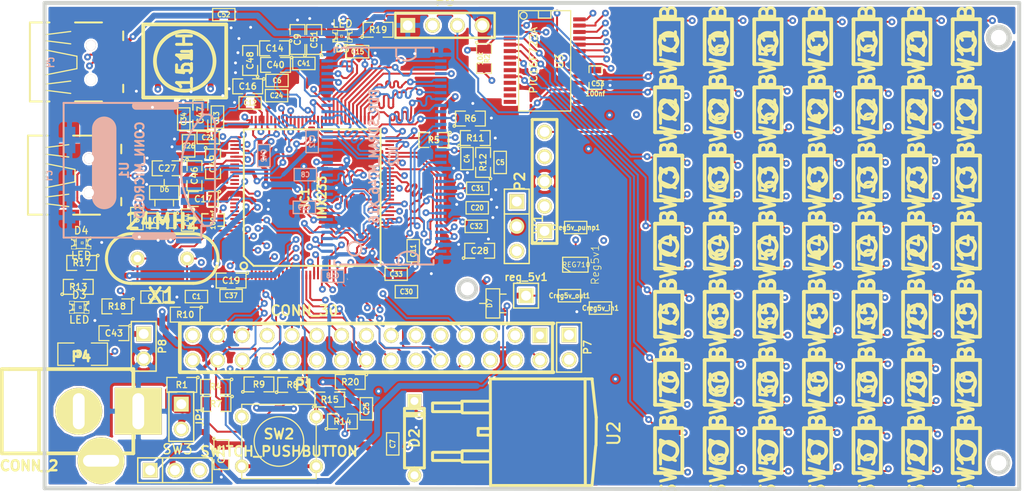
<source format=kicad_pcb>
(kicad_pcb (version 20171130) (host pcbnew "(5.1.12)-1")
  (layers (0 F.Cu signal) (1 Inner2.Cu signal) (2 Inner1.Cu signal) (31 B.Cu signal) (34 B.Paste user hide) (35 F.Paste user hide) (36 B.SilkS user hide) (37 F.SilkS user hide) (38 B.Mask user hide) (39 F.Mask user hide) (44 Edge.Cuts user))
  (net 0 "")
  (net 1 +2.5V)
  (net 2 +3.3V)
  (net 3 +5V)
  (net 4 /LCD_D0)
  (net 5 /LCD_D1)
  (net 6 /LCD_D2)
  (net 7 /LCD_D3)
  (net 8 /LCD_RS)
  (net 9 /SD_CLOCK)
  (net 10 /SD_CMD)
  (net 11 /U_RX)
  (net 12 /U_TX)
  (net 13 3V3PIC)
  (net 14 5VOUT)
  (net 15 5VREG)
  (net 16 DDRA0)
  (net 17 DDRA1)
  (net 18 DDRA10)
  (net 19 DDRA11)
  (net 20 DDRA12)
  (net 21 DDRA2)
  (net 22 DDRA3)
  (net 23 DDRA4)
  (net 24 DDRA5)
  (net 25 DDRA6)
  (net 26 DDRA7)
  (net 27 DDRA8)
  (net 28 DDRA9)
  (net 29 DDR_BA0)
  (net 30 DDR_BA1)
  (net 31 DDR_CAS)
  (net 32 DDR_CE0n)
  (net 33 DDR_CKE)
  (net 34 DDR_CLK)
  (net 35 DDR_CLKn)
  (net 36 DDR_DO0)
  (net 37 DDR_DO1)
  (net 38 DDR_DO10)
  (net 39 DDR_DO11)
  (net 40 DDR_DO12)
  (net 41 DDR_DO13)
  (net 42 DDR_DO14)
  (net 43 DDR_DO15)
  (net 44 DDR_DO2)
  (net 45 DDR_DO3)
  (net 46 DDR_DO4)
  (net 47 DDR_DO5)
  (net 48 DDR_DO6)
  (net 49 DDR_DO7)
  (net 50 DDR_DO8)
  (net 51 DDR_DO9)
  (net 52 DDR_DQM0)
  (net 53 DDR_DQM1)
  (net 54 DDR_DQS0)
  (net 55 DDR_DQS1)
  (net 56 DDR_RAS)
  (net 57 DDR_WEn)
  (net 58 GND)
  (net 59 KEYBOARD_UART_RX)
  (net 60 KEYBOARD_UART_TX)
  (net 61 N-00000103)
  (net 62 N-00000128)
  (net 63 N-00000130)
  (net 64 N-00000131)
  (net 65 N-00000133)
  (net 66 N-00000134)
  (net 67 N-00000135)
  (net 68 N-00000137)
  (net 69 N-00000138)
  (net 70 N-00000139)
  (net 71 N-00000150)
  (net 72 N-00000151)
  (net 73 N-00000152)
  (net 74 N-00000153)
  (net 75 N-00000154)
  (net 76 N-00000155)
  (net 77 N-00000156)
  (net 78 N-00000157)
  (net 79 N-00000158)
  (net 80 N-00000159)
  (net 81 N-00000160)
  (net 82 N-00000161)
  (net 83 N-00000162)
  (net 84 N-00000163)
  (net 85 N-00000164)
  (net 86 N-0000017)
  (net 87 N-0000018)
  (net 88 N-0000019)
  (net 89 N-0000020)
  (net 90 N-0000021)
  (net 91 N-0000022)
  (net 92 N-0000039)
  (net 93 N-0000042)
  (net 94 N-0000046)
  (net 95 N-0000047)
  (net 96 N-0000049)
  (net 97 N-0000052)
  (net 98 N-0000054)
  (net 99 N-0000057)
  (net 100 N-0000058)
  (net 101 N-0000059)
  (net 102 N-0000060)
  (net 103 N-0000061)
  (net 104 N-0000062)
  (net 105 N-0000063)
  (net 106 N-0000064)
  (net 107 N-0000065)
  (net 108 N-0000066)
  (net 109 N-0000067)
  (net 110 N-0000068)
  (net 111 N-0000069)
  (net 112 N-0000070)
  (net 113 N-0000071)
  (net 114 N-0000074)
  (net 115 N-0000075)
  (net 116 N-000008)
  (net 117 N-0000082)
  (net 118 N-0000084)
  (net 119 N-0000087)
  (net 120 N-000009)
  (net 121 PSWITCH)
  (net 122 VDD4P2)
  (net 123 VDDA)
  (net 124 VDDD)
  (net 125 VDD_BATT)
  (net 126 VDD_XTAL)
  (net 127 XTALI)
  (net 128 XTALO)
  (module LQFP128_14x14mm_0.4mmPitch_iMX233 (layer F.Cu) (at 54.3 42.65 90)
    (fp_text reference IC1 (at 0 -0.7493 90) (layer F.SilkS) (effects (font (size 0.8636 0.8128) (thickness 0.2032))))
    (fp_text value IMX233 (at 0 1.00076 90) (layer F.SilkS) (effects (font (size 0.8636 0.8128) (thickness 0.2032))))
    (pad 1 smd rect (at -7.9375 -6.18236 180) (size 0.2032 0.889) (layers F.Cu F.Paste F.Mask) (net 124 VDDD))
    (pad 33 smd rect (at -6.18236 7.9375 90) (size 0.2032 0.889) (layers F.Cu F.Paste F.Mask) (net 114 N-0000074))
    (pad 65 smd rect (at 7.9375 6.18236) (size 0.2032 0.889) (layers F.Cu F.Paste F.Mask) (net 19 DDRA11))
    (pad 97 smd rect (at 6.18236 -7.9375 90) (size 0.2032 0.889) (layers F.Cu F.Paste F.Mask) (net 117 N-0000082))
    (pad 2 smd rect (at -7.9375 -5.78358 180) (size 0.2032 0.889) (layers F.Cu F.Paste F.Mask) (net 4 /LCD_D0))
    (pad 34 smd rect (at -5.78358 7.9375 90) (size 0.2032 0.889) (layers F.Cu F.Paste F.Mask))
    (pad 66 smd rect (at 7.9375 5.78358) (size 0.2032 0.889) (layers F.Cu F.Paste F.Mask) (net 18 DDRA10))
    (pad 98 smd rect (at 5.78358 -7.9375 90) (size 0.2032 0.889) (layers F.Cu F.Paste F.Mask) (net 58 GND))
    (pad 3 smd rect (at -7.9375 -5.3848 180) (size 0.2032 0.889) (layers F.Cu F.Paste F.Mask) (net 5 /LCD_D1))
    (pad 35 smd rect (at -5.3848 7.9375 90) (size 0.2032 0.889) (layers F.Cu F.Paste F.Mask) (net 58 GND))
    (pad 67 smd rect (at 7.9375 5.3848) (size 0.2032 0.889) (layers F.Cu F.Paste F.Mask) (net 28 DDRA9))
    (pad 99 smd rect (at 5.3848 -7.9375 90) (size 0.2032 0.889) (layers F.Cu F.Paste F.Mask) (net 62 N-00000128))
    (pad 4 smd rect (at -7.9375 -4.98602 180) (size 0.2032 0.889) (layers F.Cu F.Paste F.Mask) (net 6 /LCD_D2))
    (pad 36 smd rect (at -4.98602 7.9375 90) (size 0.2032 0.889) (layers F.Cu F.Paste F.Mask) (net 34 DDR_CLK))
    (pad 68 smd rect (at 7.9375 4.98602) (size 0.2032 0.889) (layers F.Cu F.Paste F.Mask) (net 27 DDRA8))
    (pad 100 smd rect (at 4.98602 -7.9375 90) (size 0.2032 0.889) (layers F.Cu F.Paste F.Mask) (net 125 VDD_BATT))
    (pad 5 smd rect (at -7.9375 -4.58724 180) (size 0.2032 0.889) (layers F.Cu F.Paste F.Mask) (net 7 /LCD_D3))
    (pad 37 smd rect (at -4.58724 7.9375 90) (size 0.2032 0.889) (layers F.Cu F.Paste F.Mask) (net 35 DDR_CLKn))
    (pad 69 smd rect (at 7.9375 4.58724) (size 0.2032 0.889) (layers F.Cu F.Paste F.Mask) (net 26 DDRA7))
    (pad 101 smd rect (at 4.58724 -7.9375 90) (size 0.2032 0.889) (layers F.Cu F.Paste F.Mask) (net 122 VDD4P2))
    (pad 6 smd rect (at -7.9375 -4.18846 180) (size 0.2032 0.889) (layers F.Cu F.Paste F.Mask) (net 100 N-0000058))
    (pad 38 smd rect (at -4.18846 7.9375 90) (size 0.2032 0.889) (layers F.Cu F.Paste F.Mask) (net 1 +2.5V))
    (pad 70 smd rect (at 7.9375 4.18846) (size 0.2032 0.889) (layers F.Cu F.Paste F.Mask) (net 25 DDRA6))
    (pad 102 smd rect (at 4.18846 -7.9375 90) (size 0.2032 0.889) (layers F.Cu F.Paste F.Mask) (net 3 +5V))
    (pad 7 smd rect (at -7.9375 -3.78968 180) (size 0.2032 0.889) (layers F.Cu F.Paste F.Mask) (net 106 N-0000064))
    (pad 39 smd rect (at -3.78968 7.9375 90) (size 0.2032 0.889) (layers F.Cu F.Paste F.Mask) (net 54 DDR_DQS0))
    (pad 71 smd rect (at 7.9375 3.78968) (size 0.2032 0.889) (layers F.Cu F.Paste F.Mask) (net 24 DDRA5))
    (pad 103 smd rect (at 3.78968 -7.9375 90) (size 0.2032 0.889) (layers F.Cu F.Paste F.Mask) (net 125 VDD_BATT))
    (pad 8 smd rect (at -7.9375 -3.3909 180) (size 0.2032 0.889) (layers F.Cu F.Paste F.Mask) (net 105 N-0000063))
    (pad 40 smd rect (at -3.3909 7.9375 90) (size 0.2032 0.889) (layers F.Cu F.Paste F.Mask) (net 55 DDR_DQS1))
    (pad 72 smd rect (at 7.9375 3.3909) (size 0.2032 0.889) (layers F.Cu F.Paste F.Mask) (net 23 DDRA4))
    (pad 104 smd rect (at 3.3909 -7.9375 90) (size 0.2032 0.889) (layers F.Cu F.Paste F.Mask))
    (pad 9 smd rect (at -7.9375 -2.99212 180) (size 0.2032 0.889) (layers F.Cu F.Paste F.Mask) (net 103 N-0000061))
    (pad 41 smd rect (at -2.99212 7.9375 90) (size 0.2032 0.889) (layers F.Cu F.Paste F.Mask) (net 36 DDR_DO0))
    (pad 73 smd rect (at 7.9375 2.99212) (size 0.2032 0.889) (layers F.Cu F.Paste F.Mask) (net 22 DDRA3))
    (pad 105 smd rect (at 2.99212 -7.9375 90) (size 0.2032 0.889) (layers F.Cu F.Paste F.Mask) (net 58 GND))
    (pad 10 smd rect (at -7.9375 -2.59334 180) (size 0.2032 0.889) (layers F.Cu F.Paste F.Mask) (net 112 N-0000070))
    (pad 42 smd rect (at -2.59334 7.9375 90) (size 0.2032 0.889) (layers F.Cu F.Paste F.Mask) (net 44 DDR_DO2))
    (pad 74 smd rect (at 7.9375 2.59334) (size 0.2032 0.889) (layers F.Cu F.Paste F.Mask) (net 21 DDRA2))
    (pad 106 smd rect (at 2.59334 -7.9375 90) (size 0.2032 0.889) (layers F.Cu F.Paste F.Mask) (net 1 +2.5V))
    (pad 11 smd rect (at -7.9375 -2.19456 180) (size 0.2032 0.889) (layers F.Cu F.Paste F.Mask) (net 111 N-0000069))
    (pad 43 smd rect (at -2.19456 7.9375 90) (size 0.2032 0.889) (layers F.Cu F.Paste F.Mask) (net 37 DDR_DO1))
    (pad 75 smd rect (at 7.9375 2.19456) (size 0.2032 0.889) (layers F.Cu F.Paste F.Mask) (net 17 DDRA1))
    (pad 107 smd rect (at 2.19456 -7.9375 90) (size 0.2032 0.889) (layers F.Cu F.Paste F.Mask))
    (pad 12 smd rect (at -7.9375 -1.79578 180) (size 0.2032 0.889) (layers F.Cu F.Paste F.Mask) (net 109 N-0000067))
    (pad 44 smd rect (at -1.79578 7.9375 90) (size 0.2032 0.889) (layers F.Cu F.Paste F.Mask) (net 45 DDR_DO3))
    (pad 76 smd rect (at 7.9375 1.79578) (size 0.2032 0.889) (layers F.Cu F.Paste F.Mask) (net 16 DDRA0))
    (pad 108 smd rect (at 1.79578 -7.9375 90) (size 0.2032 0.889) (layers F.Cu F.Paste F.Mask))
    (pad 13 smd rect (at -7.9375 -1.397 180) (size 0.2032 0.889) (layers F.Cu F.Paste F.Mask) (net 107 N-0000065))
    (pad 45 smd rect (at -1.397 7.9375 90) (size 0.2032 0.889) (layers F.Cu F.Paste F.Mask) (net 1 +2.5V))
    (pad 77 smd rect (at 7.9375 1.397) (size 0.2032 0.889) (layers F.Cu F.Paste F.Mask) (net 57 DDR_WEn))
    (pad 109 smd rect (at 1.397 -7.9375 90) (size 0.2032 0.889) (layers F.Cu F.Paste F.Mask))
    (pad 14 smd rect (at -7.9375 -0.99822 180) (size 0.2032 0.889) (layers F.Cu F.Paste F.Mask) (net 8 /LCD_RS))
    (pad 46 smd rect (at -0.99822 7.9375 90) (size 0.2032 0.889) (layers F.Cu F.Paste F.Mask) (net 52 DDR_DQM0))
    (pad 78 smd rect (at 7.9375 0.99822) (size 0.2032 0.889) (layers F.Cu F.Paste F.Mask) (net 33 DDR_CKE))
    (pad 110 smd rect (at 0.99822 -7.9375 90) (size 0.2032 0.889) (layers F.Cu F.Paste F.Mask) (net 123 VDDA))
    (pad 15 smd rect (at -7.9375 -0.59944 180) (size 0.2032 0.889) (layers F.Cu F.Paste F.Mask) (net 110 N-0000068))
    (pad 47 smd rect (at -0.59944 7.9375 90) (size 0.2032 0.889) (layers F.Cu F.Paste F.Mask) (net 46 DDR_DO4))
    (pad 79 smd rect (at 7.9375 0.59944) (size 0.2032 0.889) (layers F.Cu F.Paste F.Mask) (net 29 DDR_BA0))
    (pad 111 smd rect (at 0.59944 -7.9375 90) (size 0.2032 0.889) (layers F.Cu F.Paste F.Mask) (net 58 GND))
    (pad 16 smd rect (at -7.9375 -0.20066 180) (size 0.2032 0.889) (layers F.Cu F.Paste F.Mask) (net 108 N-0000066))
    (pad 48 smd rect (at -0.20066 7.9375 90) (size 0.2032 0.889) (layers F.Cu F.Paste F.Mask) (net 47 DDR_DO5))
    (pad 80 smd rect (at 7.9375 0.20066) (size 0.2032 0.889) (layers F.Cu F.Paste F.Mask) (net 30 DDR_BA1))
    (pad 112 smd rect (at 0.20066 -7.9375 90) (size 0.2032 0.889) (layers F.Cu F.Paste F.Mask) (net 58 GND))
    (pad 17 smd rect (at -7.9375 0.19812 180) (size 0.2032 0.889) (layers F.Cu F.Paste F.Mask) (net 102 N-0000060))
    (pad 49 smd rect (at 0.19812 7.9375 90) (size 0.2032 0.889) (layers F.Cu F.Paste F.Mask) (net 48 DDR_DO6))
    (pad 81 smd rect (at 7.9375 -0.19812) (size 0.2032 0.889) (layers F.Cu F.Paste F.Mask))
    (pad 113 smd rect (at -0.19812 -7.9375 90) (size 0.2032 0.889) (layers F.Cu F.Paste F.Mask))
    (pad 18 smd rect (at -7.9375 0.5969 180) (size 0.2032 0.889) (layers F.Cu F.Paste F.Mask) (net 2 +3.3V))
    (pad 50 smd rect (at 0.5969 7.9375 90) (size 0.2032 0.889) (layers F.Cu F.Paste F.Mask) (net 49 DDR_DO7))
    (pad 82 smd rect (at 7.9375 -0.5969) (size 0.2032 0.889) (layers F.Cu F.Paste F.Mask))
    (pad 114 smd rect (at -0.5969 -7.9375 90) (size 0.2032 0.889) (layers F.Cu F.Paste F.Mask))
    (pad 19 smd rect (at -7.9375 0.99568 180) (size 0.2032 0.889) (layers F.Cu F.Paste F.Mask) (net 89 N-0000020))
    (pad 51 smd rect (at 0.99568 7.9375 90) (size 0.2032 0.889) (layers F.Cu F.Paste F.Mask) (net 50 DDR_DO8))
    (pad 83 smd rect (at 7.9375 -0.99568) (size 0.2032 0.889) (layers F.Cu F.Paste F.Mask) (net 10 /SD_CMD))
    (pad 115 smd rect (at -0.99568 -7.9375 90) (size 0.2032 0.889) (layers F.Cu F.Paste F.Mask))
    (pad 20 smd rect (at -7.9375 1.39446 180) (size 0.2032 0.889) (layers F.Cu F.Paste F.Mask) (net 104 N-0000062))
    (pad 52 smd rect (at 1.39446 7.9375 90) (size 0.2032 0.889) (layers F.Cu F.Paste F.Mask) (net 51 DDR_DO9))
    (pad 84 smd rect (at 7.9375 -1.39446) (size 0.2032 0.889) (layers F.Cu F.Paste F.Mask) (net 97 N-0000052))
    (pad 116 smd rect (at -1.39446 -7.9375 90) (size 0.2032 0.889) (layers F.Cu F.Paste F.Mask))
    (pad 21 smd rect (at -7.9375 1.79324 180) (size 0.2032 0.889) (layers F.Cu F.Paste F.Mask) (net 99 N-0000057))
    (pad 53 smd rect (at 1.79324 7.9375 90) (size 0.2032 0.889) (layers F.Cu F.Paste F.Mask) (net 1 +2.5V))
    (pad 85 smd rect (at 7.9375 -1.79324) (size 0.2032 0.889) (layers F.Cu F.Paste F.Mask) (net 91 N-0000022))
    (pad 117 smd rect (at -1.79324 -7.9375 90) (size 0.2032 0.889) (layers F.Cu F.Paste F.Mask) (net 119 N-0000087))
    (pad 22 smd rect (at -7.9375 2.19202 180) (size 0.2032 0.889) (layers F.Cu F.Paste F.Mask) (net 118 N-0000084))
    (pad 54 smd rect (at 2.19202 7.9375 90) (size 0.2032 0.889) (layers F.Cu F.Paste F.Mask) (net 38 DDR_DO10))
    (pad 86 smd rect (at 7.9375 -2.19202) (size 0.2032 0.889) (layers F.Cu F.Paste F.Mask) (net 96 N-0000049))
    (pad 118 smd rect (at -2.19202 -7.9375 90) (size 0.2032 0.889) (layers F.Cu F.Paste F.Mask) (net 58 GND))
    (pad 23 smd rect (at -7.9375 2.5908 180) (size 0.2032 0.889) (layers F.Cu F.Paste F.Mask) (net 88 N-0000019))
    (pad 55 smd rect (at 2.5908 7.9375 90) (size 0.2032 0.889) (layers F.Cu F.Paste F.Mask) (net 39 DDR_DO11))
    (pad 87 smd rect (at 7.9375 -2.5908) (size 0.2032 0.889) (layers F.Cu F.Paste F.Mask) (net 90 N-0000021))
    (pad 119 smd rect (at -2.5908 -7.9375 90) (size 0.2032 0.889) (layers F.Cu F.Paste F.Mask) (net 121 PSWITCH))
    (pad 24 smd rect (at -7.9375 2.98958 180) (size 0.2032 0.889) (layers F.Cu F.Paste F.Mask) (net 101 N-0000059))
    (pad 56 smd rect (at 2.98958 7.9375 90) (size 0.2032 0.889) (layers F.Cu F.Paste F.Mask) (net 53 DDR_DQM1))
    (pad 88 smd rect (at 7.9375 -2.98958) (size 0.2032 0.889) (layers F.Cu F.Paste F.Mask) (net 98 N-0000054))
    (pad 120 smd rect (at -2.98958 -7.9375 90) (size 0.2032 0.889) (layers F.Cu F.Paste F.Mask) (net 126 VDD_XTAL))
    (pad 25 smd rect (at -7.9375 3.38836 180) (size 0.2032 0.889) (layers F.Cu F.Paste F.Mask) (net 87 N-0000018))
    (pad 57 smd rect (at 3.38836 7.9375 90) (size 0.2032 0.889) (layers F.Cu F.Paste F.Mask) (net 40 DDR_DO12))
    (pad 89 smd rect (at 7.9375 -3.38836) (size 0.2032 0.889) (layers F.Cu F.Paste F.Mask))
    (pad 121 smd rect (at -3.38836 -7.9375 90) (size 0.2032 0.889) (layers F.Cu F.Paste F.Mask) (net 128 XTALO))
    (pad 26 smd rect (at -7.9375 3.78714 180) (size 0.2032 0.889) (layers F.Cu F.Paste F.Mask) (net 86 N-0000017))
    (pad 58 smd rect (at 3.78714 7.9375 90) (size 0.2032 0.889) (layers F.Cu F.Paste F.Mask) (net 41 DDR_DO13))
    (pad 90 smd rect (at 7.9375 -3.78714) (size 0.2032 0.889) (layers F.Cu F.Paste F.Mask) (net 9 /SD_CLOCK))
    (pad 122 smd rect (at -3.78714 -7.9375 90) (size 0.2032 0.889) (layers F.Cu F.Paste F.Mask) (net 127 XTALI))
    (pad 27 smd rect (at -7.9375 4.18592 180) (size 0.2032 0.889) (layers F.Cu F.Paste F.Mask) (net 93 N-0000042))
    (pad 59 smd rect (at 4.18592 7.9375 90) (size 0.2032 0.889) (layers F.Cu F.Paste F.Mask) (net 43 DDR_DO15))
    (pad 91 smd rect (at 7.9375 -4.18592) (size 0.2032 0.889) (layers F.Cu F.Paste F.Mask))
    (pad 123 smd rect (at -4.18592 -7.9375 90) (size 0.2032 0.889) (layers F.Cu F.Paste F.Mask) (net 94 N-0000046))
    (pad 28 smd rect (at -7.9375 4.5847 180) (size 0.2032 0.889) (layers F.Cu F.Paste F.Mask) (net 120 N-000009))
    (pad 60 smd rect (at 4.5847 7.9375 90) (size 0.2032 0.889) (layers F.Cu F.Paste F.Mask) (net 42 DDR_DO14))
    (pad 92 smd rect (at 7.9375 -4.5847) (size 0.2032 0.889) (layers F.Cu F.Paste F.Mask) (net 2 +3.3V))
    (pad 124 smd rect (at -4.5847 -7.9375 90) (size 0.2032 0.889) (layers F.Cu F.Paste F.Mask) (net 95 N-0000047))
    (pad 29 smd rect (at -7.9375 4.98348 180) (size 0.2032 0.889) (layers F.Cu F.Paste F.Mask) (net 92 N-0000039))
    (pad 61 smd rect (at 4.98348 7.9375 90) (size 0.2032 0.889) (layers F.Cu F.Paste F.Mask) (net 31 DDR_CAS))
    (pad 93 smd rect (at 7.9375 -4.98348) (size 0.2032 0.889) (layers F.Cu F.Paste F.Mask) (net 124 VDDD))
    (pad 125 smd rect (at -4.98348 -7.9375 90) (size 0.2032 0.889) (layers F.Cu F.Paste F.Mask) (net 11 /U_RX))
    (pad 30 smd rect (at -7.9375 5.38226 180) (size 0.2032 0.889) (layers F.Cu F.Paste F.Mask) (net 58 GND))
    (pad 62 smd rect (at 5.38226 7.9375 90) (size 0.2032 0.889) (layers F.Cu F.Paste F.Mask) (net 56 DDR_RAS))
    (pad 94 smd rect (at 7.9375 -5.38226) (size 0.2032 0.889) (layers F.Cu F.Paste F.Mask) (net 124 VDDD))
    (pad 126 smd rect (at -5.38226 -7.9375 90) (size 0.2032 0.889) (layers F.Cu F.Paste F.Mask) (net 12 /U_TX))
    (pad 31 smd rect (at -7.9375 5.78104 180) (size 0.2032 0.889) (layers F.Cu F.Paste F.Mask))
    (pad 63 smd rect (at 5.78104 7.9375 90) (size 0.2032 0.889) (layers F.Cu F.Paste F.Mask) (net 32 DDR_CE0n))
    (pad 95 smd rect (at 7.9375 -5.78104) (size 0.2032 0.889) (layers F.Cu F.Paste F.Mask) (net 2 +3.3V))
    (pad 127 smd rect (at -5.78104 -7.9375 90) (size 0.2032 0.889) (layers F.Cu F.Paste F.Mask) (net 59 KEYBOARD_UART_RX))
    (pad 32 smd rect (at -7.9375 6.17982 180) (size 0.2032 0.889) (layers F.Cu F.Paste F.Mask))
    (pad 64 smd rect (at 6.17982 7.9375 90) (size 0.2032 0.889) (layers F.Cu F.Paste F.Mask) (net 20 DDRA12))
    (pad 96 smd rect (at 7.9375 -6.17982) (size 0.2032 0.889) (layers F.Cu F.Paste F.Mask) (net 123 VDDA))
    (pad 128 smd rect (at -6.17982 -7.9375 90) (size 0.2032 0.889) (layers F.Cu F.Paste F.Mask) (net 60 KEYBOARD_UART_TX))
  )
  (module PIN_ARRAY_2X1 (layer F.Cu) (at 37.05 57.9 270)
    (fp_text reference P8 (at 0 -1.905 270) (layer F.SilkS) (effects (font (size 0.762 0.762) (thickness 0.1524))))
    (fp_text value CONN_2 hide)
    (pad 1 thru_hole rect (at -1.27 0 270) (size 1.524 1.524) (drill 1.016) (layers *.Cu *.Mask F.SilkS) (net 125 VDD_BATT))
    (pad 2 thru_hole circle (at 1.27 0 270) (size 1.524 1.524) (drill 1.016) (layers *.Cu *.Mask F.SilkS) (net 58 GND))
  )
  (module PIN_ARRAY_2X1 (layer F.Cu) (at 80.6 58 270)
    (fp_text reference P7 (at 0 -1.905 270) (layer F.SilkS) (effects (font (size 0.762 0.762) (thickness 0.1524))))
    (fp_text value CONN_2 hide)
    (pad 1 thru_hole rect (at -1.27 0 270) (size 1.524 1.524) (drill 1.016) (layers *.Cu *.Mask F.SilkS) (net 114 N-0000074))
    (pad 2 thru_hole circle (at 1.27 0 270) (size 1.524 1.524) (drill 1.016) (layers *.Cu *.Mask F.SilkS) (net 99 N-0000057))
  )
  (module PIN_ARRAY_3X1 (layer F.Cu) (at 75.25 45.6 270)
    (fp_text reference SW1 (at 0.254 -2.159 270) (layer F.SilkS) (effects (font (size 1.016 1.016) (thickness 0.1524))))
    (fp_text value SWITCH_INV hide)
    (pad 1 thru_hole rect (at -2.54 0 270) (size 1.524 1.524) (drill 1.016) (layers *.Cu *.Mask F.SilkS) (net 13 3V3PIC))
    (pad 2 thru_hole circle (at 0 0 270) (size 1.524 1.524) (drill 1.016) (layers *.Cu *.Mask F.SilkS) (net 2 +3.3V))
    (pad 3 thru_hole circle (at 2.54 0 270) (size 1.524 1.524) (drill 1.016) (layers *.Cu *.Mask F.SilkS))
  )
  (module PIN_ARRAY_5x1 (layer F.Cu) (at 78.1 41 90)
    (fp_text reference P2 (at 0 -2.54 90) (layer F.SilkS) (effects (font (size 1.016 1.016) (thickness 0.2032))))
    (fp_text value CONN_5 hide)
    (pad 1 thru_hole rect (at -5.08 0 90) (size 1.524 1.524) (drill 1.016) (layers *.Cu *.Mask F.SilkS) (net 71 N-00000150))
    (pad 2 thru_hole circle (at -2.54 0 90) (size 1.524 1.524) (drill 1.016) (layers *.Cu *.Mask F.SilkS) (net 13 3V3PIC))
    (pad 3 thru_hole circle (at 0 0 90) (size 1.524 1.524) (drill 1.016) (layers *.Cu *.Mask F.SilkS) (net 58 GND))
    (pad 4 thru_hole circle (at 2.54 0 90) (size 1.524 1.524) (drill 1.016) (layers *.Cu *.Mask F.SilkS) (net 70 N-00000139))
    (pad 5 thru_hole circle (at 5.08 0 90) (size 1.524 1.524) (drill 1.016) (layers *.Cu *.Mask F.SilkS) (net 81 N-00000160))
  )
  (module PIN_ARRAY_1 (layer F.Cu) (at 76.2 52.705)
    (fp_text reference reg_5v1 (at 0 -1.905) (layer F.SilkS) (effects (font (size 0.762 0.762) (thickness 0.1524))))
    (fp_text value CONN_1 hide)
    (pad 1 thru_hole rect (at 0 0) (size 1.524 1.524) (drill 1.016) (layers *.Cu *.Mask F.SilkS) (net 15 5VREG))
  )
  (module PIN_ARRAY_4x1 (layer F.Cu) (at 67.9 25)
    (fp_text reference P6 (at 0 -2.54) (layer F.SilkS) (effects (font (size 1.016 1.016) (thickness 0.2032))))
    (fp_text value CONN_4 hide)
    (pad 1 thru_hole rect (at -3.81 0) (size 1.524 1.524) (drill 1.016) (layers *.Cu *.Mask F.SilkS) (net 58 GND))
    (pad 2 thru_hole circle (at -1.27 0) (size 1.524 1.524) (drill 1.016) (layers *.Cu *.Mask F.SilkS) (net 59 KEYBOARD_UART_RX))
    (pad 3 thru_hole circle (at 1.27 0) (size 1.524 1.524) (drill 1.016) (layers *.Cu *.Mask F.SilkS) (net 60 KEYBOARD_UART_TX))
    (pad 4 thru_hole circle (at 3.81 0) (size 1.524 1.524) (drill 1.016) (layers *.Cu *.Mask F.SilkS) (net 2 +3.3V))
  )
  (module SW_PUSH_SMALL (layer F.Cu) (at 50.9 67.65)
    (fp_text reference SW2 (at 0 -0.762) (layer F.SilkS) (effects (font (size 1.016 1.016) (thickness 0.2032))))
    (fp_text value SWITCH_PUSHBUTTON (at 0 1.016) (layer F.SilkS) (effects (font (size 1.016 1.016) (thickness 0.2032))))
    (pad 1 thru_hole circle (at 3.81 -2.54) (size 1.397 1.397) (drill 0.8128) (layers *.Cu *.Mask F.SilkS) (net 63 N-00000130))
    (pad 2 thru_hole circle (at 3.81 2.54) (size 1.397 1.397) (drill 0.8128) (layers *.Cu *.Mask F.SilkS) (net 126 VDD_XTAL))
    (pad 1 thru_hole circle (at -3.81 -2.54) (size 1.397 1.397) (drill 0.8128) (layers *.Cu *.Mask F.SilkS) (net 63 N-00000130))
    (pad 2 thru_hole circle (at -3.81 2.54) (size 1.397 1.397) (drill 0.8128) (layers *.Cu *.Mask F.SilkS) (net 126 VDD_XTAL))
  )
  (module HC-49V (layer F.Cu) (at 38.95 48.9 180)
    (fp_text reference X1 (at 0 -3.81 180) (layer F.SilkS) (effects (font (size 1.524 1.524) (thickness 0.3048))))
    (fp_text value 24MHz (at 0 3.81 180) (layer F.SilkS) (effects (font (size 1.524 1.524) (thickness 0.3048))))
    (pad 1 thru_hole circle (at -2.54 0 180) (size 1.4224 1.4224) (drill 0.762) (layers *.Cu *.Mask F.SilkS) (net 127 XTALI))
    (pad 2 thru_hole circle (at 2.54 0 180) (size 1.4224 1.4224) (drill 0.762) (layers *.Cu *.Mask F.SilkS) (net 128 XTALO))
  )
  (module PIN_ARRAY_15X2 (layer F.Cu) (at 53.5 58.05 180)
    (fp_text reference P1 (at 0 -3.81 180) (layer F.SilkS) (effects (font (size 1.016 1.016) (thickness 0.27432))))
    (fp_text value CONN_30 (at 0 3.81 180) (layer F.SilkS) (effects (font (size 1.016 1.016) (thickness 0.2032))))
    (pad 1 thru_hole rect (at -24.13 1.27 180) (size 1.524 1.524) (drill 0.8128) (layers *.Cu *.Mask F.SilkS) (net 120 N-000009))
    (pad 2 thru_hole circle (at -24.13 -1.27 180) (size 1.524 1.524) (drill 1.016) (layers *.Cu *.Mask F.SilkS) (net 92 N-0000039))
    (pad 11 thru_hole circle (at -11.43 1.27 180) (size 1.524 1.524) (drill 1.016) (layers *.Cu *.Mask F.SilkS) (net 89 N-0000020))
    (pad 4 thru_hole circle (at -21.59 -1.27 180) (size 1.524 1.524) (drill 1.016) (layers *.Cu *.Mask F.SilkS))
    (pad 13 thru_hole circle (at -8.89 1.27 180) (size 1.524 1.524) (drill 1.016) (layers *.Cu *.Mask F.SilkS) (net 58 GND))
    (pad 6 thru_hole circle (at -19.05 -1.27 180) (size 1.524 1.524) (drill 1.016) (layers *.Cu *.Mask F.SilkS) (net 93 N-0000042))
    (pad 15 thru_hole circle (at -6.35 1.27 180) (size 1.524 1.524) (drill 1.016) (layers *.Cu *.Mask F.SilkS) (net 108 N-0000066))
    (pad 8 thru_hole circle (at -16.51 -1.27 180) (size 1.524 1.524) (drill 1.016) (layers *.Cu *.Mask F.SilkS) (net 101 N-0000059))
    (pad 17 thru_hole circle (at -3.81 1.27 180) (size 1.524 1.524) (drill 1.016) (layers *.Cu *.Mask F.SilkS) (net 109 N-0000067))
    (pad 10 thru_hole circle (at -13.97 -1.27 180) (size 1.524 1.524) (drill 1.016) (layers *.Cu *.Mask F.SilkS) (net 118 N-0000084))
    (pad 19 thru_hole circle (at -1.27 1.27 180) (size 1.524 1.524) (drill 1.016) (layers *.Cu *.Mask F.SilkS) (net 111 N-0000069))
    (pad 12 thru_hole circle (at -11.43 -1.27 180) (size 1.524 1.524) (drill 1.016) (layers *.Cu *.Mask F.SilkS) (net 104 N-0000062))
    (pad 21 thru_hole circle (at 1.27 1.27 180) (size 1.524 1.524) (drill 1.016) (layers *.Cu *.Mask F.SilkS) (net 103 N-0000061))
    (pad 14 thru_hole circle (at -8.89 -1.27 180) (size 1.524 1.524) (drill 1.016) (layers *.Cu *.Mask F.SilkS) (net 107 N-0000065))
    (pad 23 thru_hole circle (at 3.81 1.27 180) (size 1.524 1.524) (drill 1.016) (layers *.Cu *.Mask F.SilkS) (net 106 N-0000064))
    (pad 16 thru_hole circle (at -6.35 -1.27 180) (size 1.524 1.524) (drill 1.016) (layers *.Cu *.Mask F.SilkS) (net 8 /LCD_RS))
    (pad 25 thru_hole circle (at 6.35 1.27 180) (size 1.524 1.524) (drill 1.016) (layers *.Cu *.Mask F.SilkS) (net 7 /LCD_D3))
    (pad 18 thru_hole circle (at -3.81 -1.27 180) (size 1.524 1.524) (drill 1.016) (layers *.Cu *.Mask F.SilkS) (net 110 N-0000068))
    (pad 27 thru_hole circle (at 8.89 1.27 180) (size 1.524 1.524) (drill 1.016) (layers *.Cu *.Mask F.SilkS) (net 5 /LCD_D1))
    (pad 20 thru_hole circle (at -1.27 -1.27 180) (size 1.524 1.524) (drill 1.016) (layers *.Cu *.Mask F.SilkS) (net 102 N-0000060))
    (pad 29 thru_hole circle (at 11.43 1.27 180) (size 1.524 1.524) (drill 1.016) (layers *.Cu *.Mask F.SilkS) (net 112 N-0000070))
    (pad 22 thru_hole circle (at 1.27 -1.27 180) (size 1.524 1.524) (drill 1.016) (layers *.Cu *.Mask F.SilkS) (net 105 N-0000063))
    (pad 24 thru_hole circle (at 3.81 -1.27 180) (size 1.524 1.524) (drill 1.016) (layers *.Cu *.Mask F.SilkS) (net 100 N-0000058))
    (pad 26 thru_hole circle (at 6.35 -1.27 180) (size 1.524 1.524) (drill 1.016) (layers *.Cu *.Mask F.SilkS) (net 6 /LCD_D2))
    (pad 28 thru_hole circle (at 8.89 -1.27 180) (size 1.524 1.524) (drill 1.016) (layers *.Cu *.Mask F.SilkS) (net 4 /LCD_D0))
    (pad 3 thru_hole circle (at -21.59 1.27 180) (size 1.524 1.524) (drill 1.016) (layers *.Cu *.Mask F.SilkS) (net 86 N-0000017))
    (pad 5 thru_hole circle (at -19.05 1.27 180) (size 1.524 1.524) (drill 1.016) (layers *.Cu *.Mask F.SilkS))
    (pad 7 thru_hole circle (at -16.51 1.27 180) (size 1.524 1.524) (drill 1.016) (layers *.Cu *.Mask F.SilkS) (net 87 N-0000018))
    (pad 9 thru_hole circle (at -13.97 1.27 180) (size 1.524 1.524) (drill 1.016) (layers *.Cu *.Mask F.SilkS) (net 88 N-0000019))
    (pad 30 thru_hole circle (at 11.43 -1.27 180) (size 1.524 1.524) (drill 1.016) (layers *.Cu *.Mask F.SilkS) (net 3 +5V))
  )
  (module TSOP66_JEDEC_DDR_SDRAM (layer B.Cu) (at 61.65 38.4 90)
    (fp_text reference IC2 (at 0 1.00076 90) (layer B.SilkS) (effects (font (size 0.9144 0.8128) (thickness 0.2032)) (justify mirror)))
    (fp_text value DDR_SDRAM_MT46_X16 (at 0 -1.00076 90) (layer B.SilkS) (effects (font (size 0.9144 0.8128) (thickness 0.2032)) (justify mirror)))
    (pad 1 smd rect (at -10.40384 -5.8166 90) (size 0.32004 1.1684) (layers B.Cu B.Paste B.Mask) (net 1 +2.5V))
    (pad 66 smd rect (at -10.40384 5.8166 90) (size 0.32004 1.1684) (layers B.Cu B.Paste B.Mask) (net 58 GND))
    (pad 2 smd rect (at -9.7536 -5.8166 90) (size 0.32004 1.1684) (layers B.Cu B.Paste B.Mask) (net 36 DDR_DO0))
    (pad 65 smd rect (at -9.7536 5.8166 90) (size 0.32004 1.1684) (layers B.Cu B.Paste B.Mask) (net 43 DDR_DO15))
    (pad 3 smd rect (at -9.10336 -5.8166 90) (size 0.32004 1.1684) (layers B.Cu B.Paste B.Mask) (net 1 +2.5V))
    (pad 64 smd rect (at -9.10336 5.8166 90) (size 0.32004 1.1684) (layers B.Cu B.Paste B.Mask) (net 58 GND))
    (pad 4 smd rect (at -8.45312 -5.8166 90) (size 0.32004 1.1684) (layers B.Cu B.Paste B.Mask) (net 37 DDR_DO1))
    (pad 63 smd rect (at -8.45312 5.8166 90) (size 0.32004 1.1684) (layers B.Cu B.Paste B.Mask) (net 42 DDR_DO14))
    (pad 5 smd rect (at -7.80288 -5.8166 90) (size 0.32004 1.1684) (layers B.Cu B.Paste B.Mask) (net 44 DDR_DO2))
    (pad 62 smd rect (at -7.80288 5.8166 90) (size 0.32004 1.1684) (layers B.Cu B.Paste B.Mask) (net 41 DDR_DO13))
    (pad 6 smd rect (at -7.15264 -5.8166 90) (size 0.32004 1.1684) (layers B.Cu B.Paste B.Mask) (net 58 GND))
    (pad 61 smd rect (at -7.15264 5.8166 90) (size 0.32004 1.1684) (layers B.Cu B.Paste B.Mask) (net 1 +2.5V))
    (pad 7 smd rect (at -6.5024 -5.8166 90) (size 0.32004 1.1684) (layers B.Cu B.Paste B.Mask) (net 45 DDR_DO3))
    (pad 60 smd rect (at -6.5024 5.8166 90) (size 0.32004 1.1684) (layers B.Cu B.Paste B.Mask) (net 40 DDR_DO12))
    (pad 8 smd rect (at -5.85216 -5.8166 90) (size 0.32004 1.1684) (layers B.Cu B.Paste B.Mask) (net 46 DDR_DO4))
    (pad 59 smd rect (at -5.85216 5.8166 90) (size 0.32004 1.1684) (layers B.Cu B.Paste B.Mask) (net 39 DDR_DO11))
    (pad 9 smd rect (at -5.20192 -5.8166 90) (size 0.32004 1.1684) (layers B.Cu B.Paste B.Mask) (net 1 +2.5V))
    (pad 58 smd rect (at -5.20192 5.8166 90) (size 0.32004 1.1684) (layers B.Cu B.Paste B.Mask) (net 58 GND))
    (pad 10 smd rect (at -4.55168 -5.8166 90) (size 0.32004 1.1684) (layers B.Cu B.Paste B.Mask) (net 47 DDR_DO5))
    (pad 57 smd rect (at -4.55168 5.8166 90) (size 0.32004 1.1684) (layers B.Cu B.Paste B.Mask) (net 38 DDR_DO10))
    (pad 11 smd rect (at -3.90144 -5.8166 90) (size 0.32004 1.1684) (layers B.Cu B.Paste B.Mask) (net 48 DDR_DO6))
    (pad 56 smd rect (at -3.90144 5.8166 90) (size 0.32004 1.1684) (layers B.Cu B.Paste B.Mask) (net 51 DDR_DO9))
    (pad 12 smd rect (at -3.2512 -5.8166 90) (size 0.32004 1.1684) (layers B.Cu B.Paste B.Mask) (net 58 GND))
    (pad 55 smd rect (at -3.2512 5.8166 90) (size 0.32004 1.1684) (layers B.Cu B.Paste B.Mask) (net 1 +2.5V))
    (pad 13 smd rect (at -2.60096 -5.8166 90) (size 0.32004 1.1684) (layers B.Cu B.Paste B.Mask) (net 49 DDR_DO7))
    (pad 54 smd rect (at -2.60096 5.8166 90) (size 0.32004 1.1684) (layers B.Cu B.Paste B.Mask) (net 50 DDR_DO8))
    (pad 14 smd rect (at -1.95072 -5.8166 90) (size 0.32004 1.1684) (layers B.Cu B.Paste B.Mask))
    (pad 53 smd rect (at -1.95072 5.8166 90) (size 0.32004 1.1684) (layers B.Cu B.Paste B.Mask))
    (pad 15 smd rect (at -1.30048 -5.8166 90) (size 0.32004 1.1684) (layers B.Cu B.Paste B.Mask) (net 1 +2.5V))
    (pad 52 smd rect (at -1.30048 5.8166 90) (size 0.32004 1.1684) (layers B.Cu B.Paste B.Mask) (net 58 GND))
    (pad 16 smd rect (at -0.65024 -5.8166 90) (size 0.32004 1.1684) (layers B.Cu B.Paste B.Mask) (net 54 DDR_DQS0))
    (pad 51 smd rect (at -0.65024 5.8166 90) (size 0.32004 1.1684) (layers B.Cu B.Paste B.Mask) (net 55 DDR_DQS1))
    (pad 17 smd rect (at 0 -5.8166 90) (size 0.32004 1.1684) (layers B.Cu B.Paste B.Mask))
    (pad 50 smd rect (at 0 5.8166 90) (size 0.32004 1.1684) (layers B.Cu B.Paste B.Mask))
    (pad 18 smd rect (at 0.65024 -5.8166 90) (size 0.32004 1.1684) (layers B.Cu B.Paste B.Mask) (net 1 +2.5V))
    (pad 49 smd rect (at 0.65024 5.8166 90) (size 0.32004 1.1684) (layers B.Cu B.Paste B.Mask) (net 61 N-00000103))
    (pad 19 smd rect (at 1.30048 -5.8166 90) (size 0.32004 1.1684) (layers B.Cu B.Paste B.Mask))
    (pad 48 smd rect (at 1.30048 5.8166 90) (size 0.32004 1.1684) (layers B.Cu B.Paste B.Mask) (net 58 GND))
    (pad 20 smd rect (at 1.95072 -5.8166 90) (size 0.32004 1.1684) (layers B.Cu B.Paste B.Mask) (net 52 DDR_DQM0))
    (pad 47 smd rect (at 1.95072 5.8166 90) (size 0.32004 1.1684) (layers B.Cu B.Paste B.Mask) (net 53 DDR_DQM1))
    (pad 21 smd rect (at 2.60096 -5.8166 90) (size 0.32004 1.1684) (layers B.Cu B.Paste B.Mask) (net 57 DDR_WEn))
    (pad 46 smd rect (at 2.60096 5.8166 90) (size 0.32004 1.1684) (layers B.Cu B.Paste B.Mask) (net 35 DDR_CLKn))
    (pad 22 smd rect (at 3.2512 -5.8166 90) (size 0.32004 1.1684) (layers B.Cu B.Paste B.Mask) (net 31 DDR_CAS))
    (pad 45 smd rect (at 3.2512 5.8166 90) (size 0.32004 1.1684) (layers B.Cu B.Paste B.Mask) (net 34 DDR_CLK))
    (pad 23 smd rect (at 3.90144 -5.8166 90) (size 0.32004 1.1684) (layers B.Cu B.Paste B.Mask) (net 56 DDR_RAS))
    (pad 44 smd rect (at 3.90144 5.8166 90) (size 0.32004 1.1684) (layers B.Cu B.Paste B.Mask) (net 33 DDR_CKE))
    (pad 24 smd rect (at 4.55168 -5.8166 90) (size 0.32004 1.1684) (layers B.Cu B.Paste B.Mask) (net 32 DDR_CE0n))
    (pad 43 smd rect (at 4.55168 5.8166 90) (size 0.32004 1.1684) (layers B.Cu B.Paste B.Mask))
    (pad 25 smd rect (at 5.20192 -5.8166 90) (size 0.32004 1.1684) (layers B.Cu B.Paste B.Mask))
    (pad 42 smd rect (at 5.20192 5.8166 90) (size 0.32004 1.1684) (layers B.Cu B.Paste B.Mask) (net 20 DDRA12))
    (pad 26 smd rect (at 5.85216 -5.8166 90) (size 0.32004 1.1684) (layers B.Cu B.Paste B.Mask) (net 29 DDR_BA0))
    (pad 41 smd rect (at 5.85216 5.8166 90) (size 0.32004 1.1684) (layers B.Cu B.Paste B.Mask) (net 19 DDRA11))
    (pad 27 smd rect (at 6.5024 -5.8166 90) (size 0.32004 1.1684) (layers B.Cu B.Paste B.Mask) (net 30 DDR_BA1))
    (pad 40 smd rect (at 6.5024 5.8166 90) (size 0.32004 1.1684) (layers B.Cu B.Paste B.Mask) (net 28 DDRA9))
    (pad 28 smd rect (at 7.15264 -5.8166 90) (size 0.32004 1.1684) (layers B.Cu B.Paste B.Mask) (net 18 DDRA10))
    (pad 39 smd rect (at 7.15264 5.8166 90) (size 0.32004 1.1684) (layers B.Cu B.Paste B.Mask) (net 27 DDRA8))
    (pad 29 smd rect (at 7.80288 -5.8166 90) (size 0.32004 1.1684) (layers B.Cu B.Paste B.Mask) (net 16 DDRA0))
    (pad 38 smd rect (at 7.80288 5.8166 90) (size 0.32004 1.1684) (layers B.Cu B.Paste B.Mask) (net 26 DDRA7))
    (pad 30 smd rect (at 8.45312 -5.8166 90) (size 0.32004 1.1684) (layers B.Cu B.Paste B.Mask) (net 17 DDRA1))
    (pad 37 smd rect (at 8.45312 5.8166 90) (size 0.32004 1.1684) (layers B.Cu B.Paste B.Mask) (net 25 DDRA6))
    (pad 31 smd rect (at 9.10336 -5.8166 90) (size 0.32004 1.1684) (layers B.Cu B.Paste B.Mask) (net 21 DDRA2))
    (pad 36 smd rect (at 9.10336 5.8166 90) (size 0.32004 1.1684) (layers B.Cu B.Paste B.Mask) (net 24 DDRA5))
    (pad 32 smd rect (at 9.7536 -5.8166 90) (size 0.32004 1.1684) (layers B.Cu B.Paste B.Mask) (net 22 DDRA3))
    (pad 35 smd rect (at 9.7536 5.8166 90) (size 0.32004 1.1684) (layers B.Cu B.Paste B.Mask) (net 23 DDRA4))
    (pad 33 smd rect (at 10.40384 -5.8166 90) (size 0.32004 1.1684) (layers B.Cu B.Paste B.Mask) (net 1 +2.5V))
    (pad 34 smd rect (at 10.40384 5.8166 90) (size 0.32004 1.1684) (layers B.Cu B.Paste B.Mask) (net 58 GND))
  )
  (module Memory_Card_microSD_DM3CS-SF (layer B.Cu) (at 43.25 39.85 270)
    (fp_text reference U1 (at 0 8.19912 270) (layer B.SilkS) (effects (font (size 0.8636 0.8636) (thickness 0.2032)) (justify mirror)))
    (fp_text value CONN_MICROSD (at 0 6.59892 270) (layer B.SilkS) (effects (font (size 0.8636 0.8636) (thickness 0.2032)) (justify mirror)))
    (pad 1 smd rect (at 3.2004 1.19888 270) (size 0.70104 2.4003) (layers B.Cu B.Paste B.Mask) (net 96 N-0000049))
    (pad 2 smd rect (at 2.10058 1.19888 270) (size 0.70104 2.4003) (layers B.Cu B.Paste B.Mask) (net 90 N-0000021))
    (pad 3 smd rect (at 1.00076 1.19888 270) (size 0.70104 2.4003) (layers B.Cu B.Paste B.Mask) (net 10 /SD_CMD))
    (pad 4 smd rect (at -0.09906 1.19888 270) (size 0.70104 2.4003) (layers B.Cu B.Paste B.Mask) (net 2 +3.3V))
    (pad 5 smd rect (at -1.19888 1.19888 270) (size 0.70104 2.4003) (layers B.Cu B.Paste B.Mask) (net 9 /SD_CLOCK))
    (pad 6 smd rect (at -2.30124 1.19888 270) (size 0.70104 2.4003) (layers B.Cu B.Paste B.Mask) (net 58 GND))
    (pad 7 smd rect (at -3.40106 1.19888 270) (size 0.70104 2.4003) (layers B.Cu B.Paste B.Mask) (net 97 N-0000052))
    (pad 8 smd rect (at -4.50088 1.19888 270) (size 0.70104 2.4003) (layers B.Cu B.Paste B.Mask) (net 91 N-0000022))
    (pad 9 smd rect (at 6.74878 1.6002 270) (size 1.50114 2.60096) (layers B.Cu B.Paste B.Mask) (net 58 GND))
    (pad 9 smd rect (at -6.59892 1.30048 270) (size 1.00076 2.60096) (layers B.Cu B.Paste B.Mask) (net 58 GND))
    (pad 9 smd rect (at 4.84886 13.79982 270) (size 1.19888 1.19888) (layers B.Cu B.Paste B.Mask) (net 58 GND))
    (pad 9 smd rect (at 1.84912 13.79982 270) (size 2.70002 1.19888) (layers B.Cu B.Paste B.Mask) (net 58 GND))
    (pad 9 smd rect (at -3.0988 13.79982 270) (size 2.70002 1.19888) (layers B.Cu B.Paste B.Mask) (net 58 GND))
  )
  (module SM1206 (layer F.Cu) (at 30.8 58.7)
    (fp_text reference D1 (at 0 0) (layer F.SilkS) (effects (font (size 0.762 0.762) (thickness 0.127))))
    (fp_text value ZENER hide)
    (pad 1 smd rect (at -1.651 0) (size 1.524 2.032) (layers F.Cu F.Paste F.Mask) (net 58 GND))
    (pad 2 smd rect (at 1.651 0) (size 1.524 2.032) (layers F.Cu F.Paste F.Mask) (net 3 +5V))
  )
  (module SM0805 (layer F.Cu) (at 58.2 61.55 180)
    (fp_text reference R20 (at 0 0 180) (layer F.SilkS) (effects (font (size 0.635 0.635) (thickness 0.127))))
    (fp_text value 47k hide)
    (pad 1 smd rect (at -0.9525 0 180) (size 0.889 1.397) (layers F.Cu F.Paste F.Mask) (net 8 /LCD_RS))
    (pad 2 smd rect (at 0.9525 0 180) (size 0.889 1.397) (layers F.Cu F.Paste F.Mask) (net 2 +3.3V))
  )
  (module SM0805 (layer F.Cu) (at 57.4 65.6)
    (fp_text reference R14 (at 0 0) (layer F.SilkS) (effects (font (size 0.635 0.635) (thickness 0.127))))
    (fp_text value 1K hide)
    (pad 1 smd rect (at -0.9525 0) (size 0.889 1.397) (layers F.Cu F.Paste F.Mask) (net 63 N-00000130))
    (pad 2 smd rect (at 0.9525 0) (size 0.889 1.397) (layers F.Cu F.Paste F.Mask) (net 121 PSWITCH))
  )
  (module SM0805 (layer F.Cu) (at 56.1 63.35)
    (fp_text reference R15 (at 0 0) (layer F.SilkS) (effects (font (size 0.635 0.635) (thickness 0.127))))
    (fp_text value 100k hide)
    (pad 1 smd rect (at -0.9525 0) (size 0.889 1.397) (layers F.Cu F.Paste F.Mask) (net 63 N-00000130))
    (pad 2 smd rect (at 0.9525 0) (size 0.889 1.397) (layers F.Cu F.Paste F.Mask) (net 58 GND))
  )
  (module SM0805 (layer F.Cu) (at 48.85 61.8)
    (fp_text reference R9 (at 0 0) (layer F.SilkS) (effects (font (size 0.635 0.635) (thickness 0.127))))
    (fp_text value 4.7k hide)
    (pad 1 smd rect (at -0.9525 0) (size 0.889 1.397) (layers F.Cu F.Paste F.Mask) (net 6 /LCD_D2))
    (pad 2 smd rect (at 0.9525 0) (size 0.889 1.397) (layers F.Cu F.Paste F.Mask) (net 58 GND))
  )
  (module SM0805 (layer F.Cu) (at 52.3 61.85)
    (fp_text reference R8 (at 0 0) (layer F.SilkS) (effects (font (size 0.635 0.635) (thickness 0.127))))
    (fp_text value 4.7k hide)
    (pad 1 smd rect (at -0.9525 0) (size 0.889 1.397) (layers F.Cu F.Paste F.Mask) (net 5 /LCD_D1))
    (pad 2 smd rect (at 0.9525 0) (size 0.889 1.397) (layers F.Cu F.Paste F.Mask) (net 58 GND))
  )
  (module SM0805 (layer F.Cu) (at 30.35 51.8)
    (fp_text reference R13 (at 0 0) (layer F.SilkS) (effects (font (size 0.635 0.635) (thickness 0.127))))
    (fp_text value 100 hide)
    (pad 1 smd rect (at -0.9525 0) (size 0.889 1.397) (layers F.Cu F.Paste F.Mask) (net 64 N-00000131))
    (pad 2 smd rect (at 0.9525 0) (size 0.889 1.397) (layers F.Cu F.Paste F.Mask) (net 2 +3.3V))
  )
  (module SM0805 (layer F.Cu) (at 43.15 42.8 180)
    (fp_text reference C17 (at 0 0 180) (layer F.SilkS) (effects (font (size 0.635 0.635) (thickness 0.127))))
    (fp_text value 22uF hide)
    (pad 1 smd rect (at -0.9525 0 180) (size 0.889 1.397) (layers F.Cu F.Paste F.Mask) (net 123 VDDA))
    (pad 2 smd rect (at 0.9525 0 180) (size 0.889 1.397) (layers F.Cu F.Paste F.Mask) (net 58 GND))
  )
  (module SM0805 (layer F.Cu) (at 42.85 34.2 90)
    (fp_text reference C47 (at 0 0 90) (layer F.SilkS) (effects (font (size 0.635 0.635) (thickness 0.127))))
    (fp_text value 22uF hide)
    (pad 1 smd rect (at -0.9525 0 90) (size 0.889 1.397) (layers F.Cu F.Paste F.Mask) (net 123 VDDA))
    (pad 2 smd rect (at 0.9525 0 90) (size 0.889 1.397) (layers F.Cu F.Paste F.Mask) (net 58 GND))
  )
  (module SM0805 (layer F.Cu) (at 47.7 31.25 180)
    (fp_text reference C16 (at 0 0 180) (layer F.SilkS) (effects (font (size 0.635 0.635) (thickness 0.127))))
    (fp_text value 22uF hide)
    (pad 1 smd rect (at -0.9525 0 180) (size 0.889 1.397) (layers F.Cu F.Paste F.Mask) (net 124 VDDD))
    (pad 2 smd rect (at 0.9525 0 180) (size 0.889 1.397) (layers F.Cu F.Paste F.Mask) (net 58 GND))
  )
  (module SM0805 (layer F.Cu) (at 47.95 28.6 90)
    (fp_text reference C48 (at 0 0 90) (layer F.SilkS) (effects (font (size 0.635 0.635) (thickness 0.127))))
    (fp_text value 22uF hide)
    (pad 1 smd rect (at -0.9525 0 90) (size 0.889 1.397) (layers F.Cu F.Paste F.Mask) (net 124 VDDD))
    (pad 2 smd rect (at 0.9525 0 90) (size 0.889 1.397) (layers F.Cu F.Paste F.Mask) (net 58 GND))
  )
  (module SM0805 (layer F.Cu) (at 39.45 39.65 180)
    (fp_text reference C27 (at 0 0 180) (layer F.SilkS) (effects (font (size 0.635 0.635) (thickness 0.127))))
    (fp_text value 22uF hide)
    (pad 1 smd rect (at -0.9525 0 180) (size 0.889 1.397) (layers F.Cu F.Paste F.Mask) (net 122 VDD4P2))
    (pad 2 smd rect (at 0.9525 0 180) (size 0.889 1.397) (layers F.Cu F.Paste F.Mask) (net 58 GND))
  )
  (module SM0805 (layer F.Cu) (at 44.15 39.2 270)
    (fp_text reference C49 (at 0 0 270) (layer F.SilkS) (effects (font (size 0.635 0.635) (thickness 0.127))))
    (fp_text value 22uF hide)
    (pad 1 smd rect (at -0.9525 0 270) (size 0.889 1.397) (layers F.Cu F.Paste F.Mask) (net 122 VDD4P2))
    (pad 2 smd rect (at 0.9525 0 270) (size 0.889 1.397) (layers F.Cu F.Paste F.Mask) (net 58 GND))
  )
  (module SM0805 (layer F.Cu) (at 70.5 34.55)
    (fp_text reference R6 (at 0 0) (layer F.SilkS) (effects (font (size 0.635 0.635) (thickness 0.127))))
    (fp_text value 10k hide)
    (pad 1 smd rect (at -0.9525 0) (size 0.889 1.397) (layers F.Cu F.Paste F.Mask) (net 33 DDR_CKE))
    (pad 2 smd rect (at 0.9525 0) (size 0.889 1.397) (layers F.Cu F.Paste F.Mask) (net 58 GND))
  )
  (module SM0805 (layer F.Cu) (at 66.75 36.75 180)
    (fp_text reference R5 (at 0 0 180) (layer F.SilkS) (effects (font (size 0.635 0.635) (thickness 0.127))))
    (fp_text value 10k hide)
    (pad 1 smd rect (at -0.9525 0 180) (size 0.889 1.397) (layers F.Cu F.Paste F.Mask) (net 1 +2.5V))
    (pad 2 smd rect (at 0.9525 0 180) (size 0.889 1.397) (layers F.Cu F.Paste F.Mask) (net 32 DDR_CE0n))
  )
  (module SM0805 (layer F.Cu) (at 41.3 54.65 180)
    (fp_text reference R10 (at 0 0 180) (layer F.SilkS) (effects (font (size 0.635 0.635) (thickness 0.127))))
    (fp_text value 47k hide)
    (pad 1 smd rect (at -0.9525 0 180) (size 0.889 1.397) (layers F.Cu F.Paste F.Mask) (net 7 /LCD_D3))
    (pad 2 smd rect (at 0.9525 0 180) (size 0.889 1.397) (layers F.Cu F.Paste F.Mask) (net 58 GND))
  )
  (module SM0805 (layer F.Cu) (at 71 36.55)
    (fp_text reference R11 (at 0 0) (layer F.SilkS) (effects (font (size 0.635 0.635) (thickness 0.127))))
    (fp_text value "1k(1%)" hide)
    (pad 1 smd rect (at -0.9525 0) (size 0.889 1.397) (layers F.Cu F.Paste F.Mask) (net 61 N-00000103))
    (pad 2 smd rect (at 0.9525 0) (size 0.889 1.397) (layers F.Cu F.Paste F.Mask) (net 58 GND))
  )
  (module SM0805 (layer F.Cu) (at 71.8 39.05 90)
    (fp_text reference R12 (at 0 0 90) (layer F.SilkS) (effects (font (size 0.635 0.635) (thickness 0.127))))
    (fp_text value "1k(1%)" hide)
    (pad 1 smd rect (at -0.9525 0 90) (size 0.889 1.397) (layers F.Cu F.Paste F.Mask) (net 1 +2.5V))
    (pad 2 smd rect (at 0.9525 0 90) (size 0.889 1.397) (layers F.Cu F.Paste F.Mask) (net 61 N-00000103))
  )
  (module SM0805 (layer F.Cu) (at 44.45 63.8 180)
    (fp_text reference R7 (at 0 0 180) (layer F.SilkS) (effects (font (size 0.635 0.635) (thickness 0.127))))
    (fp_text value 47k hide)
    (pad 1 smd rect (at -0.9525 0 180) (size 0.889 1.397) (layers F.Cu F.Paste F.Mask) (net 4 /LCD_D0))
    (pad 2 smd rect (at 0.9525 0 180) (size 0.889 1.397) (layers F.Cu F.Paste F.Mask) (net 58 GND))
  )
  (module SM0805 (layer F.Cu) (at 34.3 53.8 180)
    (fp_text reference R18 (at 0 0 180) (layer F.SilkS) (effects (font (size 0.635 0.635) (thickness 0.127))))
    (fp_text value 4.7k hide)
    (pad 1 smd rect (at -0.9525 0 180) (size 0.889 1.397) (layers F.Cu F.Paste F.Mask) (net 11 /U_RX))
    (pad 2 smd rect (at 0.9525 0 180) (size 0.889 1.397) (layers F.Cu F.Paste F.Mask) (net 2 +3.3V))
  )
  (module SM0805 (layer F.Cu) (at 44.4 62.05 180)
    (fp_text reference R4 (at 0 0 180) (layer F.SilkS) (effects (font (size 0.635 0.635) (thickness 0.127))))
    (fp_text value 4.7k hide)
    (pad 1 smd rect (at -0.9525 0 180) (size 0.889 1.397) (layers F.Cu F.Paste F.Mask) (net 7 /LCD_D3))
    (pad 2 smd rect (at 0.9525 0 180) (size 0.889 1.397) (layers F.Cu F.Paste F.Mask) (net 115 N-0000075))
  )
  (module SM0805 (layer F.Cu) (at 61.05 25.45)
    (fp_text reference R19 (at 0 0) (layer F.SilkS) (effects (font (size 0.635 0.635) (thickness 0.127))))
    (fp_text value 100 hide)
    (pad 1 smd rect (at -0.9525 0) (size 0.889 1.397) (layers F.Cu F.Paste F.Mask) (net 113 N-0000071))
    (pad 2 smd rect (at 0.9525 0) (size 0.889 1.397) (layers F.Cu F.Paste F.Mask) (net 98 N-0000054))
  )
  (module SM0805 (layer F.Cu) (at 40.95 61.85 180)
    (fp_text reference R1 (at 0 0 180) (layer F.SilkS) (effects (font (size 0.635 0.635) (thickness 0.127))))
    (fp_text value 4.7k hide)
    (pad 1 smd rect (at -0.9525 0 180) (size 0.889 1.397) (layers F.Cu F.Paste F.Mask) (net 4 /LCD_D0))
    (pad 2 smd rect (at 0.9525 0 180) (size 0.889 1.397) (layers F.Cu F.Paste F.Mask) (net 115 N-0000075))
  )
  (module SM0805 (layer F.Cu) (at 30.7 49.35 180)
    (fp_text reference R17 (at 0 0 180) (layer F.SilkS) (effects (font (size 0.635 0.635) (thickness 0.127))))
    (fp_text value 100 hide)
    (pad 1 smd rect (at -0.9525 0 180) (size 0.889 1.397) (layers F.Cu F.Paste F.Mask) (net 12 /U_TX))
    (pad 2 smd rect (at 0.9525 0 180) (size 0.889 1.397) (layers F.Cu F.Paste F.Mask) (net 116 N-000008))
  )
  (module SM0603_Opendous (layer F.Cu) (at 44.15 44.95 180)
    (fp_text reference C10 hide)
    (fp_text value 100nf (at 0 0 270) (layer F.SilkS) (effects (font (size 0.4572 0.4572) (thickness 0.1143))))
    (pad 1 smd rect (at -0.762 0 180) (size 0.635 1.143) (layers F.Cu F.Paste F.Mask) (net 126 VDD_XTAL))
    (pad 2 smd rect (at 0.762 0 180) (size 0.635 1.143) (layers F.Cu F.Paste F.Mask) (net 58 GND))
  )
  (module SM0603_Capa (layer F.Cu) (at 53.45 28.9)
    (fp_text reference C41 (at 0 0) (layer F.SilkS) (effects (font (size 0.508 0.4572) (thickness 0.1143))))
    (fp_text value 100nF hide)
    (pad 1 smd rect (at -0.762 0) (size 0.635 1.143) (layers F.Cu F.Paste F.Mask) (net 2 +3.3V))
    (pad 2 smd rect (at 0.762 0) (size 0.635 1.143) (layers F.Cu F.Paste F.Mask) (net 58 GND))
  )
  (module SM0603_Capa (layer F.Cu) (at 46 52.7 180)
    (fp_text reference C37 (at 0 0 180) (layer F.SilkS) (effects (font (size 0.508 0.4572) (thickness 0.1143))))
    (fp_text value 100nF hide)
    (pad 1 smd rect (at -0.762 0 180) (size 0.635 1.143) (layers F.Cu F.Paste F.Mask) (net 124 VDDD))
    (pad 2 smd rect (at 0.762 0 180) (size 0.635 1.143) (layers F.Cu F.Paste F.Mask) (net 58 GND))
  )
  (module SM0603_Capa (layer F.Cu) (at 43.65 36.5 180)
    (fp_text reference C21 (at 0 0 180) (layer F.SilkS) (effects (font (size 0.508 0.4572) (thickness 0.1143))))
    (fp_text value 1uF hide)
    (pad 1 smd rect (at -0.762 0 180) (size 0.635 1.143) (layers F.Cu F.Paste F.Mask) (net 3 +5V))
    (pad 2 smd rect (at 0.762 0 180) (size 0.635 1.143) (layers F.Cu F.Paste F.Mask) (net 58 GND))
  )
  (module SM0603_Capa (layer F.Cu) (at 47.95 32.95 180)
    (fp_text reference C12 (at 0 0 180) (layer F.SilkS) (effects (font (size 0.508 0.4572) (thickness 0.1143))))
    (fp_text value 100nF hide)
    (pad 1 smd rect (at -0.762 0 180) (size 0.635 1.143) (layers F.Cu F.Paste F.Mask) (net 124 VDDD))
    (pad 2 smd rect (at 0.762 0 180) (size 0.635 1.143) (layers F.Cu F.Paste F.Mask) (net 58 GND))
  )
  (module SM0603_Capa (layer F.Cu) (at 44.6 34.4 90)
    (fp_text reference C13 (at -0.1 -0.1 90) (layer F.SilkS) (effects (font (size 0.508 0.4572) (thickness 0.1143))))
    (fp_text value 100nF hide)
    (pad 1 smd rect (at -0.762 0 90) (size 0.635 1.143) (layers F.Cu F.Paste F.Mask) (net 123 VDDA))
    (pad 2 smd rect (at 0.762 0 90) (size 0.635 1.143) (layers F.Cu F.Paste F.Mask) (net 58 GND))
  )
  (module SM0603_Capa (layer F.Cu) (at 50.7 30.65 180)
    (fp_text reference C6 (at 0 0 180) (layer F.SilkS) (effects (font (size 0.508 0.4572) (thickness 0.1143))))
    (fp_text value 100nF hide)
    (pad 1 smd rect (at -0.762 0 180) (size 0.635 1.143) (layers F.Cu F.Paste F.Mask) (net 2 +3.3V))
    (pad 2 smd rect (at 0.762 0 180) (size 0.635 1.143) (layers F.Cu F.Paste F.Mask) (net 58 GND))
  )
  (module SM0603_Capa (layer B.Cu) (at 53.6 40.3 180)
    (fp_text reference C8 (at 0 0 180) (layer B.SilkS) (effects (font (size 0.508 0.4572) (thickness 0.1143)) (justify mirror)))
    (fp_text value 100nF hide)
    (pad 1 smd rect (at -0.762 0 180) (size 0.635 1.143) (layers B.Cu B.Paste B.Mask) (net 1 +2.5V))
    (pad 2 smd rect (at 0.762 0 180) (size 0.635 1.143) (layers B.Cu B.Paste B.Mask) (net 58 GND))
  )
  (module SM0603_Capa (layer F.Cu) (at 64.65 48.1 90)
    (fp_text reference C11 (at 0 0 90) (layer F.SilkS) (effects (font (size 0.508 0.4572) (thickness 0.1143))))
    (fp_text value 100nF hide)
    (pad 1 smd rect (at -0.762 0 90) (size 0.635 1.143) (layers F.Cu F.Paste F.Mask) (net 1 +2.5V))
    (pad 2 smd rect (at 0.762 0 90) (size 0.635 1.143) (layers F.Cu F.Paste F.Mask) (net 58 GND))
  )
  (module SM0603_Capa (layer F.Cu) (at 58.95 27.7)
    (fp_text reference C15 (at 0 0) (layer F.SilkS) (effects (font (size 0.508 0.4572) (thickness 0.1143))))
    (fp_text value 100nF hide)
    (pad 1 smd rect (at -0.762 0) (size 0.635 1.143) (layers F.Cu F.Paste F.Mask) (net 1 +2.5V))
    (pad 2 smd rect (at 0.762 0) (size 0.635 1.143) (layers F.Cu F.Paste F.Mask) (net 58 GND))
  )
  (module SM0603_Capa (layer B.Cu) (at 56.4 50.7)
    (fp_text reference C18 (at 0 -0.05) (layer B.SilkS) (effects (font (size 0.508 0.4572) (thickness 0.1143)) (justify mirror)))
    (fp_text value 100nF hide)
    (pad 1 smd rect (at -0.762 0) (size 0.635 1.143) (layers B.Cu B.Paste B.Mask) (net 1 +2.5V))
    (pad 2 smd rect (at 0.762 0) (size 0.635 1.143) (layers B.Cu B.Paste B.Mask) (net 58 GND))
  )
  (module SM0603_Capa (layer F.Cu) (at 73.55 39.05 90)
    (fp_text reference C5 (at 0 0 180) (layer F.SilkS) (effects (font (size 0.508 0.4572) (thickness 0.1143))))
    (fp_text value 100nf hide)
    (pad 1 smd rect (at -0.762 0 90) (size 0.635 1.143) (layers F.Cu F.Paste F.Mask) (net 1 +2.5V))
    (pad 2 smd rect (at 0.762 0 90) (size 0.635 1.143) (layers F.Cu F.Paste F.Mask) (net 61 N-00000103))
  )
  (module SM0603_Capa (layer F.Cu) (at 59.85 64.3 90)
    (fp_text reference C25 (at 0 0 90) (layer F.SilkS) (effects (font (size 0.508 0.4572) (thickness 0.1143))))
    (fp_text value 100nF hide)
    (pad 1 smd rect (at -0.762 0 90) (size 0.635 1.143) (layers F.Cu F.Paste F.Mask) (net 121 PSWITCH))
    (pad 2 smd rect (at 0.762 0 90) (size 0.635 1.143) (layers F.Cu F.Paste F.Mask) (net 58 GND))
  )
  (module SM0603_Capa (layer F.Cu) (at 42.45 52.8 180)
    (fp_text reference C1 (at 0 0 180) (layer F.SilkS) (effects (font (size 0.508 0.4572) (thickness 0.1143))))
    (fp_text value 10pf hide)
    (pad 1 smd rect (at -0.762 0 180) (size 0.635 1.143) (layers F.Cu F.Paste F.Mask) (net 58 GND))
    (pad 2 smd rect (at 0.762 0 180) (size 0.635 1.143) (layers F.Cu F.Paste F.Mask) (net 127 XTALI))
  )
  (module SM0603_Capa (layer F.Cu) (at 37.9 52.85 180)
    (fp_text reference C2 (at 0 0 180) (layer F.SilkS) (effects (font (size 0.508 0.4572) (thickness 0.1143))))
    (fp_text value 10pf hide)
    (pad 1 smd rect (at -0.762 0 180) (size 0.635 1.143) (layers F.Cu F.Paste F.Mask) (net 58 GND))
    (pad 2 smd rect (at 0.762 0 180) (size 0.635 1.143) (layers F.Cu F.Paste F.Mask) (net 128 XTALO))
  )
  (module SM0603_Capa (layer F.Cu) (at 41.65 37.35 90)
    (fp_text reference C26 (at 0 0 180) (layer F.SilkS) (effects (font (size 0.508 0.4572) (thickness 0.1143))))
    (fp_text value 100nF hide)
    (pad 1 smd rect (at -0.762 0 90) (size 0.635 1.143) (layers F.Cu F.Paste F.Mask) (net 122 VDD4P2))
    (pad 2 smd rect (at 0.762 0 90) (size 0.635 1.143) (layers F.Cu F.Paste F.Mask) (net 58 GND))
  )
  (module SM0603_Capa (layer F.Cu) (at 70.15 38.65 270)
    (fp_text reference C4 (at 0 0 270) (layer F.SilkS) (effects (font (size 0.508 0.4572) (thickness 0.1143))))
    (fp_text value 100nf hide)
    (pad 1 smd rect (at -0.762 0 270) (size 0.635 1.143) (layers F.Cu F.Paste F.Mask) (net 61 N-00000103))
    (pad 2 smd rect (at 0.762 0 270) (size 0.635 1.143) (layers F.Cu F.Paste F.Mask) (net 58 GND))
  )
  (module SM0603_Capa (layer F.Cu) (at 41.55 44.95 270)
    (fp_text reference C44 (at 0 0 270) (layer F.SilkS) (effects (font (size 0.508 0.4572) (thickness 0.1143))))
    (fp_text value 100nF hide)
    (pad 1 smd rect (at -0.762 0 270) (size 0.635 1.143) (layers F.Cu F.Paste F.Mask) (net 125 VDD_BATT))
    (pad 2 smd rect (at 0.762 0 270) (size 0.635 1.143) (layers F.Cu F.Paste F.Mask) (net 58 GND))
  )
  (module SM0603 (layer F.Cu) (at 41.15 34.6 90)
    (fp_text reference C34 (at 0 0 90) (layer F.SilkS) (effects (font (size 0.508 0.4572) (thickness 0.1143))))
    (fp_text value 100nF hide)
    (pad 1 smd rect (at -0.762 0 90) (size 0.635 1.143) (layers F.Cu F.Paste F.Mask) (net 123 VDDA))
    (pad 2 smd rect (at 0.762 0 90) (size 0.635 1.143) (layers F.Cu F.Paste F.Mask) (net 58 GND))
  )
  (module SM0603 (layer F.Cu) (at 62.9 50.5)
    (fp_text reference C33 (at 0 0) (layer F.SilkS) (effects (font (size 0.508 0.4572) (thickness 0.1143))))
    (fp_text value 100nF hide)
    (pad 1 smd rect (at -0.762 0) (size 0.635 1.143) (layers F.Cu F.Paste F.Mask) (net 1 +2.5V))
    (pad 2 smd rect (at 0.762 0) (size 0.635 1.143) (layers F.Cu F.Paste F.Mask) (net 58 GND))
  )
  (module SM0603 (layer F.Cu) (at 71.1 45.6)
    (fp_text reference C32 (at 0 0) (layer F.SilkS) (effects (font (size 0.508 0.4572) (thickness 0.1143))))
    (fp_text value 100nF hide)
    (pad 1 smd rect (at -0.762 0) (size 0.635 1.143) (layers F.Cu F.Paste F.Mask) (net 1 +2.5V))
    (pad 2 smd rect (at 0.762 0) (size 0.635 1.143) (layers F.Cu F.Paste F.Mask) (net 58 GND))
  )
  (module SM0603 (layer F.Cu) (at 71.25 41.7)
    (fp_text reference C31 (at 0 0) (layer F.SilkS) (effects (font (size 0.508 0.4572) (thickness 0.1143))))
    (fp_text value 100nF hide)
    (pad 1 smd rect (at -0.762 0) (size 0.635 1.143) (layers F.Cu F.Paste F.Mask) (net 1 +2.5V))
    (pad 2 smd rect (at 0.762 0) (size 0.635 1.143) (layers F.Cu F.Paste F.Mask) (net 58 GND))
  )
  (module SM0603 (layer F.Cu) (at 63.95 52.3)
    (fp_text reference C30 (at 0 0) (layer F.SilkS) (effects (font (size 0.508 0.4572) (thickness 0.1143))))
    (fp_text value 100nF hide)
    (pad 1 smd rect (at -0.762 0) (size 0.635 1.143) (layers F.Cu F.Paste F.Mask) (net 1 +2.5V))
    (pad 2 smd rect (at 0.762 0) (size 0.635 1.143) (layers F.Cu F.Paste F.Mask) (net 58 GND))
  )
  (module SM0603 (layer B.Cu) (at 53.5 43.65 180)
    (fp_text reference C29 (at 0 0 180) (layer B.SilkS) (effects (font (size 0.508 0.4572) (thickness 0.1143)) (justify mirror)))
    (fp_text value 100nF hide)
    (pad 1 smd rect (at -0.762 0 180) (size 0.635 1.143) (layers B.Cu B.Paste B.Mask) (net 1 +2.5V))
    (pad 2 smd rect (at 0.762 0 180) (size 0.635 1.143) (layers B.Cu B.Paste B.Mask) (net 58 GND))
  )
  (module PIN_ARRAY_3X1 (layer F.Cu) (at 40.25 70.6)
    (fp_text reference SW3 (at 0.254 -2.159) (layer F.SilkS) (effects (font (size 1.016 1.016) (thickness 0.1524))))
    (fp_text value SWITCH_INV hide)
    (pad 1 thru_hole rect (at -2.54 0) (size 1.524 1.524) (drill 1.016) (layers *.Cu *.Mask F.SilkS) (net 3 +5V))
    (pad 2 thru_hole circle (at 0 0) (size 1.524 1.524) (drill 1.016) (layers *.Cu *.Mask F.SilkS) (net 69 N-00000138))
    (pad 3 thru_hole circle (at 2.54 0) (size 1.524 1.524) (drill 1.016) (layers *.Cu *.Mask F.SilkS))
  )
  (module PIN_ARRAY_2X1 (layer F.Cu) (at 40.9 65.1 270)
    (fp_text reference JP1 (at 0 -1.905 270) (layer F.SilkS) (effects (font (size 0.762 0.762) (thickness 0.1524))))
    (fp_text value Jumper-2 hide)
    (pad 1 thru_hole rect (at -1.27 0 270) (size 1.524 1.524) (drill 1.016) (layers *.Cu *.Mask F.SilkS) (net 2 +3.3V))
    (pad 2 thru_hole circle (at 1.27 0 270) (size 1.524 1.524) (drill 1.016) (layers *.Cu *.Mask F.SilkS) (net 115 N-0000075))
  )
  (module LED-0805 (layer F.Cu) (at 30.45 53.9)
    (fp_text reference D3 (at 0 -1.27) (layer F.SilkS) (effects (font (size 0.762 0.762) (thickness 0.127))))
    (fp_text value LED (at 0 1.27) (layer F.SilkS) (effects (font (size 0.762 0.762) (thickness 0.127))))
    (pad 1 smd rect (at -1.04902 0) (size 1.19888 1.19888) (layers F.Cu F.Paste F.Mask) (net 64 N-00000131))
    (pad 2 smd rect (at 1.04902 0) (size 1.19888 1.19888) (layers F.Cu F.Paste F.Mask) (net 58 GND))
  )
  (module LED-0805 (layer F.Cu) (at 30.65 47.3)
    (fp_text reference D4 (at 0 -1.27) (layer F.SilkS) (effects (font (size 0.762 0.762) (thickness 0.127))))
    (fp_text value LED (at 0 1.27) (layer F.SilkS) (effects (font (size 0.762 0.762) (thickness 0.127))))
    (pad 1 smd rect (at -1.04902 0) (size 1.19888 1.19888) (layers F.Cu F.Paste F.Mask) (net 116 N-000008))
    (pad 2 smd rect (at 1.04902 0) (size 1.19888 1.19888) (layers F.Cu F.Paste F.Mask) (net 58 GND))
  )
  (module LED-0805 (layer F.Cu) (at 57.4 26.1 180)
    (fp_text reference D5 (at 0 -1.27 180) (layer F.SilkS) (effects (font (size 0.762 0.762) (thickness 0.127))))
    (fp_text value LED (at 0 1.27 180) (layer F.SilkS) (effects (font (size 0.762 0.762) (thickness 0.127))))
    (pad 1 smd rect (at -1.04902 0 180) (size 1.19888 1.19888) (layers F.Cu F.Paste F.Mask) (net 113 N-0000071))
    (pad 2 smd rect (at 1.04902 0 180) (size 1.19888 1.19888) (layers F.Cu F.Paste F.Mask) (net 58 GND))
  )
  (module inductor22 (layer F.Cu) (at 41.25 28.65 90)
    (fp_text reference L1 (at 0 0 90) (layer F.SilkS) (effects (font (size 1.524 1.524) (thickness 0.3048))))
    (fp_text value 15uH (at 0 0 90) (layer F.SilkS) (effects (font (size 1.524 1.524) (thickness 0.3048))))
    (pad 1 smd rect (at 0 -2.75 90) (size 4.1 3.2) (layers F.Cu F.Paste F.Mask) (net 117 N-0000082))
    (pad 2 smd rect (at 0 2.75 90) (size 4.1 3.2) (layers F.Cu F.Paste F.Mask) (net 62 N-00000128))
  )
  (module D3 (layer F.Cu) (at 64.77 67.31 90)
    (fp_text reference D2 (at 0 0 90) (layer F.SilkS) (effects (font (size 1.016 1.016) (thickness 0.2032))))
    (fp_text value DIODE hide)
    (pad 2 thru_hole rect (at 3.81 0 90) (size 1.397 1.397) (drill 0.8128) (layers *.Cu *.Mask F.SilkS) (net 67 N-00000135))
    (pad 1 thru_hole circle (at -3.81 0 90) (size 1.397 1.397) (drill 0.8128) (layers *.Cu *.Mask F.SilkS) (net 68 N-00000137))
  )
  (module SM0603 (layer F.Cu) (at 50.65 32.2 180)
    (fp_text reference C24 (at 0 0 180) (layer F.SilkS) (effects (font (size 0.508 0.4572) (thickness 0.1143))))
    (fp_text value 1uF hide)
    (pad 1 smd rect (at -0.762 0 180) (size 0.635 1.143) (layers F.Cu F.Paste F.Mask) (net 2 +3.3V))
    (pad 2 smd rect (at 0.762 0 180) (size 0.635 1.143) (layers F.Cu F.Paste F.Mask) (net 58 GND))
  )
  (module SM0603 (layer B.Cu) (at 54.3 36.9 90)
    (fp_text reference C22 (at 0 0 90) (layer B.SilkS) (effects (font (size 0.508 0.4572) (thickness 0.1143)) (justify mirror)))
    (fp_text value 1uF hide)
    (pad 1 smd rect (at -0.762 0 90) (size 0.635 1.143) (layers B.Cu B.Paste B.Mask) (net 1 +2.5V))
    (pad 2 smd rect (at 0.762 0 90) (size 0.635 1.143) (layers B.Cu B.Paste B.Mask) (net 58 GND))
  )
  (module SM0603 (layer F.Cu) (at 62.55 67.9 90)
    (fp_text reference C7 (at 0 0 90) (layer F.SilkS) (effects (font (size 0.508 0.4572) (thickness 0.1143))))
    (fp_text value 1uf hide)
    (pad 1 smd rect (at -0.762 0 90) (size 0.635 1.143) (layers F.Cu F.Paste F.Mask) (net 67 N-00000135))
    (pad 2 smd rect (at 0.762 0 90) (size 0.635 1.143) (layers F.Cu F.Paste F.Mask) (net 58 GND))
  )
  (module SM0603 (layer B.Cu) (at 49.35 38.35 270)
    (fp_text reference C42 (at 0 0 270) (layer B.SilkS) (effects (font (size 0.508 0.4572) (thickness 0.1143)) (justify mirror)))
    (fp_text value 1uF hide)
    (pad 1 smd rect (at -0.762 0 270) (size 0.635 1.143) (layers B.Cu B.Paste B.Mask) (net 2 +3.3V))
    (pad 2 smd rect (at 0.762 0 270) (size 0.635 1.143) (layers B.Cu B.Paste B.Mask) (net 58 GND))
  )
  (module SM0603 (layer F.Cu) (at 36.35 44.8 270)
    (fp_text reference C3 (at 0 0 270) (layer F.SilkS) (effects (font (size 0.508 0.4572) (thickness 0.1143))))
    (fp_text value 1uf hide)
    (pad 1 smd rect (at -0.762 0 270) (size 0.635 1.143) (layers F.Cu F.Paste F.Mask) (net 119 N-0000087))
    (pad 2 smd rect (at 0.762 0 270) (size 0.635 1.143) (layers F.Cu F.Paste F.Mask) (net 58 GND))
  )
  (module SM0805 (layer F.Cu) (at 38.85 45 180)
    (fp_text reference C50 (at 0 0 180) (layer F.SilkS) (effects (font (size 0.635 0.635) (thickness 0.127))))
    (fp_text value 22uF hide)
    (pad 1 smd rect (at -0.9525 0 180) (size 0.889 1.397) (layers F.Cu F.Paste F.Mask) (net 125 VDD_BATT))
    (pad 2 smd rect (at 0.9525 0 180) (size 0.889 1.397) (layers F.Cu F.Paste F.Mask) (net 58 GND))
  )
  (module SM0805 (layer F.Cu) (at 42.25 40.4 270)
    (fp_text reference C46 (at 0 0 270) (layer F.SilkS) (effects (font (size 0.635 0.635) (thickness 0.127))))
    (fp_text value 22uF hide)
    (pad 1 smd rect (at -0.9525 0 270) (size 0.889 1.397) (layers F.Cu F.Paste F.Mask) (net 125 VDD_BATT))
    (pad 2 smd rect (at 0.9525 0 270) (size 0.889 1.397) (layers F.Cu F.Paste F.Mask) (net 58 GND))
  )
  (module SM0805 (layer F.Cu) (at 54.5 26.45 90)
    (fp_text reference C51 (at 0 0 90) (layer F.SilkS) (effects (font (size 0.635 0.635) (thickness 0.127))))
    (fp_text value 22uF hide)
    (pad 1 smd rect (at -0.9525 0 90) (size 0.889 1.397) (layers F.Cu F.Paste F.Mask) (net 2 +3.3V))
    (pad 2 smd rect (at 0.9525 0 90) (size 0.889 1.397) (layers F.Cu F.Paste F.Mask) (net 58 GND))
  )
  (module SM0805 (layer F.Cu) (at 52.8 26.45 90)
    (fp_text reference C9 (at 0 0 90) (layer F.SilkS) (effects (font (size 0.635 0.635) (thickness 0.127))))
    (fp_text value 22uF hide)
    (pad 1 smd rect (at -0.9525 0 90) (size 0.889 1.397) (layers F.Cu F.Paste F.Mask) (net 2 +3.3V))
    (pad 2 smd rect (at 0.9525 0 90) (size 0.889 1.397) (layers F.Cu F.Paste F.Mask) (net 58 GND))
  )
  (module SM0805 (layer F.Cu) (at 45 69 270)
    (fp_text reference C23 (at 0 0 270) (layer F.SilkS) (effects (font (size 0.635 0.635) (thickness 0.127))))
    (fp_text value 22uF hide)
    (pad 1 smd rect (at -0.9525 0 270) (size 0.889 1.397) (layers F.Cu F.Paste F.Mask) (net 69 N-00000138))
    (pad 2 smd rect (at 0.9525 0 270) (size 0.889 1.397) (layers F.Cu F.Paste F.Mask) (net 58 GND))
  )
  (module SM0805 (layer F.Cu) (at 50.45 27.35 180)
    (fp_text reference C14 (at 0 0 180) (layer F.SilkS) (effects (font (size 0.635 0.635) (thickness 0.127))))
    (fp_text value 22uF hide)
    (pad 1 smd rect (at -0.9525 0 180) (size 0.889 1.397) (layers F.Cu F.Paste F.Mask) (net 2 +3.3V))
    (pad 2 smd rect (at 0.9525 0 180) (size 0.889 1.397) (layers F.Cu F.Paste F.Mask) (net 58 GND))
  )
  (module SSOP28 (layer F.Cu) (at 78.105 28.575 270)
    (fp_text reference U3 (at 0.127 -1.524 270) (layer F.SilkS) (effects (font (size 0.762 0.762) (thickness 0.127))))
    (fp_text value PIC16F722A (at 0 1.143 270) (layer F.SilkS) (effects (font (size 0.762 0.762) (thickness 0.127))))
    (pad 1 smd rect (at -4.191 3.556 270) (size 0.4064 1.27) (layers F.Cu F.Paste F.Mask) (net 71 N-00000150))
    (pad 2 smd rect (at -3.556 3.556 270) (size 0.4064 1.27) (layers F.Cu F.Paste F.Mask) (net 73 N-00000152))
    (pad 3 smd rect (at -2.8956 3.556 270) (size 0.4064 1.27) (layers F.Cu F.Paste F.Mask) (net 74 N-00000153))
    (pad 4 smd rect (at -2.2352 3.556 270) (size 0.4064 1.27) (layers F.Cu F.Paste F.Mask) (net 77 N-00000156))
    (pad 5 smd rect (at -1.6002 3.556 270) (size 0.4064 1.27) (layers F.Cu F.Paste F.Mask) (net 78 N-00000157))
    (pad 6 smd rect (at -0.9398 3.556 270) (size 0.4064 1.27) (layers F.Cu F.Paste F.Mask) (net 80 N-00000159))
    (pad 7 smd rect (at -0.2794 3.556 270) (size 0.4064 1.27) (layers F.Cu F.Paste F.Mask) (net 85 N-00000164))
    (pad 8 smd rect (at 0.3556 3.556 270) (size 0.4064 1.27) (layers F.Cu F.Paste F.Mask))
    (pad 9 smd rect (at 1.016 3.556 270) (size 0.4064 1.27) (layers F.Cu F.Paste F.Mask))
    (pad 10 smd rect (at 1.651 3.556 270) (size 0.4064 1.27) (layers F.Cu F.Paste F.Mask) (net 75 N-00000154))
    (pad 11 smd rect (at 2.3114 3.556 270) (size 0.4064 1.27) (layers F.Cu F.Paste F.Mask))
    (pad 12 smd rect (at 2.9718 3.556 270) (size 0.4064 1.27) (layers F.Cu F.Paste F.Mask))
    (pad 13 smd rect (at 3.6068 3.556 270) (size 0.4064 1.27) (layers F.Cu F.Paste F.Mask))
    (pad 14 smd rect (at 4.2672 3.556 270) (size 0.4064 1.27) (layers F.Cu F.Paste F.Mask))
    (pad 15 smd rect (at 4.2672 -3.556 270) (size 0.4064 1.27) (layers F.Cu F.Paste F.Mask))
    (pad 16 smd rect (at 3.6068 -3.556 270) (size 0.4064 1.27) (layers F.Cu F.Paste F.Mask))
    (pad 17 smd rect (at 2.9972 -3.556 270) (size 0.4064 1.27) (layers F.Cu F.Paste F.Mask) (net 60 KEYBOARD_UART_TX))
    (pad 18 smd rect (at 2.3114 -3.556 270) (size 0.4064 1.27) (layers F.Cu F.Paste F.Mask) (net 59 KEYBOARD_UART_RX))
    (pad 19 smd rect (at 1.651 -3.556 270) (size 0.4064 1.27) (layers F.Cu F.Paste F.Mask) (net 58 GND))
    (pad 20 smd rect (at 1.016 -3.556 270) (size 0.4064 1.27) (layers F.Cu F.Paste F.Mask) (net 13 3V3PIC))
    (pad 21 smd rect (at 0.3556 -3.556 270) (size 0.4064 1.27) (layers F.Cu F.Paste F.Mask) (net 76 N-00000155))
    (pad 22 smd rect (at -0.2794 -3.556 270) (size 0.4064 1.27) (layers F.Cu F.Paste F.Mask) (net 72 N-00000151))
    (pad 23 smd rect (at -0.9398 -3.556 270) (size 0.4064 1.27) (layers F.Cu F.Paste F.Mask) (net 84 N-00000163))
    (pad 24 smd rect (at -1.6002 -3.556 270) (size 0.4064 1.27) (layers F.Cu F.Paste F.Mask) (net 83 N-00000162))
    (pad 25 smd rect (at -2.2352 -3.556 270) (size 0.4064 1.27) (layers F.Cu F.Paste F.Mask) (net 82 N-00000161))
    (pad 26 smd rect (at -2.8956 -3.556 270) (size 0.4064 1.27) (layers F.Cu F.Paste F.Mask) (net 79 N-00000158))
    (pad 27 smd rect (at -3.556 -3.556 270) (size 0.4064 1.27) (layers F.Cu F.Paste F.Mask) (net 81 N-00000160))
    (pad 28 smd rect (at -4.191 -3.556 270) (size 0.4064 1.27) (layers F.Cu F.Paste F.Mask) (net 70 N-00000139))
  )
  (module SM0805 (layer F.Cu) (at 71.9 28.4 270)
    (fp_text reference R2 (at 0 -0.3175 270) (layer F.SilkS) (effects (font (size 0.50038 0.50038) (thickness 0.10922))))
    (fp_text value 10k (at 0 0.381 270) (layer F.SilkS) (effects (font (size 0.50038 0.50038) (thickness 0.10922))))
    (pad 1 smd rect (at -0.9525 0 270) (size 0.889 1.397) (layers F.Cu F.Paste F.Mask) (net 71 N-00000150))
    (pad 2 smd rect (at 0.9525 0 270) (size 0.889 1.397) (layers F.Cu F.Paste F.Mask) (net 13 3V3PIC))
  )
  (module SM0603_Capa (layer F.Cu) (at 83.3 30.35 90)
    (fp_text reference C53 (at -0.62 0.255 180) (layer F.SilkS) (effects (font (size 0.508 0.4572) (thickness 0.1143))))
    (fp_text value 100nf (at -1.651 0 180) (layer F.SilkS) (effects (font (size 0.508 0.4572) (thickness 0.1143))))
    (pad 1 smd rect (at -0.762 0 90) (size 0.635 1.143) (layers F.Cu F.Paste F.Mask) (net 58 GND))
    (pad 2 smd rect (at 0.762 0 90) (size 0.635 1.143) (layers F.Cu F.Paste F.Mask) (net 13 3V3PIC))
  )
  (module D2PAK (layer F.Cu) (at 74.295 66.675 270)
    (fp_text reference U2 (at 0.1524 -10.8966 270) (layer F.SilkS) (effects (font (size 1.27 1.27) (thickness 0.2032))))
    (fp_text value 7805CALC hide)
    (pad 1 smd rect (at -2.5146 6.35 270) (size 1.50114 3.2004) (layers F.Cu F.Paste F.Mask) (net 67 N-00000135))
    (pad 3 smd rect (at 2.5146 6.35 270) (size 1.50114 3.2004) (layers F.Cu F.Paste F.Mask) (net 69 N-00000138))
    (pad 2 smd rect (at 0 -3.7084 270) (size 11.00074 11.00074) (layers F.Cu F.Paste F.Mask) (net 58 GND))
  )
  (module BOUTON_CLAVIER2.1 (layer F.Cu) (at 111.125 47.625 90)
    (fp_text reference SW34 (at -1.75 0 90) (layer F.SilkS) (effects (font (size 1.524 1.524) (thickness 0.3048))))
    (fp_text value B (at 3 0 90) (layer F.SilkS) (effects (font (size 1.524 1.524) (thickness 0.3048))))
    (pad 1 smd rect (at 2.1 -0.8 90) (size 1 1) (layers F.Cu F.Paste F.Mask) (net 78 N-00000157))
    (pad 2 smd rect (at 2.1 0.8 90) (size 1 1) (layers F.Cu F.Paste F.Mask) (net 84 N-00000163))
    (pad 1 smd rect (at -2.1 -0.8 90) (size 1 1) (layers F.Cu F.Paste F.Mask) (net 78 N-00000157))
    (pad 2 smd rect (at -2.1 0.8 90) (size 1 1) (layers F.Cu F.Paste F.Mask) (net 84 N-00000163))
  )
  (module BOUTON_CLAVIER2.1 (layer F.Cu) (at 106.045 54.61 90)
    (fp_text reference SW45 (at -1.75 0 90) (layer F.SilkS) (effects (font (size 1.524 1.524) (thickness 0.3048))))
    (fp_text value B (at 3 0 90) (layer F.SilkS) (effects (font (size 1.524 1.524) (thickness 0.3048))))
    (pad 1 smd rect (at 2.1 -0.8 90) (size 1 1) (layers F.Cu F.Paste F.Mask) (net 80 N-00000159))
    (pad 2 smd rect (at 2.1 0.8 90) (size 1 1) (layers F.Cu F.Paste F.Mask) (net 83 N-00000162))
    (pad 1 smd rect (at -2.1 -0.8 90) (size 1 1) (layers F.Cu F.Paste F.Mask) (net 80 N-00000159))
    (pad 2 smd rect (at -2.1 0.8 90) (size 1 1) (layers F.Cu F.Paste F.Mask) (net 83 N-00000162))
  )
  (module BOUTON_CLAVIER2.1 (layer F.Cu) (at 111.125 40.64 90)
    (fp_text reference SW33 (at -1.75 0 90) (layer F.SilkS) (effects (font (size 1.524 1.524) (thickness 0.3048))))
    (fp_text value B (at 3 0 90) (layer F.SilkS) (effects (font (size 1.524 1.524) (thickness 0.3048))))
    (pad 1 smd rect (at 2.1 -0.8 90) (size 1 1) (layers F.Cu F.Paste F.Mask) (net 77 N-00000156))
    (pad 2 smd rect (at 2.1 0.8 90) (size 1 1) (layers F.Cu F.Paste F.Mask) (net 84 N-00000163))
    (pad 1 smd rect (at -2.1 -0.8 90) (size 1 1) (layers F.Cu F.Paste F.Mask) (net 77 N-00000156))
    (pad 2 smd rect (at -2.1 0.8 90) (size 1 1) (layers F.Cu F.Paste F.Mask) (net 84 N-00000163))
  )
  (module BOUTON_CLAVIER2.1 (layer F.Cu) (at 111.125 54.61 90)
    (fp_text reference SW35 (at -1.75 0 90) (layer F.SilkS) (effects (font (size 1.524 1.524) (thickness 0.3048))))
    (fp_text value B (at 3 0 90) (layer F.SilkS) (effects (font (size 1.524 1.524) (thickness 0.3048))))
    (pad 1 smd rect (at 2.1 -0.8 90) (size 1 1) (layers F.Cu F.Paste F.Mask) (net 80 N-00000159))
    (pad 2 smd rect (at 2.1 0.8 90) (size 1 1) (layers F.Cu F.Paste F.Mask) (net 84 N-00000163))
    (pad 1 smd rect (at -2.1 -0.8 90) (size 1 1) (layers F.Cu F.Paste F.Mask) (net 80 N-00000159))
    (pad 2 smd rect (at -2.1 0.8 90) (size 1 1) (layers F.Cu F.Paste F.Mask) (net 84 N-00000163))
  )
  (module BOUTON_CLAVIER2.1 (layer F.Cu) (at 100.965 40.64 90)
    (fp_text reference SW53 (at -1.75 0 90) (layer F.SilkS) (effects (font (size 1.524 1.524) (thickness 0.3048))))
    (fp_text value B (at 3 0 90) (layer F.SilkS) (effects (font (size 1.524 1.524) (thickness 0.3048))))
    (pad 1 smd rect (at 2.1 -0.8 90) (size 1 1) (layers F.Cu F.Paste F.Mask) (net 77 N-00000156))
    (pad 2 smd rect (at 2.1 0.8 90) (size 1 1) (layers F.Cu F.Paste F.Mask) (net 82 N-00000161))
    (pad 1 smd rect (at -2.1 -0.8 90) (size 1 1) (layers F.Cu F.Paste F.Mask) (net 77 N-00000156))
    (pad 2 smd rect (at -2.1 0.8 90) (size 1 1) (layers F.Cu F.Paste F.Mask) (net 82 N-00000161))
  )
  (module BOUTON_CLAVIER2.1 (layer F.Cu) (at 111.125 26.67 90)
    (fp_text reference SW31 (at -1.75 0 90) (layer F.SilkS) (effects (font (size 1.524 1.524) (thickness 0.3048))))
    (fp_text value B (at 3 0 90) (layer F.SilkS) (effects (font (size 1.524 1.524) (thickness 0.3048))))
    (pad 1 smd rect (at 2.1 -0.8 90) (size 1 1) (layers F.Cu F.Paste F.Mask) (net 73 N-00000152))
    (pad 2 smd rect (at 2.1 0.8 90) (size 1 1) (layers F.Cu F.Paste F.Mask) (net 84 N-00000163))
    (pad 1 smd rect (at -2.1 -0.8 90) (size 1 1) (layers F.Cu F.Paste F.Mask) (net 73 N-00000152))
    (pad 2 smd rect (at -2.1 0.8 90) (size 1 1) (layers F.Cu F.Paste F.Mask) (net 84 N-00000163))
  )
  (module BOUTON_CLAVIER2.1 (layer F.Cu) (at 111.125 61.595 90)
    (fp_text reference SW36 (at -1.75 0 90) (layer F.SilkS) (effects (font (size 1.524 1.524) (thickness 0.3048))))
    (fp_text value B (at 3 0 90) (layer F.SilkS) (effects (font (size 1.524 1.524) (thickness 0.3048))))
    (pad 1 smd rect (at 2.1 -0.8 90) (size 1 1) (layers F.Cu F.Paste F.Mask) (net 85 N-00000164))
    (pad 2 smd rect (at 2.1 0.8 90) (size 1 1) (layers F.Cu F.Paste F.Mask) (net 84 N-00000163))
    (pad 1 smd rect (at -2.1 -0.8 90) (size 1 1) (layers F.Cu F.Paste F.Mask) (net 85 N-00000164))
    (pad 2 smd rect (at -2.1 0.8 90) (size 1 1) (layers F.Cu F.Paste F.Mask) (net 84 N-00000163))
  )
  (module BOUTON_CLAVIER2.1 (layer F.Cu) (at 106.045 26.67 90)
    (fp_text reference SW41 (at -1.75 0 90) (layer F.SilkS) (effects (font (size 1.524 1.524) (thickness 0.3048))))
    (fp_text value B (at 3 0 90) (layer F.SilkS) (effects (font (size 1.524 1.524) (thickness 0.3048))))
    (pad 1 smd rect (at 2.1 -0.8 90) (size 1 1) (layers F.Cu F.Paste F.Mask) (net 73 N-00000152))
    (pad 2 smd rect (at 2.1 0.8 90) (size 1 1) (layers F.Cu F.Paste F.Mask) (net 83 N-00000162))
    (pad 1 smd rect (at -2.1 -0.8 90) (size 1 1) (layers F.Cu F.Paste F.Mask) (net 73 N-00000152))
    (pad 2 smd rect (at -2.1 0.8 90) (size 1 1) (layers F.Cu F.Paste F.Mask) (net 83 N-00000162))
  )
  (module BOUTON_CLAVIER2.1 (layer F.Cu) (at 106.045 61.595 90)
    (fp_text reference SW46 (at -1.75 0 90) (layer F.SilkS) (effects (font (size 1.524 1.524) (thickness 0.3048))))
    (fp_text value B (at 3 0 90) (layer F.SilkS) (effects (font (size 1.524 1.524) (thickness 0.3048))))
    (pad 1 smd rect (at 2.1 -0.8 90) (size 1 1) (layers F.Cu F.Paste F.Mask) (net 85 N-00000164))
    (pad 2 smd rect (at 2.1 0.8 90) (size 1 1) (layers F.Cu F.Paste F.Mask) (net 83 N-00000162))
    (pad 1 smd rect (at -2.1 -0.8 90) (size 1 1) (layers F.Cu F.Paste F.Mask) (net 85 N-00000164))
    (pad 2 smd rect (at -2.1 0.8 90) (size 1 1) (layers F.Cu F.Paste F.Mask) (net 83 N-00000162))
  )
  (module BOUTON_CLAVIER2.1 (layer F.Cu) (at 100.965 26.67 90)
    (fp_text reference SW51 (at -1.75 0 90) (layer F.SilkS) (effects (font (size 1.524 1.524) (thickness 0.3048))))
    (fp_text value B (at 3 0 90) (layer F.SilkS) (effects (font (size 1.524 1.524) (thickness 0.3048))))
    (pad 1 smd rect (at 2.1 -0.8 90) (size 1 1) (layers F.Cu F.Paste F.Mask) (net 73 N-00000152))
    (pad 2 smd rect (at 2.1 0.8 90) (size 1 1) (layers F.Cu F.Paste F.Mask) (net 82 N-00000161))
    (pad 1 smd rect (at -2.1 -0.8 90) (size 1 1) (layers F.Cu F.Paste F.Mask) (net 73 N-00000152))
    (pad 2 smd rect (at -2.1 0.8 90) (size 1 1) (layers F.Cu F.Paste F.Mask) (net 82 N-00000161))
  )
  (module BOUTON_CLAVIER2.1 (layer F.Cu) (at 106.045 47.625 90)
    (fp_text reference SW44 (at -1.75 0 90) (layer F.SilkS) (effects (font (size 1.524 1.524) (thickness 0.3048))))
    (fp_text value B (at 3 0 90) (layer F.SilkS) (effects (font (size 1.524 1.524) (thickness 0.3048))))
    (pad 1 smd rect (at 2.1 -0.8 90) (size 1 1) (layers F.Cu F.Paste F.Mask) (net 78 N-00000157))
    (pad 2 smd rect (at 2.1 0.8 90) (size 1 1) (layers F.Cu F.Paste F.Mask) (net 83 N-00000162))
    (pad 1 smd rect (at -2.1 -0.8 90) (size 1 1) (layers F.Cu F.Paste F.Mask) (net 78 N-00000157))
    (pad 2 smd rect (at -2.1 0.8 90) (size 1 1) (layers F.Cu F.Paste F.Mask) (net 83 N-00000162))
  )
  (module BOUTON_CLAVIER2.1 (layer F.Cu) (at 111.125 33.655 90)
    (fp_text reference SW32 (at -1.75 0 90) (layer F.SilkS) (effects (font (size 1.524 1.524) (thickness 0.3048))))
    (fp_text value B (at 3 0 90) (layer F.SilkS) (effects (font (size 1.524 1.524) (thickness 0.3048))))
    (pad 1 smd rect (at 2.1 -0.8 90) (size 1 1) (layers F.Cu F.Paste F.Mask) (net 74 N-00000153))
    (pad 2 smd rect (at 2.1 0.8 90) (size 1 1) (layers F.Cu F.Paste F.Mask) (net 84 N-00000163))
    (pad 1 smd rect (at -2.1 -0.8 90) (size 1 1) (layers F.Cu F.Paste F.Mask) (net 74 N-00000153))
    (pad 2 smd rect (at -2.1 0.8 90) (size 1 1) (layers F.Cu F.Paste F.Mask) (net 84 N-00000163))
  )
  (module BOUTON_CLAVIER2.1 (layer F.Cu) (at 100.965 33.655 90)
    (fp_text reference SW52 (at -1.75 0 90) (layer F.SilkS) (effects (font (size 1.524 1.524) (thickness 0.3048))))
    (fp_text value B (at 3 0 90) (layer F.SilkS) (effects (font (size 1.524 1.524) (thickness 0.3048))))
    (pad 1 smd rect (at 2.1 -0.8 90) (size 1 1) (layers F.Cu F.Paste F.Mask) (net 74 N-00000153))
    (pad 2 smd rect (at 2.1 0.8 90) (size 1 1) (layers F.Cu F.Paste F.Mask) (net 82 N-00000161))
    (pad 1 smd rect (at -2.1 -0.8 90) (size 1 1) (layers F.Cu F.Paste F.Mask) (net 74 N-00000153))
    (pad 2 smd rect (at -2.1 0.8 90) (size 1 1) (layers F.Cu F.Paste F.Mask) (net 82 N-00000161))
  )
  (module BOUTON_CLAVIER2.1 (layer F.Cu) (at 106.045 40.64 90)
    (fp_text reference SW43 (at -1.75 0 90) (layer F.SilkS) (effects (font (size 1.524 1.524) (thickness 0.3048))))
    (fp_text value B (at 3 0 90) (layer F.SilkS) (effects (font (size 1.524 1.524) (thickness 0.3048))))
    (pad 1 smd rect (at 2.1 -0.8 90) (size 1 1) (layers F.Cu F.Paste F.Mask) (net 77 N-00000156))
    (pad 2 smd rect (at 2.1 0.8 90) (size 1 1) (layers F.Cu F.Paste F.Mask) (net 83 N-00000162))
    (pad 1 smd rect (at -2.1 -0.8 90) (size 1 1) (layers F.Cu F.Paste F.Mask) (net 77 N-00000156))
    (pad 2 smd rect (at -2.1 0.8 90) (size 1 1) (layers F.Cu F.Paste F.Mask) (net 83 N-00000162))
  )
  (module BOUTON_CLAVIER2.1 (layer F.Cu) (at 106.045 68.58 90)
    (fp_text reference SW47 (at -1.75 0 90) (layer F.SilkS) (effects (font (size 1.524 1.524) (thickness 0.3048))))
    (fp_text value B (at 3 0 90) (layer F.SilkS) (effects (font (size 1.524 1.524) (thickness 0.3048))))
    (pad 1 smd rect (at 2.1 -0.8 90) (size 1 1) (layers F.Cu F.Paste F.Mask) (net 75 N-00000154))
    (pad 2 smd rect (at 2.1 0.8 90) (size 1 1) (layers F.Cu F.Paste F.Mask) (net 83 N-00000162))
    (pad 1 smd rect (at -2.1 -0.8 90) (size 1 1) (layers F.Cu F.Paste F.Mask) (net 75 N-00000154))
    (pad 2 smd rect (at -2.1 0.8 90) (size 1 1) (layers F.Cu F.Paste F.Mask) (net 83 N-00000162))
  )
  (module BOUTON_CLAVIER2.1 (layer F.Cu) (at 106.045 33.655 90)
    (fp_text reference SW42 (at -1.75 0 90) (layer F.SilkS) (effects (font (size 1.524 1.524) (thickness 0.3048))))
    (fp_text value B (at 3 0 90) (layer F.SilkS) (effects (font (size 1.524 1.524) (thickness 0.3048))))
    (pad 1 smd rect (at 2.1 -0.8 90) (size 1 1) (layers F.Cu F.Paste F.Mask) (net 74 N-00000153))
    (pad 2 smd rect (at 2.1 0.8 90) (size 1 1) (layers F.Cu F.Paste F.Mask) (net 83 N-00000162))
    (pad 1 smd rect (at -2.1 -0.8 90) (size 1 1) (layers F.Cu F.Paste F.Mask) (net 74 N-00000153))
    (pad 2 smd rect (at -2.1 0.8 90) (size 1 1) (layers F.Cu F.Paste F.Mask) (net 83 N-00000162))
  )
  (module BOUTON_CLAVIER2.1 (layer F.Cu) (at 111.125 68.58 90)
    (fp_text reference SW37 (at -1.75 0 90) (layer F.SilkS) (effects (font (size 1.524 1.524) (thickness 0.3048))))
    (fp_text value B (at 3 0 90) (layer F.SilkS) (effects (font (size 1.524 1.524) (thickness 0.3048))))
    (pad 1 smd rect (at 2.1 -0.8 90) (size 1 1) (layers F.Cu F.Paste F.Mask) (net 75 N-00000154))
    (pad 2 smd rect (at 2.1 0.8 90) (size 1 1) (layers F.Cu F.Paste F.Mask) (net 84 N-00000163))
    (pad 1 smd rect (at -2.1 -0.8 90) (size 1 1) (layers F.Cu F.Paste F.Mask) (net 75 N-00000154))
    (pad 2 smd rect (at -2.1 0.8 90) (size 1 1) (layers F.Cu F.Paste F.Mask) (net 84 N-00000163))
  )
  (module BOUTON_CLAVIER2.1 (layer F.Cu) (at 90.805 40.64 90)
    (fp_text reference SW73 (at -1.75 0 90) (layer F.SilkS) (effects (font (size 1.524 1.524) (thickness 0.3048))))
    (fp_text value B (at 3 0 90) (layer F.SilkS) (effects (font (size 1.524 1.524) (thickness 0.3048))))
    (pad 1 smd rect (at 2.1 -0.8 90) (size 1 1) (layers F.Cu F.Paste F.Mask) (net 77 N-00000156))
    (pad 2 smd rect (at 2.1 0.8 90) (size 1 1) (layers F.Cu F.Paste F.Mask) (net 81 N-00000160))
    (pad 1 smd rect (at -2.1 -0.8 90) (size 1 1) (layers F.Cu F.Paste F.Mask) (net 77 N-00000156))
    (pad 2 smd rect (at -2.1 0.8 90) (size 1 1) (layers F.Cu F.Paste F.Mask) (net 81 N-00000160))
  )
  (module BOUTON_CLAVIER2.1 (layer F.Cu) (at 116.205 61.595 90)
    (fp_text reference SW26 (at -1.75 0 90) (layer F.SilkS) (effects (font (size 1.524 1.524) (thickness 0.3048))))
    (fp_text value B (at 3 0 90) (layer F.SilkS) (effects (font (size 1.524 1.524) (thickness 0.3048))))
    (pad 1 smd rect (at 2.1 -0.8 90) (size 1 1) (layers F.Cu F.Paste F.Mask) (net 85 N-00000164))
    (pad 2 smd rect (at 2.1 0.8 90) (size 1 1) (layers F.Cu F.Paste F.Mask) (net 72 N-00000151))
    (pad 1 smd rect (at -2.1 -0.8 90) (size 1 1) (layers F.Cu F.Paste F.Mask) (net 85 N-00000164))
    (pad 2 smd rect (at -2.1 0.8 90) (size 1 1) (layers F.Cu F.Paste F.Mask) (net 72 N-00000151))
  )
  (module BOUTON_CLAVIER2.1 (layer F.Cu) (at 90.805 68.58 90)
    (fp_text reference SW77 (at -1.75 0 90) (layer F.SilkS) (effects (font (size 1.524 1.524) (thickness 0.3048))))
    (fp_text value B (at 3 0 90) (layer F.SilkS) (effects (font (size 1.524 1.524) (thickness 0.3048))))
    (pad 1 smd rect (at 2.1 -0.8 90) (size 1 1) (layers F.Cu F.Paste F.Mask) (net 75 N-00000154))
    (pad 2 smd rect (at 2.1 0.8 90) (size 1 1) (layers F.Cu F.Paste F.Mask) (net 81 N-00000160))
    (pad 1 smd rect (at -2.1 -0.8 90) (size 1 1) (layers F.Cu F.Paste F.Mask) (net 75 N-00000154))
    (pad 2 smd rect (at -2.1 0.8 90) (size 1 1) (layers F.Cu F.Paste F.Mask) (net 81 N-00000160))
  )
  (module BOUTON_CLAVIER2.1 (layer F.Cu) (at 121.285 61.595 90)
    (fp_text reference SW16 (at -1.75 0 90) (layer F.SilkS) (effects (font (size 1.524 1.524) (thickness 0.3048))))
    (fp_text value B (at 3 0 90) (layer F.SilkS) (effects (font (size 1.524 1.524) (thickness 0.3048))))
    (pad 1 smd rect (at 2.1 -0.8 90) (size 1 1) (layers F.Cu F.Paste F.Mask) (net 85 N-00000164))
    (pad 2 smd rect (at 2.1 0.8 90) (size 1 1) (layers F.Cu F.Paste F.Mask) (net 76 N-00000155))
    (pad 1 smd rect (at -2.1 -0.8 90) (size 1 1) (layers F.Cu F.Paste F.Mask) (net 85 N-00000164))
    (pad 2 smd rect (at -2.1 0.8 90) (size 1 1) (layers F.Cu F.Paste F.Mask) (net 76 N-00000155))
  )
  (module BOUTON_CLAVIER2.1 (layer F.Cu) (at 100.965 68.58 90)
    (fp_text reference SW57 (at -1.75 0 90) (layer F.SilkS) (effects (font (size 1.524 1.524) (thickness 0.3048))))
    (fp_text value B (at 3 0 90) (layer F.SilkS) (effects (font (size 1.524 1.524) (thickness 0.3048))))
    (pad 1 smd rect (at 2.1 -0.8 90) (size 1 1) (layers F.Cu F.Paste F.Mask) (net 75 N-00000154))
    (pad 2 smd rect (at 2.1 0.8 90) (size 1 1) (layers F.Cu F.Paste F.Mask) (net 82 N-00000161))
    (pad 1 smd rect (at -2.1 -0.8 90) (size 1 1) (layers F.Cu F.Paste F.Mask) (net 75 N-00000154))
    (pad 2 smd rect (at -2.1 0.8 90) (size 1 1) (layers F.Cu F.Paste F.Mask) (net 82 N-00000161))
  )
  (module BOUTON_CLAVIER2.1 (layer F.Cu) (at 116.205 33.655 90)
    (fp_text reference SW22 (at -1.75 0 90) (layer F.SilkS) (effects (font (size 1.524 1.524) (thickness 0.3048))))
    (fp_text value B (at 3 0 90) (layer F.SilkS) (effects (font (size 1.524 1.524) (thickness 0.3048))))
    (pad 1 smd rect (at 2.1 -0.8 90) (size 1 1) (layers F.Cu F.Paste F.Mask) (net 74 N-00000153))
    (pad 2 smd rect (at 2.1 0.8 90) (size 1 1) (layers F.Cu F.Paste F.Mask) (net 72 N-00000151))
    (pad 1 smd rect (at -2.1 -0.8 90) (size 1 1) (layers F.Cu F.Paste F.Mask) (net 74 N-00000153))
    (pad 2 smd rect (at -2.1 0.8 90) (size 1 1) (layers F.Cu F.Paste F.Mask) (net 72 N-00000151))
  )
  (module BOUTON_CLAVIER2.1 (layer F.Cu) (at 116.205 47.625 90)
    (fp_text reference SW24 (at -1.75 0 90) (layer F.SilkS) (effects (font (size 1.524 1.524) (thickness 0.3048))))
    (fp_text value B (at 3 0 90) (layer F.SilkS) (effects (font (size 1.524 1.524) (thickness 0.3048))))
    (pad 1 smd rect (at 2.1 -0.8 90) (size 1 1) (layers F.Cu F.Paste F.Mask) (net 78 N-00000157))
    (pad 2 smd rect (at 2.1 0.8 90) (size 1 1) (layers F.Cu F.Paste F.Mask) (net 72 N-00000151))
    (pad 1 smd rect (at -2.1 -0.8 90) (size 1 1) (layers F.Cu F.Paste F.Mask) (net 78 N-00000157))
    (pad 2 smd rect (at -2.1 0.8 90) (size 1 1) (layers F.Cu F.Paste F.Mask) (net 72 N-00000151))
  )
  (module BOUTON_CLAVIER2.1 (layer F.Cu) (at 95.885 26.67 90)
    (fp_text reference SW61 (at -1.75 0 90) (layer F.SilkS) (effects (font (size 1.524 1.524) (thickness 0.3048))))
    (fp_text value B (at 3 0 90) (layer F.SilkS) (effects (font (size 1.524 1.524) (thickness 0.3048))))
    (pad 1 smd rect (at 2.1 -0.8 90) (size 1 1) (layers F.Cu F.Paste F.Mask) (net 73 N-00000152))
    (pad 2 smd rect (at 2.1 0.8 90) (size 1 1) (layers F.Cu F.Paste F.Mask) (net 79 N-00000158))
    (pad 1 smd rect (at -2.1 -0.8 90) (size 1 1) (layers F.Cu F.Paste F.Mask) (net 73 N-00000152))
    (pad 2 smd rect (at -2.1 0.8 90) (size 1 1) (layers F.Cu F.Paste F.Mask) (net 79 N-00000158))
  )
  (module BOUTON_CLAVIER2.1 (layer F.Cu) (at 90.805 33.655 90)
    (fp_text reference SW72 (at -1.75 0 90) (layer F.SilkS) (effects (font (size 1.524 1.524) (thickness 0.3048))))
    (fp_text value B (at 3 0 90) (layer F.SilkS) (effects (font (size 1.524 1.524) (thickness 0.3048))))
    (pad 1 smd rect (at 2.1 -0.8 90) (size 1 1) (layers F.Cu F.Paste F.Mask) (net 74 N-00000153))
    (pad 2 smd rect (at 2.1 0.8 90) (size 1 1) (layers F.Cu F.Paste F.Mask) (net 81 N-00000160))
    (pad 1 smd rect (at -2.1 -0.8 90) (size 1 1) (layers F.Cu F.Paste F.Mask) (net 74 N-00000153))
    (pad 2 smd rect (at -2.1 0.8 90) (size 1 1) (layers F.Cu F.Paste F.Mask) (net 81 N-00000160))
  )
  (module BOUTON_CLAVIER2.1 (layer F.Cu) (at 121.285 26.67 90)
    (fp_text reference SW11 (at -1.75 0 90) (layer F.SilkS) (effects (font (size 1.524 1.524) (thickness 0.3048))))
    (fp_text value B (at 3 0 90) (layer F.SilkS) (effects (font (size 1.524 1.524) (thickness 0.3048))))
    (pad 1 smd rect (at 2.1 -0.8 90) (size 1 1) (layers F.Cu F.Paste F.Mask) (net 73 N-00000152))
    (pad 2 smd rect (at 2.1 0.8 90) (size 1 1) (layers F.Cu F.Paste F.Mask) (net 76 N-00000155))
    (pad 1 smd rect (at -2.1 -0.8 90) (size 1 1) (layers F.Cu F.Paste F.Mask) (net 73 N-00000152))
    (pad 2 smd rect (at -2.1 0.8 90) (size 1 1) (layers F.Cu F.Paste F.Mask) (net 76 N-00000155))
  )
  (module BOUTON_CLAVIER2.1 (layer F.Cu) (at 116.205 54.61 90)
    (fp_text reference SW25 (at -1.75 0 90) (layer F.SilkS) (effects (font (size 1.524 1.524) (thickness 0.3048))))
    (fp_text value B (at 3 0 90) (layer F.SilkS) (effects (font (size 1.524 1.524) (thickness 0.3048))))
    (pad 1 smd rect (at 2.1 -0.8 90) (size 1 1) (layers F.Cu F.Paste F.Mask) (net 80 N-00000159))
    (pad 2 smd rect (at 2.1 0.8 90) (size 1 1) (layers F.Cu F.Paste F.Mask) (net 72 N-00000151))
    (pad 1 smd rect (at -2.1 -0.8 90) (size 1 1) (layers F.Cu F.Paste F.Mask) (net 80 N-00000159))
    (pad 2 smd rect (at -2.1 0.8 90) (size 1 1) (layers F.Cu F.Paste F.Mask) (net 72 N-00000151))
  )
  (module BOUTON_CLAVIER2.1 (layer F.Cu) (at 90.805 47.625 90)
    (fp_text reference SW74 (at -1.75 0 90) (layer F.SilkS) (effects (font (size 1.524 1.524) (thickness 0.3048))))
    (fp_text value B (at 3 0 90) (layer F.SilkS) (effects (font (size 1.524 1.524) (thickness 0.3048))))
    (pad 1 smd rect (at 2.1 -0.8 90) (size 1 1) (layers F.Cu F.Paste F.Mask) (net 78 N-00000157))
    (pad 2 smd rect (at 2.1 0.8 90) (size 1 1) (layers F.Cu F.Paste F.Mask) (net 81 N-00000160))
    (pad 1 smd rect (at -2.1 -0.8 90) (size 1 1) (layers F.Cu F.Paste F.Mask) (net 78 N-00000157))
    (pad 2 smd rect (at -2.1 0.8 90) (size 1 1) (layers F.Cu F.Paste F.Mask) (net 81 N-00000160))
  )
  (module BOUTON_CLAVIER2.1 (layer F.Cu) (at 90.805 54.61 90)
    (fp_text reference SW75 (at -1.75 0 90) (layer F.SilkS) (effects (font (size 1.524 1.524) (thickness 0.3048))))
    (fp_text value B (at 3 0 90) (layer F.SilkS) (effects (font (size 1.524 1.524) (thickness 0.3048))))
    (pad 1 smd rect (at 2.1 -0.8 90) (size 1 1) (layers F.Cu F.Paste F.Mask) (net 80 N-00000159))
    (pad 2 smd rect (at 2.1 0.8 90) (size 1 1) (layers F.Cu F.Paste F.Mask) (net 81 N-00000160))
    (pad 1 smd rect (at -2.1 -0.8 90) (size 1 1) (layers F.Cu F.Paste F.Mask) (net 80 N-00000159))
    (pad 2 smd rect (at -2.1 0.8 90) (size 1 1) (layers F.Cu F.Paste F.Mask) (net 81 N-00000160))
  )
  (module BOUTON_CLAVIER2.1 (layer F.Cu) (at 121.285 33.655 90)
    (fp_text reference SW12 (at -1.75 0 90) (layer F.SilkS) (effects (font (size 1.524 1.524) (thickness 0.3048))))
    (fp_text value B (at 3 0 90) (layer F.SilkS) (effects (font (size 1.524 1.524) (thickness 0.3048))))
    (pad 1 smd rect (at 2.1 -0.8 90) (size 1 1) (layers F.Cu F.Paste F.Mask) (net 74 N-00000153))
    (pad 2 smd rect (at 2.1 0.8 90) (size 1 1) (layers F.Cu F.Paste F.Mask) (net 76 N-00000155))
    (pad 1 smd rect (at -2.1 -0.8 90) (size 1 1) (layers F.Cu F.Paste F.Mask) (net 74 N-00000153))
    (pad 2 smd rect (at -2.1 0.8 90) (size 1 1) (layers F.Cu F.Paste F.Mask) (net 76 N-00000155))
  )
  (module BOUTON_CLAVIER2.1 (layer F.Cu) (at 121.285 40.64 90)
    (fp_text reference SW13 (at -1.75 0 90) (layer F.SilkS) (effects (font (size 1.524 1.524) (thickness 0.3048))))
    (fp_text value B (at 3 0 90) (layer F.SilkS) (effects (font (size 1.524 1.524) (thickness 0.3048))))
    (pad 1 smd rect (at 2.1 -0.8 90) (size 1 1) (layers F.Cu F.Paste F.Mask) (net 77 N-00000156))
    (pad 2 smd rect (at 2.1 0.8 90) (size 1 1) (layers F.Cu F.Paste F.Mask) (net 76 N-00000155))
    (pad 1 smd rect (at -2.1 -0.8 90) (size 1 1) (layers F.Cu F.Paste F.Mask) (net 77 N-00000156))
    (pad 2 smd rect (at -2.1 0.8 90) (size 1 1) (layers F.Cu F.Paste F.Mask) (net 76 N-00000155))
  )
  (module BOUTON_CLAVIER2.1 (layer F.Cu) (at 121.285 47.625 90)
    (fp_text reference SW14 (at -1.75 0 90) (layer F.SilkS) (effects (font (size 1.524 1.524) (thickness 0.3048))))
    (fp_text value B (at 3 0 90) (layer F.SilkS) (effects (font (size 1.524 1.524) (thickness 0.3048))))
    (pad 1 smd rect (at 2.1 -0.8 90) (size 1 1) (layers F.Cu F.Paste F.Mask) (net 78 N-00000157))
    (pad 2 smd rect (at 2.1 0.8 90) (size 1 1) (layers F.Cu F.Paste F.Mask) (net 76 N-00000155))
    (pad 1 smd rect (at -2.1 -0.8 90) (size 1 1) (layers F.Cu F.Paste F.Mask) (net 78 N-00000157))
    (pad 2 smd rect (at -2.1 0.8 90) (size 1 1) (layers F.Cu F.Paste F.Mask) (net 76 N-00000155))
  )
  (module BOUTON_CLAVIER2.1 (layer F.Cu) (at 121.285 54.61 90)
    (fp_text reference SW15 (at -1.75 0 90) (layer F.SilkS) (effects (font (size 1.524 1.524) (thickness 0.3048))))
    (fp_text value B (at 3 0 90) (layer F.SilkS) (effects (font (size 1.524 1.524) (thickness 0.3048))))
    (pad 1 smd rect (at 2.1 -0.8 90) (size 1 1) (layers F.Cu F.Paste F.Mask) (net 80 N-00000159))
    (pad 2 smd rect (at 2.1 0.8 90) (size 1 1) (layers F.Cu F.Paste F.Mask) (net 76 N-00000155))
    (pad 1 smd rect (at -2.1 -0.8 90) (size 1 1) (layers F.Cu F.Paste F.Mask) (net 80 N-00000159))
    (pad 2 smd rect (at -2.1 0.8 90) (size 1 1) (layers F.Cu F.Paste F.Mask) (net 76 N-00000155))
  )
  (module BOUTON_CLAVIER2.1 (layer F.Cu) (at 90.805 61.595 90)
    (fp_text reference SW76 (at -1.75 0 90) (layer F.SilkS) (effects (font (size 1.524 1.524) (thickness 0.3048))))
    (fp_text value B (at 3 0 90) (layer F.SilkS) (effects (font (size 1.524 1.524) (thickness 0.3048))))
    (pad 1 smd rect (at 2.1 -0.8 90) (size 1 1) (layers F.Cu F.Paste F.Mask) (net 85 N-00000164))
    (pad 2 smd rect (at 2.1 0.8 90) (size 1 1) (layers F.Cu F.Paste F.Mask) (net 81 N-00000160))
    (pad 1 smd rect (at -2.1 -0.8 90) (size 1 1) (layers F.Cu F.Paste F.Mask) (net 85 N-00000164))
    (pad 2 smd rect (at -2.1 0.8 90) (size 1 1) (layers F.Cu F.Paste F.Mask) (net 81 N-00000160))
  )
  (module BOUTON_CLAVIER2.1 (layer F.Cu) (at 121.285 68.58 90)
    (fp_text reference SW17 (at -1.75 0 90) (layer F.SilkS) (effects (font (size 1.524 1.524) (thickness 0.3048))))
    (fp_text value B (at 3 0 90) (layer F.SilkS) (effects (font (size 1.524 1.524) (thickness 0.3048))))
    (pad 1 smd rect (at 2.1 -0.8 90) (size 1 1) (layers F.Cu F.Paste F.Mask) (net 75 N-00000154))
    (pad 2 smd rect (at 2.1 0.8 90) (size 1 1) (layers F.Cu F.Paste F.Mask) (net 76 N-00000155))
    (pad 1 smd rect (at -2.1 -0.8 90) (size 1 1) (layers F.Cu F.Paste F.Mask) (net 75 N-00000154))
    (pad 2 smd rect (at -2.1 0.8 90) (size 1 1) (layers F.Cu F.Paste F.Mask) (net 76 N-00000155))
  )
  (module BOUTON_CLAVIER2.1 (layer F.Cu) (at 116.205 26.67 90)
    (fp_text reference SW21 (at -1.75 0 90) (layer F.SilkS) (effects (font (size 1.524 1.524) (thickness 0.3048))))
    (fp_text value B (at 3 0 90) (layer F.SilkS) (effects (font (size 1.524 1.524) (thickness 0.3048))))
    (pad 1 smd rect (at 2.1 -0.8 90) (size 1 1) (layers F.Cu F.Paste F.Mask) (net 73 N-00000152))
    (pad 2 smd rect (at 2.1 0.8 90) (size 1 1) (layers F.Cu F.Paste F.Mask) (net 72 N-00000151))
    (pad 1 smd rect (at -2.1 -0.8 90) (size 1 1) (layers F.Cu F.Paste F.Mask) (net 73 N-00000152))
    (pad 2 smd rect (at -2.1 0.8 90) (size 1 1) (layers F.Cu F.Paste F.Mask) (net 72 N-00000151))
  )
  (module BOUTON_CLAVIER2.1 (layer F.Cu) (at 116.205 40.64 90)
    (fp_text reference SW23 (at -1.75 0 90) (layer F.SilkS) (effects (font (size 1.524 1.524) (thickness 0.3048))))
    (fp_text value B (at 3 0 90) (layer F.SilkS) (effects (font (size 1.524 1.524) (thickness 0.3048))))
    (pad 1 smd rect (at 2.1 -0.8 90) (size 1 1) (layers F.Cu F.Paste F.Mask) (net 77 N-00000156))
    (pad 2 smd rect (at 2.1 0.8 90) (size 1 1) (layers F.Cu F.Paste F.Mask) (net 72 N-00000151))
    (pad 1 smd rect (at -2.1 -0.8 90) (size 1 1) (layers F.Cu F.Paste F.Mask) (net 77 N-00000156))
    (pad 2 smd rect (at -2.1 0.8 90) (size 1 1) (layers F.Cu F.Paste F.Mask) (net 72 N-00000151))
  )
  (module BOUTON_CLAVIER2.1 (layer F.Cu) (at 95.885 68.58 90)
    (fp_text reference SW67 (at -1.75 0 90) (layer F.SilkS) (effects (font (size 1.524 1.524) (thickness 0.3048))))
    (fp_text value B (at 3 0 90) (layer F.SilkS) (effects (font (size 1.524 1.524) (thickness 0.3048))))
    (pad 1 smd rect (at 2.1 -0.8 90) (size 1 1) (layers F.Cu F.Paste F.Mask) (net 75 N-00000154))
    (pad 2 smd rect (at 2.1 0.8 90) (size 1 1) (layers F.Cu F.Paste F.Mask) (net 79 N-00000158))
    (pad 1 smd rect (at -2.1 -0.8 90) (size 1 1) (layers F.Cu F.Paste F.Mask) (net 75 N-00000154))
    (pad 2 smd rect (at -2.1 0.8 90) (size 1 1) (layers F.Cu F.Paste F.Mask) (net 79 N-00000158))
  )
  (module BOUTON_CLAVIER2.1 (layer F.Cu) (at 116.205 68.58 90)
    (fp_text reference SW27 (at -1.75 0 90) (layer F.SilkS) (effects (font (size 1.524 1.524) (thickness 0.3048))))
    (fp_text value B (at 3 0 90) (layer F.SilkS) (effects (font (size 1.524 1.524) (thickness 0.3048))))
    (pad 1 smd rect (at 2.1 -0.8 90) (size 1 1) (layers F.Cu F.Paste F.Mask) (net 75 N-00000154))
    (pad 2 smd rect (at 2.1 0.8 90) (size 1 1) (layers F.Cu F.Paste F.Mask) (net 72 N-00000151))
    (pad 1 smd rect (at -2.1 -0.8 90) (size 1 1) (layers F.Cu F.Paste F.Mask) (net 75 N-00000154))
    (pad 2 smd rect (at -2.1 0.8 90) (size 1 1) (layers F.Cu F.Paste F.Mask) (net 72 N-00000151))
  )
  (module BOUTON_CLAVIER2.1 (layer F.Cu) (at 90.805 26.67 90)
    (fp_text reference SW71 (at -1.75 0 90) (layer F.SilkS) (effects (font (size 1.524 1.524) (thickness 0.3048))))
    (fp_text value B (at 3 0 90) (layer F.SilkS) (effects (font (size 1.524 1.524) (thickness 0.3048))))
    (pad 1 smd rect (at 2.1 -0.8 90) (size 1 1) (layers F.Cu F.Paste F.Mask) (net 73 N-00000152))
    (pad 2 smd rect (at 2.1 0.8 90) (size 1 1) (layers F.Cu F.Paste F.Mask) (net 81 N-00000160))
    (pad 1 smd rect (at -2.1 -0.8 90) (size 1 1) (layers F.Cu F.Paste F.Mask) (net 73 N-00000152))
    (pad 2 smd rect (at -2.1 0.8 90) (size 1 1) (layers F.Cu F.Paste F.Mask) (net 81 N-00000160))
  )
  (module BOUTON_CLAVIER2.1 (layer F.Cu) (at 95.885 33.655 90)
    (fp_text reference SW62 (at -1.75 0 90) (layer F.SilkS) (effects (font (size 1.524 1.524) (thickness 0.3048))))
    (fp_text value B (at 3 0 90) (layer F.SilkS) (effects (font (size 1.524 1.524) (thickness 0.3048))))
    (pad 1 smd rect (at 2.1 -0.8 90) (size 1 1) (layers F.Cu F.Paste F.Mask) (net 74 N-00000153))
    (pad 2 smd rect (at 2.1 0.8 90) (size 1 1) (layers F.Cu F.Paste F.Mask) (net 79 N-00000158))
    (pad 1 smd rect (at -2.1 -0.8 90) (size 1 1) (layers F.Cu F.Paste F.Mask) (net 74 N-00000153))
    (pad 2 smd rect (at -2.1 0.8 90) (size 1 1) (layers F.Cu F.Paste F.Mask) (net 79 N-00000158))
  )
  (module BOUTON_CLAVIER2.1 (layer F.Cu) (at 100.965 54.61 90)
    (fp_text reference SW55 (at -1.75 0 90) (layer F.SilkS) (effects (font (size 1.524 1.524) (thickness 0.3048))))
    (fp_text value B (at 3 0 90) (layer F.SilkS) (effects (font (size 1.524 1.524) (thickness 0.3048))))
    (pad 1 smd rect (at 2.1 -0.8 90) (size 1 1) (layers F.Cu F.Paste F.Mask) (net 80 N-00000159))
    (pad 2 smd rect (at 2.1 0.8 90) (size 1 1) (layers F.Cu F.Paste F.Mask) (net 82 N-00000161))
    (pad 1 smd rect (at -2.1 -0.8 90) (size 1 1) (layers F.Cu F.Paste F.Mask) (net 80 N-00000159))
    (pad 2 smd rect (at -2.1 0.8 90) (size 1 1) (layers F.Cu F.Paste F.Mask) (net 82 N-00000161))
  )
  (module BOUTON_CLAVIER2.1 (layer F.Cu) (at 95.885 40.64 90)
    (fp_text reference SW63 (at -1.75 0 90) (layer F.SilkS) (effects (font (size 1.524 1.524) (thickness 0.3048))))
    (fp_text value B (at 3 0 90) (layer F.SilkS) (effects (font (size 1.524 1.524) (thickness 0.3048))))
    (pad 1 smd rect (at 2.1 -0.8 90) (size 1 1) (layers F.Cu F.Paste F.Mask) (net 77 N-00000156))
    (pad 2 smd rect (at 2.1 0.8 90) (size 1 1) (layers F.Cu F.Paste F.Mask) (net 79 N-00000158))
    (pad 1 smd rect (at -2.1 -0.8 90) (size 1 1) (layers F.Cu F.Paste F.Mask) (net 77 N-00000156))
    (pad 2 smd rect (at -2.1 0.8 90) (size 1 1) (layers F.Cu F.Paste F.Mask) (net 79 N-00000158))
  )
  (module BOUTON_CLAVIER2.1 (layer F.Cu) (at 95.885 47.625 90)
    (fp_text reference SW64 (at -1.75 0 90) (layer F.SilkS) (effects (font (size 1.524 1.524) (thickness 0.3048))))
    (fp_text value B (at 3 0 90) (layer F.SilkS) (effects (font (size 1.524 1.524) (thickness 0.3048))))
    (pad 1 smd rect (at 2.1 -0.8 90) (size 1 1) (layers F.Cu F.Paste F.Mask) (net 78 N-00000157))
    (pad 2 smd rect (at 2.1 0.8 90) (size 1 1) (layers F.Cu F.Paste F.Mask) (net 79 N-00000158))
    (pad 1 smd rect (at -2.1 -0.8 90) (size 1 1) (layers F.Cu F.Paste F.Mask) (net 78 N-00000157))
    (pad 2 smd rect (at -2.1 0.8 90) (size 1 1) (layers F.Cu F.Paste F.Mask) (net 79 N-00000158))
  )
  (module BOUTON_CLAVIER2.1 (layer F.Cu) (at 95.885 54.61 90)
    (fp_text reference SW65 (at -1.75 0 90) (layer F.SilkS) (effects (font (size 1.524 1.524) (thickness 0.3048))))
    (fp_text value B (at 3 0 90) (layer F.SilkS) (effects (font (size 1.524 1.524) (thickness 0.3048))))
    (pad 1 smd rect (at 2.1 -0.8 90) (size 1 1) (layers F.Cu F.Paste F.Mask) (net 80 N-00000159))
    (pad 2 smd rect (at 2.1 0.8 90) (size 1 1) (layers F.Cu F.Paste F.Mask) (net 79 N-00000158))
    (pad 1 smd rect (at -2.1 -0.8 90) (size 1 1) (layers F.Cu F.Paste F.Mask) (net 80 N-00000159))
    (pad 2 smd rect (at -2.1 0.8 90) (size 1 1) (layers F.Cu F.Paste F.Mask) (net 79 N-00000158))
  )
  (module BOUTON_CLAVIER2.1 (layer F.Cu) (at 95.885 61.595 90)
    (fp_text reference SW66 (at -1.75 0 90) (layer F.SilkS) (effects (font (size 1.524 1.524) (thickness 0.3048))))
    (fp_text value B (at 3 0 90) (layer F.SilkS) (effects (font (size 1.524 1.524) (thickness 0.3048))))
    (pad 1 smd rect (at 2.1 -0.8 90) (size 1 1) (layers F.Cu F.Paste F.Mask) (net 85 N-00000164))
    (pad 2 smd rect (at 2.1 0.8 90) (size 1 1) (layers F.Cu F.Paste F.Mask) (net 79 N-00000158))
    (pad 1 smd rect (at -2.1 -0.8 90) (size 1 1) (layers F.Cu F.Paste F.Mask) (net 85 N-00000164))
    (pad 2 smd rect (at -2.1 0.8 90) (size 1 1) (layers F.Cu F.Paste F.Mask) (net 79 N-00000158))
  )
  (module BOUTON_CLAVIER2.1 (layer F.Cu) (at 100.965 61.595 90)
    (fp_text reference SW56 (at -1.75 0 90) (layer F.SilkS) (effects (font (size 1.524 1.524) (thickness 0.3048))))
    (fp_text value B (at 3 0 90) (layer F.SilkS) (effects (font (size 1.524 1.524) (thickness 0.3048))))
    (pad 1 smd rect (at 2.1 -0.8 90) (size 1 1) (layers F.Cu F.Paste F.Mask) (net 85 N-00000164))
    (pad 2 smd rect (at 2.1 0.8 90) (size 1 1) (layers F.Cu F.Paste F.Mask) (net 82 N-00000161))
    (pad 1 smd rect (at -2.1 -0.8 90) (size 1 1) (layers F.Cu F.Paste F.Mask) (net 85 N-00000164))
    (pad 2 smd rect (at -2.1 0.8 90) (size 1 1) (layers F.Cu F.Paste F.Mask) (net 82 N-00000161))
  )
  (module BOUTON_CLAVIER2.1 (layer F.Cu) (at 100.965 47.625 90)
    (fp_text reference SW54 (at -1.75 0 90) (layer F.SilkS) (effects (font (size 1.524 1.524) (thickness 0.3048))))
    (fp_text value B (at 3 0 90) (layer F.SilkS) (effects (font (size 1.524 1.524) (thickness 0.3048))))
    (pad 1 smd rect (at 2.1 -0.8 90) (size 1 1) (layers F.Cu F.Paste F.Mask) (net 78 N-00000157))
    (pad 2 smd rect (at 2.1 0.8 90) (size 1 1) (layers F.Cu F.Paste F.Mask) (net 82 N-00000161))
    (pad 1 smd rect (at -2.1 -0.8 90) (size 1 1) (layers F.Cu F.Paste F.Mask) (net 78 N-00000157))
    (pad 2 smd rect (at -2.1 0.8 90) (size 1 1) (layers F.Cu F.Paste F.Mask) (net 82 N-00000161))
  )
  (module SM0805 (layer F.Cu) (at 50.55 29.05 180)
    (fp_text reference C40 (at 0 0 180) (layer F.SilkS) (effects (font (size 0.635 0.635) (thickness 0.127))))
    (fp_text value 22uF hide)
    (pad 1 smd rect (at -0.9525 0 180) (size 0.889 1.397) (layers F.Cu F.Paste F.Mask) (net 2 +3.3V))
    (pad 2 smd rect (at 0.9525 0 180) (size 0.889 1.397) (layers F.Cu F.Paste F.Mask) (net 58 GND))
  )
  (module SM0805 (layer F.Cu) (at 46 51.15 180)
    (fp_text reference C19 (at 0 0 180) (layer F.SilkS) (effects (font (size 0.635 0.635) (thickness 0.127))))
    (fp_text value 22uF hide)
    (pad 1 smd rect (at -0.9525 0 180) (size 0.889 1.397) (layers F.Cu F.Paste F.Mask) (net 124 VDDD))
    (pad 2 smd rect (at 0.9525 0 180) (size 0.889 1.397) (layers F.Cu F.Paste F.Mask) (net 58 GND))
  )
  (module SOT23_6 (layer F.Cu) (at 81.28 49.53)
    (fp_text reference Reg5v1 (at 1.99898 0 90) (layer F.SilkS) (effects (font (size 0.762 0.762) (thickness 0.0762))))
    (fp_text value REG710 (at 0.0635 0) (layer F.SilkS) (effects (font (size 0.50038 0.50038) (thickness 0.0762))))
    (pad 6 smd rect (at -0.9525 -1.27) (size 0.70104 1.00076) (layers F.Cu F.Paste F.Mask) (net 66 N-00000134))
    (pad 5 smd rect (at 0 -1.27) (size 0.70104 1.00076) (layers F.Cu F.Paste F.Mask) (net 125 VDD_BATT))
    (pad 4 smd rect (at 0.9525 -1.27) (size 0.70104 1.00076) (layers F.Cu F.Paste F.Mask) (net 65 N-00000133))
    (pad 3 smd rect (at 0.9525 1.27) (size 0.70104 1.00076) (layers F.Cu F.Paste F.Mask) (net 125 VDD_BATT))
    (pad 2 smd rect (at 0 1.27) (size 0.70104 1.00076) (layers F.Cu F.Paste F.Mask) (net 58 GND))
    (pad 1 smd rect (at -0.9525 1.27) (size 0.70104 1.00076) (layers F.Cu F.Paste F.Mask) (net 15 5VREG))
  )
  (module SM0603 (layer F.Cu) (at 83.82 53.975 180)
    (fp_text reference Creg5v_in1 (at 0 0 180) (layer F.SilkS) (effects (font (size 0.508 0.4572) (thickness 0.1143))))
    (fp_text value 2.2µF hide)
    (pad 1 smd rect (at -0.762 0 180) (size 0.635 1.143) (layers F.Cu F.Paste F.Mask) (net 125 VDD_BATT))
    (pad 2 smd rect (at 0.762 0 180) (size 0.635 1.143) (layers F.Cu F.Paste F.Mask) (net 58 GND))
  )
  (module SM0603 (layer F.Cu) (at 81.28 45.72)
    (fp_text reference Creg5v_pump1 (at 0 0) (layer F.SilkS) (effects (font (size 0.508 0.4572) (thickness 0.1143))))
    (fp_text value 0.22µF hide)
    (pad 1 smd rect (at -0.762 0) (size 0.635 1.143) (layers F.Cu F.Paste F.Mask) (net 66 N-00000134))
    (pad 2 smd rect (at 0.762 0) (size 0.635 1.143) (layers F.Cu F.Paste F.Mask) (net 65 N-00000133))
  )
  (module SM0603 (layer F.Cu) (at 80.645 52.705)
    (fp_text reference Creg5v_out1 (at 0 0) (layer F.SilkS) (effects (font (size 0.508 0.4572) (thickness 0.1143))))
    (fp_text value 2.2µF hide)
    (pad 1 smd rect (at -0.762 0) (size 0.635 1.143) (layers F.Cu F.Paste F.Mask) (net 15 5VREG))
    (pad 2 smd rect (at 0.762 0) (size 0.635 1.143) (layers F.Cu F.Paste F.Mask) (net 58 GND))
  )
  (module sot23 (layer F.Cu) (at 39.15 42.15)
    (fp_text reference D6 (at 0.0254 -0.3302) (layer F.SilkS) (effects (font (size 0.50038 0.50038) (thickness 0.09906))))
    (fp_text value D_SCHOTTKY hide)
    (pad 1 smd rect (at -0.9525 1.05664) (size 0.59944 1.00076) (layers F.Cu F.Paste F.Mask) (net 125 VDD_BATT))
    (pad 2 smd rect (at 0 -1.05664) (size 0.59944 1.00076) (layers F.Cu F.Paste F.Mask) (net 122 VDD4P2))
    (pad 3 smd rect (at 0.9525 1.05664) (size 0.59944 1.00076) (layers F.Cu F.Paste F.Mask))
  )
  (module SM0805 (layer F.Cu) (at 34 56.55 180)
    (fp_text reference C43 (at 0 0 180) (layer F.SilkS) (effects (font (size 0.635 0.635) (thickness 0.127))))
    (fp_text value 22uF hide)
    (pad 1 smd rect (at -0.9525 0 180) (size 0.889 1.397) (layers F.Cu F.Paste F.Mask) (net 125 VDD_BATT))
    (pad 2 smd rect (at 0.9525 0 180) (size 0.889 1.397) (layers F.Cu F.Paste F.Mask) (net 58 GND))
  )
  (module SM0603 (layer F.Cu) (at 45.25 23.9 180)
    (fp_text reference C52 (at 0 0 180) (layer F.SilkS) (effects (font (size 0.508 0.4572) (thickness 0.1143))))
    (fp_text value 100pF hide)
    (pad 1 smd rect (at -0.762 0 180) (size 0.635 1.143) (layers F.Cu F.Paste F.Mask) (net 58 GND))
    (pad 2 smd rect (at 0.762 0 180) (size 0.635 1.143) (layers F.Cu F.Paste F.Mask) (net 62 N-00000128))
  )
  (module SM0603 (layer F.Cu) (at 71.2 43.7)
    (fp_text reference C20 (at 0 0) (layer F.SilkS) (effects (font (size 0.508 0.4572) (thickness 0.1143))))
    (fp_text value 1uF hide)
    (pad 1 smd rect (at -0.762 0) (size 0.635 1.143) (layers F.Cu F.Paste F.Mask) (net 1 +2.5V))
    (pad 2 smd rect (at 0.762 0) (size 0.635 1.143) (layers F.Cu F.Paste F.Mask) (net 58 GND))
  )
  (module sot23 (layer F.Cu) (at 72.8 53.5 90)
    (fp_text reference D7 (at 0.0254 -0.3302 90) (layer F.SilkS) (effects (font (size 0.50038 0.50038) (thickness 0.09906))))
    (fp_text value DOUBLE_SCH_KCOM hide)
    (pad 1 smd rect (at -0.9525 1.05664 90) (size 0.59944 1.00076) (layers F.Cu F.Paste F.Mask) (net 3 +5V))
    (pad 2 smd rect (at 0 -1.05664 90) (size 0.59944 1.00076) (layers F.Cu F.Paste F.Mask) (net 14 5VOUT))
    (pad 3 smd rect (at 0.9525 1.05664 90) (size 0.59944 1.00076) (layers F.Cu F.Paste F.Mask) (net 15 5VREG))
  )
  (module SM0805 (layer F.Cu) (at 71.45 48.1)
    (fp_text reference C28 (at 0 0) (layer F.SilkS) (effects (font (size 0.635 0.635) (thickness 0.127))))
    (fp_text value 22uF hide)
    (pad 1 smd rect (at -0.9525 0) (size 0.889 1.397) (layers F.Cu F.Paste F.Mask) (net 1 +2.5V))
    (pad 2 smd rect (at 0.9525 0) (size 0.889 1.397) (layers F.Cu F.Paste F.Mask) (net 58 GND))
  )
  (module JACK_ALIM_PIerre (layer F.Cu) (at 30.4 64.55)
    (fp_text reference P4 (at 0.254 -5.588) (layer F.SilkS) (effects (font (size 1.016 1.016) (thickness 0.254))))
    (fp_text value CONN_2 (at -5.08 5.588) (layer F.SilkS) (effects (font (size 1.016 1.016) (thickness 0.254))))
    (pad 2 thru_hole circle (at 0 0) (size 4.8006 4.8006) (drill oval 1.2 3.7) (layers *.Cu *.Mask F.SilkS) (net 68 N-00000137))
    (pad 1 thru_hole rect (at 6.096 0) (size 4.8006 4.8006) (drill oval 1.2 3.7) (layers *.Cu *.Mask F.SilkS) (net 58 GND))
    (pad 3 thru_hole circle (at 2.286 5.08) (size 4.8006 4.8006) (drill oval 3.7 1.2) (layers *.Cu *.Mask F.SilkS))
  )
  (module CONN_USB_MINI_PIERRE (layer F.Cu) (at 31.45 40.4)
    (fp_text reference P3 (at -4.191 0 90) (layer B.SilkS) (effects (font (size 0.8636 0.5588) (thickness 0.2032))))
    (fp_text value CONN_4 hide)
    (pad 3 smd rect (at 2.60096 0) (size 2.54 0.49784) (layers F.Cu F.Paste F.Mask) (net 11 /U_RX))
    (pad 2 smd rect (at 2.60096 -0.79756) (size 2.54 0.49784) (layers F.Cu F.Paste F.Mask) (net 12 /U_TX))
    (pad 4 smd rect (at 2.60096 1.59766) (size 2.54 0.49784) (layers F.Cu F.Paste F.Mask) (net 58 GND))
    (pad 5 smd rect (at -2.5 -4.49834) (size 3 1.99898) (layers F.Cu F.Paste F.Mask))
    (pad 5 smd rect (at 2 -4.49834) (size 3 1.99898) (layers F.Cu F.Paste F.Mask))
    (pad 5 smd rect (at -2.5 4.49834) (size 3 1.99898) (layers F.Cu F.Paste F.Mask))
    (pad 5 smd rect (at 2 4.39928) (size 3 1.99898) (layers F.Cu F.Paste F.Mask))
    (pad 6 smd rect (at 2.54 0.79756) (size 2.032 0.4318) (layers F.Cu F.Paste F.Mask))
    (pad 7 thru_hole circle (at 0 -1.75006) (size 1.016 1.016) (drill 1.016) (layers *.Cu *.SilkS *.Mask))
    (pad 7 np_thru_hole circle (at 0 1.75006) (size 1.016 1.016) (drill 1.016) (layers *.Cu *.SilkS *.Mask))
    (pad 1 smd rect (at 2.60096 -1.59766) (size 2.54 0.49784) (layers F.Cu F.Paste F.Mask))
  )
  (module CONN_USB_MINI_PIERRE (layer F.Cu) (at 31.65 28.8)
    (fp_text reference P5 (at -4.191 0 90) (layer B.SilkS) (effects (font (size 0.8636 0.5588) (thickness 0.2032))))
    (fp_text value CONN_4 hide)
    (pad 3 smd rect (at 2.60096 0) (size 2.54 0.49784) (layers F.Cu F.Paste F.Mask) (net 95 N-0000047))
    (pad 2 smd rect (at 2.60096 -0.79756) (size 2.54 0.49784) (layers F.Cu F.Paste F.Mask) (net 94 N-0000046))
    (pad 4 smd rect (at 2.60096 1.59766) (size 2.54 0.49784) (layers F.Cu F.Paste F.Mask) (net 58 GND))
    (pad 5 smd rect (at -2.5 -4.49834) (size 3 1.99898) (layers F.Cu F.Paste F.Mask))
    (pad 5 smd rect (at 2 -4.49834) (size 3 1.99898) (layers F.Cu F.Paste F.Mask))
    (pad 5 smd rect (at -2.5 4.49834) (size 3 1.99898) (layers F.Cu F.Paste F.Mask))
    (pad 5 smd rect (at 2 4.39928) (size 3 1.99898) (layers F.Cu F.Paste F.Mask))
    (pad 6 smd rect (at 2.54 0.79756) (size 2.032 0.4318) (layers F.Cu F.Paste F.Mask))
    (pad 7 thru_hole circle (at 0 -1.75006) (size 1.016 1.016) (drill 1.016) (layers *.Cu *.SilkS *.Mask))
    (pad 7 np_thru_hole circle (at 0 1.75006) (size 1.016 1.016) (drill 1.016) (layers *.Cu *.SilkS *.Mask))
    (pad 1 smd rect (at 2.60096 -1.59766) (size 2.54 0.49784) (layers F.Cu F.Paste F.Mask) (net 14 5VOUT))
  )
  (gr_circle (center 124.6 69.85) (end 125.6 69.85) (layer Edge.Cuts) (width 0.39878))
  (gr_circle (center 124.6 26.25) (end 125.6 26.25) (layer Edge.Cuts) (width 0.39878))
  (gr_circle (center 124.6 26.25) (end 125.55 26.85) (layer Edge.Cuts) (width 0.39878))
  (gr_circle (center 124.6 26.25) (end 125.55 26.85) (layer Edge.Cuts) (width 0.39878))
  (gr_circle (center 124.6 26.25) (end 125.55 26.85) (layer Edge.Cuts) (width 0.39878))
  (gr_circle (center 70.2 52) (end 70.8 52.65) (layer Edge.Cuts) (width 0.39878))
  (gr_line (start 126.7 22.7) (end 126.7 72.55) (angle 90) (layer Edge.Cuts) (width 0.39878))
  (gr_line (start 26.9 22.7) (end 126.7 22.7) (angle 90) (layer Edge.Cuts) (width 0.39878))
  (gr_line (start 26.9 72.45) (end 26.9 22.7) (angle 90) (layer Edge.Cuts) (width 0.39878))
  (gr_line (start 126.7 72.55) (end 26.9 72.45) (angle 90) (layer Edge.Cuts) (width 0.39878))
  (segment (start 70.338 45.6) (end 70.338 47.9405) (width 0.6) (layer F.Cu) (net 1))
  (segment (start 70.338 47.9405) (end 70.4975 48.1) (width 0.6) (layer F.Cu) (net 1))
  (segment (start 48.65 40.95) (end 48.9 40.95) (width 0.2) (layer B.Cu) (net 1))
  (segment (start 51.45 40.2) (end 51.45 40.25) (width 0.2) (layer B.Cu) (net 1))
  (segment (start 51.05 40.6) (end 51.45 40.2) (width 0.2) (layer B.Cu) (net 1))
  (segment (start 49.25 40.6) (end 51.05 40.6) (width 0.2) (layer B.Cu) (net 1))
  (segment (start 48.9 40.95) (end 49.25 40.6) (width 0.2) (layer B.Cu) (net 1))
  (segment (start 51.8 39.9) (end 51.8 39.85) (width 0.2) (layer B.Cu) (net 1))
  (segment (start 51.45 40.25) (end 51.8 39.9) (width 0.2) (layer B.Cu) (net 1))
  (segment (start 56.35384 27.99616) (end 57.15 27.2) (width 0.2) (layer B.Cu) (net 1))
  (segment (start 62.2375 44.047) (end 63.247 44.047) (width 0.2) (layer F.Cu) (net 1))
  (segment (start 63.247 44.047) (end 63.25 44.05) (width 0.2) (layer F.Cu) (net 1))
  (via (at 63.25 44.05) (size 0.7) (layers F.Cu B.Cu) (net 1))
  (segment (start 55.8334 47.50336) (end 56.50336 47.50336) (width 0.2) (layer B.Cu) (net 1))
  (segment (start 56.7 48.35) (end 56.95 48.6) (width 0.2) (layer B.Cu) (net 1))
  (segment (start 56.7 47.7) (end 56.7 48.35) (width 0.2) (layer B.Cu) (net 1))
  (segment (start 56.50336 47.50336) (end 56.7 47.7) (width 0.2) (layer B.Cu) (net 1))
  (segment (start 53.9 42.6) (end 53.9 40.762) (width 0.2) (layer B.Cu) (net 1))
  (segment (start 53.9 40.762) (end 54.362 40.3) (width 0.2) (layer B.Cu) (net 1))
  (segment (start 54.262 43.65) (end 54.262 42.962) (width 0.2) (layer B.Cu) (net 1))
  (segment (start 54.262 42.962) (end 53.9 42.6) (width 0.2) (layer B.Cu) (net 1))
  (segment (start 59.15 49.25) (end 59.55 49.25) (width 0.2) (layer B.Cu) (net 1))
  (segment (start 58.477946 48.577946) (end 59.15 49.25) (width 0.2) (layer B.Cu) (net 1))
  (segment (start 56.95 48.6) (end 58.449676 48.577946) (width 0.2) (layer B.Cu) (net 1))
  (segment (start 58.449676 48.577946) (end 58.477946 48.577946) (width 0.2) (layer B.Cu) (net 1))
  (segment (start 59.55 49.25) (end 60.45 48.35) (width 0.2) (layer B.Cu) (net 1))
  (via (at 60.45 48.35) (size 0.7) (layers F.Cu B.Cu) (net 1))
  (segment (start 60.45 48) (end 60.45 48.35) (width 0.2) (layer F.Cu) (net 1))
  (segment (start 60.45 47.95) (end 60.45 48) (width 0.2) (layer F.Cu) (net 1))
  (segment (start 61.56154 46.83846) (end 60.45 47.95) (width 0.2) (layer F.Cu) (net 1))
  (segment (start 62.2375 46.83846) (end 61.56154 46.83846) (width 0.2) (layer F.Cu) (net 1))
  (segment (start 55.8334 47.50336) (end 55.20336 47.50336) (width 0.2) (layer B.Cu) (net 1))
  (segment (start 55.10336 47.40336) (end 54.65 46.95) (width 0.2) (layer B.Cu) (net 1))
  (via (at 54.65 46.95) (size 0.7) (layers F.Cu B.Cu) (net 1))
  (segment (start 55.20336 47.50336) (end 54.65 46.95) (width 0.2) (layer B.Cu) (net 1))
  (segment (start 55.638 50.7) (end 55.638 49.262) (width 0.6) (layer B.Cu) (net 1))
  (segment (start 55.638 49.262) (end 55.7 49.2) (width 0.6) (layer B.Cu) (net 1))
  (segment (start 55.8334 48.80384) (end 55.8334 50.5046) (width 0.2) (layer B.Cu) (net 1))
  (segment (start 55.8334 50.5046) (end 55.638 50.7) (width 0.2) (layer B.Cu) (net 1))
  (segment (start 57.85 39.35) (end 57.85 38.85) (width 0.4) (layer B.Cu) (net 1))
  (via (at 57.85 38.85) (size 0.7) (layers F.Cu B.Cu) (net 1))
  (segment (start 57.55 39.65) (end 57.85 39.35) (width 0.4) (layer B.Cu) (net 1))
  (segment (start 54.53992 43.60192) (end 54.3 43.362) (width 0.2) (layer B.Cu) (net 1))
  (segment (start 55.8334 43.60192) (end 54.53992 43.60192) (width 0.2) (layer B.Cu) (net 1))
  (segment (start 54.38776 37.74976) (end 54.3 37.662) (width 0.2) (layer B.Cu) (net 1))
  (segment (start 69.2988 41.6512) (end 69.5 41.45) (width 0.2) (layer B.Cu) (net 1))
  (via (at 69.5 41.45) (size 0.7) (layers F.Cu B.Cu) (net 1))
  (segment (start 69.5 41.45) (end 69.75 41.7) (width 0.2) (layer F.Cu) (net 1))
  (segment (start 69.75 41.7) (end 70.488 41.7) (width 0.2) (layer F.Cu) (net 1))
  (segment (start 73.3595 40.0025) (end 73.55 39.812) (width 0.2) (layer F.Cu) (net 1))
  (segment (start 71.8 40.0025) (end 73.3595 40.0025) (width 0.2) (layer F.Cu) (net 1))
  (segment (start 70.488 41.3145) (end 71.8 40.0025) (width 0.2) (layer F.Cu) (net 1))
  (segment (start 70.488 41.7) (end 70.488 41.3145) (width 0.2) (layer F.Cu) (net 1))
  (segment (start 70.15 45.6) (end 70.338 45.6) (width 0.2) (layer F.Cu) (net 1))
  (segment (start 69.7 45.15) (end 70.15 45.6) (width 0.2) (layer F.Cu) (net 1))
  (via (at 69.7 45.15) (size 0.7) (layers F.Cu B.Cu) (net 1))
  (segment (start 69.35 44.8) (end 69.7 45.15) (width 0.2) (layer B.Cu) (net 1))
  (segment (start 68.8 44.8) (end 69.35 44.8) (width 0.2) (layer B.Cu) (net 1))
  (segment (start 68.04736 45.55264) (end 68.8 44.8) (width 0.2) (layer B.Cu) (net 1))
  (segment (start 67.4666 45.55264) (end 68.04736 45.55264) (width 0.2) (layer B.Cu) (net 1))
  (via (at 57.15 27.2) (size 0.7) (layers F.Cu B.Cu) (net 1))
  (segment (start 57.15 27.2) (end 57.3 27.05) (width 0.2) (layer F.Cu) (net 1))
  (segment (start 57.3 27.05) (end 58.188 27.7) (width 0.2) (layer F.Cu) (net 1))
  (segment (start 57.00384 27.34616) (end 57.15 27.2) (width 0.2) (layer B.Cu) (net 1))
  (segment (start 61.60676 40.85676) (end 61.2 40.45) (width 0.2) (layer F.Cu) (net 1))
  (segment (start 61.2 40.45) (end 60.6 40.45) (width 0.2) (layer F.Cu) (net 1))
  (via (at 60.6 40.45) (size 0.7) (layers F.Cu B.Cu) (net 1))
  (segment (start 61.60676 40.85676) (end 62.2375 40.85676) (width 0.2) (layer F.Cu) (net 1))
  (segment (start 57.55 39.65) (end 58.05 39.15) (width 0.2) (layer B.Cu) (net 1))
  (segment (start 58.05 39.15) (end 58.05 38.45) (width 0.2) (layer B.Cu) (net 1))
  (segment (start 58.05 38.45) (end 57.34976 37.74976) (width 0.2) (layer B.Cu) (net 1))
  (segment (start 57.34976 37.74976) (end 55.8334 37.74976) (width 0.2) (layer B.Cu) (net 1))
  (segment (start 55.8334 39.70048) (end 57.14952 39.70048) (width 0.2) (layer B.Cu) (net 1))
  (segment (start 57.14952 39.70048) (end 57.2 39.65) (width 0.2) (layer B.Cu) (net 1))
  (segment (start 57.2 39.65) (end 57.55 39.65) (width 0.4) (layer B.Cu) (net 1))
  (via (at 61.15 49.6) (size 0.7) (layers F.Cu B.Cu) (net 1))
  (segment (start 56.74616 48.80384) (end 56.95 48.6) (width 0.2) (layer B.Cu) (net 1))
  (segment (start 55.8334 48.80384) (end 56.74616 48.80384) (width 0.2) (layer B.Cu) (net 1))
  (segment (start 61.238 49.6) (end 62.138 50.5) (width 0.4) (layer F.Cu) (net 1))
  (segment (start 61.15 49.6) (end 61.238 49.6) (width 0.4) (layer F.Cu) (net 1))
  (segment (start 62.138 51.25) (end 63.188 52.3) (width 0.4) (layer F.Cu) (net 1))
  (segment (start 62.138 50.5) (end 62.138 51.25) (width 0.4) (layer F.Cu) (net 1))
  (segment (start 67.7025 33.5475) (end 68.95 32.3) (width 0.6) (layer F.Cu) (net 1))
  (via (at 68.95 32.3) (size 0.7) (layers F.Cu B.Cu) (net 1))
  (segment (start 67.7025 36.75) (end 67.7025 33.5475) (width 0.6) (layer F.Cu) (net 1))
  (segment (start 70.488 45.45) (end 70.338 45.6) (width 0.6) (layer F.Cu) (net 1))
  (segment (start 70.488 41.7) (end 70.488 45.45) (width 0.6) (layer F.Cu) (net 1))
  (via (at 48.65 40.95) (size 0.7) (layers F.Cu B.Cu) (net 1))
  (segment (start 47.4 40.05666) (end 48.25666 40.05666) (width 0.2) (layer F.Cu) (net 1))
  (segment (start 46.3625 40.05666) (end 47.4 40.05666) (width 0.2) (layer F.Cu) (net 1))
  (segment (start 53.988 37.662) (end 51.8 39.85) (width 0.4) (layer B.Cu) (net 1))
  (segment (start 54.3 37.662) (end 53.988 37.662) (width 0.4) (layer B.Cu) (net 1))
  (segment (start 51.8 39.85) (end 51.35 40.3) (width 0.4) (layer B.Cu) (net 1))
  (segment (start 47.44334 40.05666) (end 47.4 40.1) (width 0.4) (layer F.Cu) (net 1))
  (segment (start 47.4 40.1) (end 47.4 40.05666) (width 0.4) (layer F.Cu) (net 1))
  (segment (start 48.25666 40.05666) (end 47.44334 40.05666) (width 0.4) (layer F.Cu) (net 1))
  (segment (start 48.65 40.95) (end 48.25666 40.05666) (width 0.4) (layer F.Cu) (net 1))
  (segment (start 57.00384 27.34616) (end 57.15 27.2) (width 0.2) (layer B.Cu) (net 1))
  (segment (start 69.2988 41.6512) (end 69.5 41.45) (width 0.4) (layer B.Cu) (net 1))
  (segment (start 67.4666 41.6512) (end 69.2988 41.6512) (width 0.4) (layer B.Cu) (net 1))
  (segment (start 56.35384 27.99616) (end 57.15 27.2) (width 0.4) (layer B.Cu) (net 1))
  (segment (start 55.8334 27.99616) (end 56.35384 27.99616) (width 0.4) (layer B.Cu) (net 1))
  (segment (start 54.38776 37.74976) (end 54.3 37.662) (width 0.4) (layer B.Cu) (net 1))
  (segment (start 55.8334 37.74976) (end 54.38776 37.74976) (width 0.4) (layer B.Cu) (net 1))
  (segment (start 54.96152 39.70048) (end 54.362 40.3) (width 0.4) (layer B.Cu) (net 1))
  (segment (start 55.8334 39.70048) (end 54.96152 39.70048) (width 0.4) (layer B.Cu) (net 1))
  (segment (start 54.31008 43.60192) (end 54.262 43.65) (width 0.4) (layer B.Cu) (net 1))
  (segment (start 55.8334 43.60192) (end 54.31008 43.60192) (width 0.4) (layer B.Cu) (net 1))
  (segment (start 56.64616 48.80384) (end 57 48.45) (width 0.4) (layer B.Cu) (net 1))
  (segment (start 57 48.45) (end 58.5 48.45) (width 0.4) (layer B.Cu) (net 1))
  (segment (start 58.5 48.45) (end 59.25 49.2) (width 0.4) (layer B.Cu) (net 1))
  (segment (start 59.25 49.2) (end 59.6 49.2) (width 0.4) (layer B.Cu) (net 1))
  (segment (start 59.6 49.2) (end 60.45 48.35) (width 0.4) (layer B.Cu) (net 1))
  (segment (start 55.8334 48.80384) (end 56.64616 48.80384) (width 0.4) (layer B.Cu) (net 1))
  (segment (start 60.45 48.9) (end 61.15 49.6) (width 0.4) (layer B.Cu) (net 1))
  (segment (start 60.45 48.35) (end 60.45 48.9) (width 0.4) (layer B.Cu) (net 1))
  (segment (start 64.85 49.062) (end 64.65 48.862) (width 0.6) (layer F.Cu) (net 1))
  (segment (start 61.15 49.6) (end 62.05 50.5) (width 0.6) (layer B.Cu) (net 1))
  (via (at 64.85 49.7) (size 0.7) (layers F.Cu B.Cu) (net 1))
  (segment (start 64.85 49.7) (end 64.05 50.5) (width 0.6) (layer B.Cu) (net 1))
  (segment (start 64.05 50.5) (end 62.05 50.5) (width 0.6) (layer B.Cu) (net 1))
  (segment (start 64.85 49.7) (end 64.85 49.062) (width 0.6) (layer F.Cu) (net 1))
  (segment (start 70.438 45.5) (end 70.338 45.6) (width 0.6) (layer F.Cu) (net 1))
  (segment (start 70.438 43.7) (end 70.438 45.5) (width 0.6) (layer F.Cu) (net 1))
  (segment (start 50.1 36.9) (end 50 36.9) (width 0.6) (layer F.Cu) (net 2))
  (segment (start 49.912 37.588) (end 50.1 36.9) (width 0.2) (layer B.Cu) (net 2))
  (via (at 50.1 36.9) (size 0.7) (layers F.Cu B.Cu) (net 2))
  (segment (start 49.35 37.588) (end 49.912 37.588) (width 0.2) (layer B.Cu) (net 2))
  (segment (start 50 36.9) (end 48.925 37.975) (width 0.6) (layer F.Cu) (net 2))
  (segment (start 47.95 39.4) (end 48.1 39.4) (width 0.2) (layer B.Cu) (net 2))
  (segment (start 44.95 39.4) (end 47.95 39.4) (width 0.2) (layer B.Cu) (net 2))
  (segment (start 42.05112 39.75094) (end 44.59906 39.75094) (width 0.2) (layer B.Cu) (net 2))
  (segment (start 44.59906 39.75094) (end 44.95 39.4) (width 0.2) (layer B.Cu) (net 2))
  (segment (start 48.912 37.588) (end 49.35 37.588) (width 0.2) (layer B.Cu) (net 2))
  (segment (start 48.4 38.1) (end 48.912 37.588) (width 0.2) (layer B.Cu) (net 2))
  (segment (start 48.4 39.1) (end 48.4 38.1) (width 0.2) (layer B.Cu) (net 2))
  (segment (start 48.1 39.4) (end 48.4 39.1) (width 0.2) (layer B.Cu) (net 2))
  (segment (start 51.462 30.65) (end 51.462 29.0905) (width 0.6) (layer F.Cu) (net 2))
  (segment (start 51.6525 28.9) (end 52.688 28.9) (width 0.6) (layer F.Cu) (net 2))
  (segment (start 51.462 29.0905) (end 51.6525 28.9) (width 0.6) (layer F.Cu) (net 2))
  (segment (start 84.65 61.25) (end 84.15 60.75) (width 0.2) (layer F.Cu) (net 2))
  (segment (start 84.15 60.75) (end 70.15 60.75) (width 0.2) (layer F.Cu) (net 2))
  (segment (start 70.15 60.75) (end 69.4 61.5) (width 0.2) (layer F.Cu) (net 2))
  (segment (start 69.4 61.5) (end 62.1 61.5) (width 0.2) (layer F.Cu) (net 2))
  (segment (start 85.35 61.25) (end 84.65 61.25) (width 0.2) (layer F.Cu) (net 2))
  (segment (start 61.1 62.5) (end 62.1 61.5) (width 0.2) (layer F.Cu) (net 2))
  (via (at 85.35 61.25) (size 0.7) (layers F.Cu B.Cu) (net 2))
  (segment (start 57.2475 61.7975) (end 58.15 62.7) (width 0.2) (layer F.Cu) (net 2))
  (segment (start 57.2475 61.55) (end 57.2475 61.7975) (width 0.2) (layer F.Cu) (net 2))
  (segment (start 60.9 62.7) (end 61.1 62.5) (width 0.2) (layer F.Cu) (net 2))
  (segment (start 58.15 62.7) (end 60.9 62.7) (width 0.2) (layer F.Cu) (net 2))
  (via (at 61.1 62.5) (size 0.7) (layers F.Cu B.Cu) (net 2))
  (via (at 84.75 34.2) (size 0.7) (layers F.Cu B.Cu) (net 2))
  (segment (start 79.15 44.9) (end 82.6 41.45) (width 0.6) (layer F.Cu) (net 2))
  (segment (start 82.6 41.45) (end 82.6 37.65) (width 0.6) (layer F.Cu) (net 2))
  (segment (start 75.25 45.6) (end 75.7 45.6) (width 0.2) (layer F.Cu) (net 2))
  (via (at 82.6 37.65) (size 0.7) (layers F.Cu B.Cu) (net 2))
  (segment (start 82.6 41.45) (end 82.6 37.65) (width 0.2) (layer F.Cu) (net 2))
  (segment (start 79.25 44.8) (end 79.15 44.9) (width 0.2) (layer F.Cu) (net 2))
  (segment (start 76.5 44.8) (end 79.25 44.8) (width 0.2) (layer F.Cu) (net 2))
  (segment (start 75.7 45.6) (end 76.5 44.8) (width 0.2) (layer F.Cu) (net 2))
  (segment (start 51.8 48.6) (end 51.8 47.6) (width 0.2) (layer B.Cu) (net 2))
  (segment (start 43.8 50.6) (end 35.65 50.6) (width 0.6) (layer B.Cu) (net 2))
  (segment (start 35.65 50.6) (end 35.6 50.65) (width 0.6) (layer B.Cu) (net 2))
  (segment (start 43.9 50.6) (end 43.8 50.6) (width 0.2) (layer B.Cu) (net 2))
  (segment (start 43.9 50.6) (end 50.4 50.6) (width 0.6) (layer B.Cu) (net 2))
  (segment (start 50.4 50.6) (end 51.5 49.5) (width 0.6) (layer B.Cu) (net 2))
  (segment (start 35.6 50.65) (end 33.85 50.65) (width 0.6) (layer F.Cu) (net 2))
  (segment (start 33.85 50.65) (end 32.7 51.8) (width 0.6) (layer F.Cu) (net 2))
  (via (at 35.6 50.65) (size 0.7) (layers F.Cu B.Cu) (net 2))
  (segment (start 51.5 49.5) (end 51.8 49.5) (width 0.6) (layer B.Cu) (net 2))
  (via (at 52.65 46.95) (size 0.7) (layers F.Cu B.Cu) (net 2))
  (segment (start 51.8 48.6) (end 51.8 49.5) (width 0.2) (layer B.Cu) (net 2))
  (segment (start 51.8 47.6) (end 52.65 46.95) (width 0.2) (layer B.Cu) (net 2))
  (segment (start 52.3 41.3) (end 52 41.3) (width 0.6) (layer B.Cu) (net 2))
  (segment (start 52.8 41.8) (end 52.3 41.3) (width 0.6) (layer B.Cu) (net 2))
  (via (at 52.8 41.8) (size 0.7) (layers F.Cu B.Cu) (net 2))
  (segment (start 50.3 41.3) (end 49.55 41.35) (width 0.6) (layer B.Cu) (net 2))
  (segment (start 51.9 41.3) (end 50.3 41.3) (width 0.6) (layer B.Cu) (net 2))
  (via (at 49.55 41.35) (size 0.889) (layers F.Cu B.Cu) (net 2))
  (via (at 54.65 48.5) (size 0.7) (layers F.Cu B.Cu) (net 2))
  (segment (start 51.462 32.15) (end 51.462 30.65) (width 0.6) (layer F.Cu) (net 2))
  (segment (start 51.412 32.2) (end 51.462 32.15) (width 0.6) (layer F.Cu) (net 2))
  (segment (start 49.55 41.35) (end 49.51896 41.31896) (width 0.2) (layer F.Cu) (net 2))
  (segment (start 33 51.8) (end 33.3475 52.1475) (width 0.6) (layer F.Cu) (net 2))
  (segment (start 33.3475 52.1475) (end 33.3475 53.8) (width 0.6) (layer F.Cu) (net 2))
  (segment (start 32.7 51.8) (end 33 51.8) (width 0.6) (layer F.Cu) (net 2))
  (segment (start 31.3025 51.8) (end 32.7 51.8) (width 0.6) (layer F.Cu) (net 2))
  (segment (start 49.7153 35.4653) (end 49.9 35.65) (width 0.2) (layer F.Cu) (net 2))
  (segment (start 49.9 35.65) (end 49.9 36.25) (width 0.2) (layer F.Cu) (net 2))
  (segment (start 49.9 36.25) (end 49.8 36.35) (width 0.2) (layer F.Cu) (net 2))
  (segment (start 49.8 36.35) (end 49.55 36.35) (width 0.2) (layer F.Cu) (net 2))
  (segment (start 49.55 36.35) (end 49.1 36.8) (width 0.2) (layer F.Cu) (net 2))
  (segment (start 49.1 36.8) (end 49.1 37.1) (width 0.2) (layer F.Cu) (net 2))
  (segment (start 49.7153 34.7125) (end 49.7153 35.4653) (width 0.2) (layer F.Cu) (net 2))
  (segment (start 48.51896 35.53104) (end 48.25 35.8) (width 0.2) (layer F.Cu) (net 2))
  (segment (start 48.25 35.8) (end 48.25 36.25) (width 0.2) (layer F.Cu) (net 2))
  (segment (start 48.925 36.925) (end 49.1 37.1) (width 0.2) (layer F.Cu) (net 2))
  (segment (start 48.25 36.25) (end 48.925 36.925) (width 0.2) (layer F.Cu) (net 2))
  (segment (start 48.51896 34.7125) (end 48.51896 35.53104) (width 0.2) (layer F.Cu) (net 2))
  (segment (start 54.9 50.5844) (end 54.8969 50.5875) (width 0.2) (layer F.Cu) (net 2))
  (via (at 55.4 61.55) (size 0.7) (layers F.Cu B.Cu) (net 2))
  (segment (start 57.2475 61.55) (end 55.4 61.55) (width 0.4) (layer F.Cu) (net 2))
  (segment (start 40.9 60.15) (end 39.2 58.45) (width 0.2) (layer F.Cu) (net 2))
  (segment (start 40.9 63.83) (end 40.9 60.15) (width 0.2) (layer F.Cu) (net 2))
  (segment (start 33.2 55.1) (end 33.3475 54.9525) (width 0.2) (layer F.Cu) (net 2))
  (segment (start 38.5 55.1) (end 33.2 55.1) (width 0.2) (layer F.Cu) (net 2))
  (segment (start 39.2 55.8) (end 38.5 55.1) (width 0.2) (layer F.Cu) (net 2))
  (segment (start 39.2 58.45) (end 39.2 55.8) (width 0.2) (layer F.Cu) (net 2))
  (segment (start 33.645 55.25) (end 38.45 55.25) (width 0.6) (layer F.Cu) (net 2))
  (segment (start 38.45 55.25) (end 39.3 56.1) (width 0.6) (layer F.Cu) (net 2))
  (segment (start 39.3 56.1) (end 39.3 58.7) (width 0.6) (layer F.Cu) (net 2))
  (segment (start 39.3 58.7) (end 40.7 60.1) (width 0.6) (layer F.Cu) (net 2))
  (segment (start 33.3475 54.9525) (end 33.645 55.25) (width 0.6) (layer F.Cu) (net 2))
  (segment (start 33.3475 53.8) (end 33.3475 54.9525) (width 0.6) (layer F.Cu) (net 2))
  (segment (start 49.7153 33.6847) (end 49.8 33.6) (width 0.2) (layer F.Cu) (net 2))
  (segment (start 49.7153 33.7) (end 49.7153 33.6847) (width 0.2) (layer F.Cu) (net 2))
  (segment (start 49.7153 34.7125) (end 49.7153 33.7) (width 0.2) (layer F.Cu) (net 2))
  (segment (start 49.7153 33.5847) (end 49.95 33.35) (width 0.4) (layer F.Cu) (net 2))
  (segment (start 49.95 33.35) (end 50.262 33.35) (width 0.4) (layer F.Cu) (net 2))
  (segment (start 50.262 33.35) (end 51.412 32.2) (width 0.4) (layer F.Cu) (net 2))
  (segment (start 49.7153 33.7) (end 49.7153 33.5847) (width 0.4) (layer F.Cu) (net 2))
  (segment (start 51.462 30.65) (end 52.55 30.65) (width 0.6) (layer F.Cu) (net 2))
  (segment (start 51.412 31.788) (end 52.55 30.65) (width 0.6) (layer F.Cu) (net 2))
  (segment (start 51.412 32.2) (end 51.412 31.788) (width 0.6) (layer F.Cu) (net 2))
  (segment (start 54.1 26.7025) (end 54.5 27.1025) (width 0.6) (layer F.Cu) (net 2))
  (segment (start 53.25 26.7025) (end 54.1 26.7025) (width 0.6) (layer F.Cu) (net 2))
  (segment (start 51.6 26.7025) (end 53.25 26.7025) (width 0.6) (layer F.Cu) (net 2))
  (segment (start 53.0525 26.7025) (end 53.6 27.25) (width 0.6) (layer F.Cu) (net 2))
  (segment (start 51.6 26.7025) (end 53.0525 26.7025) (width 0.6) (layer F.Cu) (net 2))
  (segment (start 54.8969 48.7469) (end 54.65 48.5) (width 0.2) (layer F.Cu) (net 2))
  (segment (start 54.8969 50.5875) (end 54.8969 48.7469) (width 0.2) (layer F.Cu) (net 2))
  (segment (start 56.7 61.55) (end 59.7 64.55) (width 0.6) (layer B.Cu) (net 2))
  (segment (start 55.4 61.55) (end 56.7 61.55) (width 0.6) (layer B.Cu) (net 2))
  (segment (start 49.6 39.85) (end 49.55 41.35) (width 0.2) (layer F.Cu) (net 2))
  (segment (start 49.1 39.35) (end 49.6 39.85) (width 0.2) (layer F.Cu) (net 2))
  (segment (start 49.1 38.55) (end 49.1 39.35) (width 0.2) (layer F.Cu) (net 2))
  (segment (start 49.1 37.1) (end 49.1 38.55) (width 0.2) (layer F.Cu) (net 2))
  (segment (start 49.6 39.85) (end 49.55 41.35) (width 0.4) (layer F.Cu) (net 2))
  (segment (start 49.175 39.425) (end 49.6 39.85) (width 0.4) (layer F.Cu) (net 2))
  (segment (start 48.925 37.975) (end 48.925 39.175) (width 0.4) (layer F.Cu) (net 2))
  (segment (start 48.925 39.175) (end 49.175 39.425) (width 0.4) (layer F.Cu) (net 2))
  (segment (start 48.925 36.925) (end 48.925 37.975) (width 0.4) (layer F.Cu) (net 2))
  (segment (start 54.1 26.7025) (end 54.5 27.1025) (width 0.6) (layer F.Cu) (net 2))
  (segment (start 52.638 28.1645) (end 54.1 26.7025) (width 0.6) (layer F.Cu) (net 2))
  (segment (start 52.638 30.4) (end 52.638 28.1645) (width 0.6) (layer F.Cu) (net 2))
  (segment (start 52.688 27.7905) (end 51.6 26.7025) (width 0.6) (layer F.Cu) (net 2))
  (segment (start 52.688 28.9) (end 52.688 27.7905) (width 0.6) (layer F.Cu) (net 2))
  (segment (start 51.6 26.7025) (end 51.405 26.7025) (width 0.6) (layer F.Cu) (net 2))
  (segment (start 51.2025 26.5) (end 51.405 26.7025) (width 0.6) (layer F.Cu) (net 2))
  (segment (start 51.2025 25.25) (end 51.2025 26.5) (width 0.6) (layer F.Cu) (net 2))
  (segment (start 51.2025 24.2475) (end 51.95 23.5) (width 0.4) (layer F.Cu) (net 2))
  (segment (start 51.95 23.5) (end 70.21 23.5) (width 0.4) (layer F.Cu) (net 2))
  (segment (start 70.21 23.5) (end 71.71 25) (width 0.4) (layer F.Cu) (net 2))
  (segment (start 51.2025 25.25) (end 51.2025 24.2475) (width 0.4) (layer F.Cu) (net 2))
  (segment (start 54.85 71.7) (end 56.15 71.7) (width 0.6) (layer B.Cu) (net 3))
  (segment (start 56.15 71.7) (end 60.95 66.9) (width 0.6) (layer B.Cu) (net 3))
  (segment (start 71.15 61.95) (end 63.25 61.95) (width 0.6) (layer B.Cu) (net 3))
  (segment (start 63.25 61.95) (end 60.95 64.25) (width 0.6) (layer B.Cu) (net 3))
  (segment (start 60.95 64.25) (end 60.95 66.9) (width 0.6) (layer B.Cu) (net 3))
  (segment (start 74.25 53.75) (end 74.25 55.4) (width 0.2) (layer B.Cu) (net 3))
  (segment (start 73.85664 54.14336) (end 74.25 53.75) (width 0.2) (layer F.Cu) (net 3))
  (via (at 74.25 53.75) (size 0.7) (layers F.Cu B.Cu) (net 3))
  (segment (start 73.85664 54.4525) (end 73.85664 54.14336) (width 0.2) (layer F.Cu) (net 3))
  (segment (start 71.75 61.95) (end 71.15 61.95) (width 0.2) (layer B.Cu) (net 3))
  (segment (start 73.85 59.85) (end 71.75 61.95) (width 0.2) (layer B.Cu) (net 3))
  (segment (start 73.85 55.8) (end 73.85 59.85) (width 0.2) (layer B.Cu) (net 3))
  (segment (start 74.25 55.4) (end 73.85 55.8) (width 0.2) (layer B.Cu) (net 3))
  (segment (start 43.5 68.55) (end 43.5 67.1) (width 0.6) (layer B.Cu) (net 3))
  (segment (start 46.65 71.7) (end 43.5 68.55) (width 0.6) (layer B.Cu) (net 3))
  (segment (start 54.85 71.7) (end 46.65 71.7) (width 0.6) (layer B.Cu) (net 3))
  (segment (start 37.71 70.6) (end 37.8 70.6) (width 0.6) (layer B.Cu) (net 3))
  (segment (start 43.5 60.75) (end 42.07 59.32) (width 0.6) (layer B.Cu) (net 3))
  (segment (start 43.5 67.1) (end 43.5 60.75) (width 0.6) (layer B.Cu) (net 3))
  (segment (start 42.3 68.3) (end 43.5 67.1) (width 0.6) (layer B.Cu) (net 3))
  (segment (start 40.1 68.3) (end 42.3 68.3) (width 0.6) (layer B.Cu) (net 3))
  (segment (start 37.8 70.6) (end 40.1 68.3) (width 0.6) (layer B.Cu) (net 3))
  (segment (start 47.55 43.6) (end 47.55 43.95) (width 0.6) (layer B.Cu) (net 3))
  (via (at 47.55 43.6) (size 0.7) (layers F.Cu B.Cu) (net 3))
  (via (at 44.55 49.4) (size 0.7) (layers F.Cu B.Cu) (net 3))
  (segment (start 44.55 46.95) (end 44.55 49.4) (width 0.6) (layer B.Cu) (net 3))
  (segment (start 47.55 43.95) (end 44.55 46.95) (width 0.6) (layer B.Cu) (net 3))
  (segment (start 46.3625 38.46154) (end 47.41154 38.46154) (width 0.2) (layer F.Cu) (net 3))
  (segment (start 47.41154 38.46154) (end 47.7 38.75) (width 0.2) (layer F.Cu) (net 3))
  (via (at 47.7 38.75) (size 0.7) (layers F.Cu B.Cu) (net 3))
  (segment (start 33.8 58.7) (end 32.451 58.7) (width 0.2) (layer F.Cu) (net 3))
  (segment (start 34.1 58.4) (end 33.8 58.7) (width 0.2) (layer F.Cu) (net 3))
  (via (at 34.1 58.4) (size 0.7) (layers F.Cu B.Cu) (net 3))
  (via (at 45.15 36.4) (size 0.7) (layers F.Cu B.Cu) (net 3))
  (segment (start 45.15 36.4) (end 45.05 36.5) (width 0.2) (layer F.Cu) (net 3))
  (segment (start 45.05 36.5) (end 44.412 36.5) (width 0.2) (layer F.Cu) (net 3))
  (segment (start 41.9025 61.3975) (end 43.98 59.32) (width 0.4) (layer F.Cu) (net 4))
  (segment (start 43.98 59.32) (end 44.46 59.37) (width 0.4) (layer F.Cu) (net 4))
  (segment (start 41.9025 61.85) (end 41.9025 61.3975) (width 0.4) (layer F.Cu) (net 4))
  (segment (start 49.35 54.5) (end 48.5 55.35) (width 0.2) (layer B.Cu) (net 4))
  (segment (start 48.51642 53.46642) (end 48.51642 50.5875) (width 0.2) (layer F.Cu) (net 4))
  (segment (start 44.61 59.32) (end 45.73 58.2) (width 0.2) (layer B.Cu) (net 4))
  (segment (start 48.5 55.35) (end 48.5 57.65) (width 0.2) (layer B.Cu) (net 4))
  (segment (start 48.5 57.65) (end 47.95 58.2) (width 0.2) (layer B.Cu) (net 4))
  (segment (start 47.95 58.2) (end 45.73 58.2) (width 0.2) (layer B.Cu) (net 4))
  (via (at 49.4 54.5) (size 0.7) (layers F.Cu B.Cu) (net 4))
  (segment (start 48.51642 53.46642) (end 49.4 54.5) (width 0.2) (layer F.Cu) (net 4))
  (segment (start 49.4 54.5) (end 49.35 54.5) (width 0.2) (layer B.Cu) (net 4))
  (segment (start 44.46 63.0575) (end 45.4025 63.8) (width 0.2) (layer F.Cu) (net 4))
  (segment (start 44.46 59.37) (end 44.46 63.0575) (width 0.2) (layer F.Cu) (net 4))
  (segment (start 48.85 63.05) (end 49.25 63.45) (width 0.2) (layer F.Cu) (net 5))
  (segment (start 48.5 60.35) (end 48.85 60.7) (width 0.2) (layer F.Cu) (net 5))
  (segment (start 48.85 60.7) (end 48.85 63.05) (width 0.2) (layer F.Cu) (net 5))
  (segment (start 48.5 58.15) (end 48.5 60.35) (width 0.2) (layer F.Cu) (net 5))
  (segment (start 49.25 63.45) (end 51.15 63.45) (width 0.2) (layer F.Cu) (net 5))
  (segment (start 51.15 63.45) (end 51.3475 63.2525) (width 0.2) (layer F.Cu) (net 5))
  (segment (start 51.3475 63.2525) (end 51.3475 61.85) (width 0.2) (layer F.Cu) (net 5))
  (segment (start 45.98 58.15) (end 44.61 56.78) (width 0.2) (layer F.Cu) (net 5))
  (segment (start 48.5 58.15) (end 45.98 58.15) (width 0.2) (layer F.Cu) (net 5))
  (segment (start 49.4 53.5) (end 48.05 54.75) (width 0.2) (layer B.Cu) (net 5))
  (via (at 49.4 53.5) (size 0.7) (layers F.Cu B.Cu) (net 5))
  (segment (start 48.9152 52.8152) (end 49.4 53.5) (width 0.2) (layer F.Cu) (net 5))
  (segment (start 48.9152 50.5875) (end 48.9152 52.8152) (width 0.2) (layer F.Cu) (net 5))
  (segment (start 44.61 56.78) (end 44.62 56.78) (width 0.4) (layer B.Cu) (net 5))
  (segment (start 44.61 56.54) (end 46.4 54.75) (width 0.2) (layer B.Cu) (net 5))
  (segment (start 46.4 54.75) (end 48.05 54.75) (width 0.2) (layer B.Cu) (net 5))
  (segment (start 44.61 56.78) (end 44.61 56.54) (width 0.2) (layer B.Cu) (net 5))
  (segment (start 51.05 55.9) (end 51.05 57.3) (width 0.2) (layer B.Cu) (net 6))
  (segment (start 51.05 57.3) (end 50.25 58.1) (width 0.2) (layer B.Cu) (net 6))
  (segment (start 50.25 58.1) (end 48.95 58.1) (width 0.2) (layer B.Cu) (net 6))
  (segment (start 48.95 58.1) (end 47.73 59.32) (width 0.2) (layer B.Cu) (net 6))
  (segment (start 47.73 59.32) (end 47.15 59.32) (width 0.2) (layer B.Cu) (net 6))
  (segment (start 47.15 61.0525) (end 47.8975 61.8) (width 0.2) (layer F.Cu) (net 6))
  (segment (start 47.15 59.32) (end 47.15 61.0525) (width 0.2) (layer F.Cu) (net 6))
  (segment (start 49.6 52.6) (end 50.2 53.2) (width 0.2) (layer B.Cu) (net 6))
  (segment (start 50.2 53.2) (end 50.2 55.05) (width 0.2) (layer B.Cu) (net 6))
  (segment (start 50.2 55.05) (end 51.05 55.9) (width 0.2) (layer B.Cu) (net 6))
  (segment (start 49.31398 50.5875) (end 49.31398 52.36398) (width 0.2) (layer F.Cu) (net 6))
  (via (at 49.55 52.6) (size 0.7) (layers F.Cu B.Cu) (net 6))
  (segment (start 49.31398 52.36398) (end 49.55 52.6) (width 0.2) (layer F.Cu) (net 6))
  (segment (start 49.55 52.6) (end 49.6 52.6) (width 0.2) (layer B.Cu) (net 6))
  (segment (start 45.3525 62.05) (end 45.3525 60.7475) (width 0.2) (layer F.Cu) (net 7))
  (via (at 45.9 60.2) (size 0.7) (layers F.Cu B.Cu) (net 7))
  (segment (start 45.3525 60.7475) (end 45.9 60.2) (width 0.2) (layer F.Cu) (net 7))
  (segment (start 49.71276 51.41276) (end 50.2 51.9) (width 0.2) (layer F.Cu) (net 7))
  (segment (start 50.2 51.9) (end 50.2 54.6) (width 0.2) (layer F.Cu) (net 7))
  (segment (start 50.2 54.6) (end 49.1 55.7) (width 0.2) (layer F.Cu) (net 7))
  (segment (start 49.1 55.7) (end 48.23 55.7) (width 0.2) (layer F.Cu) (net 7))
  (segment (start 48.23 55.7) (end 47.15 56.78) (width 0.2) (layer F.Cu) (net 7))
  (segment (start 49.71276 50.5875) (end 49.71276 51.41276) (width 0.2) (layer F.Cu) (net 7))
  (segment (start 46.68 56.78) (end 45.3 55.4) (width 0.2) (layer F.Cu) (net 7))
  (segment (start 45.3 55.4) (end 43.0025 55.4) (width 0.2) (layer F.Cu) (net 7))
  (segment (start 43.0025 55.4) (end 42.2525 54.65) (width 0.2) (layer F.Cu) (net 7))
  (segment (start 47.15 56.78) (end 46.68 56.78) (width 0.2) (layer F.Cu) (net 7))
  (segment (start 59.1525 60.0175) (end 59.85 59.32) (width 0.2) (layer F.Cu) (net 8))
  (segment (start 59.1525 61.55) (end 59.1525 60.0175) (width 0.2) (layer F.Cu) (net 8))
  (segment (start 53.30178 53.40178) (end 54.45 54.55) (width 0.2) (layer F.Cu) (net 8))
  (segment (start 54.45 54.55) (end 57.15 54.55) (width 0.2) (layer F.Cu) (net 8))
  (segment (start 57.15 54.55) (end 57.1 54.05) (width 0.2) (layer F.Cu) (net 8))
  (via (at 57.1 54.05) (size 0.7) (layers F.Cu B.Cu) (net 8))
  (segment (start 57.1 54.05) (end 57.2 54.15) (width 0.2) (layer B.Cu) (net 8))
  (segment (start 57.2 54.15) (end 57.85 55.3) (width 0.2) (layer B.Cu) (net 8))
  (segment (start 57.85 55.3) (end 58.6 56.05) (width 0.2) (layer B.Cu) (net 8))
  (segment (start 58.6 56.05) (end 58.6 58.07) (width 0.2) (layer B.Cu) (net 8))
  (segment (start 58.6 58.07) (end 59.85 59.32) (width 0.2) (layer B.Cu) (net 8))
  (segment (start 53.30178 50.5875) (end 53.30178 53.40178) (width 0.2) (layer F.Cu) (net 8))
  (segment (start 44.9 38.2) (end 44.525 38.575) (width 0.2) (layer B.Cu) (net 9))
  (segment (start 44.1 39) (end 42.4 39) (width 0.2) (layer B.Cu) (net 9))
  (segment (start 42.4 39) (end 42.05112 38.65112) (width 0.2) (layer B.Cu) (net 9))
  (segment (start 44.525 38.575) (end 44.1 39) (width 0.2) (layer B.Cu) (net 9))
  (segment (start 49.75 36.25) (end 50.55 36.25) (width 0.2) (layer B.Cu) (net 9))
  (segment (start 50.51286 34.7125) (end 50.56286 36.06286) (width 0.2) (layer F.Cu) (net 9))
  (via (at 50.65 36.15) (size 0.7) (layers F.Cu B.Cu) (net 9))
  (segment (start 50.56286 36.06286) (end 50.65 36.15) (width 0.2) (layer F.Cu) (net 9))
  (segment (start 44.9 37.55) (end 44.9 38.2) (width 0.2) (layer B.Cu) (net 9))
  (segment (start 45.2 37.25) (end 44.9 37.55) (width 0.2) (layer B.Cu) (net 9))
  (segment (start 47.4 38.05) (end 46.9 37.55) (width 0.2) (layer B.Cu) (net 9))
  (segment (start 47.4 38.1) (end 47.85 38.1) (width 0.2) (layer B.Cu) (net 9))
  (segment (start 47.4 38.1) (end 47.4 38.05) (width 0.2) (layer B.Cu) (net 9))
  (segment (start 49.75 36.25) (end 49.35 36.65) (width 0.2) (layer B.Cu) (net 9))
  (segment (start 49.35 36.65) (end 48.65 36.65) (width 0.2) (layer B.Cu) (net 9))
  (segment (start 48.65 36.65) (end 48.4 36.9) (width 0.2) (layer B.Cu) (net 9))
  (segment (start 48.4 36.9) (end 48.4 37.55) (width 0.2) (layer B.Cu) (net 9))
  (segment (start 48.4 37.55) (end 47.85 38.1) (width 0.2) (layer B.Cu) (net 9))
  (segment (start 46.9 36.8) (end 46.55 36.45) (width 0.2) (layer B.Cu) (net 9))
  (segment (start 46.55 36.45) (end 46 36.45) (width 0.2) (layer B.Cu) (net 9))
  (segment (start 46 36.45) (end 45.2 37.25) (width 0.2) (layer B.Cu) (net 9))
  (segment (start 46.9 37.55) (end 46.9 36.8) (width 0.2) (layer B.Cu) (net 9))
  (segment (start 50.55 36.25) (end 50.65 36.15) (width 0.2) (layer B.Cu) (net 9))
  (segment (start 48.25 39.8) (end 50.012596 39.8) (width 0.2) (layer B.Cu) (net 10))
  (segment (start 50.7 38.4) (end 51.5 38.4) (width 0.2) (layer B.Cu) (net 10))
  (segment (start 50.45 38.65) (end 50.7 38.4) (width 0.2) (layer B.Cu) (net 10))
  (segment (start 50.45 39.362596) (end 50.45 38.65) (width 0.2) (layer B.Cu) (net 10))
  (segment (start 50.012596 39.8) (end 50.45 39.362596) (width 0.2) (layer B.Cu) (net 10))
  (segment (start 53.30432 34.7125) (end 53.30432 35.40432) (width 0.2) (layer F.Cu) (net 10))
  (segment (start 53.45 37.15) (end 52.7 37.15) (width 0.2) (layer F.Cu) (net 10))
  (segment (start 53.9 36.7) (end 53.45 37.15) (width 0.2) (layer F.Cu) (net 10))
  (segment (start 53.9 36) (end 53.9 36.7) (width 0.2) (layer F.Cu) (net 10))
  (segment (start 53.30432 35.40432) (end 53.9 36) (width 0.2) (layer F.Cu) (net 10))
  (segment (start 45 40.080002) (end 45.280002 39.8) (width 0.2) (layer B.Cu) (net 10))
  (segment (start 45 40.1) (end 45 40.080002) (width 0.2) (layer B.Cu) (net 10))
  (segment (start 45.280002 39.8) (end 48.25 39.8) (width 0.2) (layer B.Cu) (net 10))
  (via (at 52.7 37.15) (size 0.7) (layers F.Cu B.Cu) (net 10))
  (segment (start 52.7 37.85) (end 52.6 37.95) (width 0.2) (layer B.Cu) (net 10))
  (segment (start 52.7 37.15) (end 52.7 37.85) (width 0.2) (layer B.Cu) (net 10))
  (segment (start 51.5 38.4) (end 52.15 38.4) (width 0.2) (layer B.Cu) (net 10))
  (segment (start 52.15 38.4) (end 52.6 37.95) (width 0.2) (layer B.Cu) (net 10))
  (segment (start 45 40.1) (end 44.24924 40.85076) (width 0.2) (layer B.Cu) (net 10))
  (segment (start 45.15 39.95) (end 45 40.1) (width 0.2) (layer B.Cu) (net 10))
  (segment (start 44.24924 40.85076) (end 42.05112 40.85076) (width 0.2) (layer B.Cu) (net 10))
  (segment (start 47.66652 47.63348) (end 48 47.3) (width 0.2) (layer F.Cu) (net 11))
  (segment (start 48 47.3) (end 49.1 47.3) (width 0.2) (layer F.Cu) (net 11))
  (segment (start 49.1 47.3) (end 49.65 47.45) (width 0.2) (layer F.Cu) (net 11))
  (segment (start 49.65 47.45) (end 49.65 47.6) (width 0.2) (layer F.Cu) (net 11))
  (via (at 49.65 47.6) (size 0.7) (layers F.Cu B.Cu) (net 11))
  (via (at 36.15 40.45) (size 0.7) (layers F.Cu B.Cu) (net 11))
  (segment (start 36.15 40.45) (end 36.1 40.4) (width 0.2) (layer F.Cu) (net 11))
  (segment (start 36.1 40.4) (end 34.05096 40.4) (width 0.2) (layer F.Cu) (net 11))
  (segment (start 46.3625 47.63348) (end 47.66652 47.63348) (width 0.2) (layer F.Cu) (net 11))
  (via (at 34.65 52.2) (size 0.7) (layers F.Cu B.Cu) (net 11))
  (segment (start 34.65 52.2) (end 35.2525 52.8025) (width 0.2) (layer F.Cu) (net 11))
  (segment (start 35.2525 52.8025) (end 35.2525 53.8) (width 0.2) (layer F.Cu) (net 11))
  (segment (start 31.25 44.8) (end 31.25 45.9) (width 0.2) (layer F.Cu) (net 12))
  (segment (start 34.05096 39.60244) (end 30.94756 39.60244) (width 0.2) (layer F.Cu) (net 12))
  (segment (start 30.25 40.3) (end 30.94756 39.60244) (width 0.2) (layer F.Cu) (net 12))
  (segment (start 30.25 42.65) (end 30.25 40.3) (width 0.2) (layer F.Cu) (net 12))
  (segment (start 32 49.35) (end 31.6525 49.35) (width 0.2) (layer F.Cu) (net 12))
  (segment (start 32 49.35) (end 33.15 48.2) (width 0.2) (layer F.Cu) (net 12))
  (segment (start 30.25 43) (end 31.25 44) (width 0.2) (layer F.Cu) (net 12))
  (segment (start 31.25 44) (end 31.25 44.8) (width 0.2) (layer F.Cu) (net 12))
  (segment (start 30.25 42.65) (end 30.25 43) (width 0.2) (layer F.Cu) (net 12))
  (segment (start 33.85 47.5) (end 33.15 48.2) (width 0.2) (layer F.Cu) (net 12))
  (segment (start 33.85 46.8) (end 33.85 47.5) (width 0.2) (layer F.Cu) (net 12))
  (segment (start 33.35 46.3) (end 33.85 46.8) (width 0.2) (layer F.Cu) (net 12))
  (segment (start 31.65 46.3) (end 33.35 46.3) (width 0.2) (layer F.Cu) (net 12))
  (segment (start 31.25 45.9) (end 31.65 46.3) (width 0.2) (layer F.Cu) (net 12))
  (segment (start 48.73226 48.03226) (end 48.75 48.05) (width 0.2) (layer F.Cu) (net 12))
  (via (at 48.75 48.05) (size 0.7) (layers F.Cu B.Cu) (net 12))
  (via (at 37.05 39.65) (size 0.7) (layers F.Cu B.Cu) (net 12))
  (segment (start 37.05 39.65) (end 37.00244 39.60244) (width 0.2) (layer F.Cu) (net 12))
  (segment (start 37.00244 39.60244) (end 34.05096 39.60244) (width 0.2) (layer F.Cu) (net 12))
  (segment (start 46.3625 48.03226) (end 48.73226 48.03226) (width 0.2) (layer F.Cu) (net 12))
  (segment (start 71.9 29.3525) (end 71.9 29.85) (width 0.2) (layer F.Cu) (net 13))
  (via (at 72.7 30.65) (size 0.7) (layers F.Cu B.Cu) (net 13))
  (segment (start 71.9 29.85) (end 72.7 30.65) (width 0.2) (layer F.Cu) (net 13))
  (segment (start 81.661 29.591) (end 80.391 29.591) (width 0.2) (layer F.Cu) (net 13))
  (via (at 80.1 28.35) (size 0.7) (layers F.Cu B.Cu) (net 13))
  (segment (start 80.1 29.3) (end 80.1 28.35) (width 0.2) (layer F.Cu) (net 13))
  (segment (start 80.391 29.591) (end 80.1 29.3) (width 0.2) (layer F.Cu) (net 13))
  (segment (start 81.661 29.591) (end 83.297 29.591) (width 0.2) (layer F.Cu) (net 13))
  (segment (start 83.297 29.591) (end 83.3 29.588) (width 0.2) (layer F.Cu) (net 13))
  (segment (start 34.25096 27.20234) (end 34.89766 27.20234) (width 0.4) (layer F.Cu) (net 14))
  (segment (start 60.7 24.15) (end 59.05 25.8) (width 0.6) (layer B.Cu) (net 14))
  (segment (start 59.05 25.8) (end 50.5 25.8) (width 0.6) (layer B.Cu) (net 14))
  (segment (start 50.5 25.8) (end 48.7 24) (width 0.6) (layer B.Cu) (net 14))
  (segment (start 48.7 24) (end 38.1 24) (width 0.6) (layer B.Cu) (net 14))
  (segment (start 38.1 24) (end 35.95 26.15) (width 0.6) (layer B.Cu) (net 14))
  (via (at 35.95 26.15) (size 0.7) (layers F.Cu B.Cu) (net 14))
  (segment (start 78.25 25.7) (end 77.65 25.7) (width 0.2) (layer B.Cu) (net 14))
  (via (at 78.25 25.7) (size 0.7) (layers F.Cu B.Cu) (net 14))
  (segment (start 61.95 23.7) (end 61.5 24.15) (width 0.2) (layer B.Cu) (net 14))
  (segment (start 70 23.7) (end 61.95 23.7) (width 0.2) (layer B.Cu) (net 14))
  (segment (start 70.45 24.15) (end 70 23.7) (width 0.2) (layer B.Cu) (net 14))
  (segment (start 70.45 25.8) (end 70.45 24.15) (width 0.2) (layer B.Cu) (net 14))
  (segment (start 71 26.35) (end 70.45 25.8) (width 0.2) (layer B.Cu) (net 14))
  (segment (start 75.85 26.35) (end 71 26.35) (width 0.2) (layer B.Cu) (net 14))
  (segment (start 76.6 25.6) (end 75.85 26.35) (width 0.2) (layer B.Cu) (net 14))
  (segment (start 77.55 25.6) (end 76.6 25.6) (width 0.2) (layer B.Cu) (net 14))
  (segment (start 77.65 25.7) (end 77.55 25.6) (width 0.2) (layer B.Cu) (net 14))
  (segment (start 61.5 24.15) (end 60.7 24.15) (width 0.6) (layer B.Cu) (net 14))
  (segment (start 34.89766 27.20234) (end 35.95 26.15) (width 0.4) (layer F.Cu) (net 14))
  (via (at 84.15 47.05) (size 0.7) (layers F.Cu B.Cu) (net 14))
  (segment (start 71.74336 53.5) (end 71.74336 51.50664) (width 0.6) (layer F.Cu) (net 14))
  (via (at 72.2 51.05) (size 0.7) (layers F.Cu B.Cu) (net 14))
  (segment (start 71.74336 51.50664) (end 72.2 51.05) (width 0.6) (layer F.Cu) (net 14))
  (segment (start 87.5 34.15) (end 87.45 34.15) (width 0.6) (layer F.Cu) (net 14))
  (via (at 87.5 34.15) (size 0.7) (layers F.Cu B.Cu) (net 14))
  (segment (start 76.2 52.705) (end 74.01414 52.705) (width 0.6) (layer F.Cu) (net 15))
  (segment (start 74.01414 52.705) (end 73.85664 52.5475) (width 0.6) (layer F.Cu) (net 15))
  (segment (start 80.3275 52.2605) (end 79.883 52.705) (width 0.2) (layer F.Cu) (net 15))
  (segment (start 80.3275 50.8) (end 80.3275 52.2605) (width 0.2) (layer F.Cu) (net 15))
  (segment (start 79.883 52.705) (end 76.2 52.705) (width 0.2) (layer F.Cu) (net 15))
  (segment (start 54.45 31.55) (end 54.45 31.8) (width 0.2) (layer F.Cu) (net 16))
  (segment (start 56.09578 34.7125) (end 56.09578 33.44578) (width 0.2) (layer F.Cu) (net 16))
  (segment (start 54.45 31.8) (end 56.09578 33.44578) (width 0.2) (layer F.Cu) (net 16))
  (via (at 54.45 31.55) (size 0.7) (layers F.Cu B.Cu) (net 16))
  (segment (start 56.74712 30.59712) (end 55.8334 30.59712) (width 0.2) (layer B.Cu) (net 16))
  (via (at 57 30.85) (size 0.7) (layers F.Cu B.Cu) (net 16))
  (segment (start 56.74712 30.59712) (end 57 30.85) (width 0.2) (layer B.Cu) (net 16))
  (segment (start 55.83652 29.95) (end 55.8334 29.94688) (width 0.2) (layer B.Cu) (net 17))
  (via (at 56.95 29.95) (size 0.7) (layers F.Cu B.Cu) (net 17))
  (segment (start 56.95 29.95) (end 55.83652 29.95) (width 0.2) (layer B.Cu) (net 17))
  (segment (start 58.893894 29.093894) (end 58.5 28.7) (width 0.2) (layer F.Cu) (net 17))
  (segment (start 56.49456 32.293228) (end 58.893894 29.893894) (width 0.2) (layer F.Cu) (net 17))
  (segment (start 56.49456 34.7125) (end 56.49456 32.293228) (width 0.2) (layer F.Cu) (net 17))
  (segment (start 58.5 28.7) (end 58.4 28.7) (width 0.2) (layer F.Cu) (net 17))
  (segment (start 57.35 29.2) (end 57.5 29.2) (width 0.2) (layer F.Cu) (net 17))
  (segment (start 57.2 29.05) (end 57.35 29.2) (width 0.2) (layer F.Cu) (net 17))
  (segment (start 57.2 28.85) (end 57.2 29.05) (width 0.2) (layer F.Cu) (net 17))
  (segment (start 57.35 28.7) (end 57.2 28.85) (width 0.2) (layer F.Cu) (net 17))
  (segment (start 58.4 28.7) (end 57.35 28.7) (width 0.2) (layer F.Cu) (net 17))
  (segment (start 58.893894 29.893894) (end 58.893894 29.093894) (width 0.2) (layer F.Cu) (net 17))
  (segment (start 57.5 29.2) (end 57.7 29.2) (width 0.2) (layer F.Cu) (net 17))
  (segment (start 58.25 29.2) (end 58.45 29.4) (width 0.2) (layer F.Cu) (net 17))
  (segment (start 58.45 29.4) (end 58.45 29.8) (width 0.2) (layer F.Cu) (net 17))
  (segment (start 58.45 29.8) (end 57.85 30.4) (width 0.2) (layer F.Cu) (net 17))
  (segment (start 57.85 30.4) (end 57.65 30.4) (width 0.2) (layer F.Cu) (net 17))
  (segment (start 57.7 29.2) (end 58.25 29.2) (width 0.2) (layer F.Cu) (net 17))
  (segment (start 57.5 30.4) (end 57.05 29.95) (width 0.2) (layer F.Cu) (net 17))
  (segment (start 57.05 29.95) (end 56.95 29.95) (width 0.2) (layer F.Cu) (net 17))
  (segment (start 57.65 30.4) (end 57.5 30.4) (width 0.2) (layer F.Cu) (net 17))
  (segment (start 62.2 29.9) (end 62.2 29.8) (width 0.2) (layer B.Cu) (net 18))
  (segment (start 60.8 29.4) (end 61.1 29.4) (width 0.2) (layer B.Cu) (net 18))
  (segment (start 57.15 31.8) (end 57.8 31.8) (width 0.2) (layer B.Cu) (net 18))
  (segment (start 57.8 31.8) (end 59.9 29.7) (width 0.2) (layer B.Cu) (net 18))
  (segment (start 57.15 31.8) (end 57.05 31.8) (width 0.2) (layer B.Cu) (net 18))
  (segment (start 57.05 31.8) (end 56.49736 31.24736) (width 0.2) (layer B.Cu) (net 18))
  (segment (start 55.8334 31.24736) (end 56.49736 31.24736) (width 0.2) (layer B.Cu) (net 18))
  (segment (start 60.2 29.4) (end 60.8 29.4) (width 0.2) (layer B.Cu) (net 18))
  (segment (start 59.9 29.7) (end 60.2 29.4) (width 0.2) (layer B.Cu) (net 18))
  (segment (start 61.75 31.35) (end 62.2 30.9) (width 0.2) (layer B.Cu) (net 18))
  (segment (start 62.2 30.9) (end 62.2 29.9) (width 0.2) (layer B.Cu) (net 18))
  (segment (start 60.35 32.3) (end 60.35 33.5) (width 0.2) (layer B.Cu) (net 18))
  (segment (start 60.35 32.25) (end 60.35 31.8) (width 0.2) (layer B.Cu) (net 18))
  (segment (start 60.35 32.3) (end 60.35 32.25) (width 0.2) (layer B.Cu) (net 18))
  (segment (start 60.35 31.8) (end 60.8 31.35) (width 0.2) (layer B.Cu) (net 18))
  (segment (start 60.8 31.35) (end 61 31.35) (width 0.2) (layer B.Cu) (net 18))
  (segment (start 60.08358 34.01642) (end 60.08358 34.7125) (width 0.2) (layer F.Cu) (net 18))
  (via (at 60.5 33.65) (size 0.7) (layers F.Cu B.Cu) (net 18))
  (segment (start 60.08358 34.01642) (end 60.5 33.65) (width 0.2) (layer F.Cu) (net 18))
  (segment (start 60.35 33.5) (end 60.5 33.65) (width 0.2) (layer B.Cu) (net 18))
  (segment (start 61 31.35) (end 61.75 31.35) (width 0.2) (layer B.Cu) (net 18))
  (segment (start 61.8 29.4) (end 61.1 29.4) (width 0.2) (layer B.Cu) (net 18))
  (segment (start 62.2 29.8) (end 61.8 29.4) (width 0.2) (layer B.Cu) (net 18))
  (segment (start 61.65 33.9) (end 62.05 34.3) (width 0.2) (layer F.Cu) (net 19))
  (segment (start 60.48236 34.7125) (end 60.48236 34.56764) (width 0.2) (layer F.Cu) (net 19))
  (segment (start 60.48236 34.56764) (end 61.15 33.9) (width 0.2) (layer F.Cu) (net 19))
  (segment (start 61.15 33.9) (end 61.65 33.9) (width 0.2) (layer F.Cu) (net 19))
  (segment (start 62.05 34.3) (end 62.05 34.285081) (width 0.2) (layer F.Cu) (net 19))
  (segment (start 67.4666 32.54784) (end 66.541721 32.54784) (width 0.2) (layer B.Cu) (net 19))
  (segment (start 66.541721 32.54784) (end 66.495 32.501119) (width 0.2) (layer B.Cu) (net 19))
  (segment (start 66.475589 32.403535) (end 66.495 32.501119) (width 0.2) (layer B.Cu) (net 19))
  (segment (start 66.420312 32.320807) (end 66.475589 32.403535) (width 0.2) (layer B.Cu) (net 19))
  (segment (start 66.337584 32.26553) (end 66.420312 32.320807) (width 0.2) (layer B.Cu) (net 19))
  (segment (start 66.24 32.246119) (end 66.337584 32.26553) (width 0.2) (layer B.Cu) (net 19))
  (segment (start 66.142416 32.26553) (end 66.24 32.246119) (width 0.2) (layer B.Cu) (net 19))
  (segment (start 66.059688 32.320807) (end 66.142416 32.26553) (width 0.2) (layer B.Cu) (net 19))
  (segment (start 66.004411 32.403535) (end 66.059688 32.320807) (width 0.2) (layer B.Cu) (net 19))
  (segment (start 65.985 32.501119) (end 66.004411 32.403535) (width 0.2) (layer B.Cu) (net 19))
  (segment (start 65.985 32.99888) (end 65.985 32.501119) (width 0.2) (layer B.Cu) (net 19))
  (segment (start 65.965589 33.096464) (end 65.985 32.99888) (width 0.2) (layer B.Cu) (net 19))
  (segment (start 65.910312 33.179192) (end 65.965589 33.096464) (width 0.2) (layer B.Cu) (net 19))
  (segment (start 65.827584 33.234469) (end 65.910312 33.179192) (width 0.2) (layer B.Cu) (net 19))
  (segment (start 65.73 33.25388) (end 65.827584 33.234469) (width 0.2) (layer B.Cu) (net 19))
  (segment (start 65.632416 33.234469) (end 65.73 33.25388) (width 0.2) (layer B.Cu) (net 19))
  (segment (start 65.549688 33.179192) (end 65.632416 33.234469) (width 0.2) (layer B.Cu) (net 19))
  (segment (start 65.494411 33.096464) (end 65.549688 33.179192) (width 0.2) (layer B.Cu) (net 19))
  (segment (start 65.475 32.99888) (end 65.494411 33.096464) (width 0.2) (layer B.Cu) (net 19))
  (segment (start 65.475 33.005) (end 65.475 32.99888) (width 0.2) (layer B.Cu) (net 19))
  (segment (start 65.455589 32.907416) (end 65.475 33.005) (width 0.2) (layer B.Cu) (net 19))
  (segment (start 65.400312 32.824688) (end 65.455589 32.907416) (width 0.2) (layer B.Cu) (net 19))
  (segment (start 65.317584 32.769411) (end 65.400312 32.824688) (width 0.2) (layer B.Cu) (net 19))
  (segment (start 65.22 32.75) (end 65.317584 32.769411) (width 0.2) (layer B.Cu) (net 19))
  (segment (start 65.05 32.75) (end 65.22 32.75) (width 0.2) (layer B.Cu) (net 19))
  (segment (start 64.40945 34.427322) (end 64.45945 33.04055) (width 0.2) (layer F.Cu) (net 19))
  (segment (start 64.85 32.75) (end 65.05 32.75) (width 0.2) (layer B.Cu) (net 19))
  (segment (start 64.55 32.95) (end 64.85 32.75) (width 0.2) (layer B.Cu) (net 19))
  (via (at 64.55 32.95) (size 0.7) (layers F.Cu B.Cu) (net 19))
  (segment (start 64.45945 33.04055) (end 64.55 32.95) (width 0.2) (layer F.Cu) (net 19))
  (segment (start 64.39375 34.50625) (end 64.40945 34.427322) (width 0.2) (layer F.Cu) (net 19))
  (segment (start 64.39375 34.537143) (end 64.39375 34.50625) (width 0.2) (layer F.Cu) (net 19))
  (segment (start 64.37805 34.616071) (end 64.39375 34.537143) (width 0.2) (layer F.Cu) (net 19))
  (segment (start 64.333341 34.682984) (end 64.37805 34.616071) (width 0.2) (layer F.Cu) (net 19))
  (segment (start 64.266428 34.727693) (end 64.333341 34.682984) (width 0.2) (layer F.Cu) (net 19))
  (segment (start 64.1875 34.743393) (end 64.266428 34.727693) (width 0.2) (layer F.Cu) (net 19))
  (segment (start 64.108572 34.727693) (end 64.1875 34.743393) (width 0.2) (layer F.Cu) (net 19))
  (segment (start 64.041659 34.682984) (end 64.108572 34.727693) (width 0.2) (layer F.Cu) (net 19))
  (segment (start 63.99695 34.616071) (end 64.041659 34.682984) (width 0.2) (layer F.Cu) (net 19))
  (segment (start 63.98125 34.537143) (end 63.99695 34.616071) (width 0.2) (layer F.Cu) (net 19))
  (segment (start 63.98125 34.062856) (end 63.98125 34.537143) (width 0.2) (layer F.Cu) (net 19))
  (segment (start 63.96555 33.983928) (end 63.98125 34.062856) (width 0.2) (layer F.Cu) (net 19))
  (segment (start 63.920841 33.917015) (end 63.96555 33.983928) (width 0.2) (layer F.Cu) (net 19))
  (segment (start 63.853928 33.872306) (end 63.920841 33.917015) (width 0.2) (layer F.Cu) (net 19))
  (segment (start 63.775 33.856606) (end 63.853928 33.872306) (width 0.2) (layer F.Cu) (net 19))
  (segment (start 63.696072 33.872306) (end 63.775 33.856606) (width 0.2) (layer F.Cu) (net 19))
  (segment (start 63.629159 33.917015) (end 63.696072 33.872306) (width 0.2) (layer F.Cu) (net 19))
  (segment (start 63.58445 33.983928) (end 63.629159 33.917015) (width 0.2) (layer F.Cu) (net 19))
  (segment (start 63.56875 34.062856) (end 63.58445 33.983928) (width 0.2) (layer F.Cu) (net 19))
  (segment (start 63.56875 34.537143) (end 63.56875 34.062856) (width 0.2) (layer F.Cu) (net 19))
  (segment (start 63.55305 34.616071) (end 63.56875 34.537143) (width 0.2) (layer F.Cu) (net 19))
  (segment (start 63.508341 34.682984) (end 63.55305 34.616071) (width 0.2) (layer F.Cu) (net 19))
  (segment (start 63.441428 34.727693) (end 63.508341 34.682984) (width 0.2) (layer F.Cu) (net 19))
  (segment (start 63.3625 34.743393) (end 63.441428 34.727693) (width 0.2) (layer F.Cu) (net 19))
  (segment (start 63.283572 34.727693) (end 63.3625 34.743393) (width 0.2) (layer F.Cu) (net 19))
  (segment (start 63.216659 34.682984) (end 63.283572 34.727693) (width 0.2) (layer F.Cu) (net 19))
  (segment (start 63.17195 34.616071) (end 63.216659 34.682984) (width 0.2) (layer F.Cu) (net 19))
  (segment (start 63.15625 34.537143) (end 63.17195 34.616071) (width 0.2) (layer F.Cu) (net 19))
  (segment (start 63.15625 34.062856) (end 63.15625 34.537143) (width 0.2) (layer F.Cu) (net 19))
  (segment (start 63.14055 33.983928) (end 63.15625 34.062856) (width 0.2) (layer F.Cu) (net 19))
  (segment (start 63.095841 33.917015) (end 63.14055 33.983928) (width 0.2) (layer F.Cu) (net 19))
  (segment (start 63.028928 33.872306) (end 63.095841 33.917015) (width 0.2) (layer F.Cu) (net 19))
  (segment (start 62.95 33.856606) (end 63.028928 33.872306) (width 0.2) (layer F.Cu) (net 19))
  (segment (start 62.871072 33.872306) (end 62.95 33.856606) (width 0.2) (layer F.Cu) (net 19))
  (segment (start 62.804159 33.917015) (end 62.871072 33.872306) (width 0.2) (layer F.Cu) (net 19))
  (segment (start 62.75945 33.983928) (end 62.804159 33.917015) (width 0.2) (layer F.Cu) (net 19))
  (segment (start 62.74375 34.062856) (end 62.75945 33.983928) (width 0.2) (layer F.Cu) (net 19))
  (segment (start 62.74375 34.537143) (end 62.74375 34.062856) (width 0.2) (layer F.Cu) (net 19))
  (segment (start 62.72805 34.616071) (end 62.74375 34.537143) (width 0.2) (layer F.Cu) (net 19))
  (segment (start 62.683341 34.682984) (end 62.72805 34.616071) (width 0.2) (layer F.Cu) (net 19))
  (segment (start 62.616428 34.727693) (end 62.683341 34.682984) (width 0.2) (layer F.Cu) (net 19))
  (segment (start 62.5375 34.743393) (end 62.616428 34.727693) (width 0.2) (layer F.Cu) (net 19))
  (segment (start 62.458572 34.727693) (end 62.5375 34.743393) (width 0.2) (layer F.Cu) (net 19))
  (segment (start 62.391659 34.682984) (end 62.458572 34.727693) (width 0.2) (layer F.Cu) (net 19))
  (segment (start 62.34695 34.616071) (end 62.391659 34.682984) (width 0.2) (layer F.Cu) (net 19))
  (segment (start 62.33125 34.537143) (end 62.34695 34.616071) (width 0.2) (layer F.Cu) (net 19))
  (segment (start 62.33125 34.50625) (end 62.33125 34.537143) (width 0.2) (layer F.Cu) (net 19))
  (segment (start 62.31555 34.427322) (end 62.33125 34.50625) (width 0.2) (layer F.Cu) (net 19))
  (segment (start 62.270841 34.360409) (end 62.31555 34.427322) (width 0.2) (layer F.Cu) (net 19))
  (segment (start 62.203928 34.3157) (end 62.270841 34.360409) (width 0.2) (layer F.Cu) (net 19))
  (segment (start 62.05 34.285081) (end 62.203928 34.3157) (width 0.2) (layer F.Cu) (net 19))
  (segment (start 62.25 34.9) (end 62.25 35.2) (width 0.2) (layer B.Cu) (net 20))
  (segment (start 62.9 35.85) (end 63.55 35.85) (width 0.2) (layer B.Cu) (net 20))
  (segment (start 62.25 35.2) (end 62.9 35.85) (width 0.2) (layer B.Cu) (net 20))
  (segment (start 62.2375 36.47018) (end 62.92982 36.47018) (width 0.2) (layer F.Cu) (net 20))
  (via (at 63.55 35.85) (size 0.7) (layers F.Cu B.Cu) (net 20))
  (segment (start 62.92982 36.47018) (end 63.55 35.85) (width 0.2) (layer F.Cu) (net 20))
  (segment (start 62.65 34.1) (end 62.7 34.1) (width 0.2) (layer B.Cu) (net 20))
  (segment (start 62.7 34.1) (end 62.963712 34.363712) (width 0.2) (layer B.Cu) (net 20))
  (segment (start 62.45 34.1) (end 62.65 34.1) (width 0.2) (layer B.Cu) (net 20))
  (segment (start 62.963712 34.363712) (end 62.963712 34.818454) (width 0.2) (layer B.Cu) (net 20))
  (segment (start 62.25 34.9) (end 62.25 34.3) (width 0.2) (layer B.Cu) (net 20))
  (segment (start 62.25 34.3) (end 62.45 34.1) (width 0.2) (layer B.Cu) (net 20))
  (segment (start 64.684962 34.377093) (end 64.684962 34.365038) (width 0.2) (layer B.Cu) (net 20))
  (segment (start 62.963712 34.818454) (end 63.025899 34.911523) (width 0.2) (layer B.Cu) (net 20))
  (segment (start 63.025899 34.911523) (end 63.118968 34.97371) (width 0.2) (layer B.Cu) (net 20))
  (segment (start 63.118968 34.97371) (end 63.22875 34.995547) (width 0.2) (layer B.Cu) (net 20))
  (segment (start 63.22875 34.995547) (end 63.338532 34.97371) (width 0.2) (layer B.Cu) (net 20))
  (segment (start 63.338532 34.97371) (end 63.431601 34.911523) (width 0.2) (layer B.Cu) (net 20))
  (segment (start 63.431601 34.911523) (end 63.493788 34.818454) (width 0.2) (layer B.Cu) (net 20))
  (segment (start 63.493788 34.818454) (end 63.515625 34.708672) (width 0.2) (layer B.Cu) (net 20))
  (segment (start 63.515625 34.708672) (end 63.515625 33.691328) (width 0.2) (layer B.Cu) (net 20))
  (segment (start 63.515625 33.691328) (end 63.537462 33.581546) (width 0.2) (layer B.Cu) (net 20))
  (segment (start 63.537462 33.581546) (end 63.599649 33.488477) (width 0.2) (layer B.Cu) (net 20))
  (segment (start 63.599649 33.488477) (end 63.692718 33.42629) (width 0.2) (layer B.Cu) (net 20))
  (segment (start 63.692718 33.42629) (end 63.8025 33.404453) (width 0.2) (layer B.Cu) (net 20))
  (segment (start 63.8025 33.404453) (end 63.912282 33.42629) (width 0.2) (layer B.Cu) (net 20))
  (segment (start 63.912282 33.42629) (end 64.005351 33.488477) (width 0.2) (layer B.Cu) (net 20))
  (segment (start 64.005351 33.488477) (end 64.067538 33.581546) (width 0.2) (layer B.Cu) (net 20))
  (segment (start 64.067538 33.581546) (end 64.089375 33.691328) (width 0.2) (layer B.Cu) (net 20))
  (segment (start 64.089375 33.691328) (end 64.089375 34.708672) (width 0.2) (layer B.Cu) (net 20))
  (segment (start 64.089375 34.708672) (end 64.111212 34.818454) (width 0.2) (layer B.Cu) (net 20))
  (segment (start 64.111212 34.818454) (end 64.173399 34.911523) (width 0.2) (layer B.Cu) (net 20))
  (segment (start 64.173399 34.911523) (end 64.266468 34.97371) (width 0.2) (layer B.Cu) (net 20))
  (segment (start 64.266468 34.97371) (end 64.37625 34.995547) (width 0.2) (layer B.Cu) (net 20))
  (segment (start 64.37625 34.995547) (end 64.486032 34.97371) (width 0.2) (layer B.Cu) (net 20))
  (segment (start 64.486032 34.97371) (end 64.579101 34.911523) (width 0.2) (layer B.Cu) (net 20))
  (segment (start 64.579101 34.911523) (end 64.641288 34.818454) (width 0.2) (layer B.Cu) (net 20))
  (segment (start 64.641288 34.818454) (end 64.663125 34.708672) (width 0.2) (layer B.Cu) (net 20))
  (segment (start 64.663125 34.708672) (end 64.663125 34.486875) (width 0.2) (layer B.Cu) (net 20))
  (segment (start 64.663125 34.486875) (end 64.684962 34.377093) (width 0.2) (layer B.Cu) (net 20))
  (segment (start 66.3 33.75) (end 66.85192 33.19808) (width 0.2) (layer B.Cu) (net 20))
  (segment (start 67.4666 33.19808) (end 66.85192 33.19808) (width 0.2) (layer B.Cu) (net 20))
  (segment (start 65.3 33.75) (end 66.3 33.75) (width 0.2) (layer B.Cu) (net 20))
  (segment (start 64.684962 34.365038) (end 65.3 33.75) (width 0.2) (layer B.Cu) (net 20))
  (segment (start 55.93004 29.2) (end 55.8334 29.29664) (width 0.2) (layer B.Cu) (net 21))
  (segment (start 55.948452 29.181588) (end 55.8334 29.29664) (width 0.2) (layer B.Cu) (net 21))
  (segment (start 57.321031 29.129156) (end 57.242562 29.181588) (width 0.2) (layer B.Cu) (net 21))
  (segment (start 57.373463 29.050687) (end 57.321031 29.129156) (width 0.2) (layer B.Cu) (net 21))
  (segment (start 57.391875 28.958125) (end 57.373463 29.050687) (width 0.2) (layer B.Cu) (net 21))
  (segment (start 57.391875 28.905352) (end 57.391875 28.958125) (width 0.2) (layer B.Cu) (net 21))
  (segment (start 57.410287 28.81279) (end 57.391875 28.905352) (width 0.2) (layer B.Cu) (net 21))
  (segment (start 57.462719 28.734321) (end 57.410287 28.81279) (width 0.2) (layer B.Cu) (net 21))
  (segment (start 57.541188 28.681889) (end 57.462719 28.734321) (width 0.2) (layer B.Cu) (net 21))
  (segment (start 57.63375 28.663477) (end 57.541188 28.681889) (width 0.2) (layer B.Cu) (net 21))
  (segment (start 57.726312 28.681889) (end 57.63375 28.663477) (width 0.2) (layer B.Cu) (net 21))
  (segment (start 57.804781 28.734321) (end 57.726312 28.681889) (width 0.2) (layer B.Cu) (net 21))
  (segment (start 57.857213 28.81279) (end 57.804781 28.734321) (width 0.2) (layer B.Cu) (net 21))
  (segment (start 57.875625 28.905352) (end 57.857213 28.81279) (width 0.2) (layer B.Cu) (net 21))
  (segment (start 57.875625 29.494649) (end 57.875625 28.905352) (width 0.2) (layer B.Cu) (net 21))
  (segment (start 57.894037 29.587211) (end 57.875625 29.494649) (width 0.2) (layer B.Cu) (net 21))
  (segment (start 57.946469 29.66568) (end 57.894037 29.587211) (width 0.2) (layer B.Cu) (net 21))
  (segment (start 58.024938 29.718112) (end 57.946469 29.66568) (width 0.2) (layer B.Cu) (net 21))
  (segment (start 58.1175 29.736524) (end 58.024938 29.718112) (width 0.2) (layer B.Cu) (net 21))
  (segment (start 58.210062 29.718112) (end 58.1175 29.736524) (width 0.2) (layer B.Cu) (net 21))
  (segment (start 58.288531 29.66568) (end 58.210062 29.718112) (width 0.2) (layer B.Cu) (net 21))
  (segment (start 58.340963 29.587211) (end 58.288531 29.66568) (width 0.2) (layer B.Cu) (net 21))
  (segment (start 58.359375 29.494649) (end 58.340963 29.587211) (width 0.2) (layer B.Cu) (net 21))
  (segment (start 58.359375 29.15) (end 58.359375 29.494649) (width 0.2) (layer B.Cu) (net 21))
  (segment (start 55.948452 29.181588) (end 57.242562 29.181588) (width 0.2) (layer B.Cu) (net 21))
  (segment (start 58.35 28.65) (end 58.35 29.15) (width 0.2) (layer B.Cu) (net 21))
  (segment (start 58.35 29.15) (end 58.359375 29.15) (width 0.2) (layer B.Cu) (net 21))
  (segment (start 57.712596 31.612596) (end 59.737596 29.587596) (width 0.2) (layer F.Cu) (net 21))
  (via (at 59.7 29) (size 0.7) (layers F.Cu B.Cu) (net 21))
  (segment (start 59.737596 29.037596) (end 59.7 29) (width 0.2) (layer F.Cu) (net 21))
  (segment (start 59.737596 29.587596) (end 59.737596 29.037596) (width 0.2) (layer F.Cu) (net 21))
  (segment (start 56.89334 32.431852) (end 57.712596 31.612596) (width 0.2) (layer F.Cu) (net 21))
  (segment (start 56.89334 32.431852) (end 56.89334 34.7125) (width 0.2) (layer F.Cu) (net 21))
  (segment (start 59.7 29) (end 59.7 28.5) (width 0.2) (layer B.Cu) (net 21))
  (segment (start 58.35 28.6) (end 58.8 28.15) (width 0.2) (layer B.Cu) (net 21))
  (segment (start 58.8 28.15) (end 59.35 28.15) (width 0.2) (layer B.Cu) (net 21))
  (segment (start 59.35 28.15) (end 59.7 28.5) (width 0.2) (layer B.Cu) (net 21))
  (segment (start 58.35 28.65) (end 58.35 28.6) (width 0.2) (layer B.Cu) (net 21))
  (segment (start 58.6 27.2) (end 58.2 27.2) (width 0.2) (layer B.Cu) (net 22))
  (segment (start 60.05 28.1) (end 60.7 28.75) (width 0.2) (layer B.Cu) (net 22))
  (segment (start 57.29212 34.7125) (end 57.29212 32.570476) (width 0.2) (layer F.Cu) (net 22))
  (segment (start 57.29212 32.570476) (end 58.556298 31.306298) (width 0.2) (layer F.Cu) (net 22))
  (segment (start 58.556298 31.306298) (end 60.406298 29.456298) (width 0.2) (layer F.Cu) (net 22))
  (via (at 60.7 28.75) (size 0.7) (layers F.Cu B.Cu) (net 22))
  (segment (start 60.406298 29.043702) (end 60.7 28.75) (width 0.2) (layer F.Cu) (net 22))
  (segment (start 60.406298 29.456298) (end 60.406298 29.043702) (width 0.2) (layer F.Cu) (net 22))
  (segment (start 56.7536 28.6464) (end 57.7 27.7) (width 0.2) (layer B.Cu) (net 22))
  (segment (start 56.7536 28.6464) (end 55.8334 28.6464) (width 0.2) (layer B.Cu) (net 22))
  (segment (start 57.7 27.7) (end 58.2 27.2) (width 0.2) (layer B.Cu) (net 22))
  (segment (start 59.4 27.2) (end 60.05 27.85) (width 0.2) (layer B.Cu) (net 22))
  (segment (start 60.05 27.85) (end 60.05 28.1) (width 0.2) (layer B.Cu) (net 22))
  (segment (start 58.6 27.2) (end 59.4 27.2) (width 0.2) (layer B.Cu) (net 22))
  (segment (start 57.6909 32.7091) (end 61.8 28.6) (width 0.2) (layer F.Cu) (net 23))
  (segment (start 61.8 28.6) (end 63.4 28.6) (width 0.2) (layer F.Cu) (net 23))
  (via (at 63.4 28.6) (size 0.7) (layers F.Cu B.Cu) (net 23))
  (segment (start 63.4 28.6) (end 63.4464 28.6464) (width 0.2) (layer B.Cu) (net 23))
  (segment (start 63.4464 28.6464) (end 67.4666 28.6464) (width 0.2) (layer B.Cu) (net 23))
  (segment (start 57.6909 34.7125) (end 57.6909 32.7091) (width 0.2) (layer F.Cu) (net 23))
  (segment (start 64.1 30.15) (end 64.2 30.15) (width 0.2) (layer B.Cu) (net 24))
  (segment (start 64.70336 29.29664) (end 67.4666 29.29664) (width 0.2) (layer B.Cu) (net 24))
  (segment (start 64.45 29.55) (end 64.70336 29.29664) (width 0.2) (layer B.Cu) (net 24))
  (segment (start 64.45 29.9) (end 64.45 29.55) (width 0.2) (layer B.Cu) (net 24))
  (segment (start 64.2 30.15) (end 64.45 29.9) (width 0.2) (layer B.Cu) (net 24))
  (segment (start 63.249944 29.750056) (end 63.250056 29.750056) (width 0.2) (layer B.Cu) (net 24))
  (segment (start 63.65 30.15) (end 64.1 30.15) (width 0.2) (layer B.Cu) (net 24))
  (segment (start 63.250056 29.750056) (end 63.65 30.15) (width 0.2) (layer B.Cu) (net 24))
  (segment (start 62.75 29.300112) (end 62.8 29.300112) (width 0.2) (layer F.Cu) (net 24))
  (via (at 62.8 29.300112) (size 0.7) (layers F.Cu B.Cu) (net 24))
  (segment (start 62.8 29.300112) (end 63.249944 29.750056) (width 0.2) (layer B.Cu) (net 24))
  (segment (start 62.75 29.300112) (end 61.699888 29.300112) (width 0.2) (layer F.Cu) (net 24))
  (segment (start 61.699888 29.300112) (end 61.5 29.5) (width 0.2) (layer F.Cu) (net 24))
  (segment (start 58.08968 32.91032) (end 61.5 29.5) (width 0.2) (layer F.Cu) (net 24))
  (segment (start 58.08968 34.7125) (end 58.08968 32.91032) (width 0.2) (layer F.Cu) (net 24))
  (via (at 68.55 29.95) (size 0.7) (layers F.Cu B.Cu) (net 25))
  (segment (start 58.48846 33.048944) (end 61.587404 29.95) (width 0.2) (layer F.Cu) (net 25))
  (segment (start 61.587404 29.95) (end 68.55 29.95) (width 0.2) (layer F.Cu) (net 25))
  (segment (start 58.48846 34.7125) (end 58.48846 33.048944) (width 0.2) (layer F.Cu) (net 25))
  (segment (start 68.54688 29.94688) (end 67.4666 29.94688) (width 0.2) (layer B.Cu) (net 25))
  (segment (start 68.55 29.95) (end 68.54688 29.94688) (width 0.2) (layer B.Cu) (net 25))
  (segment (start 66.94688 29.94688) (end 67.4666 29.94688) (width 0.2) (layer B.Cu) (net 25))
  (segment (start 64.35 30.8) (end 66.530002 30.8) (width 0.2) (layer B.Cu) (net 26))
  (segment (start 66.732882 30.59712) (end 67.4666 30.59712) (width 0.2) (layer B.Cu) (net 26))
  (segment (start 66.530002 30.8) (end 66.732882 30.59712) (width 0.2) (layer B.Cu) (net 26))
  (segment (start 60.7 31.4) (end 60.7 31.387404) (width 0.2) (layer F.Cu) (net 26))
  (segment (start 61.27 31.05) (end 61.347493 31.065414) (width 0.2) (layer F.Cu) (net 26))
  (segment (start 61.347493 31.065414) (end 61.413189 31.109311) (width 0.2) (layer F.Cu) (net 26))
  (segment (start 61.413189 31.109311) (end 61.457086 31.175007) (width 0.2) (layer F.Cu) (net 26))
  (segment (start 61.457086 31.175007) (end 61.4725 31.2525) (width 0.2) (layer F.Cu) (net 26))
  (segment (start 61.4725 31.2525) (end 61.4725 31.178161) (width 0.2) (layer F.Cu) (net 26))
  (segment (start 61.4725 31.178161) (end 61.487914 31.255654) (width 0.2) (layer F.Cu) (net 26))
  (segment (start 61.487914 31.255654) (end 61.531811 31.32135) (width 0.2) (layer F.Cu) (net 26))
  (segment (start 61.531811 31.32135) (end 61.597507 31.365247) (width 0.2) (layer F.Cu) (net 26))
  (segment (start 61.597507 31.365247) (end 61.675 31.380661) (width 0.2) (layer F.Cu) (net 26))
  (segment (start 61.675 31.380661) (end 61.752493 31.365247) (width 0.2) (layer F.Cu) (net 26))
  (segment (start 61.752493 31.365247) (end 61.818189 31.32135) (width 0.2) (layer F.Cu) (net 26))
  (segment (start 61.818189 31.32135) (end 61.862086 31.255654) (width 0.2) (layer F.Cu) (net 26))
  (segment (start 61.862086 31.255654) (end 61.8775 31.178161) (width 0.2) (layer F.Cu) (net 26))
  (segment (start 61.8775 31.178161) (end 61.8775 30.921838) (width 0.2) (layer F.Cu) (net 26))
  (segment (start 61.8775 30.921838) (end 61.892914 30.844345) (width 0.2) (layer F.Cu) (net 26))
  (segment (start 61.892914 30.844345) (end 61.936811 30.778649) (width 0.2) (layer F.Cu) (net 26))
  (segment (start 61.936811 30.778649) (end 62.002507 30.734752) (width 0.2) (layer F.Cu) (net 26))
  (segment (start 62.002507 30.734752) (end 62.08 30.719338) (width 0.2) (layer F.Cu) (net 26))
  (segment (start 62.08 30.719338) (end 62.157493 30.734752) (width 0.2) (layer F.Cu) (net 26))
  (segment (start 62.157493 30.734752) (end 62.223189 30.778649) (width 0.2) (layer F.Cu) (net 26))
  (segment (start 62.223189 30.778649) (end 62.267086 30.844345) (width 0.2) (layer F.Cu) (net 26))
  (segment (start 62.267086 30.844345) (end 62.2825 30.921838) (width 0.2) (layer F.Cu) (net 26))
  (segment (start 62.2825 30.921838) (end 62.2825 31.178161) (width 0.2) (layer F.Cu) (net 26))
  (segment (start 62.2825 31.178161) (end 62.297914 31.255654) (width 0.2) (layer F.Cu) (net 26))
  (segment (start 62.297914 31.255654) (end 62.341811 31.32135) (width 0.2) (layer F.Cu) (net 26))
  (segment (start 62.341811 31.32135) (end 62.407507 31.365247) (width 0.2) (layer F.Cu) (net 26))
  (segment (start 62.407507 31.365247) (end 62.485 31.380661) (width 0.2) (layer F.Cu) (net 26))
  (segment (start 62.485 31.380661) (end 62.562493 31.365247) (width 0.2) (layer F.Cu) (net 26))
  (segment (start 62.562493 31.365247) (end 62.628189 31.32135) (width 0.2) (layer F.Cu) (net 26))
  (segment (start 62.628189 31.32135) (end 62.672086 31.255654) (width 0.2) (layer F.Cu) (net 26))
  (segment (start 62.672086 31.255654) (end 62.6875 31.178161) (width 0.2) (layer F.Cu) (net 26))
  (segment (start 62.6875 31.178161) (end 62.6875 30.921838) (width 0.2) (layer F.Cu) (net 26))
  (segment (start 62.6875 30.921838) (end 62.702914 30.844345) (width 0.2) (layer F.Cu) (net 26))
  (segment (start 62.702914 30.844345) (end 62.746811 30.778649) (width 0.2) (layer F.Cu) (net 26))
  (segment (start 62.746811 30.778649) (end 62.812507 30.734752) (width 0.2) (layer F.Cu) (net 26))
  (segment (start 62.812507 30.734752) (end 62.89 30.719338) (width 0.2) (layer F.Cu) (net 26))
  (segment (start 62.89 30.719338) (end 62.967493 30.734752) (width 0.2) (layer F.Cu) (net 26))
  (segment (start 62.967493 30.734752) (end 63.033189 30.778649) (width 0.2) (layer F.Cu) (net 26))
  (segment (start 63.033189 30.778649) (end 63.077086 30.844345) (width 0.2) (layer F.Cu) (net 26))
  (segment (start 63.077086 30.844345) (end 63.0925 30.921838) (width 0.2) (layer F.Cu) (net 26))
  (segment (start 63.0925 30.921838) (end 63.0925 31.178161) (width 0.2) (layer F.Cu) (net 26))
  (segment (start 63.0925 31.178161) (end 63.107914 31.255654) (width 0.2) (layer F.Cu) (net 26))
  (segment (start 63.107914 31.255654) (end 63.151811 31.32135) (width 0.2) (layer F.Cu) (net 26))
  (segment (start 63.151811 31.32135) (end 63.217507 31.365247) (width 0.2) (layer F.Cu) (net 26))
  (segment (start 63.217507 31.365247) (end 63.295 31.380661) (width 0.2) (layer F.Cu) (net 26))
  (segment (start 63.295 31.380661) (end 63.372493 31.365247) (width 0.2) (layer F.Cu) (net 26))
  (segment (start 63.372493 31.365247) (end 63.438189 31.32135) (width 0.2) (layer F.Cu) (net 26))
  (segment (start 63.438189 31.32135) (end 63.482086 31.255654) (width 0.2) (layer F.Cu) (net 26))
  (segment (start 63.482086 31.255654) (end 63.4975 31.178161) (width 0.2) (layer F.Cu) (net 26))
  (segment (start 63.4975 31.178161) (end 63.4975 31.2525) (width 0.2) (layer F.Cu) (net 26))
  (segment (start 63.4975 31.2525) (end 63.512914 31.175007) (width 0.2) (layer F.Cu) (net 26))
  (segment (start 63.512914 31.175007) (end 63.494456 31.202631) (width 0.2) (layer F.Cu) (net 26))
  (segment (start 63.887921 30.8) (end 63.494456 31.193465) (width 0.2) (layer F.Cu) (net 26))
  (segment (start 63.494456 31.193465) (end 63.494456 31.202631) (width 0.2) (layer F.Cu) (net 26))
  (via (at 64.35 30.8) (size 0.7) (layers F.Cu B.Cu) (net 26))
  (segment (start 64.35 30.8) (end 63.887921 30.8) (width 0.2) (layer F.Cu) (net 26))
  (segment (start 61.037404 31.05) (end 61.27 31.05) (width 0.2) (layer F.Cu) (net 26))
  (segment (start 60.7 31.387404) (end 61.037404 31.05) (width 0.2) (layer F.Cu) (net 26))
  (segment (start 58.88724 33.21276) (end 60.7 31.4) (width 0.2) (layer F.Cu) (net 26))
  (segment (start 58.88724 33.21276) (end 58.88724 34.7125) (width 0.2) (layer F.Cu) (net 26))
  (segment (start 64.396204 32.113704) (end 64.396204 31.803796) (width 0.2) (layer B.Cu) (net 27))
  (segment (start 65 31.2) (end 67.41924 31.2) (width 0.2) (layer B.Cu) (net 27))
  (segment (start 64.396204 31.803796) (end 65 31.2) (width 0.2) (layer B.Cu) (net 27))
  (segment (start 67.41924 31.2) (end 67.4666 31.24736) (width 0.2) (layer B.Cu) (net 27))
  (segment (start 64.349056 32.184266) (end 64.396204 32.113704) (width 0.2) (layer B.Cu) (net 27))
  (segment (start 64.3325 32.2675) (end 64.349056 32.184266) (width 0.2) (layer B.Cu) (net 27))
  (segment (start 64.3325 32.220442) (end 64.3325 32.2675) (width 0.2) (layer B.Cu) (net 27))
  (segment (start 64.315944 32.303676) (end 64.3325 32.220442) (width 0.2) (layer B.Cu) (net 27))
  (segment (start 64.268796 32.374238) (end 64.315944 32.303676) (width 0.2) (layer B.Cu) (net 27))
  (segment (start 64.198234 32.421386) (end 64.268796 32.374238) (width 0.2) (layer B.Cu) (net 27))
  (segment (start 64.115 32.437942) (end 64.198234 32.421386) (width 0.2) (layer B.Cu) (net 27))
  (segment (start 64.031766 32.421386) (end 64.115 32.437942) (width 0.2) (layer B.Cu) (net 27))
  (segment (start 63.961204 32.374238) (end 64.031766 32.421386) (width 0.2) (layer B.Cu) (net 27))
  (segment (start 63.914056 32.303676) (end 63.961204 32.374238) (width 0.2) (layer B.Cu) (net 27))
  (segment (start 63.8975 32.220442) (end 63.914056 32.303676) (width 0.2) (layer B.Cu) (net 27))
  (segment (start 63.8975 31.879558) (end 63.8975 32.220442) (width 0.2) (layer B.Cu) (net 27))
  (segment (start 63.880944 31.796324) (end 63.8975 31.879558) (width 0.2) (layer B.Cu) (net 27))
  (segment (start 63.833796 31.725762) (end 63.880944 31.796324) (width 0.2) (layer B.Cu) (net 27))
  (segment (start 63.763234 31.678614) (end 63.833796 31.725762) (width 0.2) (layer B.Cu) (net 27))
  (segment (start 63.68 31.662058) (end 63.763234 31.678614) (width 0.2) (layer B.Cu) (net 27))
  (segment (start 63.596766 31.678614) (end 63.68 31.662058) (width 0.2) (layer B.Cu) (net 27))
  (segment (start 63.526204 31.725762) (end 63.596766 31.678614) (width 0.2) (layer B.Cu) (net 27))
  (segment (start 63.479056 31.796324) (end 63.526204 31.725762) (width 0.2) (layer B.Cu) (net 27))
  (segment (start 63.4625 31.879558) (end 63.479056 31.796324) (width 0.2) (layer B.Cu) (net 27))
  (segment (start 63.4625 32.220442) (end 63.4625 31.879558) (width 0.2) (layer B.Cu) (net 27))
  (segment (start 63.445944 32.303676) (end 63.4625 32.220442) (width 0.2) (layer B.Cu) (net 27))
  (segment (start 63.398796 32.374238) (end 63.445944 32.303676) (width 0.2) (layer B.Cu) (net 27))
  (segment (start 63.328234 32.421386) (end 63.398796 32.374238) (width 0.2) (layer B.Cu) (net 27))
  (segment (start 63.245 32.437942) (end 63.328234 32.421386) (width 0.2) (layer B.Cu) (net 27))
  (segment (start 63.161766 32.421386) (end 63.245 32.437942) (width 0.2) (layer B.Cu) (net 27))
  (segment (start 63.091204 32.374238) (end 63.161766 32.421386) (width 0.2) (layer B.Cu) (net 27))
  (segment (start 63.044056 32.303676) (end 63.091204 32.374238) (width 0.2) (layer B.Cu) (net 27))
  (segment (start 63.0275 32.220442) (end 63.044056 32.303676) (width 0.2) (layer B.Cu) (net 27))
  (segment (start 63.0275 31.879558) (end 63.0275 32.220442) (width 0.2) (layer B.Cu) (net 27))
  (segment (start 63.010944 31.796324) (end 63.0275 31.879558) (width 0.2) (layer B.Cu) (net 27))
  (segment (start 62.963796 31.725762) (end 63.010944 31.796324) (width 0.2) (layer B.Cu) (net 27))
  (segment (start 62.893234 31.678614) (end 62.963796 31.725762) (width 0.2) (layer B.Cu) (net 27))
  (segment (start 62.81 31.662058) (end 62.893234 31.678614) (width 0.2) (layer B.Cu) (net 27))
  (segment (start 62.726766 31.678614) (end 62.81 31.662058) (width 0.2) (layer B.Cu) (net 27))
  (segment (start 62.656204 31.725762) (end 62.726766 31.678614) (width 0.2) (layer B.Cu) (net 27))
  (segment (start 62.609056 31.796324) (end 62.656204 31.725762) (width 0.2) (layer B.Cu) (net 27))
  (segment (start 62.5925 31.879558) (end 62.609056 31.796324) (width 0.2) (layer B.Cu) (net 27))
  (segment (start 62.5925 32.220442) (end 62.5925 31.879558) (width 0.2) (layer B.Cu) (net 27))
  (segment (start 62.575944 32.303676) (end 62.5925 32.220442) (width 0.2) (layer B.Cu) (net 27))
  (segment (start 62.528796 32.374238) (end 62.575944 32.303676) (width 0.2) (layer B.Cu) (net 27))
  (segment (start 62.458234 32.421386) (end 62.528796 32.374238) (width 0.2) (layer B.Cu) (net 27))
  (segment (start 62.375 32.437942) (end 62.458234 32.421386) (width 0.2) (layer B.Cu) (net 27))
  (segment (start 62.291766 32.421386) (end 62.375 32.437942) (width 0.2) (layer B.Cu) (net 27))
  (segment (start 62.221204 32.374238) (end 62.291766 32.421386) (width 0.2) (layer B.Cu) (net 27))
  (segment (start 62.174056 32.303676) (end 62.221204 32.374238) (width 0.2) (layer B.Cu) (net 27))
  (segment (start 62.1575 32.220442) (end 62.174056 32.303676) (width 0.2) (layer B.Cu) (net 27))
  (segment (start 62.1575 32.2675) (end 62.1575 32.220442) (width 0.2) (layer B.Cu) (net 27))
  (segment (start 62.140944 32.184266) (end 62.1575 32.2675) (width 0.2) (layer B.Cu) (net 27))
  (segment (start 62.093796 32.113704) (end 62.140944 32.184266) (width 0.2) (layer B.Cu) (net 27))
  (segment (start 62.023234 32.066556) (end 62.093796 32.113704) (width 0.2) (layer B.Cu) (net 27))
  (segment (start 61.94 32.05) (end 62.023234 32.066556) (width 0.2) (layer B.Cu) (net 27))
  (segment (start 61.65 32.05) (end 61.94 32.05) (width 0.2) (layer B.Cu) (net 27))
  (segment (start 59.28602 34.7125) (end 59.28602 33.351384) (width 0.2) (layer F.Cu) (net 27))
  (segment (start 61 32.05) (end 61.65 32.05) (width 0.2) (layer B.Cu) (net 27))
  (via (at 61 32.05) (size 0.7) (layers F.Cu B.Cu) (net 27))
  (segment (start 60.587404 32.05) (end 61 32.05) (width 0.2) (layer F.Cu) (net 27))
  (segment (start 59.28602 33.351384) (end 60.587404 32.05) (width 0.2) (layer F.Cu) (net 27))
  (segment (start 63.55 31.85) (end 63.7 31.85) (width 0.2) (layer F.Cu) (net 28))
  (segment (start 64.9 31.45) (end 65.3 31.85) (width 0.2) (layer F.Cu) (net 28))
  (segment (start 64.1 31.45) (end 64.9 31.45) (width 0.2) (layer F.Cu) (net 28))
  (segment (start 63.7 31.85) (end 64.1 31.45) (width 0.2) (layer F.Cu) (net 28))
  (segment (start 67.4666 31.8976) (end 66.7976 31.8976) (width 0.2) (layer B.Cu) (net 28))
  (via (at 65.3 31.85) (size 0.7) (layers F.Cu B.Cu) (net 28))
  (segment (start 66.7976 31.8976) (end 66.75 31.85) (width 0.2) (layer B.Cu) (net 28))
  (segment (start 66.75 31.85) (end 65.3 31.85) (width 0.2) (layer B.Cu) (net 28))
  (segment (start 62.458812 33.465252) (end 62.537281 33.41282) (width 0.2) (layer F.Cu) (net 28))
  (segment (start 62.36625 33.483664) (end 62.458812 33.465252) (width 0.2) (layer F.Cu) (net 28))
  (segment (start 62.273688 33.465252) (end 62.36625 33.483664) (width 0.2) (layer F.Cu) (net 28))
  (segment (start 62.195219 33.41282) (end 62.273688 33.465252) (width 0.2) (layer F.Cu) (net 28))
  (segment (start 62.142787 33.334351) (end 62.195219 33.41282) (width 0.2) (layer F.Cu) (net 28))
  (segment (start 62.124375 33.241789) (end 62.142787 33.334351) (width 0.2) (layer F.Cu) (net 28))
  (segment (start 62.124375 32.358211) (end 62.124375 33.241789) (width 0.2) (layer F.Cu) (net 28))
  (segment (start 62.105963 32.265649) (end 62.124375 32.358211) (width 0.2) (layer F.Cu) (net 28))
  (segment (start 62.053531 32.18718) (end 62.105963 32.265649) (width 0.2) (layer F.Cu) (net 28))
  (segment (start 61.975062 32.134748) (end 62.053531 32.18718) (width 0.2) (layer F.Cu) (net 28))
  (segment (start 61.8825 32.116336) (end 61.975062 32.134748) (width 0.2) (layer F.Cu) (net 28))
  (segment (start 61.789938 32.134748) (end 61.8825 32.116336) (width 0.2) (layer F.Cu) (net 28))
  (segment (start 61.711469 32.18718) (end 61.789938 32.134748) (width 0.2) (layer F.Cu) (net 28))
  (segment (start 61.659037 32.265649) (end 61.711469 32.18718) (width 0.2) (layer F.Cu) (net 28))
  (segment (start 61.640625 32.358211) (end 61.659037 32.265649) (width 0.2) (layer F.Cu) (net 28))
  (segment (start 61.640625 33.241789) (end 61.640625 32.358211) (width 0.2) (layer F.Cu) (net 28))
  (segment (start 61.622213 33.334351) (end 61.640625 33.241789) (width 0.2) (layer F.Cu) (net 28))
  (segment (start 61.569781 33.41282) (end 61.622213 33.334351) (width 0.2) (layer F.Cu) (net 28))
  (segment (start 61.491312 33.465252) (end 61.569781 33.41282) (width 0.2) (layer F.Cu) (net 28))
  (segment (start 61.39875 33.483664) (end 61.491312 33.465252) (width 0.2) (layer F.Cu) (net 28))
  (segment (start 61.306188 33.465252) (end 61.39875 33.483664) (width 0.2) (layer F.Cu) (net 28))
  (segment (start 61.227719 33.41282) (end 61.306188 33.465252) (width 0.2) (layer F.Cu) (net 28))
  (segment (start 61.175287 33.334351) (end 61.227719 33.41282) (width 0.2) (layer F.Cu) (net 28))
  (segment (start 61.156875 33.241789) (end 61.175287 33.334351) (width 0.2) (layer F.Cu) (net 28))
  (segment (start 61.156875 33.041875) (end 61.156875 33.241789) (width 0.2) (layer F.Cu) (net 28))
  (segment (start 61.138463 32.949313) (end 61.156875 33.041875) (width 0.2) (layer F.Cu) (net 28))
  (segment (start 61.086031 32.870844) (end 61.138463 32.949313) (width 0.2) (layer F.Cu) (net 28))
  (segment (start 61.007562 32.818412) (end 61.086031 32.870844) (width 0.2) (layer F.Cu) (net 28))
  (segment (start 60.915 32.8) (end 61.007562 32.818412) (width 0.2) (layer F.Cu) (net 28))
  (segment (start 60.7 32.8) (end 60.915 32.8) (width 0.2) (layer F.Cu) (net 28))
  (segment (start 59.6848 33.5152) (end 60.4 32.8) (width 0.2) (layer F.Cu) (net 28))
  (segment (start 59.6848 34.7125) (end 59.6848 33.5152) (width 0.2) (layer F.Cu) (net 28))
  (segment (start 60.7 32.8) (end 60.4 32.8) (width 0.2) (layer F.Cu) (net 28))
  (segment (start 62.537281 33.41282) (end 62.589713 33.334351) (width 0.2) (layer F.Cu) (net 28))
  (segment (start 62.6 33.1) (end 62.6 33.324064) (width 0.2) (layer F.Cu) (net 28))
  (segment (start 62.6 33.324064) (end 62.589713 33.334351) (width 0.2) (layer F.Cu) (net 28))
  (segment (start 62.6 32.3) (end 63.05 31.85) (width 0.2) (layer F.Cu) (net 28))
  (segment (start 63.05 31.85) (end 63.55 31.85) (width 0.2) (layer F.Cu) (net 28))
  (segment (start 62.6 33.1) (end 62.6 32.3) (width 0.2) (layer F.Cu) (net 28))
  (segment (start 55.425 36.375) (end 60.762404 36.375) (width 0.2) (layer F.Cu) (net 29))
  (segment (start 60.762404 36.375) (end 61.218702 35.918702) (width 0.2) (layer F.Cu) (net 29))
  (segment (start 56.5 32.54784) (end 56.79784 32.54784) (width 0.2) (layer B.Cu) (net 29))
  (segment (start 55.8334 32.54784) (end 56.5 32.54784) (width 0.2) (layer B.Cu) (net 29))
  (segment (start 57.875 33.625) (end 57.75 33.5) (width 0.2) (layer B.Cu) (net 29))
  (segment (start 54.89944 35.84944) (end 55.425 36.375) (width 0.2) (layer F.Cu) (net 29))
  (segment (start 54.89944 35.84944) (end 54.89944 34.7125) (width 0.2) (layer F.Cu) (net 29))
  (via (at 61.7 35.8) (size 0.7) (layers F.Cu B.Cu) (net 29))
  (segment (start 61.337404 35.8) (end 61.7 35.8) (width 0.2) (layer F.Cu) (net 29))
  (segment (start 61.218702 35.918702) (end 61.337404 35.8) (width 0.2) (layer F.Cu) (net 29))
  (segment (start 60.05 35.8) (end 57.875 33.625) (width 0.2) (layer B.Cu) (net 29))
  (segment (start 61.7 35.8) (end 60.05 35.8) (width 0.2) (layer B.Cu) (net 29))
  (segment (start 56.79784 32.54784) (end 57.75 33.5) (width 0.2) (layer B.Cu) (net 29))
  (segment (start 51.85 32.1) (end 52.7 32.1) (width 0.2) (layer B.Cu) (net 30))
  (segment (start 52.7 32.1) (end 52.95 32.35) (width 0.2) (layer B.Cu) (net 30))
  (segment (start 53.85 33.7) (end 53.45 33.7) (width 0.2) (layer B.Cu) (net 30))
  (segment (start 53.85 33.7) (end 54.1 33.7) (width 0.2) (layer F.Cu) (net 30))
  (via (at 53.85 33.7) (size 0.7) (layers F.Cu B.Cu) (net 30))
  (segment (start 54.50066 34.10066) (end 54.1 33.7) (width 0.2) (layer F.Cu) (net 30))
  (segment (start 53.45 33.7) (end 53.05 33.3) (width 0.2) (layer B.Cu) (net 30))
  (segment (start 53.05 33.3) (end 53.05 32.45) (width 0.2) (layer B.Cu) (net 30))
  (segment (start 53.05 32.45) (end 52.95 32.35) (width 0.2) (layer B.Cu) (net 30))
  (segment (start 50.7 30.6) (end 50.7 30.55) (width 0.2) (layer B.Cu) (net 30))
  (segment (start 52.65 29.6) (end 53.55 30.5) (width 0.2) (layer B.Cu) (net 30))
  (segment (start 51.65 29.6) (end 52.65 29.6) (width 0.2) (layer B.Cu) (net 30))
  (segment (start 50.7 30.55) (end 51.65 29.6) (width 0.2) (layer B.Cu) (net 30))
  (segment (start 50.7 31.4) (end 50.7 30.6) (width 0.2) (layer B.Cu) (net 30))
  (segment (start 51.4 32.1) (end 50.7 31.4) (width 0.2) (layer B.Cu) (net 30))
  (segment (start 51.85 32.1) (end 51.4 32.1) (width 0.2) (layer B.Cu) (net 30))
  (segment (start 55.1524 31.8976) (end 55.8334 31.8976) (width 0.2) (layer B.Cu) (net 30))
  (segment (start 54.8 32.25) (end 55.1524 31.8976) (width 0.2) (layer B.Cu) (net 30))
  (segment (start 54.15 32.25) (end 54.8 32.25) (width 0.2) (layer B.Cu) (net 30))
  (segment (start 53.55 31.65) (end 54.15 32.25) (width 0.2) (layer B.Cu) (net 30))
  (segment (start 53.55 30.5) (end 53.55 31.65) (width 0.2) (layer B.Cu) (net 30))
  (segment (start 54.50066 34.10066) (end 54.50066 34.7125) (width 0.2) (layer F.Cu) (net 30))
  (segment (start 54.50066 34.7125) (end 54.50066 34.10066) (width 0.2) (layer F.Cu) (net 30))
  (segment (start 62.468702 38.981298) (end 62.668702 38.981298) (width 0.2) (layer B.Cu) (net 31))
  (segment (start 62.95 38.7) (end 62.95 38.1) (width 0.2) (layer B.Cu) (net 31))
  (segment (start 62.668702 38.981298) (end 62.95 38.7) (width 0.2) (layer B.Cu) (net 31))
  (segment (start 62.95 38.1) (end 62.95 37.45) (width 0.2) (layer B.Cu) (net 31))
  (segment (start 63.9 37.2) (end 63.9 37.180002) (width 0.2) (layer B.Cu) (net 31))
  (segment (start 62.95 37.2) (end 62.95 37.45) (width 0.2) (layer B.Cu) (net 31))
  (segment (start 63.219998 36.930002) (end 62.95 37.2) (width 0.2) (layer B.Cu) (net 31))
  (segment (start 63.65 36.930002) (end 63.219998 36.930002) (width 0.2) (layer B.Cu) (net 31))
  (segment (start 63.9 37.180002) (end 63.65 36.930002) (width 0.2) (layer B.Cu) (net 31))
  (segment (start 62.2375 37.66652) (end 63.18348 37.66652) (width 0.2) (layer F.Cu) (net 31))
  (via (at 63.9 37.2) (size 0.7) (layers F.Cu B.Cu) (net 31))
  (segment (start 63.65 37.2) (end 63.18348 37.66652) (width 0.2) (layer F.Cu) (net 31))
  (segment (start 63.9 37.2) (end 63.65 37.2) (width 0.2) (layer F.Cu) (net 31))
  (segment (start 57.025 35.475) (end 57.025 36.187596) (width 0.2) (layer B.Cu) (net 31))
  (segment (start 57.025 36.187596) (end 57.243702 36.406298) (width 0.2) (layer B.Cu) (net 31))
  (segment (start 58.418702 37.581298) (end 57.243702 36.406298) (width 0.2) (layer B.Cu) (net 31))
  (segment (start 59.087404 38.25) (end 58.468702 37.631298) (width 0.2) (layer B.Cu) (net 31))
  (segment (start 60.85 38.25) (end 59.087404 38.25) (width 0.2) (layer B.Cu) (net 31))
  (segment (start 62.218702 38.981298) (end 61.598704 38.3613) (width 0.2) (layer B.Cu) (net 31))
  (segment (start 62.468702 38.981298) (end 62.218702 38.981298) (width 0.2) (layer B.Cu) (net 31))
  (segment (start 60.85 38.25) (end 61.487404 38.25) (width 0.2) (layer B.Cu) (net 31))
  (segment (start 61.487404 38.25) (end 61.598704 38.3613) (width 0.2) (layer B.Cu) (net 31))
  (segment (start 58.418702 37.581298) (end 58.468702 37.631298) (width 0.2) (layer B.Cu) (net 31))
  (segment (start 56.65 35.1488) (end 56.6988 35.1488) (width 0.2) (layer B.Cu) (net 31))
  (segment (start 56.6988 35.1488) (end 57.025 35.475) (width 0.2) (layer B.Cu) (net 31))
  (segment (start 56.65 35.1488) (end 55.8334 35.1488) (width 0.2) (layer B.Cu) (net 31))
  (segment (start 65.5975 36.55) (end 65.7975 36.75) (width 0.2) (layer F.Cu) (net 32))
  (segment (start 63.85 36.55) (end 64.3 36.55) (width 0.2) (layer F.Cu) (net 32))
  (segment (start 64.3 36.55) (end 64.45 36.55) (width 0.2) (layer F.Cu) (net 32))
  (segment (start 63.51896 36.55) (end 63.2 36.86896) (width 0.2) (layer F.Cu) (net 32))
  (segment (start 62.2375 36.86896) (end 63.2 36.86896) (width 0.2) (layer F.Cu) (net 32))
  (segment (start 63.51896 36.55) (end 63.85 36.55) (width 0.2) (layer F.Cu) (net 32))
  (segment (start 63.45 36.55) (end 60.262596 36.55) (width 0.2) (layer B.Cu) (net 32))
  (segment (start 63.45 36.55) (end 63.4 36.55) (width 0.2) (layer B.Cu) (net 32))
  (segment (start 63.4 36.55) (end 64 36.55) (width 0.2) (layer B.Cu) (net 32))
  (segment (start 60.262596 36.55) (end 57.560916 33.84832) (width 0.2) (layer B.Cu) (net 32))
  (segment (start 64.75 35.8) (end 64 36.55) (width 0.2) (layer B.Cu) (net 32))
  (via (at 64.75 35.8) (size 0.7) (layers F.Cu B.Cu) (net 32))
  (segment (start 55.8334 33.84832) (end 57.560916 33.84832) (width 0.2) (layer B.Cu) (net 32))
  (segment (start 64.45 36.55) (end 64.75 36.25) (width 0.2) (layer F.Cu) (net 32))
  (segment (start 64.75 36.25) (end 64.75 35.8) (width 0.2) (layer F.Cu) (net 32))
  (segment (start 65.7975 36.75) (end 65.7 36.75) (width 0.2) (layer F.Cu) (net 32))
  (segment (start 65.5975 36.55) (end 65.7975 36.75) (width 0.2) (layer F.Cu) (net 32))
  (segment (start 65.5975 36.55) (end 65.7975 36.75) (width 0.2) (layer F.Cu) (net 32))
  (segment (start 65.5975 36.55) (end 65.7975 36.75) (width 0.2) (layer F.Cu) (net 32))
  (segment (start 64.45 36.55) (end 65.5975 36.55) (width 0.2) (layer F.Cu) (net 32))
  (segment (start 55.6 35.95) (end 60.65 35.95) (width 0.2) (layer F.Cu) (net 33))
  (segment (start 60.65 35.95) (end 60.975 35.625) (width 0.2) (layer F.Cu) (net 33))
  (segment (start 55.29822 35.64822) (end 55.6 35.95) (width 0.2) (layer F.Cu) (net 33))
  (segment (start 60.975 35.625) (end 61.45 35.15) (width 0.2) (layer F.Cu) (net 33))
  (segment (start 61.45 35.15) (end 64.85 35.15) (width 0.2) (layer F.Cu) (net 33))
  (segment (start 64.85 35.15) (end 65.4 34.6) (width 0.2) (layer F.Cu) (net 33))
  (via (at 65.4 34.6) (size 0.7) (layers F.Cu B.Cu) (net 33))
  (segment (start 65.4 34.6) (end 65.50144 34.49856) (width 0.2) (layer B.Cu) (net 33))
  (segment (start 65.50144 34.49856) (end 67.4666 34.49856) (width 0.2) (layer B.Cu) (net 33))
  (segment (start 55.29822 34.7125) (end 55.29822 35.64822) (width 0.2) (layer F.Cu) (net 33))
  (segment (start 68.79856 34.49856) (end 68.8 34.5) (width 0.2) (layer B.Cu) (net 33))
  (via (at 68.8 34.5) (size 0.7) (layers F.Cu B.Cu) (net 33))
  (segment (start 68.8 34.5) (end 68.85 34.55) (width 0.2) (layer F.Cu) (net 33))
  (segment (start 68.85 34.55) (end 69.5475 34.55) (width 0.2) (layer F.Cu) (net 33))
  (segment (start 67.4666 34.49856) (end 68.79856 34.49856) (width 0.2) (layer B.Cu) (net 33))
  (segment (start 64.4 38.65) (end 64.4 37.6) (width 0.2) (layer B.Cu) (net 34))
  (segment (start 64.4 37.6) (end 64.65 37.35) (width 0.2) (layer B.Cu) (net 34))
  (segment (start 62.96398 47.63602) (end 64.3 46.3) (width 0.2) (layer F.Cu) (net 34))
  (via (at 64.3 46.3) (size 0.7) (layers F.Cu B.Cu) (net 34))
  (segment (start 64.3 46.3) (end 64.4 46.2) (width 0.2) (layer B.Cu) (net 34))
  (segment (start 64.4 46.2) (end 64.4 38.65) (width 0.2) (layer B.Cu) (net 34))
  (segment (start 62.2375 47.63602) (end 62.96398 47.63602) (width 0.2) (layer F.Cu) (net 34))
  (segment (start 67.4666 35.2334) (end 67.35 35.35) (width 0.2) (layer B.Cu) (net 34))
  (segment (start 67.4666 35.2334) (end 67.4666 35.1488) (width 0.2) (layer B.Cu) (net 34))
  (segment (start 66.65 35.35) (end 64.65 37.35) (width 0.2) (layer B.Cu) (net 34))
  (segment (start 67.35 35.35) (end 66.65 35.35) (width 0.2) (layer B.Cu) (net 34))
  (segment (start 64 45.65) (end 64.35 45.3) (width 0.2) (layer F.Cu) (net 35))
  (segment (start 64.8 45.3) (end 65.05 45.55) (width 0.2) (layer F.Cu) (net 35))
  (segment (start 64.35 45.3) (end 64.8 45.3) (width 0.2) (layer F.Cu) (net 35))
  (segment (start 63.2 46.85) (end 63.2 46.45) (width 0.2) (layer F.Cu) (net 35))
  (segment (start 63.2 46.45) (end 63.8 45.85) (width 0.2) (layer F.Cu) (net 35))
  (segment (start 63.8 45.85) (end 64 45.65) (width 0.2) (layer F.Cu) (net 35))
  (segment (start 64.780002 38.7) (end 64.780002 37.757402) (width 0.2) (layer B.Cu) (net 35))
  (via (at 65.05 45.55) (size 0.7) (layers F.Cu B.Cu) (net 35))
  (segment (start 65.05 45.55) (end 64.780002 45.280002) (width 0.2) (layer B.Cu) (net 35))
  (segment (start 64.780002 45.280002) (end 64.780002 38.7) (width 0.2) (layer B.Cu) (net 35))
  (segment (start 65.318702 37.218702) (end 66.738364 35.79904) (width 0.2) (layer B.Cu) (net 35))
  (segment (start 66.738364 35.79904) (end 67.4666 35.79904) (width 0.2) (layer B.Cu) (net 35))
  (segment (start 64.780002 37.757402) (end 65.318702 37.218702) (width 0.2) (layer B.Cu) (net 35))
  (segment (start 63.15 46.9) (end 63.2 46.85) (width 0.2) (layer F.Cu) (net 35))
  (segment (start 62.81276 47.23724) (end 63.15 46.9) (width 0.2) (layer F.Cu) (net 35))
  (segment (start 62.2375 47.23724) (end 62.81276 47.23724) (width 0.2) (layer F.Cu) (net 35))
  (segment (start 54.8 47.7) (end 54.85 47.7) (width 0.2) (layer F.Cu) (net 36))
  (segment (start 57.1 46.75) (end 57.6 46.75) (width 0.2) (layer F.Cu) (net 36))
  (segment (start 57.95 47.65) (end 57.95 47.1) (width 0.2) (layer F.Cu) (net 36))
  (segment (start 57.95 47.1) (end 57.6 46.75) (width 0.2) (layer F.Cu) (net 36))
  (segment (start 55.8334 48.1536) (end 55.2536 48.1536) (width 0.2) (layer B.Cu) (net 36))
  (via (at 54.05 47.7) (size 0.7) (layers F.Cu B.Cu) (net 36))
  (segment (start 54.05 47.7) (end 54.8 47.7) (width 0.2) (layer B.Cu) (net 36))
  (segment (start 54.05 47.7) (end 54.8 47.7) (width 0.2) (layer F.Cu) (net 36))
  (segment (start 54.8 47.7) (end 55.2536 48.1536) (width 0.2) (layer B.Cu) (net 36))
  (segment (start 56.612596 46.75) (end 56.112596 46.25) (width 0.2) (layer F.Cu) (net 36))
  (segment (start 56.112596 46.25) (end 55.6 46.25) (width 0.2) (layer F.Cu) (net 36))
  (segment (start 55.6 46.25) (end 55.3 46.55) (width 0.2) (layer F.Cu) (net 36))
  (segment (start 55.3 46.55) (end 55.3 47.25) (width 0.2) (layer F.Cu) (net 36))
  (segment (start 57.1 46.75) (end 56.612596 46.75) (width 0.2) (layer F.Cu) (net 36))
  (segment (start 57.95 48.1) (end 57.95 47.65) (width 0.2) (layer F.Cu) (net 36))
  (segment (start 59.2 47.5) (end 58.9 47.8) (width 0.2) (layer F.Cu) (net 36))
  (segment (start 59.5 47.5) (end 59.2 47.5) (width 0.2) (layer F.Cu) (net 36))
  (segment (start 61.35 45.65) (end 59.5 47.5) (width 0.2) (layer F.Cu) (net 36))
  (segment (start 61.35 45.64212) (end 62.2375 45.64212) (width 0.2) (layer F.Cu) (net 36))
  (segment (start 61.35 45.64212) (end 61.35 45.65) (width 0.2) (layer F.Cu) (net 36))
  (segment (start 57.95 48.1) (end 58.35 48.5) (width 0.2) (layer F.Cu) (net 36))
  (segment (start 58.65 48.5) (end 58.9 48.25) (width 0.2) (layer F.Cu) (net 36))
  (segment (start 58.9 48.25) (end 58.9 47.8) (width 0.2) (layer F.Cu) (net 36))
  (segment (start 58.35 48.5) (end 58.65 48.5) (width 0.2) (layer F.Cu) (net 36))
  (segment (start 54.85 47.7) (end 55.3 47.25) (width 0.2) (layer F.Cu) (net 36))
  (segment (start 58.3 46) (end 57.7 46) (width 0.2) (layer B.Cu) (net 37))
  (segment (start 58.3 46) (end 58.7 46.4) (width 0.2) (layer B.Cu) (net 37))
  (segment (start 59.05 47.2) (end 59.45 47.2) (width 0.2) (layer B.Cu) (net 37))
  (segment (start 58.7 46.85) (end 59.05 47.2) (width 0.2) (layer B.Cu) (net 37))
  (segment (start 58.7 46.4) (end 58.7 46.85) (width 0.2) (layer B.Cu) (net 37))
  (segment (start 59.975 46.525) (end 59.975 46.875) (width 0.2) (layer B.Cu) (net 37))
  (segment (start 59.975 46.875) (end 59.8 47.05) (width 0.2) (layer B.Cu) (net 37))
  (segment (start 59.8 46.35) (end 59.975 46.525) (width 0.2) (layer B.Cu) (net 37))
  (segment (start 59.8 46.35) (end 59.575 46.125) (width 0.2) (layer B.Cu) (net 37))
  (segment (start 59.8 47.05) (end 59.65 47.2) (width 0.2) (layer B.Cu) (net 37))
  (segment (start 59.65 47.2) (end 59.45 47.2) (width 0.2) (layer B.Cu) (net 37))
  (segment (start 59.575 45.425) (end 59.9 45.1) (width 0.2) (layer B.Cu) (net 37))
  (segment (start 59.9 45.1) (end 60.633878 45.1) (width 0.2) (layer B.Cu) (net 37))
  (segment (start 60.633878 45.1) (end 60.749292 45.215414) (width 0.2) (layer B.Cu) (net 37))
  (segment (start 60.837086 45.325007) (end 60.793189 45.259311) (width 0.2) (layer B.Cu) (net 37))
  (segment (start 60.8525 45.4025) (end 60.837086 45.325007) (width 0.2) (layer B.Cu) (net 37))
  (segment (start 60.8525 45.319845) (end 60.8525 45.4025) (width 0.2) (layer B.Cu) (net 37))
  (segment (start 60.867914 45.397338) (end 60.8525 45.319845) (width 0.2) (layer B.Cu) (net 37))
  (segment (start 60.911811 45.463034) (end 60.867914 45.397338) (width 0.2) (layer B.Cu) (net 37))
  (segment (start 60.977507 45.506931) (end 60.911811 45.463034) (width 0.2) (layer B.Cu) (net 37))
  (segment (start 61.055 45.522345) (end 60.977507 45.506931) (width 0.2) (layer B.Cu) (net 37))
  (segment (start 61.132493 45.506931) (end 61.055 45.522345) (width 0.2) (layer B.Cu) (net 37))
  (segment (start 61.198189 45.463034) (end 61.132493 45.506931) (width 0.2) (layer B.Cu) (net 37))
  (segment (start 61.242086 45.397338) (end 61.198189 45.463034) (width 0.2) (layer B.Cu) (net 37))
  (segment (start 61.2575 45.319845) (end 61.242086 45.397338) (width 0.2) (layer B.Cu) (net 37))
  (segment (start 61.2575 45.080156) (end 61.2575 45.319845) (width 0.2) (layer B.Cu) (net 37))
  (segment (start 61.272914 45.002663) (end 61.2575 45.080156) (width 0.2) (layer B.Cu) (net 37))
  (segment (start 61.316811 44.936967) (end 61.272914 45.002663) (width 0.2) (layer B.Cu) (net 37))
  (segment (start 61.382507 44.89307) (end 61.316811 44.936967) (width 0.2) (layer B.Cu) (net 37))
  (segment (start 61.46 44.877656) (end 61.382507 44.89307) (width 0.2) (layer B.Cu) (net 37))
  (segment (start 61.537493 44.89307) (end 61.46 44.877656) (width 0.2) (layer B.Cu) (net 37))
  (segment (start 61.603189 44.936967) (end 61.537493 44.89307) (width 0.2) (layer B.Cu) (net 37))
  (segment (start 61.647086 45.002663) (end 61.603189 44.936967) (width 0.2) (layer B.Cu) (net 37))
  (segment (start 61.6625 45.080156) (end 61.647086 45.002663) (width 0.2) (layer B.Cu) (net 37))
  (segment (start 60.749292 45.215414) (end 60.793189 45.259311) (width 0.2) (layer B.Cu) (net 37))
  (segment (start 59.575 45.425) (end 59.575 46.125) (width 0.2) (layer B.Cu) (net 37))
  (segment (start 55.8334 46.85312) (end 56.8 46.85312) (width 0.2) (layer B.Cu) (net 37))
  (segment (start 56.84688 46.85312) (end 57.4 46.3) (width 0.2) (layer B.Cu) (net 37))
  (segment (start 56.8 46.85312) (end 56.84688 46.85312) (width 0.2) (layer B.Cu) (net 37))
  (segment (start 57.4 46.3) (end 57.7 46) (width 0.2) (layer B.Cu) (net 37))
  (segment (start 62.126811 44.936967) (end 62.082914 45.002663) (width 0.2) (layer B.Cu) (net 37))
  (segment (start 62.192507 44.89307) (end 62.126811 44.936967) (width 0.2) (layer B.Cu) (net 37))
  (segment (start 62.27 44.877656) (end 62.192507 44.89307) (width 0.2) (layer B.Cu) (net 37))
  (segment (start 62.347493 44.89307) (end 62.27 44.877656) (width 0.2) (layer B.Cu) (net 37))
  (segment (start 62.413189 44.936967) (end 62.347493 44.89307) (width 0.2) (layer B.Cu) (net 37))
  (segment (start 62.457086 45.002663) (end 62.413189 44.936967) (width 0.2) (layer B.Cu) (net 37))
  (segment (start 62.4725 45.080156) (end 62.457086 45.002663) (width 0.2) (layer B.Cu) (net 37))
  (segment (start 62.4725 44.9975) (end 62.4725 45.080156) (width 0.2) (layer B.Cu) (net 37))
  (segment (start 62.487914 45.074993) (end 62.4725 44.9975) (width 0.2) (layer B.Cu) (net 37))
  (segment (start 62.9 45.2) (end 62.95 45.2) (width 0.2) (layer B.Cu) (net 37))
  (segment (start 61.6625 45.319845) (end 61.6625 45.080156) (width 0.2) (layer B.Cu) (net 37))
  (segment (start 61.677914 45.397338) (end 61.6625 45.319845) (width 0.2) (layer B.Cu) (net 37))
  (segment (start 61.721811 45.463034) (end 61.677914 45.397338) (width 0.2) (layer B.Cu) (net 37))
  (segment (start 61.787507 45.506931) (end 61.721811 45.463034) (width 0.2) (layer B.Cu) (net 37))
  (segment (start 61.865 45.522345) (end 61.787507 45.506931) (width 0.2) (layer B.Cu) (net 37))
  (segment (start 61.942493 45.506931) (end 61.865 45.522345) (width 0.2) (layer B.Cu) (net 37))
  (segment (start 62.008189 45.463034) (end 61.942493 45.506931) (width 0.2) (layer B.Cu) (net 37))
  (segment (start 62.052086 45.397338) (end 62.008189 45.463034) (width 0.2) (layer B.Cu) (net 37))
  (segment (start 62.0675 45.319845) (end 62.052086 45.397338) (width 0.2) (layer B.Cu) (net 37))
  (segment (start 62.0675 45.080156) (end 62.0675 45.319845) (width 0.2) (layer B.Cu) (net 37))
  (segment (start 62.082914 45.002663) (end 62.0675 45.080156) (width 0.2) (layer B.Cu) (net 37))
  (segment (start 62.531811 45.140689) (end 62.487914 45.074993) (width 0.2) (layer B.Cu) (net 37))
  (segment (start 62.597507 45.184586) (end 62.531811 45.140689) (width 0.2) (layer B.Cu) (net 37))
  (segment (start 62.675 45.2) (end 62.597507 45.184586) (width 0.2) (layer B.Cu) (net 37))
  (segment (start 62.675 45.2) (end 62.9 45.2) (width 0.2) (layer B.Cu) (net 37))
  (segment (start 63.09456 44.84456) (end 62.2375 44.84456) (width 0.2) (layer F.Cu) (net 37))
  (segment (start 63.2 44.95) (end 63.09456 44.84456) (width 0.2) (layer F.Cu) (net 37))
  (via (at 63.2 44.95) (size 0.7) (layers F.Cu B.Cu) (net 37))
  (segment (start 62.95 45.2) (end 63.2 44.95) (width 0.2) (layer B.Cu) (net 37))
  (segment (start 67.4666 42.95168) (end 66.90168 42.95168) (width 0.2) (layer B.Cu) (net 38))
  (segment (start 66 42.75) (end 66 43) (width 0.2) (layer B.Cu) (net 38))
  (segment (start 66.2 42.55) (end 66 42.75) (width 0.2) (layer B.Cu) (net 38))
  (segment (start 66.5 42.55) (end 66.2 42.55) (width 0.2) (layer B.Cu) (net 38))
  (segment (start 66.90168 42.95168) (end 66.5 42.55) (width 0.2) (layer B.Cu) (net 38))
  (segment (start 65.446344 42.653656) (end 65.1 43) (width 0.2) (layer F.Cu) (net 38))
  (segment (start 65.1 43) (end 64.85 43) (width 0.2) (layer F.Cu) (net 38))
  (segment (start 64.85 43) (end 64.35 43.5) (width 0.2) (layer F.Cu) (net 38))
  (segment (start 65.45 43.55) (end 66 43) (width 0.2) (layer F.Cu) (net 38))
  (segment (start 62.85798 40.45798) (end 63.475 41.075) (width 0.2) (layer F.Cu) (net 38))
  (segment (start 62.85798 40.45798) (end 62.2375 40.45798) (width 0.2) (layer F.Cu) (net 38))
  (via (at 66 43) (size 0.7) (layers F.Cu B.Cu) (net 38))
  (segment (start 65.639308 42.067372) (end 65.446344 42.347481) (width 0.2) (layer F.Cu) (net 38))
  (segment (start 65.67095 41.993945) (end 65.639308 42.067372) (width 0.2) (layer F.Cu) (net 38))
  (segment (start 65.672083 41.913999) (end 65.67095 41.993945) (width 0.2) (layer F.Cu) (net 38))
  (segment (start 65.642537 41.839704) (end 65.672083 41.913999) (width 0.2) (layer F.Cu) (net 38))
  (segment (start 65.586808 41.782372) (end 65.642537 41.839704) (width 0.2) (layer F.Cu) (net 38))
  (segment (start 65.513382 41.75073) (end 65.586808 41.782372) (width 0.2) (layer F.Cu) (net 38))
  (segment (start 65.433435 41.749597) (end 65.513382 41.75073) (width 0.2) (layer F.Cu) (net 38))
  (segment (start 65.359141 41.779143) (end 65.433435 41.749597) (width 0.2) (layer F.Cu) (net 38))
  (segment (start 65.301809 41.834872) (end 65.359141 41.779143) (width 0.2) (layer F.Cu) (net 38))
  (segment (start 64.91069 42.402625) (end 65.301809 41.834872) (width 0.2) (layer F.Cu) (net 38))
  (segment (start 64.853358 42.458354) (end 64.91069 42.402625) (width 0.2) (layer F.Cu) (net 38))
  (segment (start 64.779063 42.4879) (end 64.853358 42.458354) (width 0.2) (layer F.Cu) (net 38))
  (segment (start 64.699116 42.486767) (end 64.779063 42.4879) (width 0.2) (layer F.Cu) (net 38))
  (segment (start 64.62569 42.455125) (end 64.699116 42.486767) (width 0.2) (layer F.Cu) (net 38))
  (segment (start 64.569961 42.397793) (end 64.62569 42.455125) (width 0.2) (layer F.Cu) (net 38))
  (segment (start 64.540415 42.323498) (end 64.569961 42.397793) (width 0.2) (layer F.Cu) (net 38))
  (segment (start 64.541548 42.243552) (end 64.540415 42.323498) (width 0.2) (layer F.Cu) (net 38))
  (segment (start 64.57319 42.170126) (end 64.541548 42.243552) (width 0.2) (layer F.Cu) (net 38))
  (segment (start 64.964309 41.602372) (end 64.57319 42.170126) (width 0.2) (layer F.Cu) (net 38))
  (segment (start 64.995951 41.528946) (end 64.964309 41.602372) (width 0.2) (layer F.Cu) (net 38))
  (segment (start 64.997083 41.448999) (end 64.995951 41.528946) (width 0.2) (layer F.Cu) (net 38))
  (segment (start 64.967538 41.374704) (end 64.997083 41.448999) (width 0.2) (layer F.Cu) (net 38))
  (segment (start 64.911809 41.317372) (end 64.967538 41.374704) (width 0.2) (layer F.Cu) (net 38))
  (segment (start 64.838382 41.285731) (end 64.911809 41.317372) (width 0.2) (layer F.Cu) (net 38))
  (segment (start 64.758436 41.284598) (end 64.838382 41.285731) (width 0.2) (layer F.Cu) (net 38))
  (segment (start 64.684141 41.314143) (end 64.758436 41.284598) (width 0.2) (layer F.Cu) (net 38))
  (segment (start 64.626809 41.369872) (end 64.684141 41.314143) (width 0.2) (layer F.Cu) (net 38))
  (segment (start 64.23569 41.937626) (end 64.626809 41.369872) (width 0.2) (layer F.Cu) (net 38))
  (segment (start 64.178358 41.993355) (end 64.23569 41.937626) (width 0.2) (layer F.Cu) (net 38))
  (segment (start 64.104063 42.0229) (end 64.178358 41.993355) (width 0.2) (layer F.Cu) (net 38))
  (segment (start 64.024117 42.021768) (end 64.104063 42.0229) (width 0.2) (layer F.Cu) (net 38))
  (segment (start 63.95069 41.990126) (end 64.024117 42.021768) (width 0.2) (layer F.Cu) (net 38))
  (segment (start 63.894961 41.932794) (end 63.95069 41.990126) (width 0.2) (layer F.Cu) (net 38))
  (segment (start 63.865416 41.858499) (end 63.894961 41.932794) (width 0.2) (layer F.Cu) (net 38))
  (segment (start 63.866548 41.778553) (end 63.865416 41.858499) (width 0.2) (layer F.Cu) (net 38))
  (segment (start 63.89819 41.705126) (end 63.866548 41.778553) (width 0.2) (layer F.Cu) (net 38))
  (segment (start 63.9775 41.59) (end 63.89819 41.705126) (width 0.2) (layer F.Cu) (net 38))
  (segment (start 64.009141 41.516573) (end 63.9775 41.59) (width 0.2) (layer F.Cu) (net 38))
  (segment (start 65.446344 42.347481) (end 65.446344 42.653656) (width 0.2) (layer F.Cu) (net 38))
  (segment (start 64.9 44.1) (end 64.6 44.1) (width 0.2) (layer F.Cu) (net 38))
  (segment (start 64.6 44.1) (end 64.35 43.85) (width 0.2) (layer F.Cu) (net 38))
  (segment (start 64.35 43.85) (end 64.35 43.5) (width 0.2) (layer F.Cu) (net 38))
  (segment (start 65.45 43.55) (end 64.9 44.1) (width 0.2) (layer F.Cu) (net 38))
  (segment (start 63.975 41.075) (end 64.15 41.25) (width 0.2) (layer F.Cu) (net 38))
  (segment (start 64.15 41.25) (end 64.15 41.375714) (width 0.2) (layer F.Cu) (net 38))
  (segment (start 64.15 41.375714) (end 64.009141 41.516573) (width 0.2) (layer F.Cu) (net 38))
  (segment (start 63.475 41.075) (end 63.975 41.075) (width 0.2) (layer F.Cu) (net 38))
  (segment (start 63.35 40.4) (end 63.75 40.4) (width 0.2) (layer F.Cu) (net 39))
  (segment (start 63.0092 40.0592) (end 63.35 40.4) (width 0.2) (layer F.Cu) (net 39))
  (segment (start 63.0092 40.0592) (end 62.2375 40.0592) (width 0.2) (layer F.Cu) (net 39))
  (via (at 63.75 40.4) (size 0.7) (layers F.Cu B.Cu) (net 39))
  (segment (start 66.00216 44.25216) (end 65.95 44.2) (width 0.2) (layer B.Cu) (net 39))
  (via (at 65.95 44.2) (size 0.7) (layers F.Cu B.Cu) (net 39))
  (segment (start 67.4666 44.25216) (end 66.00216 44.25216) (width 0.2) (layer B.Cu) (net 39))
  (segment (start 66.45 46.4) (end 66.45 46.119998) (width 0.2) (layer B.Cu) (net 40))
  (segment (start 66.3976 44.9024) (end 67.4666 44.9024) (width 0.2) (layer B.Cu) (net 40))
  (segment (start 66.130002 45.169998) (end 66.3976 44.9024) (width 0.2) (layer B.Cu) (net 40))
  (segment (start 66.130002 45.8) (end 66.130002 45.169998) (width 0.2) (layer B.Cu) (net 40))
  (segment (start 66.45 46.119998) (end 66.130002 45.8) (width 0.2) (layer B.Cu) (net 40))
  (segment (start 66.4 45.15) (end 66.4 46.95) (width 0.2) (layer F.Cu) (net 40))
  (segment (start 66.4 46.95) (end 66.15 47.2) (width 0.2) (layer F.Cu) (net 40))
  (via (at 66.15 47.2) (size 0.7) (layers F.Cu B.Cu) (net 40))
  (segment (start 66.15 47.2) (end 66.45 46.9) (width 0.2) (layer B.Cu) (net 40))
  (segment (start 66.662596 40.687404) (end 66.662596 42.75) (width 0.2) (layer F.Cu) (net 40))
  (segment (start 66.662596 44.887404) (end 66.4 45.15) (width 0.2) (layer F.Cu) (net 40))
  (segment (start 66.662596 42.75) (end 66.662596 44.887404) (width 0.2) (layer F.Cu) (net 40))
  (segment (start 66.45 46.9) (end 66.45 46.4) (width 0.2) (layer B.Cu) (net 40))
  (segment (start 63.3 39.75) (end 63.7 39.75) (width 0.2) (layer F.Cu) (net 40))
  (segment (start 62.81164 39.26164) (end 63.3 39.75) (width 0.2) (layer F.Cu) (net 40))
  (segment (start 63.3 39.75) (end 63.7 39.75) (width 0.2) (layer F.Cu) (net 40))
  (segment (start 62.81164 39.26164) (end 63.3 39.75) (width 0.2) (layer F.Cu) (net 40))
  (segment (start 62.2375 39.26164) (end 62.81164 39.26164) (width 0.2) (layer F.Cu) (net 40))
  (segment (start 65.725192 39.75) (end 66.662596 40.687404) (width 0.2) (layer F.Cu) (net 40))
  (segment (start 63.7 39.75) (end 65.725192 39.75) (width 0.2) (layer F.Cu) (net 40))
  (segment (start 62.2375 38.86286) (end 63.31286 38.86286) (width 0.2) (layer F.Cu) (net 41))
  (via (at 63.55 39.1) (size 0.7) (layers F.Cu B.Cu) (net 41))
  (segment (start 63.31286 38.86286) (end 63.55 39.1) (width 0.2) (layer F.Cu) (net 41))
  (segment (start 68.3 46.2) (end 67.46948 46.2) (width 0.2) (layer B.Cu) (net 41))
  (segment (start 67.46948 46.2) (end 67.4666 46.20288) (width 0.2) (layer B.Cu) (net 41))
  (via (at 68.85 45.65) (size 0.7) (layers F.Cu B.Cu) (net 41))
  (segment (start 68.85 45.65) (end 68.3 46.2) (width 0.2) (layer B.Cu) (net 41))
  (segment (start 65.1153 38.0653) (end 67.45 40.4) (width 0.2) (layer F.Cu) (net 42))
  (segment (start 67.45 40.4) (end 67.45 45.25) (width 0.2) (layer F.Cu) (net 42))
  (segment (start 67.45 45.25) (end 68.85 46.65) (width 0.2) (layer F.Cu) (net 42))
  (via (at 68.85 46.65) (size 0.7) (layers F.Cu B.Cu) (net 42))
  (segment (start 68.85 46.65) (end 68.64688 46.85312) (width 0.2) (layer B.Cu) (net 42))
  (segment (start 68.64688 46.85312) (end 67.4666 46.85312) (width 0.2) (layer B.Cu) (net 42))
  (segment (start 62.2375 38.0653) (end 65.1153 38.0653) (width 0.2) (layer F.Cu) (net 42))
  (segment (start 67.069998 44.7) (end 67.069998 47.580002) (width 0.2) (layer F.Cu) (net 43))
  (segment (start 67.069998 47.580002) (end 66.4 48.25) (width 0.2) (layer F.Cu) (net 43))
  (segment (start 62.2375 38.46408) (end 64.976676 38.46408) (width 0.2) (layer F.Cu) (net 43))
  (segment (start 64.976676 38.46408) (end 67.069998 40.557402) (width 0.2) (layer F.Cu) (net 43))
  (segment (start 67.069998 40.557402) (end 67.069998 44.7) (width 0.2) (layer F.Cu) (net 43))
  (via (at 66.4 48.25) (size 0.7) (layers F.Cu B.Cu) (net 43))
  (segment (start 66.3536 48.2036) (end 67.4666 48.1536) (width 0.2) (layer B.Cu) (net 43))
  (segment (start 66.4 48.25) (end 66.3536 48.2036) (width 0.2) (layer B.Cu) (net 43))
  (segment (start 54.2 46.25) (end 54.05 46.25) (width 0.2) (layer F.Cu) (net 44))
  (segment (start 54.05 46.25) (end 53.5 45.7) (width 0.2) (layer F.Cu) (net 44))
  (segment (start 56.8 46.25) (end 56.65 46.25) (width 0.2) (layer F.Cu) (net 44))
  (segment (start 55 45.65) (end 54.4 46.25) (width 0.2) (layer F.Cu) (net 44))
  (segment (start 56.05 45.65) (end 55 45.65) (width 0.2) (layer F.Cu) (net 44))
  (segment (start 56.65 46.25) (end 56.05 45.65) (width 0.2) (layer F.Cu) (net 44))
  (segment (start 53.5 45.7) (end 53.5 45.3) (width 0.2) (layer F.Cu) (net 44))
  (segment (start 54.4 46.25) (end 54.2 46.25) (width 0.2) (layer F.Cu) (net 44))
  (segment (start 61.2 45.24334) (end 61.2 45.25) (width 0.2) (layer F.Cu) (net 44))
  (segment (start 58.75 47.05) (end 57.95 46.25) (width 0.2) (layer F.Cu) (net 44))
  (segment (start 59.4 47.05) (end 58.75 47.05) (width 0.2) (layer F.Cu) (net 44))
  (segment (start 61.2 45.25) (end 59.4 47.05) (width 0.2) (layer F.Cu) (net 44))
  (segment (start 57.95 46.25) (end 56.8 46.25) (width 0.2) (layer F.Cu) (net 44))
  (segment (start 62.2375 45.24334) (end 61.2 45.24334) (width 0.2) (layer F.Cu) (net 44))
  (segment (start 54.40288 46.20288) (end 55.8334 46.20288) (width 0.2) (layer B.Cu) (net 44))
  (via (at 53.5 45.3) (size 0.7) (layers F.Cu B.Cu) (net 44))
  (segment (start 53.5 45.3) (end 54.40288 46.20288) (width 0.2) (layer B.Cu) (net 44))
  (segment (start 56.125 43.725) (end 56.125 43.525) (width 0.2) (layer F.Cu) (net 45))
  (segment (start 53.65 44.15) (end 54.45 44.95) (width 0.2) (layer F.Cu) (net 45))
  (segment (start 53.65 43.7) (end 53.65 44.15) (width 0.2) (layer F.Cu) (net 45))
  (segment (start 54.3 43.05) (end 53.65 43.7) (width 0.2) (layer F.Cu) (net 45))
  (segment (start 55.65 43.05) (end 54.3 43.05) (width 0.2) (layer F.Cu) (net 45))
  (segment (start 56.125 43.525) (end 55.65 43.05) (width 0.2) (layer F.Cu) (net 45))
  (segment (start 56.7 44.25) (end 56.65 44.25) (width 0.2) (layer F.Cu) (net 45))
  (segment (start 56.65 44.25) (end 56.125 43.725) (width 0.2) (layer F.Cu) (net 45))
  (segment (start 57.675 45.125) (end 57.675 45.375) (width 0.2) (layer F.Cu) (net 45))
  (segment (start 57.675 45.375) (end 58.05 45.75) (width 0.2) (layer F.Cu) (net 45))
  (segment (start 56.8 44.25) (end 56.7 44.25) (width 0.2) (layer F.Cu) (net 45))
  (segment (start 57.675 45.125) (end 56.8 44.25) (width 0.2) (layer F.Cu) (net 45))
  (segment (start 55.8334 44.9024) (end 54.4976 44.9024) (width 0.2) (layer B.Cu) (net 45))
  (segment (start 61.4 44.44578) (end 61.35422 44.44578) (width 0.2) (layer F.Cu) (net 45))
  (segment (start 61.4 44.44578) (end 62.2375 44.44578) (width 0.2) (layer F.Cu) (net 45))
  (segment (start 61.35422 44.44578) (end 59.35 46.45) (width 0.2) (layer F.Cu) (net 45))
  (segment (start 59.35 46.45) (end 58.75 46.45) (width 0.2) (layer F.Cu) (net 45))
  (segment (start 58.75 46.45) (end 58.05 45.75) (width 0.2) (layer F.Cu) (net 45))
  (via (at 54.45 44.95) (size 0.7) (layers F.Cu B.Cu) (net 45))
  (segment (start 54.4976 44.9024) (end 54.45 44.95) (width 0.2) (layer B.Cu) (net 45))
  (segment (start 59.65 43.7) (end 59.65 43.5) (width 0.2) (layer B.Cu) (net 46))
  (segment (start 58.55 42) (end 58.25 42.3) (width 0.2) (layer B.Cu) (net 46))
  (segment (start 59.6 42) (end 58.55 42) (width 0.2) (layer B.Cu) (net 46))
  (segment (start 60.1 42.5) (end 59.6 42) (width 0.2) (layer B.Cu) (net 46))
  (segment (start 60.1 43.05) (end 60.1 42.5) (width 0.2) (layer B.Cu) (net 46))
  (segment (start 59.65 43.5) (end 60.1 43.05) (width 0.2) (layer B.Cu) (net 46))
  (segment (start 57.65 43.3) (end 57.65 43.85) (width 0.2) (layer B.Cu) (net 46))
  (segment (start 57.65 43) (end 57.65 43.3) (width 0.2) (layer B.Cu) (net 46))
  (segment (start 55.8334 44.25216) (end 57.24784 44.25216) (width 0.2) (layer B.Cu) (net 46))
  (segment (start 57.6 43.9) (end 57.24784 44.25216) (width 0.2) (layer B.Cu) (net 46))
  (segment (start 57.65 42.9) (end 58.25 42.3) (width 0.2) (layer B.Cu) (net 46))
  (segment (start 57.65 43) (end 57.65 42.9) (width 0.2) (layer B.Cu) (net 46))
  (segment (start 60.15 44.7) (end 60.05 44.6) (width 0.2) (layer B.Cu) (net 46))
  (segment (start 59.65 44.2) (end 59.65 43.7) (width 0.2) (layer B.Cu) (net 46))
  (segment (start 60.05 44.6) (end 59.65 44.2) (width 0.2) (layer B.Cu) (net 46))
  (segment (start 63.69944 43.24944) (end 62.2375 43.24944) (width 0.2) (layer F.Cu) (net 46))
  (segment (start 63.69944 43.24944) (end 63.75 43.3) (width 0.2) (layer F.Cu) (net 46))
  (segment (start 63.75 43.3) (end 63.7 43.35) (width 0.2) (layer B.Cu) (net 46))
  (segment (start 63.7 43.35) (end 62.35 43.35) (width 0.2) (layer B.Cu) (net 46))
  (segment (start 62.35 43.35) (end 61 44.7) (width 0.2) (layer B.Cu) (net 46))
  (segment (start 61 44.7) (end 60.15 44.7) (width 0.2) (layer B.Cu) (net 46))
  (segment (start 57.65 43.85) (end 57.6 43.9) (width 0.2) (layer B.Cu) (net 46))
  (via (at 63.75 43.3) (size 0.7) (layers F.Cu B.Cu) (net 46))
  (segment (start 56.95 43.55) (end 56.95 43.409802) (width 0.2) (layer F.Cu) (net 47))
  (segment (start 56.95 43.409802) (end 57.347447 43.012355) (width 0.2) (layer F.Cu) (net 47))
  (segment (start 55.8334 42.95168) (end 56.34832 42.95168) (width 0.2) (layer B.Cu) (net 47))
  (segment (start 57.269998 43.230002) (end 56.95 43.55) (width 0.2) (layer B.Cu) (net 47))
  (segment (start 57.269998 42.7) (end 57.269998 43.230002) (width 0.2) (layer B.Cu) (net 47))
  (segment (start 57.119998 42.55) (end 57.269998 42.7) (width 0.2) (layer B.Cu) (net 47))
  (segment (start 56.75 42.55) (end 57.119998 42.55) (width 0.2) (layer B.Cu) (net 47))
  (segment (start 56.34832 42.95168) (end 56.75 42.55) (width 0.2) (layer B.Cu) (net 47))
  (via (at 56.95 43.55) (size 0.7) (layers F.Cu B.Cu) (net 47))
  (segment (start 60.25066 42.85066) (end 59.820661 42.85066) (width 0.2) (layer F.Cu) (net 47))
  (segment (start 60.25066 42.85066) (end 62.2375 42.85066) (width 0.2) (layer F.Cu) (net 47))
  (segment (start 59.820661 42.85066) (end 59.643751 42.67375) (width 0.2) (layer F.Cu) (net 47))
  (segment (start 57.347447 42.988001) (end 57.347447 43.012355) (width 0.2) (layer F.Cu) (net 47))
  (segment (start 59.643751 42.67375) (end 59.621425 42.446772) (width 0.2) (layer F.Cu) (net 47))
  (segment (start 59.621425 42.446772) (end 59.595402 42.360946) (width 0.2) (layer F.Cu) (net 47))
  (segment (start 59.595402 42.360946) (end 59.538516 42.291612) (width 0.2) (layer F.Cu) (net 47))
  (segment (start 59.538516 42.291612) (end 59.459426 42.249325) (width 0.2) (layer F.Cu) (net 47))
  (segment (start 59.459426 42.249325) (end 59.370175 42.240522) (width 0.2) (layer F.Cu) (net 47))
  (segment (start 59.370175 42.240522) (end 59.284349 42.266545) (width 0.2) (layer F.Cu) (net 47))
  (segment (start 59.284349 42.266545) (end 59.215015 42.323432) (width 0.2) (layer F.Cu) (net 47))
  (segment (start 59.215015 42.323432) (end 59.172727 42.402521) (width 0.2) (layer F.Cu) (net 47))
  (segment (start 59.172727 42.402521) (end 59.163925 42.491772) (width 0.2) (layer F.Cu) (net 47))
  (segment (start 59.163925 42.491772) (end 59.253576 43.403229) (width 0.2) (layer F.Cu) (net 47))
  (segment (start 59.253576 43.403229) (end 59.244774 43.49248) (width 0.2) (layer F.Cu) (net 47))
  (segment (start 59.244774 43.49248) (end 59.202487 43.571569) (width 0.2) (layer F.Cu) (net 47))
  (segment (start 59.202487 43.571569) (end 59.133152 43.628456) (width 0.2) (layer F.Cu) (net 47))
  (segment (start 59.133152 43.628456) (end 59.047326 43.654479) (width 0.2) (layer F.Cu) (net 47))
  (segment (start 59.047326 43.654479) (end 58.958075 43.645676) (width 0.2) (layer F.Cu) (net 47))
  (segment (start 58.958075 43.645676) (end 58.878986 43.603389) (width 0.2) (layer F.Cu) (net 47))
  (segment (start 58.878986 43.603389) (end 58.822099 43.534055) (width 0.2) (layer F.Cu) (net 47))
  (segment (start 58.822099 43.534055) (end 58.796076 43.448229) (width 0.2) (layer F.Cu) (net 47))
  (segment (start 58.796076 43.448229) (end 58.706425 42.536772) (width 0.2) (layer F.Cu) (net 47))
  (segment (start 58.706425 42.536772) (end 58.680401 42.450946) (width 0.2) (layer F.Cu) (net 47))
  (segment (start 58.680401 42.450946) (end 58.623515 42.381612) (width 0.2) (layer F.Cu) (net 47))
  (segment (start 58.623515 42.381612) (end 58.544426 42.339325) (width 0.2) (layer F.Cu) (net 47))
  (segment (start 58.544426 42.339325) (end 58.455175 42.330522) (width 0.2) (layer F.Cu) (net 47))
  (segment (start 58.455175 42.330522) (end 58.369349 42.356545) (width 0.2) (layer F.Cu) (net 47))
  (segment (start 58.369349 42.356545) (end 58.300014 42.413432) (width 0.2) (layer F.Cu) (net 47))
  (segment (start 58.300014 42.413432) (end 58.257727 42.492521) (width 0.2) (layer F.Cu) (net 47))
  (segment (start 58.257727 42.492521) (end 58.248924 42.581772) (width 0.2) (layer F.Cu) (net 47))
  (segment (start 58.248924 42.581772) (end 58.338576 43.493229) (width 0.2) (layer F.Cu) (net 47))
  (segment (start 58.338576 43.493229) (end 58.329773 43.58248) (width 0.2) (layer F.Cu) (net 47))
  (segment (start 58.329773 43.58248) (end 58.287486 43.661569) (width 0.2) (layer F.Cu) (net 47))
  (segment (start 58.287486 43.661569) (end 58.218152 43.718456) (width 0.2) (layer F.Cu) (net 47))
  (segment (start 58.218152 43.718456) (end 58.132326 43.744479) (width 0.2) (layer F.Cu) (net 47))
  (segment (start 58.132326 43.744479) (end 58.043074 43.735676) (width 0.2) (layer F.Cu) (net 47))
  (segment (start 58.043074 43.735676) (end 57.963985 43.693389) (width 0.2) (layer F.Cu) (net 47))
  (segment (start 57.963985 43.693389) (end 57.907099 43.624055) (width 0.2) (layer F.Cu) (net 47))
  (segment (start 57.907099 43.624055) (end 57.881076 43.538229) (width 0.2) (layer F.Cu) (net 47))
  (segment (start 57.881076 43.538229) (end 57.791424 42.626772) (width 0.2) (layer F.Cu) (net 47))
  (segment (start 57.791424 42.626772) (end 57.765401 42.540946) (width 0.2) (layer F.Cu) (net 47))
  (segment (start 57.765401 42.540946) (end 57.708515 42.471612) (width 0.2) (layer F.Cu) (net 47))
  (segment (start 57.708515 42.471612) (end 57.629425 42.429325) (width 0.2) (layer F.Cu) (net 47))
  (segment (start 57.629425 42.429325) (end 57.540174 42.420522) (width 0.2) (layer F.Cu) (net 47))
  (segment (start 57.540174 42.420522) (end 57.454348 42.446545) (width 0.2) (layer F.Cu) (net 47))
  (segment (start 57.454348 42.446545) (end 57.385014 42.503432) (width 0.2) (layer F.Cu) (net 47))
  (segment (start 57.385014 42.503432) (end 57.342727 42.582521) (width 0.2) (layer F.Cu) (net 47))
  (segment (start 57.342727 42.582521) (end 57.333924 42.671772) (width 0.2) (layer F.Cu) (net 47))
  (segment (start 57.333924 42.671772) (end 57.35625 42.89875) (width 0.2) (layer F.Cu) (net 47))
  (segment (start 57.35625 42.89875) (end 57.347447 42.988001) (width 0.2) (layer F.Cu) (net 47))
  (segment (start 54.75 40.7) (end 54.75 40.05) (width 0.2) (layer F.Cu) (net 48))
  (segment (start 57.35 39.3) (end 57.6 39.55) (width 0.2) (layer F.Cu) (net 48))
  (segment (start 55.5 39.3) (end 57.35 39.3) (width 0.2) (layer F.Cu) (net 48))
  (segment (start 54.75 40.05) (end 55.5 39.3) (width 0.2) (layer F.Cu) (net 48))
  (segment (start 60.45188 42.45188) (end 59.7 41.7) (width 0.2) (layer F.Cu) (net 48))
  (segment (start 62.2375 42.45188) (end 60.45188 42.45188) (width 0.2) (layer F.Cu) (net 48))
  (segment (start 57.95 41.7) (end 57.75 41.5) (width 0.2) (layer F.Cu) (net 48))
  (segment (start 59.7 41.7) (end 57.95 41.7) (width 0.2) (layer F.Cu) (net 48))
  (segment (start 57.75 41.5) (end 57.575 41.325) (width 0.2) (layer F.Cu) (net 48))
  (segment (start 57.575 41.325) (end 57.575 41) (width 0.2) (layer F.Cu) (net 48))
  (segment (start 57.9 40.35) (end 58 40.25) (width 0.2) (layer F.Cu) (net 48))
  (segment (start 58 40.25) (end 58 39.95) (width 0.2) (layer F.Cu) (net 48))
  (segment (start 58 39.95) (end 57.6 39.55) (width 0.2) (layer F.Cu) (net 48))
  (segment (start 57.575 40.675) (end 57.9 40.35) (width 0.2) (layer F.Cu) (net 48))
  (segment (start 57.575 41) (end 57.575 40.675) (width 0.2) (layer F.Cu) (net 48))
  (segment (start 55.8334 42.30144) (end 54.79856 42.30144) (width 0.2) (layer B.Cu) (net 48))
  (via (at 54.75 42.35) (size 0.7) (layers F.Cu B.Cu) (net 48))
  (segment (start 54.79856 42.30144) (end 54.75 42.35) (width 0.2) (layer B.Cu) (net 48))
  (segment (start 54.75 41.5) (end 54.75 42.35) (width 0.2) (layer F.Cu) (net 48))
  (segment (start 54.75 40.7) (end 54.75 41.5) (width 0.2) (layer F.Cu) (net 48))
  (segment (start 58.275 40.525) (end 58.95 39.85) (width 0.2) (layer F.Cu) (net 49))
  (segment (start 59.55 40.05) (end 59.55 40.35) (width 0.2) (layer F.Cu) (net 49))
  (segment (start 59.35 39.85) (end 59.55 40.05) (width 0.2) (layer F.Cu) (net 49))
  (segment (start 58.95 39.85) (end 59.35 39.85) (width 0.2) (layer F.Cu) (net 49))
  (segment (start 59.85 41) (end 60.35 41.5) (width 0.2) (layer F.Cu) (net 49))
  (segment (start 60.35 41.5) (end 60.35 41.45) (width 0.2) (layer F.Cu) (net 49))
  (segment (start 60.35 41.45) (end 60.35 41.812596) (width 0.2) (layer F.Cu) (net 49))
  (segment (start 59.7 41) (end 59.85 41) (width 0.2) (layer F.Cu) (net 49))
  (segment (start 59.05 41) (end 58.85 41.2) (width 0.2) (layer F.Cu) (net 49))
  (segment (start 58.275 40.925) (end 58.55 41.2) (width 0.2) (layer F.Cu) (net 49))
  (segment (start 58.275 40.525) (end 58.275 40.925) (width 0.2) (layer F.Cu) (net 49))
  (via (at 59.55 40.35) (size 0.7) (layers F.Cu B.Cu) (net 49))
  (segment (start 55.8334 41.00096) (end 55.93436 40.9) (width 0.2) (layer B.Cu) (net 49))
  (segment (start 55.93436 40.9) (end 56.8 40.9) (width 0.2) (layer B.Cu) (net 49))
  (segment (start 56.800002 40.9) (end 56.8 40.9) (width 0.2) (layer B.Cu) (net 49))
  (segment (start 56.896464 40.856197) (end 56.800002 40.9) (width 0.2) (layer B.Cu) (net 49))
  (segment (start 56.96882 40.778814) (end 56.896464 40.856197) (width 0.2) (layer B.Cu) (net 49))
  (segment (start 57.006056 40.679632) (end 56.96882 40.778814) (width 0.2) (layer B.Cu) (net 49))
  (segment (start 57.002502 40.57375) (end 57.006056 40.679632) (width 0.2) (layer B.Cu) (net 49))
  (segment (start 56.985024 40.499075) (end 57.002502 40.57375) (width 0.2) (layer B.Cu) (net 49))
  (segment (start 56.98147 40.393193) (end 56.985024 40.499075) (width 0.2) (layer B.Cu) (net 49))
  (segment (start 57.018706 40.294011) (end 56.98147 40.393193) (width 0.2) (layer B.Cu) (net 49))
  (segment (start 57.091062 40.216628) (end 57.018706 40.294011) (width 0.2) (layer B.Cu) (net 49))
  (segment (start 57.187524 40.172825) (end 57.091062 40.216628) (width 0.2) (layer B.Cu) (net 49))
  (segment (start 57.293406 40.169271) (end 57.187524 40.172825) (width 0.2) (layer B.Cu) (net 49))
  (segment (start 57.392588 40.206506) (end 57.293406 40.169271) (width 0.2) (layer B.Cu) (net 49))
  (segment (start 57.469971 40.278863) (end 57.392588 40.206506) (width 0.2) (layer B.Cu) (net 49))
  (segment (start 57.513774 40.375325) (end 57.469971 40.278863) (width 0.2) (layer B.Cu) (net 49))
  (segment (start 57.672478 41.053426) (end 57.513774 40.375325) (width 0.2) (layer B.Cu) (net 49))
  (segment (start 57.716281 41.149888) (end 57.672478 41.053426) (width 0.2) (layer B.Cu) (net 49))
  (segment (start 57.793664 41.222244) (end 57.716281 41.149888) (width 0.2) (layer B.Cu) (net 49))
  (segment (start 57.892846 41.25948) (end 57.793664 41.222244) (width 0.2) (layer B.Cu) (net 49))
  (segment (start 57.998728 41.255925) (end 57.892846 41.25948) (width 0.2) (layer B.Cu) (net 49))
  (segment (start 58.09519 41.212123) (end 57.998728 41.255925) (width 0.2) (layer B.Cu) (net 49))
  (segment (start 58.167547 41.13474) (end 58.09519 41.212123) (width 0.2) (layer B.Cu) (net 49))
  (segment (start 58.204783 41.035558) (end 58.167547 41.13474) (width 0.2) (layer B.Cu) (net 49))
  (segment (start 58.201228 40.929676) (end 58.204783 41.035558) (width 0.2) (layer B.Cu) (net 49))
  (segment (start 58.042524 40.251575) (end 58.201228 40.929676) (width 0.2) (layer B.Cu) (net 49))
  (segment (start 58.038969 40.145693) (end 58.042524 40.251575) (width 0.2) (layer B.Cu) (net 49))
  (segment (start 58.076205 40.046511) (end 58.038969 40.145693) (width 0.2) (layer B.Cu) (net 49))
  (segment (start 58.148561 39.969128) (end 58.076205 40.046511) (width 0.2) (layer B.Cu) (net 49))
  (segment (start 58.245024 39.925325) (end 58.148561 39.969128) (width 0.2) (layer B.Cu) (net 49))
  (segment (start 58.350906 39.921771) (end 58.245024 39.925325) (width 0.2) (layer B.Cu) (net 49))
  (segment (start 58.450088 39.959006) (end 58.350906 39.921771) (width 0.2) (layer B.Cu) (net 49))
  (segment (start 58.527471 40.031363) (end 58.450088 39.959006) (width 0.2) (layer B.Cu) (net 49))
  (segment (start 58.571273 40.127825) (end 58.527471 40.031363) (width 0.2) (layer B.Cu) (net 49))
  (segment (start 58.588751 40.2025) (end 58.571273 40.127825) (width 0.2) (layer B.Cu) (net 49))
  (segment (start 58.632553 40.298962) (end 58.588751 40.2025) (width 0.2) (layer B.Cu) (net 49))
  (segment (start 58.709936 40.371319) (end 58.632553 40.298962) (width 0.2) (layer B.Cu) (net 49))
  (segment (start 58.809118 40.408554) (end 58.709936 40.371319) (width 0.2) (layer B.Cu) (net 49))
  (segment (start 58.915 40.405) (end 58.809118 40.408554) (width 0.2) (layer B.Cu) (net 49))
  (segment (start 59.15 40.35) (end 58.915 40.405) (width 0.2) (layer B.Cu) (net 49))
  (segment (start 59.15 40.35) (end 59.55 40.35) (width 0.2) (layer B.Cu) (net 49))
  (segment (start 58.85 41.2) (end 58.55 41.2) (width 0.2) (layer F.Cu) (net 49))
  (segment (start 59.7 41) (end 59.05 41) (width 0.2) (layer F.Cu) (net 49))
  (segment (start 60.518702 41.981298) (end 60.518702 41.968702) (width 0.2) (layer F.Cu) (net 49))
  (segment (start 60.35 41.812596) (end 60.518702 41.981298) (width 0.2) (layer F.Cu) (net 49))
  (segment (start 60.6031 42.0531) (end 60.518702 41.968702) (width 0.2) (layer F.Cu) (net 49))
  (segment (start 60.6031 42.0531) (end 62.2375 42.0531) (width 0.2) (layer F.Cu) (net 49))
  (segment (start 68.79904 41.00096) (end 69.3 40.5) (width 0.2) (layer B.Cu) (net 50))
  (via (at 69.3 40.5) (size 0.7) (layers F.Cu B.Cu) (net 50))
  (segment (start 67.4666 41.00096) (end 68.79904 41.00096) (width 0.2) (layer B.Cu) (net 50))
  (segment (start 63.17932 41.65432) (end 63.225 41.7) (width 0.2) (layer F.Cu) (net 50))
  (via (at 63.225 41.7) (size 0.7) (layers F.Cu B.Cu) (net 50))
  (segment (start 62.2375 41.65432) (end 63.17932 41.65432) (width 0.2) (layer F.Cu) (net 50))
  (segment (start 67.46804 42.3) (end 67.4666 42.30144) (width 0.2) (layer B.Cu) (net 51))
  (via (at 69.5 42.45) (size 0.7) (layers F.Cu B.Cu) (net 51))
  (segment (start 69.35144 42.30144) (end 69.5 42.45) (width 0.2) (layer B.Cu) (net 51))
  (segment (start 69.35144 42.30144) (end 67.4666 42.30144) (width 0.2) (layer B.Cu) (net 51))
  (segment (start 62.2375 41.25554) (end 61.30554 41.25554) (width 0.2) (layer F.Cu) (net 51))
  (via (at 61 41.3) (size 0.7) (layers F.Cu B.Cu) (net 51))
  (segment (start 61.30554 41.25554) (end 61 41.3) (width 0.2) (layer F.Cu) (net 51))
  (segment (start 60.3 43.95) (end 60.95 43.95) (width 0.2) (layer B.Cu) (net 52))
  (segment (start 58.930002 38.630002) (end 58.55 38.25) (width 0.2) (layer B.Cu) (net 52))
  (segment (start 61.330002 38.630002) (end 58.930002 38.630002) (width 0.2) (layer B.Cu) (net 52))
  (segment (start 62.25 39.55) (end 61.330002 38.630002) (width 0.2) (layer B.Cu) (net 52))
  (segment (start 62.25 42.65) (end 62.25 39.55) (width 0.2) (layer B.Cu) (net 52))
  (segment (start 60.95 43.95) (end 62.25 42.65) (width 0.2) (layer B.Cu) (net 52))
  (segment (start 60.60178 43.64822) (end 60.3 43.95) (width 0.2) (layer F.Cu) (net 52))
  (via (at 60.3 43.95) (size 0.7) (layers F.Cu B.Cu) (net 52))
  (segment (start 58.55 38.25) (end 56.74928 36.44928) (width 0.2) (layer B.Cu) (net 52))
  (segment (start 56.74928 36.44928) (end 55.8334 36.44928) (width 0.2) (layer B.Cu) (net 52))
  (segment (start 62.2375 43.64822) (end 60.60178 43.64822) (width 0.2) (layer F.Cu) (net 52))
  (segment (start 56.74928 36.44928) (end 55.8334 36.44928) (width 0.2) (layer B.Cu) (net 52))
  (via (at 68.95 36.5) (size 0.7) (layers F.Cu B.Cu) (net 53))
  (segment (start 68.95 36.5) (end 67.51732 36.5) (width 0.2) (layer B.Cu) (net 53))
  (segment (start 67.51732 36.5) (end 67.4666 36.44928) (width 0.2) (layer B.Cu) (net 53))
  (segment (start 61.01042 39.66042) (end 61 39.65) (width 0.2) (layer F.Cu) (net 53))
  (via (at 61 39.65) (size 0.7) (layers F.Cu B.Cu) (net 53))
  (segment (start 62.2375 39.66042) (end 61.01042 39.66042) (width 0.2) (layer F.Cu) (net 53))
  (segment (start 55.73364 39.15) (end 55.8334 39.05024) (width 0.2) (layer B.Cu) (net 54))
  (segment (start 54.80024 39.05024) (end 54.75 39) (width 0.2) (layer B.Cu) (net 54))
  (via (at 54.75 39) (size 0.7) (layers F.Cu B.Cu) (net 54))
  (via (at 59.55 48.15) (size 0.7) (layers F.Cu B.Cu) (net 54))
  (segment (start 60.1 47.6) (end 59.55 48.15) (width 0.2) (layer F.Cu) (net 54))
  (segment (start 61.26032 46.43968) (end 60.1 47.6) (width 0.2) (layer F.Cu) (net 54))
  (segment (start 61.26032 46.43968) (end 62.2375 46.43968) (width 0.2) (layer F.Cu) (net 54))
  (segment (start 55.8334 39.05024) (end 54.80024 39.05024) (width 0.2) (layer B.Cu) (net 54))
  (segment (start 65.2 44.75) (end 65.25 44.75) (width 0.2) (layer F.Cu) (net 55))
  (segment (start 65.273704 44.573704) (end 65.273704 44.473704) (width 0.2) (layer B.Cu) (net 55))
  (segment (start 65.75 45.05) (end 65.273704 44.573704) (width 0.2) (layer B.Cu) (net 55))
  (segment (start 65.75 46.35) (end 65.75 45.05) (width 0.2) (layer B.Cu) (net 55))
  (via (at 65.75 46.35) (size 0.7) (layers F.Cu B.Cu) (net 55))
  (segment (start 65.75 45.25) (end 65.75 46.35) (width 0.2) (layer F.Cu) (net 55))
  (segment (start 65.25 44.75) (end 65.75 45.25) (width 0.2) (layer F.Cu) (net 55))
  (segment (start 62.8 46.0409) (end 63.0091 46.0409) (width 0.2) (layer F.Cu) (net 55))
  (segment (start 64.3 44.75) (end 65.2 44.75) (width 0.2) (layer F.Cu) (net 55))
  (segment (start 63.0091 46.0409) (end 64.3 44.75) (width 0.2) (layer F.Cu) (net 55))
  (segment (start 66.19976 39.05024) (end 67.4666 39.05024) (width 0.2) (layer B.Cu) (net 55))
  (segment (start 65.273704 40.15) (end 65.273704 39.976296) (width 0.2) (layer B.Cu) (net 55))
  (segment (start 65.273704 39.976296) (end 66.19976 39.05024) (width 0.2) (layer B.Cu) (net 55))
  (segment (start 65.273704 44.473704) (end 65.273704 40.15) (width 0.2) (layer B.Cu) (net 55))
  (segment (start 62.2375 46.0409) (end 62.8 46.0409) (width 0.2) (layer F.Cu) (net 55))
  (segment (start 62.8 46.0409) (end 62.9591 46.0409) (width 0.2) (layer F.Cu) (net 55))
  (segment (start 55.88484 34.55) (end 55.8334 34.49856) (width 0.2) (layer B.Cu) (net 56))
  (segment (start 55.8334 34.49856) (end 56.40144 34.49856) (width 0.2) (layer B.Cu) (net 56))
  (segment (start 55.8334 34.49856) (end 56.45144 34.49856) (width 0.2) (layer B.Cu) (net 56))
  (segment (start 59.565231 36.734769) (end 59 37.3) (width 0.2) (layer B.Cu) (net 56))
  (segment (start 59.592478 36.734769) (end 59.609122 36.64314) (width 0.2) (layer B.Cu) (net 56))
  (segment (start 59.609122 36.64314) (end 59.589433 36.552116) (width 0.2) (layer B.Cu) (net 56))
  (segment (start 59.589433 36.552116) (end 59.536411 36.475556) (width 0.2) (layer B.Cu) (net 56))
  (segment (start 59.536411 36.475556) (end 59.458126 36.425114) (width 0.2) (layer B.Cu) (net 56))
  (segment (start 59.458126 36.425114) (end 59.366497 36.40847) (width 0.2) (layer B.Cu) (net 56))
  (segment (start 59.366497 36.40847) (end 59.275473 36.428158) (width 0.2) (layer B.Cu) (net 56))
  (segment (start 59.275473 36.428158) (end 59.198912 36.481181) (width 0.2) (layer B.Cu) (net 56))
  (segment (start 59.198912 36.481181) (end 58.761715 36.933198) (width 0.2) (layer B.Cu) (net 56))
  (segment (start 58.761715 36.933198) (end 58.685154 36.98622) (width 0.2) (layer B.Cu) (net 56))
  (segment (start 58.685154 36.98622) (end 58.59413 37.005909) (width 0.2) (layer B.Cu) (net 56))
  (segment (start 58.59413 37.005909) (end 58.502501 36.989264) (width 0.2) (layer B.Cu) (net 56))
  (segment (start 58.502501 36.989264) (end 58.424216 36.938823) (width 0.2) (layer B.Cu) (net 56))
  (segment (start 58.424216 36.938823) (end 58.371194 36.862262) (width 0.2) (layer B.Cu) (net 56))
  (segment (start 58.371194 36.862262) (end 58.351505 36.771238) (width 0.2) (layer B.Cu) (net 56))
  (segment (start 58.351505 36.771238) (end 58.36815 36.679609) (width 0.2) (layer B.Cu) (net 56))
  (segment (start 58.36815 36.679609) (end 58.418591 36.601324) (width 0.2) (layer B.Cu) (net 56))
  (segment (start 58.418591 36.601324) (end 58.855788 36.149307) (width 0.2) (layer B.Cu) (net 56))
  (segment (start 58.855788 36.149307) (end 58.90623 36.071021) (width 0.2) (layer B.Cu) (net 56))
  (segment (start 58.90623 36.071021) (end 58.922874 35.979392) (width 0.2) (layer B.Cu) (net 56))
  (segment (start 58.922874 35.979392) (end 58.903185 35.888368) (width 0.2) (layer B.Cu) (net 56))
  (segment (start 58.903185 35.888368) (end 58.850163 35.811807) (width 0.2) (layer B.Cu) (net 56))
  (segment (start 58.850163 35.811807) (end 58.771878 35.761366) (width 0.2) (layer B.Cu) (net 56))
  (segment (start 58.771878 35.761366) (end 58.680249 35.744722) (width 0.2) (layer B.Cu) (net 56))
  (segment (start 58.680249 35.744722) (end 58.589225 35.76441) (width 0.2) (layer B.Cu) (net 56))
  (segment (start 58.589225 35.76441) (end 58.512664 35.817432) (width 0.2) (layer B.Cu) (net 56))
  (segment (start 58.512664 35.817432) (end 58.075467 36.26945) (width 0.2) (layer B.Cu) (net 56))
  (segment (start 58.075467 36.26945) (end 57.998906 36.322472) (width 0.2) (layer B.Cu) (net 56))
  (segment (start 57.998906 36.322472) (end 57.907882 36.342161) (width 0.2) (layer B.Cu) (net 56))
  (segment (start 57.907882 36.342161) (end 57.816253 36.325516) (width 0.2) (layer B.Cu) (net 56))
  (segment (start 57.816253 36.325516) (end 57.737968 36.275075) (width 0.2) (layer B.Cu) (net 56))
  (segment (start 57.737968 36.275075) (end 57.684946 36.198514) (width 0.2) (layer B.Cu) (net 56))
  (segment (start 57.684946 36.198514) (end 57.665257 36.10749) (width 0.2) (layer B.Cu) (net 56))
  (segment (start 57.665257 36.10749) (end 57.681902 36.015861) (width 0.2) (layer B.Cu) (net 56))
  (segment (start 57.681902 36.015861) (end 57.732343 35.937576) (width 0.2) (layer B.Cu) (net 56))
  (segment (start 57.732343 35.937576) (end 58.16954 35.485558) (width 0.2) (layer B.Cu) (net 56))
  (segment (start 58.16954 35.485558) (end 58.219982 35.407273) (width 0.2) (layer B.Cu) (net 56))
  (segment (start 58.219982 35.407273) (end 58.236626 35.315644) (width 0.2) (layer B.Cu) (net 56))
  (segment (start 58.236626 35.315644) (end 58.216937 35.22462) (width 0.2) (layer B.Cu) (net 56))
  (segment (start 58.216937 35.22462) (end 58.163915 35.148059) (width 0.2) (layer B.Cu) (net 56))
  (segment (start 58.163915 35.148059) (end 58.08563 35.097618) (width 0.2) (layer B.Cu) (net 56))
  (segment (start 58.08563 35.097618) (end 57.994001 35.080973) (width 0.2) (layer B.Cu) (net 56))
  (segment (start 57.994001 35.080973) (end 57.902977 35.100662) (width 0.2) (layer B.Cu) (net 56))
  (segment (start 61.13226 37.26774) (end 61.1 37.3) (width 0.2) (layer F.Cu) (net 56))
  (via (at 61.1 37.3) (size 0.7) (layers F.Cu B.Cu) (net 56))
  (segment (start 61.13226 37.26774) (end 62.2375 37.26774) (width 0.2) (layer F.Cu) (net 56))
  (segment (start 61.1 37.669998) (end 60.9 37.869998) (width 0.2) (layer B.Cu) (net 56))
  (segment (start 60.9 37.869998) (end 60.45 37.869998) (width 0.2) (layer B.Cu) (net 56))
  (segment (start 61.1 37.3) (end 61.1 37.669998) (width 0.2) (layer B.Cu) (net 56))
  (segment (start 59 37.3) (end 59 37.619998) (width 0.2) (layer B.Cu) (net 56))
  (segment (start 59 37.619998) (end 59.25 37.869998) (width 0.2) (layer B.Cu) (net 56))
  (segment (start 59.25 37.869998) (end 60.45 37.869998) (width 0.2) (layer B.Cu) (net 56))
  (segment (start 59.592478 36.734769) (end 59.565231 36.734769) (width 0.2) (layer B.Cu) (net 56))
  (segment (start 57.902977 35.100662) (end 57.700662 35.100662) (width 0.2) (layer B.Cu) (net 56))
  (segment (start 57.178322 34.228322) (end 57.35 34.4) (width 0.2) (layer B.Cu) (net 56))
  (segment (start 57.35 34.4) (end 57.35 34.75) (width 0.2) (layer B.Cu) (net 56))
  (segment (start 57.35 34.75) (end 57.700662 35.100662) (width 0.2) (layer B.Cu) (net 56))
  (segment (start 56.45144 34.49856) (end 56.721678 34.228322) (width 0.2) (layer B.Cu) (net 56))
  (segment (start 56.721678 34.228322) (end 57.178322 34.228322) (width 0.2) (layer B.Cu) (net 56))
  (segment (start 54.925 35.425) (end 54.925 35.125) (width 0.2) (layer B.Cu) (net 57))
  (segment (start 54.6 34.8) (end 54.3 34.8) (width 0.2) (layer B.Cu) (net 57))
  (segment (start 54.925 35.125) (end 54.6 34.8) (width 0.2) (layer B.Cu) (net 57))
  (segment (start 53.95 34.8) (end 54.3 34.8) (width 0.2) (layer B.Cu) (net 57))
  (segment (start 54.925 35.425) (end 55.29904 35.79904) (width 0.2) (layer B.Cu) (net 57))
  (segment (start 55.8334 35.79904) (end 55.29904 35.79904) (width 0.2) (layer B.Cu) (net 57))
  (segment (start 54.4 33.2) (end 54.55 33.35) (width 0.2) (layer B.Cu) (net 57))
  (segment (start 54.55 33.35) (end 54.55 34) (width 0.2) (layer B.Cu) (net 57))
  (segment (start 54.55 34) (end 54.15 34.4) (width 0.2) (layer B.Cu) (net 57))
  (segment (start 55.697 33.897) (end 55.697 34.7125) (width 0.2) (layer F.Cu) (net 57))
  (via (at 54.4 32.9) (size 0.7) (layers F.Cu B.Cu) (net 57))
  (segment (start 54.7 32.9) (end 54.4 32.9) (width 0.2) (layer F.Cu) (net 57))
  (segment (start 55.697 33.897) (end 54.7 32.9) (width 0.2) (layer F.Cu) (net 57))
  (segment (start 54.4 32.9) (end 54.4 33.2) (width 0.2) (layer B.Cu) (net 57))
  (segment (start 52.775 35.675) (end 53.075 35.675) (width 0.2) (layer B.Cu) (net 57))
  (segment (start 53.075 35.675) (end 53.75 35) (width 0.2) (layer B.Cu) (net 57))
  (segment (start 52.35 35.25) (end 52.775 35.675) (width 0.2) (layer B.Cu) (net 57))
  (segment (start 51.937404 35.25) (end 52.35 35.25) (width 0.2) (layer B.Cu) (net 57))
  (segment (start 54.15 34.4) (end 53.75 34.4) (width 0.2) (layer B.Cu) (net 57))
  (segment (start 53.75 35) (end 53.95 34.8) (width 0.2) (layer B.Cu) (net 57))
  (segment (start 52.2 34.4) (end 53.75 34.4) (width 0.2) (layer B.Cu) (net 57))
  (segment (start 52.2 34.4) (end 51.85 34.4) (width 0.2) (layer B.Cu) (net 57))
  (segment (start 51.75 34.3) (end 51.85 34.4) (width 0.2) (layer B.Cu) (net 57))
  (segment (start 51.65 34.2) (end 51.75 34.3) (width 0.2) (layer B.Cu) (net 57))
  (segment (start 51.193702 34.506298) (end 51.193702 34.306298) (width 0.2) (layer B.Cu) (net 57))
  (segment (start 51.193702 34.306298) (end 51.3 34.2) (width 0.2) (layer B.Cu) (net 57))
  (segment (start 51.3 34.2) (end 51.65 34.2) (width 0.2) (layer B.Cu) (net 57))
  (segment (start 51.443702 34.756298) (end 51.193702 34.506298) (width 0.2) (layer B.Cu) (net 57))
  (segment (start 51.65 34.962596) (end 51.443702 34.756298) (width 0.2) (layer B.Cu) (net 57))
  (segment (start 51.65 34.962596) (end 51.937404 35.25) (width 0.2) (layer B.Cu) (net 57))
  (segment (start 46.3625 42.45) (end 46.3625 42.44934) (width 0.2) (layer F.Cu) (net 58))
  (segment (start 46.3625 42.35) (end 46.3625 42.45) (width 0.2) (layer F.Cu) (net 58))
  (segment (start 46.3625 42.05056) (end 46.3625 42.35) (width 0.2) (layer F.Cu) (net 58))
  (segment (start 46.4 42.3) (end 46.3625 42.45) (width 0.2) (layer F.Cu) (net 58))
  (segment (start 46.4 42.3875) (end 46.4 42.3) (width 0.2) (layer F.Cu) (net 58))
  (segment (start 46.3625 42.35) (end 46.4 42.3875) (width 0.2) (layer F.Cu) (net 58))
  (segment (start 47.19934 42.44934) (end 47.7 42.95) (width 0.2) (layer F.Cu) (net 58))
  (segment (start 47.7 42.95) (end 49.85 42.95) (width 0.2) (layer F.Cu) (net 58))
  (via (at 49.85 42.95) (size 0.7) (layers F.Cu B.Cu) (net 58))
  (segment (start 46.3625 42.44934) (end 47.19934 42.44934) (width 0.2) (layer F.Cu) (net 58))
  (segment (start 47.95798 44.84202) (end 48.45 44.35) (width 0.2) (layer F.Cu) (net 58))
  (segment (start 48.45 44.35) (end 49.3 44.35) (width 0.2) (layer F.Cu) (net 58))
  (segment (start 49.3 44.35) (end 49.8 43.85) (width 0.2) (layer F.Cu) (net 58))
  (via (at 49.8 43.85) (size 0.7) (layers F.Cu B.Cu) (net 58))
  (segment (start 46.3625 44.84202) (end 47.95798 44.84202) (width 0.2) (layer F.Cu) (net 58))
  (segment (start 31.69902 47.3) (end 32.7 47.3) (width 0.6) (layer F.Cu) (net 58))
  (via (at 32.75 47.25) (size 0.7) (layers F.Cu B.Cu) (net 58))
  (segment (start 32.7 47.3) (end 32.75 47.25) (width 0.6) (layer F.Cu) (net 58))
  (segment (start 56.05 27.95) (end 56.05 28.4) (width 0.6) (layer F.Cu) (net 58))
  (segment (start 56.35098 26.1) (end 56.35098 26.74902) (width 0.6) (layer F.Cu) (net 58))
  (segment (start 56.05 27.05) (end 56.05 27.95) (width 0.6) (layer F.Cu) (net 58))
  (segment (start 56.35098 26.74902) (end 56.05 27.05) (width 0.6) (layer F.Cu) (net 58))
  (segment (start 55.55 28.9) (end 54.212 28.9) (width 0.6) (layer F.Cu) (net 58))
  (segment (start 56.05 28.4) (end 55.55 28.9) (width 0.6) (layer F.Cu) (net 58))
  (segment (start 40.2 36.65) (end 40.2 37.2) (width 0.6) (layer F.Cu) (net 58))
  (segment (start 40.338 36.788) (end 40.2 36.65) (width 0.6) (layer F.Cu) (net 58))
  (via (at 40.2 36.65) (size 0.7) (layers F.Cu B.Cu) (net 58))
  (segment (start 41.7 36.788) (end 40.338 36.788) (width 0.6) (layer F.Cu) (net 58))
  (via (at 39.95 37.45) (size 0.7) (layers F.Cu B.Cu) (net 58))
  (segment (start 40.2 37.2) (end 39.95 37.45) (width 0.6) (layer F.Cu) (net 58))
  (segment (start 48 27.7975) (end 48 26.9525) (width 0.6) (layer F.Cu) (net 58))
  (segment (start 48 26.9525) (end 47.9975 26.95) (width 0.6) (layer F.Cu) (net 58))
  (segment (start 48 27.7975) (end 46.7 27.7975) (width 0.6) (layer F.Cu) (net 58))
  (segment (start 46.7 27.7975) (end 46.6975 27.8) (width 0.6) (layer F.Cu) (net 58))
  (segment (start 49.5975 29.05) (end 49.5975 27.9475) (width 0.6) (layer F.Cu) (net 58))
  (segment (start 49.5975 27.9475) (end 49.4475 27.7975) (width 0.6) (layer F.Cu) (net 58))
  (segment (start 49.4475 27.7975) (end 48 27.7975) (width 0.6) (layer F.Cu) (net 58))
  (segment (start 49.888 32.2) (end 49.888 30.7) (width 0.6) (layer F.Cu) (net 58))
  (segment (start 49.888 30.7) (end 49.938 30.65) (width 0.6) (layer F.Cu) (net 58))
  (segment (start 47.188 32.95) (end 47.188 31.6905) (width 0.6) (layer F.Cu) (net 58))
  (segment (start 47.188 31.6905) (end 46.7475 31.25) (width 0.6) (layer F.Cu) (net 58))
  (segment (start 71.862 45.6) (end 71.862 46.412) (width 0.6) (layer F.Cu) (net 58))
  (via (at 72.35 46.9) (size 0.7) (layers F.Cu B.Cu) (net 58))
  (segment (start 71.862 46.412) (end 72.35 46.9) (width 0.6) (layer F.Cu) (net 58))
  (segment (start 52.838 40.3) (end 52.838 40.012) (width 0.2) (layer B.Cu) (net 58))
  (via (at 53.45 39.45) (size 0.7) (layers F.Cu B.Cu) (net 58))
  (segment (start 52.838 40.012) (end 53.45 39.45) (width 0.2) (layer B.Cu) (net 58))
  (segment (start 50.55 37.8) (end 50.6 37.75) (width 0.2) (layer B.Cu) (net 58))
  (via (at 50.6 37.75) (size 0.7) (layers F.Cu B.Cu) (net 58))
  (segment (start 49.388 39.112) (end 49.35 39.112) (width 0.2) (layer B.Cu) (net 58))
  (segment (start 49.388 39.112) (end 50.55 37.95) (width 0.2) (layer B.Cu) (net 58))
  (segment (start 50.55 37.95) (end 50.55 37.8) (width 0.2) (layer B.Cu) (net 58))
  (segment (start 49.5975 29.05) (end 49.5975 29.5975) (width 0.6) (layer F.Cu) (net 58))
  (segment (start 49.5975 29.5975) (end 49.938 29.938) (width 0.6) (layer F.Cu) (net 58))
  (segment (start 49.938 29.938) (end 49.938 30.65) (width 0.6) (layer F.Cu) (net 58))
  (segment (start 46.45 28.85) (end 46.45 28.0475) (width 0.6) (layer F.Cu) (net 58))
  (segment (start 46.45 28.0475) (end 46.6975 27.8) (width 0.6) (layer F.Cu) (net 58))
  (segment (start 46.45 28.85) (end 46.45 29.85) (width 0.6) (layer F.Cu) (net 58))
  (segment (start 46.7475 30.6475) (end 46.45 30.35) (width 0.6) (layer F.Cu) (net 58))
  (segment (start 46.45 30.35) (end 46.45 29.85) (width 0.6) (layer F.Cu) (net 58))
  (via (at 46.45 29.85) (size 0.7) (layers F.Cu B.Cu) (net 58))
  (segment (start 46.7475 31.25) (end 46.7475 30.6475) (width 0.6) (layer F.Cu) (net 58))
  (via (at 46.45 28.85) (size 0.7) (layers F.Cu B.Cu) (net 58))
  (segment (start 49.4475 27.7975) (end 48 27.7975) (width 0.6) (layer F.Cu) (net 58))
  (segment (start 49.5975 27.9475) (end 49.4475 27.7975) (width 0.6) (layer F.Cu) (net 58))
  (segment (start 38.538 45.35) (end 38.488 45.4) (width 0.4) (layer F.Cu) (net 58))
  (segment (start 38.488 45.4) (end 38.488 46.988) (width 0.4) (layer F.Cu) (net 58))
  (segment (start 38.525 47.025) (end 38.488 46.988) (width 0.2) (layer F.Cu) (net 58))
  (segment (start 38.525 47.025) (end 38.5 47) (width 0.2) (layer B.Cu) (net 58))
  (via (at 38.525 47.025) (size 0.7) (layers F.Cu B.Cu) (net 58))
  (segment (start 82.5665 53.4835) (end 82.2665 53.4835) (width 0.6) (layer F.Cu) (net 58))
  (via (at 81.4 54.35) (size 0.7) (layers F.Cu B.Cu) (net 58))
  (segment (start 82.2665 53.4835) (end 81.4 54.35) (width 0.6) (layer F.Cu) (net 58))
  (segment (start 45 69.9525) (end 45 71.3) (width 0.2) (layer F.Cu) (net 58))
  (via (at 45 71.3) (size 0.7) (layers F.Cu B.Cu) (net 58))
  (segment (start 55.8334 41.6512) (end 56.7512 41.6012) (width 0.2) (layer B.Cu) (net 58))
  (via (at 56.8 41.65) (size 0.7) (layers F.Cu B.Cu) (net 58))
  (segment (start 56.7512 41.6012) (end 56.8 41.65) (width 0.2) (layer B.Cu) (net 58))
  (via (at 57.05 45.6) (size 0.7) (layers F.Cu B.Cu) (net 58))
  (segment (start 57.05 45.6) (end 57.04736 45.60264) (width 0.2) (layer B.Cu) (net 58))
  (segment (start 57.00264 45.55264) (end 57.05 45.6) (width 0.2) (layer B.Cu) (net 58))
  (segment (start 45.0475 51.15) (end 44.688 51.15) (width 0.6) (layer F.Cu) (net 58))
  (segment (start 44.688 51.15) (end 44.088 51.75) (width 0.6) (layer F.Cu) (net 58))
  (segment (start 46.7475 31.25) (end 46.05 31.25) (width 0.6) (layer F.Cu) (net 58))
  (via (at 45.8 31.5) (size 0.7) (layers F.Cu B.Cu) (net 58))
  (segment (start 46.05 31.25) (end 45.8 31.5) (width 0.6) (layer F.Cu) (net 58))
  (segment (start 42.85 33.2475) (end 42.85 32.75) (width 0.6) (layer F.Cu) (net 58))
  (via (at 41.9 31.8) (size 0.7) (layers F.Cu B.Cu) (net 58))
  (segment (start 42.85 32.75) (end 41.9 31.8) (width 0.6) (layer F.Cu) (net 58))
  (segment (start 44.7 33.738) (end 44.7 32.65) (width 0.6) (layer F.Cu) (net 58))
  (via (at 45.15 32.2) (size 0.7) (layers F.Cu B.Cu) (net 58))
  (segment (start 44.7 32.65) (end 45.15 32.2) (width 0.6) (layer F.Cu) (net 58))
  (segment (start 47.188 32.95) (end 46.4 32.95) (width 0.6) (layer F.Cu) (net 58))
  (via (at 46.35 32.9) (size 0.7) (layers F.Cu B.Cu) (net 58))
  (segment (start 46.4 32.95) (end 46.35 32.9) (width 0.6) (layer F.Cu) (net 58))
  (segment (start 47.188 31.6905) (end 46.7475 31.25) (width 0.6) (layer F.Cu) (net 58))
  (segment (start 66.5 50.45) (end 65.7 50.45) (width 0.6) (layer B.Cu) (net 58))
  (segment (start 57.862 51.4) (end 57.162 50.7) (width 0.6) (layer B.Cu) (net 58))
  (segment (start 64.75 51.4) (end 57.862 51.4) (width 0.6) (layer B.Cu) (net 58))
  (segment (start 65.7 50.45) (end 64.75 51.4) (width 0.6) (layer B.Cu) (net 58))
  (segment (start 69.3 47.45) (end 69.3 48.65) (width 0.2) (layer B.Cu) (net 58))
  (segment (start 69.24664 47.50336) (end 69.3 47.45) (width 0.2) (layer B.Cu) (net 58))
  (segment (start 67.4 49.55) (end 67.4666 49.55) (width 0.2) (layer B.Cu) (net 58))
  (segment (start 68.4 49.55) (end 67.4 49.55) (width 0.2) (layer B.Cu) (net 58))
  (segment (start 69.3 48.65) (end 68.4 49.55) (width 0.2) (layer B.Cu) (net 58))
  (segment (start 59.712 27.7) (end 60.6 27.7) (width 0.4) (layer F.Cu) (net 58))
  (via (at 60.75 27.85) (size 0.7) (layers F.Cu B.Cu) (net 58))
  (segment (start 60.6 27.7) (end 60.75 27.85) (width 0.4) (layer F.Cu) (net 58))
  (segment (start 56.30098 24.94902) (end 56.35098 26.1) (width 0.6) (layer F.Cu) (net 58))
  (segment (start 56.30098 24.94902) (end 56.4 24.85) (width 0.6) (layer F.Cu) (net 58))
  (via (at 56.4 24.85) (size 0.7) (layers F.Cu B.Cu) (net 58))
  (segment (start 83.3 31.112) (end 84.762 31.112) (width 0.2) (layer F.Cu) (net 58))
  (via (at 84.8 31.15) (size 0.7) (layers F.Cu B.Cu) (net 58))
  (segment (start 84.762 31.112) (end 84.8 31.15) (width 0.2) (layer F.Cu) (net 58))
  (segment (start 83.3 31.112) (end 83.262 31.112) (width 0.2) (layer F.Cu) (net 58))
  (segment (start 82.376 30.226) (end 81.661 30.226) (width 0.2) (layer F.Cu) (net 58))
  (segment (start 83.262 31.112) (end 82.376 30.226) (width 0.2) (layer F.Cu) (net 58))
  (segment (start 78.0034 66.675) (end 77.4954 66.167) (width 0.6) (layer F.Cu) (net 58))
  (segment (start 77.4954 66.167) (end 67.333 66.167) (width 0.6) (layer F.Cu) (net 58))
  (segment (start 35.85 31.3) (end 35.04766 30.49766) (width 0.4) (layer F.Cu) (net 58))
  (segment (start 35.04766 30.49766) (end 34.05096 30.49766) (width 0.4) (layer F.Cu) (net 58))
  (segment (start 45.138 52.6) (end 45.238 52.7) (width 0.4) (layer F.Cu) (net 58))
  (segment (start 43.212 52.8) (end 45.138 52.6) (width 0.4) (layer F.Cu) (net 58))
  (segment (start 45.238 52.7) (end 45.238 51.15) (width 0.4) (layer F.Cu) (net 58))
  (segment (start 44.9475 40.1525) (end 45.44212 39.65788) (width 0.2) (layer F.Cu) (net 58))
  (segment (start 45.44212 39.65788) (end 46.3625 39.65788) (width 0.2) (layer F.Cu) (net 58))
  (segment (start 44.15 40.1525) (end 44.9475 40.1525) (width 0.2) (layer F.Cu) (net 58))
  (segment (start 42.85 36.538) (end 42.888 36.5) (width 0.6) (layer F.Cu) (net 58))
  (segment (start 41.7 36.788) (end 42.85 36.538) (width 0.6) (layer F.Cu) (net 58))
  (segment (start 35.85 31.3) (end 36.2975 31.7475) (width 0.2) (layer F.Cu) (net 58))
  (segment (start 45.63358 36.86642) (end 45.05 37.45) (width 0.2) (layer F.Cu) (net 58))
  (segment (start 45.05 37.45) (end 42.6 37.45) (width 0.2) (layer F.Cu) (net 58))
  (segment (start 46.3625 36.86642) (end 45.63358 36.86642) (width 0.2) (layer F.Cu) (net 58))
  (via (at 64.95 66.2) (size 0.7) (layers F.Cu B.Cu) (net 58))
  (segment (start 62.55 65.2025) (end 62.55 67.138) (width 0.6) (layer F.Cu) (net 58))
  (segment (start 36.712 45.4) (end 36.6 45.512) (width 0.6) (layer F.Cu) (net 58))
  (segment (start 37.65 45.4) (end 36.712 45.4) (width 0.6) (layer F.Cu) (net 58))
  (segment (start 38.488 45.4) (end 37.65 45.4) (width 0.6) (layer F.Cu) (net 58))
  (via (at 36.6 46.7) (size 0.7) (layers F.Cu B.Cu) (net 58))
  (segment (start 36.6 45.512) (end 36.6 46.7) (width 0.6) (layer F.Cu) (net 58))
  (segment (start 31.49902 54.69902) (end 32.05 55.25) (width 0.6) (layer F.Cu) (net 58))
  (via (at 32.05 55.25) (size 0.7) (layers F.Cu B.Cu) (net 58))
  (segment (start 31.49902 53.9) (end 31.49902 54.69902) (width 0.6) (layer F.Cu) (net 58))
  (via (at 44.088 51.75) (size 0.7) (layers F.Cu B.Cu) (net 58))
  (segment (start 45.238 52.7) (end 44.088 51.75) (width 0.2) (layer F.Cu) (net 58))
  (segment (start 29.149 57.151) (end 31.05 55.25) (width 0.6) (layer F.Cu) (net 58))
  (segment (start 31.05 55.25) (end 32.05 55.25) (width 0.6) (layer F.Cu) (net 58))
  (segment (start 29.149 58.7) (end 29.149 57.151) (width 0.6) (layer F.Cu) (net 58))
  (segment (start 67.3 66.2) (end 67.333 66.167) (width 0.6) (layer F.Cu) (net 58))
  (segment (start 67.333 66.167) (end 67.65 65.85) (width 0.6) (layer F.Cu) (net 58))
  (segment (start 64.95 66.2) (end 67.3 66.2) (width 0.6) (layer F.Cu) (net 58))
  (segment (start 63.9525 65.2025) (end 62.55 65.2025) (width 0.6) (layer F.Cu) (net 58))
  (segment (start 64.95 66.2) (end 63.9525 65.2025) (width 0.6) (layer F.Cu) (net 58))
  (segment (start 57.1405 63.438) (end 57.0525 63.35) (width 0.6) (layer F.Cu) (net 58))
  (segment (start 59.85 63.538) (end 57.1405 63.438) (width 0.6) (layer F.Cu) (net 58))
  (segment (start 54.65 61.95) (end 54.9 62.2) (width 0.2) (layer F.Cu) (net 58))
  (segment (start 54.9 62.2) (end 56.15 62.2) (width 0.2) (layer F.Cu) (net 58))
  (segment (start 56.15 62.2) (end 56.2 62.25) (width 0.2) (layer F.Cu) (net 58))
  (segment (start 56.2 62.25) (end 56.2 62.4975) (width 0.2) (layer F.Cu) (net 58))
  (segment (start 56.2 62.4975) (end 57.0525 63.35) (width 0.2) (layer F.Cu) (net 58))
  (segment (start 53.2525 61.85) (end 54.35 61.85) (width 0.6) (layer F.Cu) (net 58))
  (segment (start 54.35 61.85) (end 54.45 61.95) (width 0.6) (layer F.Cu) (net 58))
  (segment (start 54.45 61.95) (end 54.65 61.95) (width 0.2) (layer F.Cu) (net 58))
  (segment (start 51.5 60.35) (end 51.7 60.55) (width 0.2) (layer F.Cu) (net 58))
  (segment (start 51.7 60.55) (end 52.75 60.55) (width 0.2) (layer F.Cu) (net 58))
  (segment (start 52.75 60.55) (end 53.2525 61.0525) (width 0.2) (layer F.Cu) (net 58))
  (segment (start 53.2525 61.0525) (end 53.2525 61.85) (width 0.2) (layer F.Cu) (net 58))
  (segment (start 49.8025 61.8) (end 49.8025 61.4475) (width 0.2) (layer F.Cu) (net 58))
  (via (at 50.9 60.35) (size 0.7) (layers F.Cu B.Cu) (net 58))
  (segment (start 49.8025 61.4475) (end 50.9 60.35) (width 0.2) (layer F.Cu) (net 58))
  (segment (start 50.9 60.35) (end 51.5 60.35) (width 0.2) (layer F.Cu) (net 58))
  (segment (start 53.2525 62.0475) (end 51.25 64.05) (width 0.2) (layer F.Cu) (net 58))
  (segment (start 51.25 64.05) (end 50.55 64.05) (width 0.2) (layer F.Cu) (net 58))
  (segment (start 50.55 64.05) (end 47.95 66.65) (width 0.2) (layer F.Cu) (net 58))
  (segment (start 47.95 66.65) (end 44.6 66.65) (width 0.2) (layer F.Cu) (net 58))
  (segment (start 44.6 66.65) (end 43.4975 65.5475) (width 0.2) (layer F.Cu) (net 58))
  (segment (start 43.4975 65.5475) (end 43.4975 63.8) (width 0.2) (layer F.Cu) (net 58))
  (segment (start 53.2525 61.85) (end 53.2525 62.0475) (width 0.2) (layer F.Cu) (net 58))
  (segment (start 40.3475 54.5355) (end 38.662 52.85) (width 0.6) (layer F.Cu) (net 58))
  (segment (start 40.3475 54.65) (end 40.3475 54.5355) (width 0.6) (layer F.Cu) (net 58))
  (via (at 40.45 52.85) (size 0.7) (layers F.Cu B.Cu) (net 58))
  (segment (start 38.662 52.85) (end 40.45 52.85) (width 0.6) (layer F.Cu) (net 58))
  (segment (start 41.938 36.788) (end 42.6 37.45) (width 0.6) (layer F.Cu) (net 58))
  (segment (start 41.7 36.788) (end 41.938 36.788) (width 0.6) (layer F.Cu) (net 58))
  (segment (start 34.94766 30.39766) (end 36.2975 31.7475) (width 0.6) (layer F.Cu) (net 58))
  (segment (start 43.3405 33.738) (end 42.85 33.2475) (width 0.6) (layer F.Cu) (net 58))
  (segment (start 44.7 33.738) (end 43.3405 33.738) (width 0.6) (layer F.Cu) (net 58))
  (segment (start 42.2595 33.838) (end 42.85 33.2475) (width 0.6) (layer F.Cu) (net 58))
  (segment (start 41.15 33.838) (end 42.2595 33.838) (width 0.6) (layer F.Cu) (net 58))
  (segment (start 37.9475 33.3975) (end 36.2975 31.7475) (width 0.6) (layer F.Cu) (net 58))
  (segment (start 37.9475 33.3975) (end 37.95 33.4) (width 0.6) (layer B.Cu) (net 58))
  (via (at 37.9475 33.3975) (size 0.7) (layers F.Cu B.Cu) (net 58))
  (segment (start 72.012 43.238) (end 72.012 41.7) (width 0.6) (layer F.Cu) (net 58))
  (segment (start 72.012 41.7) (end 72.012 42.938) (width 0.2) (layer F.Cu) (net 58))
  (segment (start 71.862 43.712) (end 71.862 45.6) (width 0.6) (layer F.Cu) (net 58))
  (segment (start 68.74952 39.70048) (end 68.8 39.65) (width 0.2) (layer B.Cu) (net 58))
  (via (at 68.8 39.65) (size 0.7) (layers F.Cu B.Cu) (net 58))
  (segment (start 69.912 39.65) (end 70.15 39.412) (width 0.6) (layer F.Cu) (net 58))
  (segment (start 68.8 39.65) (end 69.912 39.65) (width 0.6) (layer F.Cu) (net 58))
  (via (at 70.2 40.1) (size 0.7) (layers F.Cu B.Cu) (net 58))
  (segment (start 70.15 40.05) (end 70.2 40.1) (width 0.6) (layer F.Cu) (net 58))
  (segment (start 70.15 39.412) (end 70.15 40.05) (width 0.6) (layer F.Cu) (net 58))
  (segment (start 71.4525 36.05) (end 71.9525 36.55) (width 0.6) (layer F.Cu) (net 58))
  (segment (start 71.4525 34.55) (end 71.4525 36.05) (width 0.6) (layer F.Cu) (net 58))
  (segment (start 68.49952 37.09952) (end 68.55 37.15) (width 0.2) (layer B.Cu) (net 58))
  (segment (start 68.55 37.15) (end 69.55 37.15) (width 0.2) (layer B.Cu) (net 58))
  (segment (start 73.05 36.55) (end 71.9525 36.55) (width 0.6) (layer F.Cu) (net 58))
  (via (at 73.05 36.55) (size 0.7) (layers F.Cu B.Cu) (net 58))
  (segment (start 67.4666 37.09952) (end 68.49952 37.09952) (width 0.2) (layer B.Cu) (net 58))
  (segment (start 72.45 37.15) (end 69.55 37.15) (width 0.6) (layer B.Cu) (net 58))
  (segment (start 73.05 36.55) (end 72.45 37.15) (width 0.6) (layer B.Cu) (net 58))
  (segment (start 64.712 51.188) (end 65.862 50.038) (width 0.6) (layer F.Cu) (net 58))
  (segment (start 64.712 52.3) (end 64.712 51.188) (width 0.6) (layer F.Cu) (net 58))
  (segment (start 66.088 50.038) (end 66.5 50.45) (width 0.6) (layer F.Cu) (net 58))
  (via (at 66.5 50.45) (size 0.7) (layers F.Cu B.Cu) (net 58))
  (segment (start 65.862 50.038) (end 66.088 50.038) (width 0.6) (layer F.Cu) (net 58))
  (segment (start 67.4666 48.80384) (end 67.4666 49.55) (width 0.2) (layer B.Cu) (net 58))
  (segment (start 67.4666 49.55) (end 67.4666 49.4834) (width 0.2) (layer B.Cu) (net 58))
  (segment (start 66.5 50.45) (end 67.4666 49.4834) (width 0.6) (layer B.Cu) (net 58))
  (segment (start 61.45 48.15) (end 61.25 48.35) (width 0.2) (layer F.Cu) (net 58))
  (segment (start 61.5652 48.0348) (end 61.45 48.15) (width 0.2) (layer F.Cu) (net 58))
  (segment (start 61.25 48.65) (end 61.25 48.8) (width 0.2) (layer F.Cu) (net 58))
  (segment (start 61.25 48.35) (end 61.25 48.65) (width 0.2) (layer F.Cu) (net 58))
  (segment (start 61.25 48.8) (end 61.75 49.3) (width 0.2) (layer F.Cu) (net 58))
  (segment (start 61.75 49.3) (end 62.55 49.3) (width 0.2) (layer F.Cu) (net 58))
  (segment (start 62.55 49.3) (end 63.662 50.412) (width 0.2) (layer F.Cu) (net 58))
  (segment (start 63.662 50.412) (end 63.662 50.5) (width 0.2) (layer F.Cu) (net 58))
  (segment (start 62.2375 48.0348) (end 61.5652 48.0348) (width 0.2) (layer F.Cu) (net 58))
  (via (at 73.1 41.85) (size 0.7) (layers F.Cu B.Cu) (net 58))
  (segment (start 72.95 41.7) (end 73.1 41.85) (width 0.6) (layer F.Cu) (net 58))
  (segment (start 72.012 41.7) (end 72.95 41.7) (width 0.6) (layer F.Cu) (net 58))
  (segment (start 61.25 48.6) (end 61.2 48.65) (width 0.2) (layer F.Cu) (net 58))
  (segment (start 61.25 48.5) (end 61.25 48.6) (width 0.2) (layer F.Cu) (net 58))
  (segment (start 60.6 49.15) (end 61.25 48.5) (width 0.2) (layer F.Cu) (net 58))
  (segment (start 61.2 48.65) (end 61.25 48.65) (width 0.2) (layer F.Cu) (net 58))
  (segment (start 60.05 49.15) (end 60.6 49.15) (width 0.2) (layer F.Cu) (net 58))
  (segment (start 59.68226 49.51774) (end 60.05 49.15) (width 0.2) (layer F.Cu) (net 58))
  (segment (start 59.68226 50.5875) (end 59.68226 49.51774) (width 0.2) (layer F.Cu) (net 58))
  (segment (start 41.19878 46.59878) (end 39.29886 44.69886) (width 0.6) (layer B.Cu) (net 58))
  (segment (start 41.6498 46.59878) (end 41.19878 46.59878) (width 0.6) (layer B.Cu) (net 58))
  (segment (start 29.45018 44.69886) (end 29.45018 36.7512) (width 0.6) (layer B.Cu) (net 58))
  (segment (start 33.8988 36.7512) (end 36.15 34.5) (width 0.6) (layer B.Cu) (net 58))
  (segment (start 36.15 34.5) (end 40.7006 34.5) (width 0.6) (layer B.Cu) (net 58))
  (segment (start 40.7006 34.5) (end 41.94952 33.25108) (width 0.6) (layer B.Cu) (net 58))
  (segment (start 29.45018 36.7512) (end 33.8988 36.7512) (width 0.6) (layer B.Cu) (net 58))
  (segment (start 42.25 45.4) (end 42.2 45.45) (width 0.6) (layer F.Cu) (net 58))
  (segment (start 42 46.1) (end 42.2 45.45) (width 0.2) (layer F.Cu) (net 58))
  (segment (start 42.1 46.1) (end 42 46.1) (width 0.2) (layer F.Cu) (net 58))
  (segment (start 43.388 44.95) (end 42.25 45.4) (width 0.6) (layer F.Cu) (net 58))
  (segment (start 41.45 47.1) (end 41.35 47.2) (width 0.2) (layer F.Cu) (net 58))
  (segment (start 40.75 47.2) (end 40 47.95) (width 0.2) (layer F.Cu) (net 58))
  (segment (start 40 47.95) (end 39.45 47.95) (width 0.2) (layer F.Cu) (net 58))
  (segment (start 39.45 47.95) (end 38.525 47.025) (width 0.2) (layer F.Cu) (net 58))
  (segment (start 41.35 47.2) (end 40.75 47.2) (width 0.2) (layer F.Cu) (net 58))
  (segment (start 42.1 46.1) (end 42.1 46.45) (width 0.4) (layer F.Cu) (net 58))
  (segment (start 41.45 47.1) (end 42.1 46.45) (width 0.4) (layer F.Cu) (net 58))
  (segment (start 40.99878 46.59878) (end 39.09886 44.69886) (width 0.6) (layer B.Cu) (net 58))
  (segment (start 39.09886 44.69886) (end 29.45018 44.69886) (width 0.6) (layer B.Cu) (net 58))
  (segment (start 41.6498 46.59878) (end 40.99878 46.59878) (width 0.6) (layer B.Cu) (net 58))
  (segment (start 54.3 36.5) (end 54.55 36.75) (width 0.2) (layer B.Cu) (net 58))
  (via (at 54.55 36.75) (size 0.7) (layers F.Cu B.Cu) (net 58))
  (segment (start 54.3 36.138) (end 54.3 36.5) (width 0.2) (layer B.Cu) (net 58))
  (segment (start 61.45 48.3) (end 60.6 49.15) (width 0.2) (layer F.Cu) (net 58))
  (segment (start 61.45 48.15) (end 61.45 48.3) (width 0.2) (layer F.Cu) (net 58))
  (segment (start 71.862 41.85) (end 72.012 41.7) (width 0.6) (layer F.Cu) (net 58))
  (segment (start 71.862 43.8) (end 71.862 41.85) (width 0.6) (layer F.Cu) (net 58))
  (segment (start 71.862 45.6) (end 71.862 43.8) (width 0.6) (layer F.Cu) (net 58))
  (segment (start 63.662 50.712) (end 64.712 51.762) (width 0.6) (layer F.Cu) (net 58))
  (segment (start 64.712 51.762) (end 64.712 52.3) (width 0.6) (layer F.Cu) (net 58))
  (segment (start 63.662 50.5) (end 63.662 50.712) (width 0.6) (layer F.Cu) (net 58))
  (segment (start 81.28 52.578) (end 81.407 52.705) (width 0.6) (layer F.Cu) (net 58))
  (segment (start 81.28 50.8) (end 81.28 52.578) (width 0.6) (layer F.Cu) (net 58))
  (segment (start 81.788 52.705) (end 82.5665 53.4835) (width 0.6) (layer F.Cu) (net 58))
  (segment (start 82.5665 53.4835) (end 83.058 53.975) (width 0.6) (layer F.Cu) (net 58))
  (segment (start 81.407 52.705) (end 81.788 52.705) (width 0.6) (layer F.Cu) (net 58))
  (segment (start 83.058 61.6204) (end 78.0034 66.675) (width 0.6) (layer F.Cu) (net 58))
  (segment (start 52.738 43.4) (end 53.45 42.688) (width 0.2) (layer B.Cu) (net 58))
  (segment (start 52.738 43.65) (end 52.738 43.4) (width 0.2) (layer B.Cu) (net 58))
  (segment (start 53.45 41.4) (end 53.45 42.688) (width 0.2) (layer B.Cu) (net 58))
  (segment (start 52.838 40.788) (end 53.45 41.4) (width 0.2) (layer B.Cu) (net 58))
  (segment (start 52.838 40.3) (end 52.838 40.788) (width 0.2) (layer B.Cu) (net 58))
  (segment (start 71.9 45.6) (end 72.8 44.7) (width 0.6) (layer F.Cu) (net 58))
  (via (at 72.8 44.7) (size 0.7) (layers F.Cu B.Cu) (net 58))
  (segment (start 71.862 45.6) (end 71.9 45.6) (width 0.6) (layer F.Cu) (net 58))
  (segment (start 72.012 42.212) (end 72.65 42.85) (width 0.6) (layer F.Cu) (net 58))
  (via (at 72.65 42.85) (size 0.7) (layers F.Cu B.Cu) (net 58))
  (segment (start 72.012 41.7) (end 72.012 42.212) (width 0.6) (layer F.Cu) (net 58))
  (segment (start 72.6 34.55) (end 72.65 34.5) (width 0.6) (layer F.Cu) (net 58))
  (via (at 72.65 34.5) (size 0.7) (layers F.Cu B.Cu) (net 58))
  (segment (start 71.4525 34.55) (end 72.6 34.55) (width 0.6) (layer F.Cu) (net 58))
  (segment (start 71.4525 33.7025) (end 70.75 33) (width 0.6) (layer F.Cu) (net 58))
  (via (at 70.75 33) (size 0.7) (layers F.Cu B.Cu) (net 58))
  (segment (start 71.4525 34.55) (end 71.4525 33.7025) (width 0.6) (layer F.Cu) (net 58))
  (segment (start 73.05 43.8) (end 73.2 43.65) (width 0.6) (layer F.Cu) (net 58))
  (via (at 73.2 43.65) (size 0.7) (layers F.Cu B.Cu) (net 58))
  (segment (start 71.862 43.8) (end 73.05 43.8) (width 0.6) (layer F.Cu) (net 58))
  (via (at 69.3 47.45) (size 0.7) (layers F.Cu B.Cu) (net 58))
  (segment (start 69.24664 47.50336) (end 69.3 47.45) (width 0.4) (layer B.Cu) (net 58))
  (segment (start 67.4666 47.50336) (end 69.24664 47.50336) (width 0.4) (layer B.Cu) (net 58))
  (segment (start 68.84808 43.60192) (end 69.1 43.35) (width 0.2) (layer B.Cu) (net 58))
  (via (at 69.1 43.35) (size 0.7) (layers F.Cu B.Cu) (net 58))
  (segment (start 68.84808 43.60192) (end 69.1 43.35) (width 0.4) (layer B.Cu) (net 58))
  (segment (start 67.4666 43.60192) (end 68.84808 43.60192) (width 0.4) (layer B.Cu) (net 58))
  (segment (start 68.74952 39.70048) (end 68.8 39.65) (width 0.4) (layer B.Cu) (net 58))
  (segment (start 67.4666 39.70048) (end 68.74952 39.70048) (width 0.4) (layer B.Cu) (net 58))
  (segment (start 64.89616 27.99616) (end 64.8 27.9) (width 0.2) (layer B.Cu) (net 58))
  (via (at 64.8 27.9) (size 0.7) (layers F.Cu B.Cu) (net 58))
  (segment (start 64.89616 27.99616) (end 64.8 27.9) (width 0.4) (layer B.Cu) (net 58))
  (segment (start 67.4666 27.99616) (end 64.89616 27.99616) (width 0.4) (layer B.Cu) (net 58))
  (segment (start 57.00264 45.55264) (end 57.05 45.6) (width 0.4) (layer B.Cu) (net 58))
  (segment (start 55.8334 45.55264) (end 57.00264 45.55264) (width 0.4) (layer B.Cu) (net 58))
  (segment (start 63.4152 48.0348) (end 63.4 48.05) (width 0.2) (layer F.Cu) (net 58))
  (segment (start 64.112 47.338) (end 64.65 47.338) (width 0.6) (layer F.Cu) (net 58))
  (segment (start 64.112 47.338) (end 63.4 48.05) (width 0.6) (layer F.Cu) (net 58))
  (segment (start 62.2375 48.0348) (end 63.4152 48.0348) (width 0.2) (layer F.Cu) (net 58))
  (segment (start 47.9975 25.2) (end 47.9975 26.95) (width 0.6) (layer F.Cu) (net 58))
  (segment (start 47.9975 25.2) (end 47.038 25.2) (width 0.6) (layer F.Cu) (net 58))
  (segment (start 47.9975 25.2) (end 48 25.2) (width 0.6) (layer B.Cu) (net 58))
  (via (at 47.9975 25.2) (size 0.7) (layers F.Cu B.Cu) (net 58))
  (segment (start 48.0475 25.25) (end 47.9975 25.2) (width 0.6) (layer F.Cu) (net 58))
  (segment (start 52.8 25.4975) (end 54.5 25.4975) (width 0.6) (layer F.Cu) (net 58))
  (via (at 54.05 24.3) (size 0.7) (layers F.Cu B.Cu) (net 58))
  (segment (start 54.5 24.75) (end 54.05 24.3) (width 0.6) (layer F.Cu) (net 58))
  (segment (start 54.5 25.4975) (end 54.5 24.75) (width 0.6) (layer F.Cu) (net 58))
  (via (at 52.8 24.45) (size 0.7) (layers F.Cu B.Cu) (net 58))
  (segment (start 52.8 25.4975) (end 52.8 24.45) (width 0.6) (layer F.Cu) (net 58))
  (segment (start 39.4475 33.3975) (end 40.038 33.988) (width 0.6) (layer F.Cu) (net 58))
  (segment (start 40.038 33.988) (end 39.9 33.988) (width 0.6) (layer F.Cu) (net 58))
  (segment (start 39.4 33.3975) (end 37.9475 33.3975) (width 0.6) (layer F.Cu) (net 58))
  (segment (start 39.9 33.988) (end 41.4595 33.988) (width 0.6) (layer F.Cu) (net 58))
  (segment (start 41.4595 33.988) (end 41.8 33.6475) (width 0.6) (layer F.Cu) (net 58))
  (segment (start 41.8 33.6475) (end 43.7095 33.6475) (width 0.6) (layer F.Cu) (net 58))
  (segment (start 43.7095 33.6475) (end 43.8 33.738) (width 0.6) (layer F.Cu) (net 58))
  (segment (start 43.8 33.738) (end 46.4 33.738) (width 0.4) (layer F.Cu) (net 58))
  (segment (start 47.188 32.95) (end 46.4 33.738) (width 0.4) (layer F.Cu) (net 58))
  (segment (start 39.4 33.3975) (end 39.4475 33.3975) (width 0.6) (layer F.Cu) (net 58))
  (segment (start 42.3975 41.3525) (end 43.5975 40.1525) (width 0.4) (layer F.Cu) (net 58))
  (segment (start 43.5975 40.1525) (end 44.15 40.1525) (width 0.4) (layer F.Cu) (net 58))
  (segment (start 42.35 41.3525) (end 42.3975 41.3525) (width 0.4) (layer F.Cu) (net 58))
  (segment (start 42.35 41.65) (end 42.812 42.112) (width 0.6) (layer F.Cu) (net 58))
  (segment (start 42.35 41.3525) (end 42.35 41.65) (width 0.6) (layer F.Cu) (net 58))
  (segment (start 33.0475 56.2475) (end 32.05 55.25) (width 0.6) (layer F.Cu) (net 58))
  (segment (start 33.0475 56.55) (end 33.0475 56.2475) (width 0.6) (layer F.Cu) (net 58))
  (segment (start 46.012 25.238) (end 46 25.25) (width 0.6) (layer F.Cu) (net 58))
  (segment (start 46.05 25.2) (end 46 25.25) (width 0.6) (layer F.Cu) (net 58))
  (via (at 46 25.25) (size 0.7) (layers F.Cu B.Cu) (net 58))
  (segment (start 46.012 23.9) (end 46.012 25.238) (width 0.6) (layer F.Cu) (net 58))
  (segment (start 37.35 40.55) (end 38.25 39.65) (width 0.6) (layer F.Cu) (net 58))
  (segment (start 38.25 39.65) (end 38.4975 39.65) (width 0.6) (layer F.Cu) (net 58))
  (segment (start 34.05096 41.99766) (end 37.05234 41.99766) (width 0.4) (layer F.Cu) (net 58))
  (segment (start 37.4 41.65) (end 37.05234 41.99766) (width 0.4) (layer F.Cu) (net 58))
  (segment (start 37.4 41.35) (end 37.35 41.3) (width 0.2) (layer F.Cu) (net 58))
  (via (at 37.35 41.3) (size 0.7) (layers F.Cu B.Cu) (net 58))
  (segment (start 37.4 41.65) (end 37.4 41.35) (width 0.2) (layer F.Cu) (net 58))
  (segment (start 37.35 41.3) (end 37.35 40.55) (width 0.6) (layer F.Cu) (net 58))
  (via (at 36.2975 31.7475) (size 0.7) (layers F.Cu B.Cu) (net 58))
  (segment (start 34.94766 30.39766) (end 36.2975 31.7475) (width 0.6) (layer F.Cu) (net 58))
  (segment (start 34.25096 30.39766) (end 34.94766 30.39766) (width 0.6) (layer F.Cu) (net 58))
  (segment (start 38.338 33.788) (end 37.9475 33.3975) (width 0.6) (layer F.Cu) (net 58))
  (segment (start 38.338 35.1) (end 38.338 33.788) (width 0.6) (layer F.Cu) (net 58))
  (segment (start 37.4 35.1) (end 36.7 35.8) (width 0.6) (layer F.Cu) (net 58))
  (via (at 36.7 35.8) (size 0.7) (layers F.Cu B.Cu) (net 58))
  (segment (start 38.338 35.1) (end 37.4 35.1) (width 0.6) (layer F.Cu) (net 58))
  (segment (start 38.45 39.65) (end 37.4 38.6) (width 0.6) (layer F.Cu) (net 58))
  (via (at 37.4 38.6) (size 0.7) (layers F.Cu B.Cu) (net 58))
  (segment (start 38.4975 39.65) (end 38.45 39.65) (width 0.6) (layer F.Cu) (net 58))
  (segment (start 41.15 32.9) (end 41.1 32.85) (width 0.6) (layer F.Cu) (net 58))
  (via (at 41.1 32.85) (size 0.7) (layers F.Cu B.Cu) (net 58))
  (segment (start 41.15 33.838) (end 41.15 32.9) (width 0.6) (layer F.Cu) (net 58))
  (segment (start 41.2 46.75) (end 40.9 47.05) (width 0.6) (layer F.Cu) (net 58))
  (segment (start 41.2 45.812) (end 41.2 46.75) (width 0.6) (layer F.Cu) (net 58))
  (segment (start 56 26.1) (end 55.3975 25.4975) (width 0.6) (layer F.Cu) (net 58))
  (segment (start 55.3975 25.4975) (end 54.5 25.4975) (width 0.6) (layer F.Cu) (net 58))
  (segment (start 56.35098 26.1) (end 56 26.1) (width 0.6) (layer F.Cu) (net 58))
  (via (at 46.6975 27.8) (size 0.7) (layers F.Cu B.Cu) (net 58))
  (segment (start 46.6975 27.8) (end 46.7 27.8) (width 0.6) (layer B.Cu) (net 58))
  (segment (start 47.9975 26.95) (end 47.4 26.95) (width 0.6) (layer F.Cu) (net 58))
  (segment (start 47.4 26.95) (end 46.8 26.35) (width 0.6) (layer F.Cu) (net 58))
  (via (at 46.8 26.35) (size 0.7) (layers F.Cu B.Cu) (net 58))
  (segment (start 48.25114 29.49886) (end 48.25114 26.10018) (width 0.6) (layer B.Cu) (net 58))
  (segment (start 46.35122 31.39878) (end 48.25114 29.49886) (width 0.6) (layer B.Cu) (net 58))
  (segment (start 48.00132 26.35) (end 48.25114 26.10018) (width 0.6) (layer B.Cu) (net 58))
  (segment (start 46.8 26.35) (end 48.00132 26.35) (width 0.6) (layer B.Cu) (net 58))
  (segment (start 46.6975 26.4525) (end 46.8 26.35) (width 0.6) (layer F.Cu) (net 58))
  (segment (start 46.6975 27.8) (end 46.6975 26.4525) (width 0.6) (layer F.Cu) (net 58))
  (segment (start 46.8 25.438) (end 46.8 26.35) (width 0.6) (layer F.Cu) (net 58))
  (segment (start 46.8 25.438) (end 47.038 25.2) (width 0.6) (layer F.Cu) (net 58))
  (segment (start 46.05 25.2) (end 46.9975 25.2) (width 0.6) (layer F.Cu) (net 58))
  (segment (start 42.812 42.112) (end 42.812 42.8) (width 0.6) (layer F.Cu) (net 58))
  (via (at 48.75 45.8) (size 0.7) (layers F.Cu B.Cu) (net 59))
  (segment (start 47.53104 48.43104) (end 46.3625 48.43104) (width 0.2) (layer F.Cu) (net 59))
  (segment (start 49.8 45.8) (end 48.75 45.8) (width 0.2) (layer F.Cu) (net 59))
  (segment (start 50.35 46.35) (end 49.8 45.8) (width 0.2) (layer F.Cu) (net 59))
  (segment (start 50.35 47.85) (end 50.35 46.35) (width 0.2) (layer F.Cu) (net 59))
  (segment (start 49.45 48.75) (end 50.35 47.85) (width 0.2) (layer F.Cu) (net 59))
  (segment (start 47.85 48.75) (end 49.45 48.75) (width 0.2) (layer F.Cu) (net 59))
  (segment (start 47.53104 48.43104) (end 47.85 48.75) (width 0.2) (layer F.Cu) (net 59))
  (segment (start 80.55 30.861) (end 80.55 30.85) (width 0.2) (layer F.Cu) (net 59))
  (segment (start 80.55 30.85) (end 79.375 29.675) (width 0.2) (layer F.Cu) (net 59))
  (via (at 79.375 23.749) (size 0.7) (layers F.Cu B.Cu) (net 59))
  (segment (start 79.375 23.749) (end 79.375 29.675) (width 0.2) (layer F.Cu) (net 59))
  (segment (start 81.6356 30.861) (end 81.661 30.8864) (width 0.2) (layer F.Cu) (net 59))
  (segment (start 80.55 30.861) (end 81.6356 30.861) (width 0.2) (layer F.Cu) (net 59))
  (segment (start 69.17 25) (end 69.17 26.8) (width 0.2) (layer B.Cu) (net 60))
  (via (at 77.35 32.95) (size 0.7) (layers F.Cu B.Cu) (net 60))
  (segment (start 76.4 33.9) (end 77.35 32.95) (width 0.2) (layer B.Cu) (net 60))
  (segment (start 73.4 33.9) (end 76.4 33.9) (width 0.2) (layer B.Cu) (net 60))
  (segment (start 71.3 31.8) (end 73.4 33.9) (width 0.2) (layer B.Cu) (net 60))
  (segment (start 81.661 31.5722) (end 78.7278 31.5722) (width 0.2) (layer F.Cu) (net 60))
  (segment (start 78.7278 31.5722) (end 77.35 32.95) (width 0.2) (layer F.Cu) (net 60))
  (segment (start 69.17 28.32) (end 71.3 30.45) (width 0.2) (layer B.Cu) (net 60))
  (segment (start 71.3 30.45) (end 71.3 31.8) (width 0.2) (layer B.Cu) (net 60))
  (segment (start 69.17 26.8) (end 69.17 28.32) (width 0.2) (layer B.Cu) (net 60))
  (segment (start 46.3625 49.1875) (end 46.3625 48.82982) (width 0.2) (layer F.Cu) (net 60))
  (segment (start 45.9 49.65) (end 46.3625 49.1875) (width 0.2) (layer F.Cu) (net 60))
  (via (at 45.9 49.65) (size 0.7) (layers F.Cu B.Cu) (net 60))
  (segment (start 70.15 36.6525) (end 70.0475 36.55) (width 0.2) (layer F.Cu) (net 61))
  (segment (start 70.15 37.888) (end 70.15 36.6525) (width 0.2) (layer F.Cu) (net 61))
  (segment (start 71.5905 37.888) (end 71.8 38.0975) (width 0.2) (layer F.Cu) (net 61))
  (segment (start 70.15 37.888) (end 71.5905 37.888) (width 0.2) (layer F.Cu) (net 61))
  (segment (start 73.3595 38.0975) (end 73.55 38.288) (width 0.2) (layer F.Cu) (net 61))
  (segment (start 71.8 38.0975) (end 73.3595 38.0975) (width 0.2) (layer F.Cu) (net 61))
  (segment (start 68.938 37.888) (end 68.85 37.8) (width 0.2) (layer F.Cu) (net 61))
  (via (at 68.85 37.8) (size 0.7) (layers F.Cu B.Cu) (net 61))
  (segment (start 68.85 37.8) (end 68.79976 37.74976) (width 0.2) (layer B.Cu) (net 61))
  (segment (start 68.79976 37.74976) (end 67.4666 37.74976) (width 0.2) (layer B.Cu) (net 61))
  (segment (start 70.15 37.888) (end 68.938 37.888) (width 0.2) (layer F.Cu) (net 61))
  (segment (start 47.5848 37.2652) (end 47.65 37.2) (width 0.2) (layer F.Cu) (net 62))
  (via (at 47.65 37.2) (size 0.7) (layers F.Cu B.Cu) (net 62))
  (via (at 43.9 31.5) (size 0.7) (layers F.Cu B.Cu) (net 62))
  (segment (start 46.3625 37.2652) (end 47.5848 37.2652) (width 0.2) (layer F.Cu) (net 62))
  (segment (start 43.9 28.75) (end 44 28.65) (width 0.6) (layer F.Cu) (net 62))
  (segment (start 43.9 31.5) (end 43.9 28.75) (width 0.6) (layer F.Cu) (net 62))
  (segment (start 44 24.388) (end 44.488 23.9) (width 0.6) (layer F.Cu) (net 62))
  (segment (start 44 28.65) (end 44 24.388) (width 0.6) (layer F.Cu) (net 62))
  (segment (start 55.9575 65.11) (end 56.4475 65.6) (width 0.4) (layer F.Cu) (net 63))
  (segment (start 54.71 65.11) (end 55.9575 65.11) (width 0.4) (layer F.Cu) (net 63))
  (segment (start 54.71 63.7875) (end 55.1475 63.35) (width 0.4) (layer F.Cu) (net 63))
  (segment (start 54.71 65.11) (end 54.71 63.7875) (width 0.4) (layer F.Cu) (net 63))
  (segment (start 29.3975 53.89652) (end 29.40098 53.9) (width 0.2) (layer F.Cu) (net 64))
  (segment (start 29.3975 51.8) (end 29.3975 53.89652) (width 0.2) (layer F.Cu) (net 64))
  (segment (start 82.042 45.847) (end 82.2325 46.0375) (width 0.4) (layer F.Cu) (net 65))
  (segment (start 82.2325 46.0375) (end 82.2325 48.26) (width 0.4) (layer F.Cu) (net 65))
  (segment (start 82.042 45.72) (end 82.042 45.847) (width 0.4) (layer F.Cu) (net 65))
  (segment (start 80.518 45.847) (end 80.3275 46.0375) (width 0.4) (layer F.Cu) (net 66))
  (segment (start 80.3275 46.0375) (end 80.3275 48.26) (width 0.4) (layer F.Cu) (net 66))
  (segment (start 80.518 45.72) (end 80.518 45.847) (width 0.4) (layer F.Cu) (net 66))
  (segment (start 64.77 63.5) (end 64.77 64.42) (width 0.4) (layer F.Cu) (net 67))
  (segment (start 65.4304 64.1604) (end 64.77 63.5) (width 0.2) (layer F.Cu) (net 67))
  (segment (start 64.77 64.42) (end 65.25 64.9) (width 0.4) (layer F.Cu) (net 67))
  (via (at 65.25 64.9) (size 0.7) (layers F.Cu B.Cu) (net 67))
  (segment (start 64.1 68.2) (end 64.05 68.15) (width 0.4) (layer F.Cu) (net 67))
  (via (at 64.1 68.2) (size 0.7) (layers F.Cu B.Cu) (net 67))
  (segment (start 64.05 68.15) (end 63.062 68.15) (width 0.4) (layer F.Cu) (net 67))
  (segment (start 63.062 68.15) (end 62.55 68.662) (width 0.4) (layer F.Cu) (net 67))
  (segment (start 67.945 64.1604) (end 65.4304 64.1604) (width 0.2) (layer F.Cu) (net 67))
  (segment (start 67.945 64.1604) (end 67.2846 63.5) (width 0.6) (layer F.Cu) (net 67))
  (segment (start 52.4 64.3) (end 48.7 64.3) (width 0.6) (layer B.Cu) (net 68))
  (segment (start 48.7 64.3) (end 48.6 64.2) (width 0.6) (layer B.Cu) (net 68))
  (via (at 52.4 64.3) (size 0.7) (layers F.Cu B.Cu) (net 68))
  (via (at 48.6 64.2) (size 0.7) (layers F.Cu B.Cu) (net 68))
  (segment (start 67.945 69.1896) (end 64.1604 69.1896) (width 0.6) (layer F.Cu) (net 69))
  (segment (start 64.1604 69.1896) (end 64.1 69.25) (width 0.6) (layer F.Cu) (net 69))
  (segment (start 63.8 69.25) (end 63.8 69.55) (width 0.6) (layer F.Cu) (net 69))
  (segment (start 64.1 69.25) (end 63.8 69.25) (width 0.6) (layer F.Cu) (net 69))
  (segment (start 64.15 69) (end 64.15 69.2) (width 0.2) (layer F.Cu) (net 69))
  (segment (start 64.15 69.1792) (end 64.15 69) (width 0.2) (layer F.Cu) (net 69))
  (segment (start 64.1604 69.1896) (end 64.15 69.1792) (width 0.2) (layer F.Cu) (net 69))
  (segment (start 67.945 69.1896) (end 67.9196 69.215) (width 0.6) (layer F.Cu) (net 69))
  (segment (start 40.005 70.355) (end 40.25 70.6) (width 0.6) (layer F.Cu) (net 69))
  (segment (start 64.15 69.2) (end 63.8 69.55) (width 0.6) (layer F.Cu) (net 69))
  (segment (start 63.8 69.55) (end 62.865 70.485) (width 0.6) (layer F.Cu) (net 69))
  (segment (start 62.865 70.485) (end 62.23 70.485) (width 0.6) (layer F.Cu) (net 69))
  (segment (start 62.23 70.485) (end 59.69 67.945) (width 0.6) (layer F.Cu) (net 69))
  (segment (start 59.69 67.945) (end 54.61 67.945) (width 0.6) (layer F.Cu) (net 69))
  (segment (start 54.61 67.945) (end 48.895 67.945) (width 0.6) (layer F.Cu) (net 69))
  (segment (start 48.895 67.945) (end 45.085 67.945) (width 0.6) (layer F.Cu) (net 69))
  (segment (start 45.085 67.945) (end 44.45 67.945) (width 0.6) (layer F.Cu) (net 69))
  (segment (start 44.45 67.945) (end 43.18 66.675) (width 0.6) (layer F.Cu) (net 69))
  (segment (start 43.18 66.675) (end 42.545 66.675) (width 0.6) (layer F.Cu) (net 69))
  (segment (start 42.545 66.675) (end 40.005 69.215) (width 0.6) (layer F.Cu) (net 69))
  (segment (start 40.005 69.215) (end 40.005 70.355) (width 0.6) (layer F.Cu) (net 69))
  (segment (start 64.135 69.215) (end 64.15 69.2) (width 0.6) (layer F.Cu) (net 69))
  (segment (start 82.416 24.384) (end 83.05 23.75) (width 0.2) (layer F.Cu) (net 70))
  (via (at 83.05 23.75) (size 0.7) (layers F.Cu B.Cu) (net 70))
  (segment (start 81.661 24.384) (end 82.416 24.384) (width 0.2) (layer F.Cu) (net 70))
  (segment (start 70.3025 27.4475) (end 70.2 27.55) (width 0.4) (layer F.Cu) (net 71))
  (via (at 70.2 27.55) (size 0.7) (layers F.Cu B.Cu) (net 71))
  (segment (start 70.3025 27.4475) (end 71.9 27.4475) (width 0.4) (layer F.Cu) (net 71))
  (segment (start 74.549 24.384) (end 73.616 24.384) (width 0.2) (layer F.Cu) (net 71))
  (segment (start 72.9 26.4475) (end 71.9 27.4475) (width 0.2) (layer F.Cu) (net 71))
  (segment (start 72.9 25.1) (end 72.9 26.4475) (width 0.2) (layer F.Cu) (net 71))
  (segment (start 73.616 24.384) (end 72.9 25.1) (width 0.2) (layer F.Cu) (net 71))
  (segment (start 118.45 56.6) (end 117.115 56.6) (width 0.2) (layer F.Cu) (net 72))
  (segment (start 117.91 52.51) (end 118.35 52.95) (width 0.2) (layer F.Cu) (net 72))
  (via (at 118.35 52.95) (size 0.7) (layers F.Cu B.Cu) (net 72))
  (via (at 118.45 56.6) (size 0.7) (layers F.Cu B.Cu) (net 72))
  (segment (start 117.005 52.51) (end 117.91 52.51) (width 0.2) (layer F.Cu) (net 72))
  (segment (start 117.115 56.6) (end 117.005 56.71) (width 0.2) (layer F.Cu) (net 72))
  (segment (start 117.005 66.48) (end 117.93 66.48) (width 0.2) (layer F.Cu) (net 72))
  (segment (start 118.22 70.68) (end 117.005 70.68) (width 0.2) (layer F.Cu) (net 72))
  (segment (start 118.35 70.55) (end 118.22 70.68) (width 0.2) (layer F.Cu) (net 72))
  (via (at 118.35 70.55) (size 0.7) (layers F.Cu B.Cu) (net 72))
  (via (at 118.35 66.9) (size 0.7) (layers F.Cu B.Cu) (net 72))
  (segment (start 117.93 66.48) (end 118.35 66.9) (width 0.2) (layer F.Cu) (net 72))
  (segment (start 117.005 59.495) (end 117.445 59.495) (width 0.2) (layer F.Cu) (net 72))
  (segment (start 117.955 63.695) (end 117.005 63.695) (width 0.2) (layer F.Cu) (net 72))
  (segment (start 118.2 63.45) (end 117.955 63.695) (width 0.2) (layer F.Cu) (net 72))
  (via (at 118.2 63.45) (size 0.7) (layers F.Cu B.Cu) (net 72))
  (via (at 118.15 60.2) (size 0.7) (layers F.Cu B.Cu) (net 72))
  (segment (start 117.445 59.495) (end 118.15 60.2) (width 0.2) (layer F.Cu) (net 72))
  (segment (start 117.005 45.525) (end 117.875 45.525) (width 0.2) (layer F.Cu) (net 72))
  (segment (start 118.225 49.725) (end 117.005 49.725) (width 0.2) (layer F.Cu) (net 72))
  (segment (start 118.25 49.7) (end 118.225 49.725) (width 0.2) (layer F.Cu) (net 72))
  (via (at 118.25 49.7) (size 0.7) (layers F.Cu B.Cu) (net 72))
  (via (at 118.2 45.85) (size 0.7) (layers F.Cu B.Cu) (net 72))
  (segment (start 117.875 45.525) (end 118.2 45.85) (width 0.2) (layer F.Cu) (net 72))
  (segment (start 117.005 38.54) (end 117.69 38.54) (width 0.2) (layer F.Cu) (net 72))
  (segment (start 118.01 42.74) (end 117.005 42.74) (width 0.2) (layer F.Cu) (net 72))
  (segment (start 118.25 42.5) (end 118.01 42.74) (width 0.2) (layer F.Cu) (net 72))
  (via (at 118.25 42.5) (size 0.7) (layers F.Cu B.Cu) (net 72))
  (via (at 118.05 38.9) (size 0.7) (layers F.Cu B.Cu) (net 72))
  (segment (start 117.69 38.54) (end 118.05 38.9) (width 0.2) (layer F.Cu) (net 72))
  (segment (start 117.005 31.555) (end 117.905 31.555) (width 0.2) (layer F.Cu) (net 72))
  (segment (start 117.905 31.555) (end 118.35 32) (width 0.2) (layer F.Cu) (net 72))
  (segment (start 117.61 35.15) (end 117.005 35.755) (width 0.2) (layer F.Cu) (net 72))
  (via (at 118.4 35.3) (size 0.7) (layers F.Cu B.Cu) (net 72))
  (segment (start 118.4 35.3) (end 118.25 35.15) (width 0.2) (layer F.Cu) (net 72))
  (segment (start 118.25 35.15) (end 117.61 35.15) (width 0.2) (layer F.Cu) (net 72))
  (via (at 118.35 32) (size 0.7) (layers F.Cu B.Cu) (net 72))
  (segment (start 81.661 28.2956) (end 81.7626 28.194) (width 0.2) (layer F.Cu) (net 72))
  (segment (start 117.064 24.511) (end 117.005 24.57) (width 0.2) (layer F.Cu) (net 72))
  (segment (start 118.745 24.511) (end 117.064 24.511) (width 0.2) (layer F.Cu) (net 72))
  (via (at 118.745 24.511) (size 0.7) (layers F.Cu B.Cu) (net 72))
  (via (at 84.455 28.448) (size 0.7) (layers F.Cu B.Cu) (net 72))
  (segment (start 84.201 28.194) (end 84.455 28.448) (width 0.2) (layer F.Cu) (net 72))
  (segment (start 81.7626 28.194) (end 84.201 28.194) (width 0.2) (layer F.Cu) (net 72))
  (segment (start 117.005 52.51) (end 117.005 49.725) (width 0.4) (layer F.Cu) (net 72))
  (segment (start 117.005 59.495) (end 117.005 56.71) (width 0.4) (layer F.Cu) (net 72))
  (segment (start 117.005 66.48) (end 117.005 63.695) (width 0.4) (layer F.Cu) (net 72))
  (segment (start 117.005 45.525) (end 117.005 42.74) (width 0.4) (layer F.Cu) (net 72))
  (segment (start 117.005 38.54) (end 117.005 35.755) (width 0.4) (layer F.Cu) (net 72))
  (segment (start 117.005 31.555) (end 117.005 28.77) (width 0.4) (layer F.Cu) (net 72))
  (segment (start 105.245 24.57) (end 105.245 27.47) (width 0.2) (layer F.Cu) (net 73))
  (segment (start 105.245 27.47) (end 105.365 27.35) (width 0.2) (layer F.Cu) (net 73))
  (segment (start 105.365 27.35) (end 105.45 27.35) (width 0.2) (layer F.Cu) (net 73))
  (segment (start 105.45 27.35) (end 105.45 27.265) (width 0.2) (layer F.Cu) (net 73))
  (segment (start 110.325 24.57) (end 110.325 26.575) (width 0.2) (layer F.Cu) (net 73))
  (segment (start 110.2 27.3) (end 110.325 27.3) (width 0.2) (layer F.Cu) (net 73))
  (segment (start 110.2 27.275) (end 110.2 27.3) (width 0.2) (layer F.Cu) (net 73))
  (segment (start 110.325 27.15) (end 110.2 27.275) (width 0.2) (layer F.Cu) (net 73))
  (segment (start 109.75 27.15) (end 110.325 27.15) (width 0.2) (layer F.Cu) (net 73))
  (segment (start 110.325 26.575) (end 109.75 27.15) (width 0.2) (layer F.Cu) (net 73))
  (segment (start 115.405 24.57) (end 115.405 26.295) (width 0.2) (layer F.Cu) (net 73))
  (segment (start 115.405 26.295) (end 114.9825 26.7175) (width 0.2) (layer F.Cu) (net 73))
  (segment (start 120.485 24.57) (end 120.485 26.465) (width 0.2) (layer F.Cu) (net 73))
  (segment (start 120.485 26.465) (end 120.1475 26.8025) (width 0.2) (layer F.Cu) (net 73))
  (segment (start 90.005 24.57) (end 90.005 28.77) (width 0.2) (layer F.Cu) (net 73))
  (segment (start 95.085 24.57) (end 95.085 28.77) (width 0.2) (layer F.Cu) (net 73))
  (segment (start 100.165 24.57) (end 100.165 28.77) (width 0.2) (layer F.Cu) (net 73))
  (segment (start 74.549 25.019) (end 76.231 25.019) (width 0.2) (layer F.Cu) (net 73))
  (segment (start 90.005 28.945) (end 90.005 28.77) (width 0.2) (layer F.Cu) (net 73))
  (segment (start 88.7 30.25) (end 90.005 28.945) (width 0.2) (layer F.Cu) (net 73))
  (via (at 88.7 30.25) (size 0.7) (layers F.Cu B.Cu) (net 73))
  (segment (start 88.6 30.35) (end 88.7 30.25) (width 0.2) (layer B.Cu) (net 73))
  (segment (start 83.7 30.35) (end 88.6 30.35) (width 0.2) (layer B.Cu) (net 73))
  (segment (start 83.2 29.85) (end 83.7 30.35) (width 0.2) (layer B.Cu) (net 73))
  (segment (start 83.2 29) (end 83.2 29.85) (width 0.2) (layer B.Cu) (net 73))
  (segment (start 78.8 24.6) (end 83.2 29) (width 0.2) (layer B.Cu) (net 73))
  (segment (start 76.65 24.6) (end 78.8 24.6) (width 0.2) (layer B.Cu) (net 73))
  (segment (start 76.25 25) (end 76.65 24.6) (width 0.2) (layer B.Cu) (net 73))
  (via (at 76.25 25) (size 0.7) (layers F.Cu B.Cu) (net 73))
  (segment (start 76.231 25.019) (end 76.25 25) (width 0.2) (layer F.Cu) (net 73))
  (segment (start 115.405 28.77) (end 115.405 28.105) (width 0.4) (layer F.Cu) (net 73))
  (segment (start 120.485 27.14) (end 120.485 28.77) (width 0.4) (layer F.Cu) (net 73))
  (segment (start 120.015 26.67) (end 120.1475 26.8025) (width 0.4) (layer F.Cu) (net 73))
  (segment (start 120.1475 26.8025) (end 120.485 27.14) (width 0.4) (layer F.Cu) (net 73))
  (segment (start 116.84 26.67) (end 120.015 26.67) (width 0.4) (layer F.Cu) (net 73))
  (segment (start 115.405 28.105) (end 116.84 26.67) (width 0.4) (layer F.Cu) (net 73))
  (segment (start 110.325 28.77) (end 110.325 27.47) (width 0.4) (layer F.Cu) (net 73))
  (segment (start 115.405 27.14) (end 115.405 28.77) (width 0.4) (layer F.Cu) (net 73))
  (segment (start 114.935 26.67) (end 114.9825 26.7175) (width 0.4) (layer F.Cu) (net 73))
  (segment (start 114.9825 26.7175) (end 115.405 27.14) (width 0.4) (layer F.Cu) (net 73))
  (segment (start 111.125 26.67) (end 114.935 26.67) (width 0.4) (layer F.Cu) (net 73))
  (segment (start 110.325 27.47) (end 111.125 26.67) (width 0.4) (layer F.Cu) (net 73))
  (segment (start 105.245 28.77) (end 105.245 27.47) (width 0.4) (layer F.Cu) (net 73))
  (segment (start 110.325 27.14) (end 110.325 27.3) (width 0.4) (layer F.Cu) (net 73))
  (segment (start 110.325 27.3) (end 110.325 28.77) (width 0.4) (layer F.Cu) (net 73))
  (segment (start 109.855 26.67) (end 110.325 27.14) (width 0.4) (layer F.Cu) (net 73))
  (segment (start 106.045 26.67) (end 109.855 26.67) (width 0.4) (layer F.Cu) (net 73))
  (segment (start 105.245 27.47) (end 105.45 27.265) (width 0.4) (layer F.Cu) (net 73))
  (segment (start 105.45 27.265) (end 106.045 26.67) (width 0.4) (layer F.Cu) (net 73))
  (segment (start 100.165 28.77) (end 100.165 27.47) (width 0.4) (layer F.Cu) (net 73))
  (segment (start 105.245 27.14) (end 105.245 28.77) (width 0.4) (layer F.Cu) (net 73))
  (segment (start 104.775 26.67) (end 105.245 27.14) (width 0.4) (layer F.Cu) (net 73))
  (segment (start 100.965 26.67) (end 104.775 26.67) (width 0.4) (layer F.Cu) (net 73))
  (segment (start 100.165 27.47) (end 100.965 26.67) (width 0.4) (layer F.Cu) (net 73))
  (segment (start 95.085 28.77) (end 95.085 27.47) (width 0.4) (layer F.Cu) (net 73))
  (segment (start 100.165 27.775) (end 100.165 28.77) (width 0.4) (layer F.Cu) (net 73))
  (segment (start 99.06 26.67) (end 100.165 27.775) (width 0.4) (layer F.Cu) (net 73))
  (segment (start 95.885 26.67) (end 99.06 26.67) (width 0.4) (layer F.Cu) (net 73))
  (segment (start 95.085 27.47) (end 95.885 26.67) (width 0.4) (layer F.Cu) (net 73))
  (segment (start 90.005 28.77) (end 90.005 27.47) (width 0.4) (layer F.Cu) (net 73))
  (segment (start 95.085 27.775) (end 95.085 28.77) (width 0.4) (layer F.Cu) (net 73))
  (segment (start 93.98 26.67) (end 95.085 27.775) (width 0.4) (layer F.Cu) (net 73))
  (segment (start 90.805 26.67) (end 93.98 26.67) (width 0.4) (layer F.Cu) (net 73))
  (segment (start 90.005 27.47) (end 90.805 26.67) (width 0.4) (layer F.Cu) (net 73))
  (segment (start 115.405 31.555) (end 115.405 34.455) (width 0.2) (layer F.Cu) (net 74))
  (segment (start 115.405 34.455) (end 115.5 34.36) (width 0.2) (layer F.Cu) (net 74))
  (segment (start 115.5 34.36) (end 115.5 34.2) (width 0.2) (layer F.Cu) (net 74))
  (segment (start 115.5 34.2) (end 115.5 34.36) (width 0.2) (layer F.Cu) (net 74))
  (segment (start 105.245 31.555) (end 105.245 33.205) (width 0.2) (layer F.Cu) (net 74))
  (segment (start 105.245 33.205) (end 104.785 33.665) (width 0.2) (layer F.Cu) (net 74))
  (segment (start 110.325 31.555) (end 110.325 34.455) (width 0.2) (layer F.Cu) (net 74))
  (segment (start 110.325 34.455) (end 110.32 34.45) (width 0.2) (layer F.Cu) (net 74))
  (segment (start 110.32 34.45) (end 110.2 34.45) (width 0.2) (layer F.Cu) (net 74))
  (segment (start 110.2 34.45) (end 110.325 34.45) (width 0.2) (layer F.Cu) (net 74))
  (segment (start 120.485 31.555) (end 120.485 35.755) (width 0.2) (layer F.Cu) (net 74))
  (segment (start 100.165 31.555) (end 100.165 35.755) (width 0.2) (layer F.Cu) (net 74))
  (segment (start 95.085 31.555) (end 95.085 35.755) (width 0.2) (layer F.Cu) (net 74))
  (segment (start 90.005 35.755) (end 90.005 31.555) (width 0.2) (layer F.Cu) (net 74))
  (segment (start 74.549 25.6794) (end 76.4294 25.6794) (width 0.2) (layer F.Cu) (net 74))
  (segment (start 76.4294 25.6794) (end 77.1 26.35) (width 0.2) (layer F.Cu) (net 74))
  (via (at 77.1 26.35) (size 0.7) (layers F.Cu B.Cu) (net 74))
  (segment (start 77.1 26.35) (end 82.6 31.85) (width 0.2) (layer B.Cu) (net 74))
  (segment (start 82.6 31.85) (end 88.65 31.85) (width 0.2) (layer B.Cu) (net 74))
  (via (at 88.65 31.85) (size 0.7) (layers F.Cu B.Cu) (net 74))
  (segment (start 88.65 31.85) (end 88.945 31.555) (width 0.2) (layer F.Cu) (net 74))
  (segment (start 88.945 31.555) (end 90.005 31.555) (width 0.2) (layer F.Cu) (net 74))
  (segment (start 115.405 35.755) (end 115.405 34.455) (width 0.4) (layer F.Cu) (net 74))
  (segment (start 120.485 34.125) (end 120.485 35.755) (width 0.4) (layer F.Cu) (net 74))
  (segment (start 120.015 33.655) (end 120.485 34.125) (width 0.4) (layer F.Cu) (net 74))
  (segment (start 116.205 33.655) (end 120.015 33.655) (width 0.4) (layer F.Cu) (net 74))
  (segment (start 115.405 34.455) (end 115.5 34.36) (width 0.4) (layer F.Cu) (net 74))
  (segment (start 115.5 34.36) (end 116.205 33.655) (width 0.4) (layer F.Cu) (net 74))
  (segment (start 110.325 35.755) (end 110.325 34.45) (width 0.4) (layer F.Cu) (net 74))
  (segment (start 110.325 34.45) (end 110.325 34.455) (width 0.4) (layer F.Cu) (net 74))
  (segment (start 115.405 34.125) (end 115.405 35.755) (width 0.4) (layer F.Cu) (net 74))
  (segment (start 114.935 33.655) (end 115.405 34.125) (width 0.4) (layer F.Cu) (net 74))
  (segment (start 111.125 33.655) (end 114.935 33.655) (width 0.4) (layer F.Cu) (net 74))
  (segment (start 110.325 34.455) (end 111.125 33.655) (width 0.4) (layer F.Cu) (net 74))
  (segment (start 105.245 35.755) (end 105.245 34.455) (width 0.4) (layer F.Cu) (net 74))
  (segment (start 110.325 34.125) (end 110.325 35.755) (width 0.4) (layer F.Cu) (net 74))
  (segment (start 109.855 33.655) (end 110.325 34.125) (width 0.4) (layer F.Cu) (net 74))
  (segment (start 106.045 33.655) (end 109.855 33.655) (width 0.4) (layer F.Cu) (net 74))
  (segment (start 105.245 34.455) (end 106.045 33.655) (width 0.4) (layer F.Cu) (net 74))
  (segment (start 100.165 35.755) (end 100.165 34.455) (width 0.4) (layer F.Cu) (net 74))
  (segment (start 105.245 34.125) (end 105.245 35.755) (width 0.4) (layer F.Cu) (net 74))
  (segment (start 104.775 33.655) (end 104.785 33.665) (width 0.4) (layer F.Cu) (net 74))
  (segment (start 104.785 33.665) (end 105.245 34.125) (width 0.4) (layer F.Cu) (net 74))
  (segment (start 100.965 33.655) (end 104.775 33.655) (width 0.4) (layer F.Cu) (net 74))
  (segment (start 100.165 34.455) (end 100.965 33.655) (width 0.4) (layer F.Cu) (net 74))
  (segment (start 95.085 35.755) (end 95.085 34.455) (width 0.4) (layer F.Cu) (net 74))
  (segment (start 100.165 34.125) (end 100.165 35.755) (width 0.4) (layer F.Cu) (net 74))
  (segment (start 99.695 33.655) (end 100.165 34.125) (width 0.4) (layer F.Cu) (net 74))
  (segment (start 95.885 33.655) (end 99.695 33.655) (width 0.4) (layer F.Cu) (net 74))
  (segment (start 95.085 34.455) (end 95.885 33.655) (width 0.4) (layer F.Cu) (net 74))
  (segment (start 90.005 35.755) (end 90.005 34.455) (width 0.4) (layer F.Cu) (net 74))
  (segment (start 95.085 34.125) (end 95.085 35.755) (width 0.4) (layer F.Cu) (net 74))
  (segment (start 94.615 33.655) (end 95.085 34.125) (width 0.4) (layer F.Cu) (net 74))
  (segment (start 90.805 33.655) (end 94.615 33.655) (width 0.4) (layer F.Cu) (net 74))
  (segment (start 90.005 34.455) (end 90.805 33.655) (width 0.4) (layer F.Cu) (net 74))
  (segment (start 77.8 32.4) (end 78.632594 32.4) (width 0.2) (layer B.Cu) (net 75))
  (segment (start 86.869998 48.35) (end 86.85 48.35) (width 0.2) (layer B.Cu) (net 75))
  (segment (start 86.869998 40.637404) (end 86.869998 48.35) (width 0.2) (layer B.Cu) (net 75))
  (segment (start 78.632594 32.4) (end 86.869998 40.637404) (width 0.2) (layer B.Cu) (net 75))
  (segment (start 120.485 66.48) (end 120.485 70.68) (width 0.2) (layer F.Cu) (net 75))
  (segment (start 115.405 66.48) (end 115.405 70.68) (width 0.2) (layer F.Cu) (net 75))
  (segment (start 110.325 66.48) (end 110.325 70.68) (width 0.2) (layer F.Cu) (net 75))
  (segment (start 105.245 70.68) (end 105.245 66.48) (width 0.2) (layer F.Cu) (net 75))
  (segment (start 100.165 66.48) (end 100.165 70.68) (width 0.2) (layer F.Cu) (net 75))
  (segment (start 95.085 66.48) (end 95.085 70.68) (width 0.2) (layer F.Cu) (net 75))
  (segment (start 90.005 66.48) (end 90.005 70.68) (width 0.2) (layer F.Cu) (net 75))
  (segment (start 74.549 30.226) (end 75.626 30.226) (width 0.2) (layer F.Cu) (net 75))
  (segment (start 89.83 66.48) (end 90.005 66.48) (width 0.2) (layer F.Cu) (net 75))
  (segment (start 88.75 65.4) (end 89.83 66.48) (width 0.2) (layer F.Cu) (net 75))
  (via (at 88.75 65.4) (size 0.7) (layers F.Cu B.Cu) (net 75))
  (segment (start 86.85 63.5) (end 88.75 65.4) (width 0.2) (layer B.Cu) (net 75))
  (segment (start 86.85 48.35) (end 86.85 63.5) (width 0.2) (layer B.Cu) (net 75))
  (segment (start 76.05 30.65) (end 77.8 32.4) (width 0.2) (layer B.Cu) (net 75))
  (via (at 76.05 30.65) (size 0.7) (layers F.Cu B.Cu) (net 75))
  (segment (start 75.626 30.226) (end 76.05 30.65) (width 0.2) (layer F.Cu) (net 75))
  (segment (start 115.405 70.68) (end 115.405 70.015) (width 0.4) (layer F.Cu) (net 75))
  (segment (start 120.485 69.05) (end 120.485 70.68) (width 0.4) (layer F.Cu) (net 75))
  (segment (start 120.015 68.58) (end 120.485 69.05) (width 0.4) (layer F.Cu) (net 75))
  (segment (start 116.84 68.58) (end 120.015 68.58) (width 0.4) (layer F.Cu) (net 75))
  (segment (start 115.405 70.015) (end 116.84 68.58) (width 0.4) (layer F.Cu) (net 75))
  (segment (start 110.325 70.68) (end 110.325 69.38) (width 0.4) (layer F.Cu) (net 75))
  (segment (start 115.405 69.05) (end 115.405 70.68) (width 0.4) (layer F.Cu) (net 75))
  (segment (start 114.935 68.58) (end 115.405 69.05) (width 0.4) (layer F.Cu) (net 75))
  (segment (start 111.125 68.58) (end 114.935 68.58) (width 0.4) (layer F.Cu) (net 75))
  (segment (start 110.325 69.38) (end 111.125 68.58) (width 0.4) (layer F.Cu) (net 75))
  (segment (start 105.245 70.68) (end 105.245 69.38) (width 0.4) (layer F.Cu) (net 75))
  (segment (start 110.325 69.05) (end 110.325 70.68) (width 0.4) (layer F.Cu) (net 75))
  (segment (start 109.855 68.58) (end 110.325 69.05) (width 0.4) (layer F.Cu) (net 75))
  (segment (start 106.045 68.58) (end 109.855 68.58) (width 0.4) (layer F.Cu) (net 75))
  (segment (start 105.245 69.38) (end 106.045 68.58) (width 0.4) (layer F.Cu) (net 75))
  (segment (start 100.165 70.68) (end 100.165 69.38) (width 0.4) (layer F.Cu) (net 75))
  (segment (start 105.245 69.05) (end 105.245 70.68) (width 0.4) (layer F.Cu) (net 75))
  (segment (start 104.775 68.58) (end 105.245 69.05) (width 0.4) (layer F.Cu) (net 75))
  (segment (start 100.965 68.58) (end 104.775 68.58) (width 0.4) (layer F.Cu) (net 75))
  (segment (start 100.165 69.38) (end 100.965 68.58) (width 0.4) (layer F.Cu) (net 75))
  (segment (start 95.085 70.68) (end 95.085 69.38) (width 0.4) (layer F.Cu) (net 75))
  (segment (start 100.165 69.05) (end 100.165 70.68) (width 0.4) (layer F.Cu) (net 75))
  (segment (start 99.695 68.58) (end 100.165 69.05) (width 0.4) (layer F.Cu) (net 75))
  (segment (start 95.885 68.58) (end 99.695 68.58) (width 0.4) (layer F.Cu) (net 75))
  (segment (start 95.085 69.38) (end 95.885 68.58) (width 0.4) (layer F.Cu) (net 75))
  (segment (start 90.005 70.68) (end 90.005 69.38) (width 0.4) (layer F.Cu) (net 75))
  (segment (start 90.005 69.38) (end 90.805 68.58) (width 0.4) (layer F.Cu) (net 75))
  (segment (start 90.805 68.58) (end 94.615 68.58) (width 0.4) (layer F.Cu) (net 75))
  (segment (start 94.615 68.58) (end 95.085 69.05) (width 0.4) (layer F.Cu) (net 75))
  (segment (start 95.085 69.05) (end 95.085 70.68) (width 0.4) (layer F.Cu) (net 75))
  (segment (start 122.085 52.51) (end 122.085 56.71) (width 0.2) (layer F.Cu) (net 76))
  (segment (start 122.085 24.57) (end 122.085 28.77) (width 0.2) (layer F.Cu) (net 76))
  (segment (start 122.085 66.48) (end 122.085 70.68) (width 0.2) (layer F.Cu) (net 76))
  (segment (start 122.085 59.495) (end 122.085 63.695) (width 0.2) (layer F.Cu) (net 76))
  (segment (start 122.085 45.525) (end 122.085 49.725) (width 0.2) (layer F.Cu) (net 76))
  (segment (start 122.085 31.555) (end 122.085 35.755) (width 0.2) (layer F.Cu) (net 76))
  (segment (start 122.085 38.54) (end 122.085 42.74) (width 0.2) (layer F.Cu) (net 76))
  (segment (start 81.661 28.9306) (end 81.6864 28.956) (width 0.2) (layer F.Cu) (net 76))
  (segment (start 122.144 24.511) (end 122.085 24.57) (width 0.2) (layer F.Cu) (net 76))
  (via (at 84.9 29.4) (size 0.7) (layers F.Cu B.Cu) (net 76))
  (segment (start 83.947 28.956) (end 84.9 29.4) (width 0.2) (layer F.Cu) (net 76))
  (segment (start 81.6864 28.956) (end 83.947 28.956) (width 0.2) (layer F.Cu) (net 76))
  (segment (start 122.085 66.48) (end 122.085 63.695) (width 0.4) (layer F.Cu) (net 76))
  (segment (start 122.085 59.495) (end 122.085 56.71) (width 0.4) (layer F.Cu) (net 76))
  (segment (start 122.085 52.51) (end 122.085 49.725) (width 0.4) (layer F.Cu) (net 76))
  (segment (start 122.085 45.525) (end 122.085 42.74) (width 0.4) (layer F.Cu) (net 76))
  (segment (start 122.085 38.54) (end 122.085 35.755) (width 0.4) (layer F.Cu) (net 76))
  (segment (start 122.085 31.555) (end 122.085 28.77) (width 0.4) (layer F.Cu) (net 76))
  (segment (start 123.952 24.511) (end 122.144 24.511) (width 0.2) (layer F.Cu) (net 76))
  (via (at 123.952 24.511) (size 0.7) (layers F.Cu B.Cu) (net 76))
  (via (at 123.952 24.511) (size 0.7) (layers F.Cu B.Cu) (net 76))
  (segment (start 123.952 24.511) (end 122.144 24.511) (width 0.2) (layer F.Cu) (net 76))
  (segment (start 120.485 38.54) (end 120.485 42.74) (width 0.2) (layer F.Cu) (net 77))
  (segment (start 115.405 38.54) (end 115.405 42.74) (width 0.2) (layer F.Cu) (net 77))
  (segment (start 110.325 38.54) (end 110.325 42.74) (width 0.2) (layer F.Cu) (net 77))
  (segment (start 105.245 38.54) (end 105.245 42.74) (width 0.2) (layer F.Cu) (net 77))
  (segment (start 100.165 38.54) (end 100.165 42.74) (width 0.2) (layer F.Cu) (net 77))
  (segment (start 95.085 38.54) (end 95.085 42.74) (width 0.2) (layer F.Cu) (net 77))
  (segment (start 90.005 38.54) (end 90.005 42.74) (width 0.2) (layer F.Cu) (net 77))
  (segment (start 76.55 26.9) (end 76.6 26.9) (width 0.2) (layer F.Cu) (net 77))
  (segment (start 79.175 29.475) (end 79.175 30.725) (width 0.2) (layer B.Cu) (net 77))
  (segment (start 77.55 27.85) (end 79.175 29.475) (width 0.2) (layer B.Cu) (net 77))
  (via (at 77.55 27.85) (size 0.7) (layers F.Cu B.Cu) (net 77))
  (segment (start 76.6 26.9) (end 77.55 27.85) (width 0.2) (layer F.Cu) (net 77))
  (segment (start 74.549 26.3398) (end 75.9898 26.3398) (width 0.2) (layer F.Cu) (net 77))
  (segment (start 88.69 38.54) (end 90.005 38.54) (width 0.2) (layer F.Cu) (net 77))
  (segment (start 88.6 38.45) (end 88.69 38.54) (width 0.2) (layer F.Cu) (net 77))
  (via (at 88.6 38.45) (size 0.7) (layers F.Cu B.Cu) (net 77))
  (segment (start 86.9 38.45) (end 88.6 38.45) (width 0.2) (layer B.Cu) (net 77))
  (segment (start 79.175 30.725) (end 86.9 38.45) (width 0.2) (layer B.Cu) (net 77))
  (segment (start 75.9898 26.3398) (end 76.55 26.9) (width 0.2) (layer F.Cu) (net 77))
  (segment (start 115.405 42.74) (end 115.405 42.075) (width 0.4) (layer F.Cu) (net 77))
  (segment (start 120.485 41.11) (end 120.485 42.74) (width 0.4) (layer F.Cu) (net 77))
  (segment (start 120.015 40.64) (end 120.485 41.11) (width 0.4) (layer F.Cu) (net 77))
  (segment (start 116.84 40.64) (end 120.015 40.64) (width 0.4) (layer F.Cu) (net 77))
  (segment (start 115.405 42.075) (end 116.84 40.64) (width 0.4) (layer F.Cu) (net 77))
  (segment (start 110.325 42.74) (end 110.325 41.44) (width 0.4) (layer F.Cu) (net 77))
  (segment (start 115.405 41.11) (end 115.405 42.74) (width 0.4) (layer F.Cu) (net 77))
  (segment (start 114.935 40.64) (end 115.405 41.11) (width 0.4) (layer F.Cu) (net 77))
  (segment (start 111.125 40.64) (end 114.935 40.64) (width 0.4) (layer F.Cu) (net 77))
  (segment (start 110.325 41.44) (end 111.125 40.64) (width 0.4) (layer F.Cu) (net 77))
  (segment (start 105.245 42.74) (end 105.245 41.44) (width 0.4) (layer F.Cu) (net 77))
  (segment (start 110.325 41.11) (end 110.325 42.74) (width 0.4) (layer F.Cu) (net 77))
  (segment (start 109.855 40.64) (end 110.325 41.11) (width 0.4) (layer F.Cu) (net 77))
  (segment (start 106.045 40.64) (end 109.855 40.64) (width 0.4) (layer F.Cu) (net 77))
  (segment (start 105.245 41.44) (end 106.045 40.64) (width 0.4) (layer F.Cu) (net 77))
  (segment (start 100.165 42.74) (end 100.165 41.44) (width 0.4) (layer F.Cu) (net 77))
  (segment (start 105.245 41.11) (end 105.245 42.74) (width 0.4) (layer F.Cu) (net 77))
  (segment (start 104.775 40.64) (end 105.245 41.11) (width 0.4) (layer F.Cu) (net 77))
  (segment (start 100.965 40.64) (end 104.775 40.64) (width 0.4) (layer F.Cu) (net 77))
  (segment (start 100.165 41.44) (end 100.965 40.64) (width 0.4) (layer F.Cu) (net 77))
  (segment (start 95.085 42.74) (end 95.085 41.44) (width 0.4) (layer F.Cu) (net 77))
  (segment (start 100.165 41.11) (end 100.165 42.74) (width 0.4) (layer F.Cu) (net 77))
  (segment (start 99.695 40.64) (end 100.165 41.11) (width 0.4) (layer F.Cu) (net 77))
  (segment (start 95.885 40.64) (end 99.695 40.64) (width 0.4) (layer F.Cu) (net 77))
  (segment (start 95.085 41.44) (end 95.885 40.64) (width 0.4) (layer F.Cu) (net 77))
  (segment (start 90.005 42.74) (end 90.005 41.44) (width 0.4) (layer F.Cu) (net 77))
  (segment (start 90.005 41.44) (end 90.805 40.64) (width 0.4) (layer F.Cu) (net 77))
  (segment (start 90.805 40.64) (end 94.615 40.64) (width 0.4) (layer F.Cu) (net 77))
  (segment (start 94.615 40.64) (end 95.085 41.11) (width 0.4) (layer F.Cu) (net 77))
  (segment (start 95.085 41.11) (end 95.085 42.74) (width 0.4) (layer F.Cu) (net 77))
  (segment (start 90.005 45.525) (end 90.005 49.725) (width 0.2) (layer F.Cu) (net 78))
  (segment (start 95.085 45.525) (end 95.085 49.725) (width 0.2) (layer F.Cu) (net 78))
  (segment (start 100.165 45.525) (end 100.165 49.725) (width 0.2) (layer F.Cu) (net 78))
  (segment (start 105.245 45.525) (end 105.245 49.725) (width 0.2) (layer F.Cu) (net 78))
  (segment (start 110.325 45.525) (end 110.325 49.725) (width 0.2) (layer F.Cu) (net 78))
  (segment (start 115.405 45.525) (end 115.405 49.725) (width 0.2) (layer F.Cu) (net 78))
  (segment (start 120.485 49.725) (end 120.485 45.525) (width 0.2) (layer F.Cu) (net 78))
  (segment (start 74.549 26.9748) (end 75.7248 26.9748) (width 0.2) (layer F.Cu) (net 78))
  (segment (start 88.475 45.525) (end 90.005 45.525) (width 0.2) (layer F.Cu) (net 78))
  (segment (start 88.45 45.55) (end 88.475 45.525) (width 0.2) (layer F.Cu) (net 78))
  (via (at 88.45 45.55) (size 0.7) (layers F.Cu B.Cu) (net 78))
  (segment (start 88.45 40.6) (end 88.45 45.55) (width 0.2) (layer B.Cu) (net 78))
  (segment (start 78.65 30.8) (end 88.45 40.6) (width 0.2) (layer B.Cu) (net 78))
  (segment (start 78.65 29.9) (end 78.65 30.8) (width 0.2) (layer B.Cu) (net 78))
  (segment (start 77.7 28.95) (end 78.65 29.9) (width 0.2) (layer B.Cu) (net 78))
  (via (at 77.7 28.95) (size 0.7) (layers F.Cu B.Cu) (net 78))
  (segment (start 75.7248 26.9748) (end 77.7 28.95) (width 0.2) (layer F.Cu) (net 78))
  (segment (start 115.405 49.725) (end 115.405 49.06) (width 0.4) (layer F.Cu) (net 78))
  (segment (start 120.485 48.095) (end 120.485 49.725) (width 0.4) (layer F.Cu) (net 78))
  (segment (start 120.015 47.625) (end 120.485 48.095) (width 0.4) (layer F.Cu) (net 78))
  (segment (start 116.84 47.625) (end 120.015 47.625) (width 0.4) (layer F.Cu) (net 78))
  (segment (start 115.405 49.06) (end 116.84 47.625) (width 0.4) (layer F.Cu) (net 78))
  (segment (start 110.325 49.725) (end 110.325 48.425) (width 0.4) (layer F.Cu) (net 78))
  (segment (start 115.405 48.095) (end 115.405 49.725) (width 0.4) (layer F.Cu) (net 78))
  (segment (start 114.935 47.625) (end 115.405 48.095) (width 0.4) (layer F.Cu) (net 78))
  (segment (start 111.125 47.625) (end 114.935 47.625) (width 0.4) (layer F.Cu) (net 78))
  (segment (start 110.325 48.425) (end 111.125 47.625) (width 0.4) (layer F.Cu) (net 78))
  (segment (start 105.245 49.725) (end 105.245 48.425) (width 0.4) (layer F.Cu) (net 78))
  (segment (start 110.325 48.095) (end 110.325 49.725) (width 0.4) (layer F.Cu) (net 78))
  (segment (start 109.855 47.625) (end 110.325 48.095) (width 0.4) (layer F.Cu) (net 78))
  (segment (start 106.045 47.625) (end 109.855 47.625) (width 0.4) (layer F.Cu) (net 78))
  (segment (start 105.245 48.425) (end 106.045 47.625) (width 0.4) (layer F.Cu) (net 78))
  (segment (start 100.165 49.725) (end 100.165 48.425) (width 0.4) (layer F.Cu) (net 78))
  (segment (start 105.245 48.095) (end 105.245 49.725) (width 0.4) (layer F.Cu) (net 78))
  (segment (start 104.775 47.625) (end 105.245 48.095) (width 0.4) (layer F.Cu) (net 78))
  (segment (start 100.965 47.625) (end 104.775 47.625) (width 0.4) (layer F.Cu) (net 78))
  (segment (start 100.165 48.425) (end 100.965 47.625) (width 0.4) (layer F.Cu) (net 78))
  (segment (start 95.085 49.725) (end 95.085 48.425) (width 0.4) (layer F.Cu) (net 78))
  (segment (start 100.165 48.095) (end 100.165 49.725) (width 0.4) (layer F.Cu) (net 78))
  (segment (start 99.695 47.625) (end 100.165 48.095) (width 0.4) (layer F.Cu) (net 78))
  (segment (start 95.885 47.625) (end 99.695 47.625) (width 0.4) (layer F.Cu) (net 78))
  (segment (start 95.085 48.425) (end 95.885 47.625) (width 0.4) (layer F.Cu) (net 78))
  (segment (start 90.005 49.725) (end 90.005 48.425) (width 0.4) (layer F.Cu) (net 78))
  (segment (start 90.005 48.425) (end 90.805 47.625) (width 0.4) (layer F.Cu) (net 78))
  (segment (start 90.805 47.625) (end 94.615 47.625) (width 0.4) (layer F.Cu) (net 78))
  (segment (start 94.615 47.625) (end 95.085 48.095) (width 0.4) (layer F.Cu) (net 78))
  (segment (start 95.085 48.095) (end 95.085 49.725) (width 0.4) (layer F.Cu) (net 78))
  (segment (start 96.685 66.48) (end 98.13 66.48) (width 0.2) (layer F.Cu) (net 79))
  (segment (start 98.12 70.68) (end 96.685 70.68) (width 0.2) (layer F.Cu) (net 79))
  (segment (start 98.3 70.5) (end 98.12 70.68) (width 0.2) (layer F.Cu) (net 79))
  (via (at 98.3 70.5) (size 0.7) (layers F.Cu B.Cu) (net 79))
  (via (at 98.3 66.65) (size 0.7) (layers F.Cu B.Cu) (net 79))
  (segment (start 98.13 66.48) (end 98.3 66.65) (width 0.2) (layer F.Cu) (net 79))
  (segment (start 96.685 59.495) (end 97.945 59.495) (width 0.2) (layer F.Cu) (net 79))
  (segment (start 97.905 63.695) (end 96.685 63.695) (width 0.2) (layer F.Cu) (net 79))
  (segment (start 98 63.6) (end 97.905 63.695) (width 0.2) (layer F.Cu) (net 79))
  (via (at 98 63.6) (size 0.7) (layers F.Cu B.Cu) (net 79))
  (via (at 98.2 59.75) (size 0.7) (layers F.Cu B.Cu) (net 79))
  (segment (start 97.945 59.495) (end 98.2 59.75) (width 0.2) (layer F.Cu) (net 79))
  (segment (start 96.685 52.51) (end 97.76 52.51) (width 0.2) (layer F.Cu) (net 79))
  (segment (start 97.74 56.71) (end 96.685 56.71) (width 0.2) (layer F.Cu) (net 79))
  (segment (start 97.9 56.55) (end 97.74 56.71) (width 0.2) (layer F.Cu) (net 79))
  (via (at 97.9 56.55) (size 0.7) (layers F.Cu B.Cu) (net 79))
  (via (at 97.9 52.65) (size 0.7) (layers F.Cu B.Cu) (net 79))
  (segment (start 97.76 52.51) (end 97.9 52.65) (width 0.2) (layer F.Cu) (net 79))
  (segment (start 96.685 45.525) (end 97.275 45.525) (width 0.2) (layer F.Cu) (net 79))
  (segment (start 97.525 49.725) (end 96.685 49.725) (width 0.2) (layer F.Cu) (net 79))
  (segment (start 97.85 49.4) (end 97.525 49.725) (width 0.2) (layer F.Cu) (net 79))
  (via (at 97.85 49.4) (size 0.7) (layers F.Cu B.Cu) (net 79))
  (via (at 97.7 45.95) (size 0.7) (layers F.Cu B.Cu) (net 79))
  (segment (start 97.275 45.525) (end 97.7 45.95) (width 0.2) (layer F.Cu) (net 79))
  (segment (start 96.685 38.54) (end 97.09 38.54) (width 0.2) (layer F.Cu) (net 79))
  (segment (start 97.36 42.74) (end 96.685 42.74) (width 0.2) (layer F.Cu) (net 79))
  (segment (start 97.8 42.3) (end 97.36 42.74) (width 0.2) (layer F.Cu) (net 79))
  (via (at 97.8 42.3) (size 0.7) (layers F.Cu B.Cu) (net 79))
  (via (at 97.9 39.35) (size 0.7) (layers F.Cu B.Cu) (net 79))
  (segment (start 97.09 38.54) (end 97.9 39.35) (width 0.2) (layer F.Cu) (net 79))
  (segment (start 96.685 31.555) (end 97.505 31.555) (width 0.2) (layer F.Cu) (net 79))
  (segment (start 97.505 31.555) (end 97.95 32) (width 0.2) (layer F.Cu) (net 79))
  (segment (start 97.405 35.755) (end 96.685 35.755) (width 0.2) (layer F.Cu) (net 79))
  (via (at 97.9 36.25) (size 0.7) (layers F.Cu B.Cu) (net 79))
  (segment (start 97.9 36.25) (end 97.405 35.755) (width 0.2) (layer F.Cu) (net 79))
  (via (at 97.95 32) (size 0.7) (layers F.Cu B.Cu) (net 79))
  (segment (start 81.661 25.6794) (end 81.6864 25.654) (width 0.2) (layer F.Cu) (net 79))
  (segment (start 96.744 24.511) (end 96.685 24.57) (width 0.2) (layer F.Cu) (net 79))
  (segment (start 98.425 24.511) (end 96.744 24.511) (width 0.2) (layer F.Cu) (net 79))
  (via (at 98.425 24.511) (size 0.7) (layers F.Cu B.Cu) (net 79))
  (via (at 84.328 24.765) (size 0.7) (layers F.Cu B.Cu) (net 79))
  (segment (start 83.439 25.654) (end 84.328 24.765) (width 0.2) (layer F.Cu) (net 79))
  (segment (start 81.6864 25.654) (end 83.439 25.654) (width 0.2) (layer F.Cu) (net 79))
  (segment (start 96.685 31.555) (end 96.685 28.77) (width 0.4) (layer F.Cu) (net 79))
  (segment (start 96.685 38.54) (end 96.685 35.755) (width 0.4) (layer F.Cu) (net 79))
  (segment (start 96.685 45.525) (end 96.685 42.74) (width 0.4) (layer F.Cu) (net 79))
  (segment (start 96.685 52.51) (end 96.685 49.725) (width 0.4) (layer F.Cu) (net 79))
  (segment (start 96.685 59.495) (end 96.685 56.71) (width 0.4) (layer F.Cu) (net 79))
  (segment (start 96.685 63.695) (end 96.685 66.48) (width 0.4) (layer F.Cu) (net 79))
  (segment (start 120.485 52.51) (end 120.485 57.115) (width 0.2) (layer F.Cu) (net 80))
  (segment (start 120.485 57.115) (end 120.2 57.4) (width 0.2) (layer F.Cu) (net 80))
  (segment (start 115.405 52.51) (end 115.405 56.71) (width 0.2) (layer F.Cu) (net 80))
  (segment (start 110.325 52.51) (end 110.325 56.71) (width 0.2) (layer F.Cu) (net 80))
  (segment (start 105.245 52.51) (end 105.245 56.71) (width 0.2) (layer F.Cu) (net 80))
  (segment (start 100.165 52.51) (end 100.165 56.71) (width 0.2) (layer F.Cu) (net 80))
  (segment (start 95.085 52.51) (end 95.085 56.71) (width 0.2) (layer F.Cu) (net 80))
  (segment (start 90.005 52.51) (end 90.005 56.71) (width 0.2) (layer F.Cu) (net 80))
  (segment (start 74.549 27.6352) (end 75.6352 27.6352) (width 0.2) (layer F.Cu) (net 80))
  (segment (start 89.01 52.51) (end 90.005 52.51) (width 0.2) (layer F.Cu) (net 80))
  (segment (start 88.6 52.1) (end 89.01 52.51) (width 0.2) (layer F.Cu) (net 80))
  (via (at 88.6 52.1) (size 0.7) (layers F.Cu B.Cu) (net 80))
  (segment (start 87.65 51.15) (end 88.6 52.1) (width 0.2) (layer B.Cu) (net 80))
  (segment (start 87.65 40.337404) (end 87.65 51.15) (width 0.2) (layer B.Cu) (net 80))
  (segment (start 78.25 30.937404) (end 87.65 40.337404) (width 0.2) (layer B.Cu) (net 80))
  (segment (start 78.25 30.85) (end 78.25 30.937404) (width 0.2) (layer B.Cu) (net 80))
  (segment (start 77 29.6) (end 78.25 30.85) (width 0.2) (layer B.Cu) (net 80))
  (via (at 77 29.6) (size 0.7) (layers F.Cu B.Cu) (net 80))
  (segment (start 77 29) (end 77 29.6) (width 0.2) (layer F.Cu) (net 80))
  (segment (start 75.6352 27.6352) (end 77 29) (width 0.2) (layer F.Cu) (net 80))
  (segment (start 115.405 56.71) (end 115.405 56.045) (width 0.4) (layer F.Cu) (net 80))
  (segment (start 120.485 55.08) (end 120.485 56.71) (width 0.4) (layer F.Cu) (net 80))
  (segment (start 120.015 54.61) (end 120.485 55.08) (width 0.4) (layer F.Cu) (net 80))
  (segment (start 116.84 54.61) (end 120.015 54.61) (width 0.4) (layer F.Cu) (net 80))
  (segment (start 115.405 56.045) (end 116.84 54.61) (width 0.4) (layer F.Cu) (net 80))
  (segment (start 110.325 56.71) (end 110.325 55.41) (width 0.4) (layer F.Cu) (net 80))
  (segment (start 115.405 55.08) (end 115.405 56.71) (width 0.4) (layer F.Cu) (net 80))
  (segment (start 114.935 54.61) (end 115.405 55.08) (width 0.4) (layer F.Cu) (net 80))
  (segment (start 111.125 54.61) (end 114.935 54.61) (width 0.4) (layer F.Cu) (net 80))
  (segment (start 110.325 55.41) (end 111.125 54.61) (width 0.4) (layer F.Cu) (net 80))
  (segment (start 105.245 56.71) (end 105.245 55.41) (width 0.4) (layer F.Cu) (net 80))
  (segment (start 110.325 55.08) (end 110.325 56.71) (width 0.4) (layer F.Cu) (net 80))
  (segment (start 109.855 54.61) (end 110.325 55.08) (width 0.4) (layer F.Cu) (net 80))
  (segment (start 106.045 54.61) (end 109.855 54.61) (width 0.4) (layer F.Cu) (net 80))
  (segment (start 105.245 55.41) (end 106.045 54.61) (width 0.4) (layer F.Cu) (net 80))
  (segment (start 100.165 56.71) (end 100.165 55.41) (width 0.4) (layer F.Cu) (net 80))
  (segment (start 105.245 55.08) (end 105.245 56.71) (width 0.4) (layer F.Cu) (net 80))
  (segment (start 104.775 54.61) (end 105.245 55.08) (width 0.4) (layer F.Cu) (net 80))
  (segment (start 100.965 54.61) (end 104.775 54.61) (width 0.4) (layer F.Cu) (net 80))
  (segment (start 100.165 55.41) (end 100.965 54.61) (width 0.4) (layer F.Cu) (net 80))
  (segment (start 95.085 56.71) (end 95.085 55.41) (width 0.4) (layer F.Cu) (net 80))
  (segment (start 100.165 55.08) (end 100.165 56.71) (width 0.4) (layer F.Cu) (net 80))
  (segment (start 99.695 54.61) (end 100.165 55.08) (width 0.4) (layer F.Cu) (net 80))
  (segment (start 95.885 54.61) (end 99.695 54.61) (width 0.4) (layer F.Cu) (net 80))
  (segment (start 95.085 55.41) (end 95.885 54.61) (width 0.4) (layer F.Cu) (net 80))
  (segment (start 90.005 56.71) (end 90.005 55.41) (width 0.4) (layer F.Cu) (net 80))
  (segment (start 90.005 55.41) (end 90.805 54.61) (width 0.4) (layer F.Cu) (net 80))
  (segment (start 90.805 54.61) (end 94.615 54.61) (width 0.4) (layer F.Cu) (net 80))
  (segment (start 94.615 54.61) (end 95.085 55.08) (width 0.4) (layer F.Cu) (net 80))
  (segment (start 95.085 55.08) (end 95.085 56.71) (width 0.4) (layer F.Cu) (net 80))
  (segment (start 91.605 52.51) (end 92.41 52.51) (width 0.2) (layer F.Cu) (net 81))
  (segment (start 92.69 56.71) (end 91.605 56.71) (width 0.2) (layer F.Cu) (net 81))
  (segment (start 92.8 56.6) (end 92.69 56.71) (width 0.2) (layer F.Cu) (net 81))
  (via (at 92.8 56.6) (size 0.7) (layers F.Cu B.Cu) (net 81))
  (via (at 92.9 53) (size 0.7) (layers F.Cu B.Cu) (net 81))
  (segment (start 92.41 52.51) (end 92.9 53) (width 0.2) (layer F.Cu) (net 81))
  (segment (start 91.605 66.48) (end 92.13 66.48) (width 0.2) (layer F.Cu) (net 81))
  (segment (start 92.63 70.68) (end 91.605 70.68) (width 0.2) (layer F.Cu) (net 81))
  (segment (start 92.75 70.8) (end 92.63 70.68) (width 0.2) (layer F.Cu) (net 81))
  (via (at 92.75 70.8) (size 0.7) (layers F.Cu B.Cu) (net 81))
  (via (at 92.4 66.75) (size 0.7) (layers F.Cu B.Cu) (net 81))
  (segment (start 92.13 66.48) (end 92.4 66.75) (width 0.2) (layer F.Cu) (net 81))
  (segment (start 91.605 59.495) (end 92.145 59.495) (width 0.2) (layer F.Cu) (net 81))
  (segment (start 92.545 63.695) (end 91.605 63.695) (width 0.2) (layer F.Cu) (net 81))
  (segment (start 92.7 63.85) (end 92.545 63.695) (width 0.2) (layer F.Cu) (net 81))
  (via (at 92.7 63.85) (size 0.7) (layers F.Cu B.Cu) (net 81))
  (via (at 92.65 60) (size 0.7) (layers F.Cu B.Cu) (net 81))
  (segment (start 92.145 59.495) (end 92.65 60) (width 0.2) (layer F.Cu) (net 81))
  (segment (start 91.605 45.525) (end 92.275 45.525) (width 0.2) (layer F.Cu) (net 81))
  (segment (start 92.525 49.725) (end 91.605 49.725) (width 0.2) (layer F.Cu) (net 81))
  (segment (start 92.8 49.45) (end 92.525 49.725) (width 0.2) (layer F.Cu) (net 81))
  (via (at 92.8 49.45) (size 0.7) (layers F.Cu B.Cu) (net 81))
  (via (at 92.75 46) (size 0.7) (layers F.Cu B.Cu) (net 81))
  (segment (start 92.275 45.525) (end 92.75 46) (width 0.2) (layer F.Cu) (net 81))
  (segment (start 91.605 38.54) (end 92.14 38.54) (width 0.2) (layer F.Cu) (net 81))
  (segment (start 92.26 42.74) (end 91.605 42.74) (width 0.2) (layer F.Cu) (net 81))
  (segment (start 92.7 42.3) (end 92.26 42.74) (width 0.2) (layer F.Cu) (net 81))
  (via (at 92.7 42.3) (size 0.7) (layers F.Cu B.Cu) (net 81))
  (via (at 92.7 39.1) (size 0.7) (layers F.Cu B.Cu) (net 81))
  (segment (start 92.14 38.54) (end 92.7 39.1) (width 0.2) (layer F.Cu) (net 81))
  (segment (start 91.605 31.555) (end 91.955 31.555) (width 0.2) (layer F.Cu) (net 81))
  (segment (start 91.955 31.555) (end 92.6 32.2) (width 0.2) (layer F.Cu) (net 81))
  (segment (start 92.445 35.755) (end 91.605 35.755) (width 0.2) (layer F.Cu) (net 81))
  (via (at 92.7 35.5) (size 0.7) (layers F.Cu B.Cu) (net 81))
  (segment (start 92.7 35.5) (end 92.445 35.755) (width 0.2) (layer F.Cu) (net 81))
  (via (at 92.6 32.2) (size 0.7) (layers F.Cu B.Cu) (net 81))
  (segment (start 78.1 35.92) (end 87.57 35.92) (width 0.2) (layer F.Cu) (net 81))
  (segment (start 88.85 37.2) (end 91.605 37.2) (width 0.2) (layer F.Cu) (net 81))
  (segment (start 87.57 35.92) (end 88.85 37.2) (width 0.2) (layer F.Cu) (net 81))
  (segment (start 81.661 25.019) (end 83.312 25.019) (width 0.2) (layer F.Cu) (net 81))
  (segment (start 91.664 24.511) (end 91.605 24.57) (width 0.2) (layer F.Cu) (net 81))
  (segment (start 93.218 24.511) (end 91.664 24.511) (width 0.2) (layer F.Cu) (net 81))
  (via (at 93.218 24.511) (size 0.7) (layers F.Cu B.Cu) (net 81))
  (via (at 84.328 23.749) (size 0.7) (layers F.Cu B.Cu) (net 81))
  (segment (start 83.312 24.765) (end 84.328 23.749) (width 0.2) (layer F.Cu) (net 81))
  (segment (start 83.312 25.019) (end 83.312 24.765) (width 0.2) (layer F.Cu) (net 81))
  (segment (start 91.605 63.695) (end 91.605 66.48) (width 0.4) (layer F.Cu) (net 81))
  (segment (start 91.605 56.71) (end 91.605 59.495) (width 0.4) (layer F.Cu) (net 81))
  (segment (start 91.605 49.725) (end 91.605 52.51) (width 0.4) (layer F.Cu) (net 81))
  (segment (start 91.605 42.74) (end 91.605 45.525) (width 0.4) (layer F.Cu) (net 81))
  (segment (start 91.605 35.755) (end 91.605 37.2) (width 0.4) (layer F.Cu) (net 81))
  (segment (start 91.605 37.2) (end 91.605 38.54) (width 0.4) (layer F.Cu) (net 81))
  (segment (start 91.605 28.77) (end 91.605 31.555) (width 0.4) (layer F.Cu) (net 81))
  (segment (start 101.765 59.495) (end 102.395 59.495) (width 0.2) (layer F.Cu) (net 82))
  (segment (start 102.505 63.695) (end 101.765 63.695) (width 0.2) (layer F.Cu) (net 82))
  (segment (start 102.9 63.3) (end 102.505 63.695) (width 0.2) (layer F.Cu) (net 82))
  (via (at 102.9 63.3) (size 0.7) (layers F.Cu B.Cu) (net 82))
  (via (at 102.85 59.95) (size 0.7) (layers F.Cu B.Cu) (net 82))
  (segment (start 102.395 59.495) (end 102.85 59.95) (width 0.2) (layer F.Cu) (net 82))
  (segment (start 101.765 66.48) (end 102.88 66.48) (width 0.2) (layer F.Cu) (net 82))
  (segment (start 103.03 70.68) (end 101.765 70.68) (width 0.2) (layer F.Cu) (net 82))
  (segment (start 103.05 70.7) (end 103.03 70.68) (width 0.2) (layer F.Cu) (net 82))
  (via (at 103.05 70.7) (size 0.7) (layers F.Cu B.Cu) (net 82))
  (via (at 103.1 66.7) (size 0.7) (layers F.Cu B.Cu) (net 82))
  (segment (start 102.88 66.48) (end 103.1 66.7) (width 0.2) (layer F.Cu) (net 82))
  (segment (start 101.765 52.51) (end 102.31 52.51) (width 0.2) (layer F.Cu) (net 82))
  (segment (start 102.96 56.71) (end 101.765 56.71) (width 0.2) (layer F.Cu) (net 82))
  (segment (start 103 56.75) (end 102.96 56.71) (width 0.2) (layer F.Cu) (net 82))
  (via (at 103 56.75) (size 0.7) (layers F.Cu B.Cu) (net 82))
  (via (at 102.7 52.9) (size 0.7) (layers F.Cu B.Cu) (net 82))
  (segment (start 102.31 52.51) (end 102.7 52.9) (width 0.2) (layer F.Cu) (net 82))
  (segment (start 101.765 45.525) (end 102.425 45.525) (width 0.2) (layer F.Cu) (net 82))
  (segment (start 102.675 49.725) (end 101.765 49.725) (width 0.2) (layer F.Cu) (net 82))
  (segment (start 102.95 49.45) (end 102.675 49.725) (width 0.2) (layer F.Cu) (net 82))
  (via (at 102.95 49.45) (size 0.7) (layers F.Cu B.Cu) (net 82))
  (via (at 102.9 46) (size 0.7) (layers F.Cu B.Cu) (net 82))
  (segment (start 102.425 45.525) (end 102.9 46) (width 0.2) (layer F.Cu) (net 82))
  (segment (start 101.765 38.54) (end 102.24 38.54) (width 0.2) (layer F.Cu) (net 82))
  (segment (start 102.61 42.74) (end 101.765 42.74) (width 0.2) (layer F.Cu) (net 82))
  (segment (start 102.85 42.5) (end 102.61 42.74) (width 0.2) (layer F.Cu) (net 82))
  (via (at 102.85 42.5) (size 0.7) (layers F.Cu B.Cu) (net 82))
  (via (at 102.85 39.15) (size 0.7) (layers F.Cu B.Cu) (net 82))
  (segment (start 102.24 38.54) (end 102.85 39.15) (width 0.2) (layer F.Cu) (net 82))
  (segment (start 101.765 31.555) (end 102.755 31.555) (width 0.2) (layer F.Cu) (net 82))
  (segment (start 102.755 31.555) (end 102.95 31.75) (width 0.2) (layer F.Cu) (net 82))
  (segment (start 102.745 35.755) (end 101.765 35.755) (width 0.2) (layer F.Cu) (net 82))
  (via (at 103.1 35.4) (size 0.7) (layers F.Cu B.Cu) (net 82))
  (segment (start 103.1 35.4) (end 102.745 35.755) (width 0.2) (layer F.Cu) (net 82))
  (via (at 102.95 31.75) (size 0.7) (layers F.Cu B.Cu) (net 82))
  (segment (start 81.661 26.3398) (end 81.7118 26.289) (width 0.2) (layer F.Cu) (net 82))
  (segment (start 101.824 24.511) (end 101.765 24.57) (width 0.2) (layer F.Cu) (net 82))
  (segment (start 103.505 24.511) (end 101.824 24.511) (width 0.2) (layer F.Cu) (net 82))
  (via (at 103.505 24.511) (size 0.7) (layers F.Cu B.Cu) (net 82))
  (via (at 84.328 25.781) (size 0.7) (layers F.Cu B.Cu) (net 82))
  (segment (start 83.82 26.289) (end 84.328 25.781) (width 0.2) (layer F.Cu) (net 82))
  (segment (start 81.7118 26.289) (end 83.82 26.289) (width 0.2) (layer F.Cu) (net 82))
  (segment (start 101.765 66.48) (end 101.765 63.695) (width 0.4) (layer F.Cu) (net 82))
  (segment (start 101.765 59.495) (end 101.765 56.71) (width 0.4) (layer F.Cu) (net 82))
  (segment (start 101.765 52.51) (end 101.765 49.725) (width 0.4) (layer F.Cu) (net 82))
  (segment (start 101.765 45.525) (end 101.765 42.74) (width 0.4) (layer F.Cu) (net 82))
  (segment (start 101.765 38.54) (end 101.765 35.755) (width 0.4) (layer F.Cu) (net 82))
  (segment (start 101.765 31.555) (end 101.765 28.77) (width 0.4) (layer F.Cu) (net 82))
  (segment (start 106.845 38.54) (end 107.64 38.54) (width 0.2) (layer F.Cu) (net 83))
  (segment (start 107.96 42.74) (end 106.845 42.74) (width 0.2) (layer F.Cu) (net 83))
  (segment (start 108.15 42.55) (end 107.96 42.74) (width 0.2) (layer F.Cu) (net 83))
  (via (at 108.15 42.55) (size 0.7) (layers F.Cu B.Cu) (net 83))
  (via (at 108.25 39.15) (size 0.7) (layers F.Cu B.Cu) (net 83))
  (segment (start 107.64 38.54) (end 108.25 39.15) (width 0.2) (layer F.Cu) (net 83))
  (segment (start 106.845 66.48) (end 107.78 66.48) (width 0.2) (layer F.Cu) (net 83))
  (segment (start 107.72 70.68) (end 106.845 70.68) (width 0.2) (layer F.Cu) (net 83))
  (segment (start 108.15 70.25) (end 107.72 70.68) (width 0.2) (layer F.Cu) (net 83))
  (via (at 108.15 70.25) (size 0.7) (layers F.Cu B.Cu) (net 83))
  (via (at 108.05 66.75) (size 0.7) (layers F.Cu B.Cu) (net 83))
  (segment (start 107.78 66.48) (end 108.05 66.75) (width 0.2) (layer F.Cu) (net 83))
  (segment (start 106.845 59.495) (end 107.845 59.495) (width 0.2) (layer F.Cu) (net 83))
  (segment (start 108.005 63.695) (end 106.845 63.695) (width 0.2) (layer F.Cu) (net 83))
  (segment (start 108.3 63.4) (end 108.005 63.695) (width 0.2) (layer F.Cu) (net 83))
  (via (at 108.3 63.4) (size 0.7) (layers F.Cu B.Cu) (net 83))
  (via (at 108.3 59.95) (size 0.7) (layers F.Cu B.Cu) (net 83))
  (segment (start 107.845 59.495) (end 108.3 59.95) (width 0.2) (layer F.Cu) (net 83))
  (segment (start 106.845 52.51) (end 107.71 52.51) (width 0.2) (layer F.Cu) (net 83))
  (segment (start 107.69 56.71) (end 106.845 56.71) (width 0.2) (layer F.Cu) (net 83))
  (segment (start 108.15 56.25) (end 107.69 56.71) (width 0.2) (layer F.Cu) (net 83))
  (via (at 108.15 56.25) (size 0.7) (layers F.Cu B.Cu) (net 83))
  (via (at 107.95 52.75) (size 0.7) (layers F.Cu B.Cu) (net 83))
  (segment (start 107.71 52.51) (end 107.95 52.75) (width 0.2) (layer F.Cu) (net 83))
  (segment (start 106.845 45.525) (end 107.725 45.525) (width 0.2) (layer F.Cu) (net 83))
  (segment (start 108.025 49.725) (end 106.845 49.725) (width 0.2) (layer F.Cu) (net 83))
  (segment (start 108.15 49.6) (end 108.025 49.725) (width 0.2) (layer F.Cu) (net 83))
  (via (at 108.15 49.6) (size 0.7) (layers F.Cu B.Cu) (net 83))
  (via (at 107.95 45.75) (size 0.7) (layers F.Cu B.Cu) (net 83))
  (segment (start 107.725 45.525) (end 107.95 45.75) (width 0.2) (layer F.Cu) (net 83))
  (segment (start 106.845 31.555) (end 107.655 31.555) (width 0.2) (layer F.Cu) (net 83))
  (segment (start 107.655 31.555) (end 108.2 32.1) (width 0.2) (layer F.Cu) (net 83))
  (segment (start 108.095 35.755) (end 106.845 35.755) (width 0.2) (layer F.Cu) (net 83))
  (via (at 108.15 35.7) (size 0.7) (layers F.Cu B.Cu) (net 83))
  (segment (start 108.15 35.7) (end 108.095 35.755) (width 0.2) (layer F.Cu) (net 83))
  (via (at 108.2 32.1) (size 0.7) (layers F.Cu B.Cu) (net 83))
  (segment (start 81.661 26.9748) (end 81.7118 26.924) (width 0.2) (layer F.Cu) (net 83))
  (segment (start 106.913 24.638) (end 106.845 24.57) (width 0.2) (layer F.Cu) (net 83))
  (segment (start 108.585 24.638) (end 106.913 24.638) (width 0.2) (layer F.Cu) (net 83))
  (via (at 108.585 24.638) (size 0.7) (layers F.Cu B.Cu) (net 83))
  (via (at 84.455 26.67) (size 0.7) (layers F.Cu B.Cu) (net 83))
  (segment (start 84.201 26.924) (end 84.455 26.67) (width 0.2) (layer F.Cu) (net 83))
  (segment (start 81.7118 26.924) (end 84.201 26.924) (width 0.2) (layer F.Cu) (net 83))
  (segment (start 106.845 31.555) (end 106.845 28.77) (width 0.4) (layer F.Cu) (net 83))
  (segment (start 106.845 38.54) (end 106.845 35.755) (width 0.4) (layer F.Cu) (net 83))
  (segment (start 106.845 45.525) (end 106.845 42.74) (width 0.4) (layer F.Cu) (net 83))
  (segment (start 106.845 52.51) (end 106.845 49.725) (width 0.4) (layer F.Cu) (net 83))
  (segment (start 106.845 59.495) (end 106.845 56.71) (width 0.4) (layer F.Cu) (net 83))
  (segment (start 106.845 66.48) (end 106.845 63.695) (width 0.4) (layer F.Cu) (net 83))
  (segment (start 111.925 52.51) (end 112.56 52.51) (width 0.2) (layer F.Cu) (net 84))
  (segment (start 112.99 56.71) (end 111.925 56.71) (width 0.2) (layer F.Cu) (net 84))
  (segment (start 113.2 56.5) (end 112.99 56.71) (width 0.2) (layer F.Cu) (net 84))
  (via (at 113.2 56.5) (size 0.7) (layers F.Cu B.Cu) (net 84))
  (via (at 112.95 52.9) (size 0.7) (layers F.Cu B.Cu) (net 84))
  (segment (start 112.56 52.51) (end 112.95 52.9) (width 0.2) (layer F.Cu) (net 84))
  (segment (start 111.925 59.495) (end 113.045 59.495) (width 0.2) (layer F.Cu) (net 84))
  (segment (start 113.055 63.695) (end 111.925 63.695) (width 0.2) (layer F.Cu) (net 84))
  (segment (start 113.3 63.45) (end 113.055 63.695) (width 0.2) (layer F.Cu) (net 84))
  (via (at 113.3 63.45) (size 0.7) (layers F.Cu B.Cu) (net 84))
  (via (at 113.25 59.7) (size 0.7) (layers F.Cu B.Cu) (net 84))
  (segment (start 113.045 59.495) (end 113.25 59.7) (width 0.2) (layer F.Cu) (net 84))
  (segment (start 111.925 66.48) (end 112.53 66.48) (width 0.2) (layer F.Cu) (net 84))
  (segment (start 113.07 70.68) (end 111.925 70.68) (width 0.2) (layer F.Cu) (net 84))
  (segment (start 113.3 70.45) (end 113.07 70.68) (width 0.2) (layer F.Cu) (net 84))
  (via (at 113.3 70.45) (size 0.7) (layers F.Cu B.Cu) (net 84))
  (via (at 113.15 67.1) (size 0.7) (layers F.Cu B.Cu) (net 84))
  (segment (start 112.53 66.48) (end 113.15 67.1) (width 0.2) (layer F.Cu) (net 84))
  (segment (start 111.925 45.525) (end 112.675 45.525) (width 0.2) (layer F.Cu) (net 84))
  (segment (start 112.775 49.725) (end 111.925 49.725) (width 0.2) (layer F.Cu) (net 84))
  (segment (start 113.1 49.4) (end 112.775 49.725) (width 0.2) (layer F.Cu) (net 84))
  (via (at 113.1 49.4) (size 0.7) (layers F.Cu B.Cu) (net 84))
  (via (at 113.1 45.95) (size 0.7) (layers F.Cu B.Cu) (net 84))
  (segment (start 112.675 45.525) (end 113.1 45.95) (width 0.2) (layer F.Cu) (net 84))
  (segment (start 111.925 38.54) (end 112.49 38.54) (width 0.2) (layer F.Cu) (net 84))
  (segment (start 112.71 42.74) (end 111.925 42.74) (width 0.2) (layer F.Cu) (net 84))
  (segment (start 113 42.45) (end 112.71 42.74) (width 0.2) (layer F.Cu) (net 84))
  (via (at 113 42.45) (size 0.7) (layers F.Cu B.Cu) (net 84))
  (via (at 113 39.05) (size 0.7) (layers F.Cu B.Cu) (net 84))
  (segment (start 112.49 38.54) (end 113 39.05) (width 0.2) (layer F.Cu) (net 84))
  (segment (start 111.925 31.555) (end 112.855 31.555) (width 0.2) (layer F.Cu) (net 84))
  (segment (start 112.855 31.555) (end 113.3 32) (width 0.2) (layer F.Cu) (net 84))
  (segment (start 112.895 35.755) (end 111.925 35.755) (width 0.2) (layer F.Cu) (net 84))
  (via (at 113.3 35.35) (size 0.7) (layers F.Cu B.Cu) (net 84))
  (segment (start 113.3 35.35) (end 112.895 35.755) (width 0.2) (layer F.Cu) (net 84))
  (via (at 113.3 32) (size 0.7) (layers F.Cu B.Cu) (net 84))
  (segment (start 81.661 27.6352) (end 81.7372 27.559) (width 0.2) (layer F.Cu) (net 84))
  (segment (start 111.993 24.638) (end 111.925 24.57) (width 0.2) (layer F.Cu) (net 84))
  (segment (start 113.665 24.638) (end 111.993 24.638) (width 0.2) (layer F.Cu) (net 84))
  (via (at 113.665 24.638) (size 0.7) (layers F.Cu B.Cu) (net 84))
  (via (at 84.455 27.559) (size 0.7) (layers F.Cu B.Cu) (net 84))
  (segment (start 81.7372 27.559) (end 84.455 27.559) (width 0.2) (layer F.Cu) (net 84))
  (segment (start 111.925 52.51) (end 111.925 49.725) (width 0.4) (layer F.Cu) (net 84))
  (segment (start 111.925 59.495) (end 111.925 56.71) (width 0.4) (layer F.Cu) (net 84))
  (segment (start 111.925 66.48) (end 111.925 63.695) (width 0.4) (layer F.Cu) (net 84))
  (segment (start 111.925 45.525) (end 111.925 42.74) (width 0.4) (layer F.Cu) (net 84))
  (segment (start 111.925 31.555) (end 111.925 28.77) (width 0.4) (layer F.Cu) (net 84))
  (segment (start 111.925 38.54) (end 111.925 35.755) (width 0.4) (layer F.Cu) (net 84))
  (segment (start 90.005 59.495) (end 90.005 63.695) (width 0.2) (layer F.Cu) (net 85))
  (segment (start 95.085 59.495) (end 95.085 63.695) (width 0.2) (layer F.Cu) (net 85))
  (segment (start 100.165 59.495) (end 100.165 63.695) (width 0.2) (layer F.Cu) (net 85))
  (segment (start 105.245 59.495) (end 105.245 63.695) (width 0.2) (layer F.Cu) (net 85))
  (segment (start 110.325 59.495) (end 110.325 63.695) (width 0.2) (layer F.Cu) (net 85))
  (segment (start 120.485 59.495) (end 120.485 63.695) (width 0.2) (layer F.Cu) (net 85))
  (segment (start 115.405 59.495) (end 115.405 63.695) (width 0.2) (layer F.Cu) (net 85))
  (segment (start 74.549 28.2956) (end 75.3456 28.2956) (width 0.2) (layer F.Cu) (net 85))
  (segment (start 89.295 59.495) (end 90.005 59.495) (width 0.2) (layer F.Cu) (net 85))
  (segment (start 88.85 59.05) (end 89.295 59.495) (width 0.2) (layer F.Cu) (net 85))
  (via (at 88.85 59.05) (size 0.7) (layers F.Cu B.Cu) (net 85))
  (segment (start 87.25 57.45) (end 88.85 59.05) (width 0.2) (layer B.Cu) (net 85))
  (segment (start 87.25 40.480002) (end 87.25 57.45) (width 0.2) (layer B.Cu) (net 85))
  (segment (start 78.207402 31.437404) (end 87.25 40.480002) (width 0.2) (layer B.Cu) (net 85))
  (segment (start 77.787404 31.437404) (end 78.207402 31.437404) (width 0.2) (layer B.Cu) (net 85))
  (segment (start 76.15 29.8) (end 77.787404 31.437404) (width 0.2) (layer B.Cu) (net 85))
  (segment (start 76.15 29.1) (end 76.15 29.8) (width 0.2) (layer B.Cu) (net 85))
  (segment (start 75.95 28.9) (end 76.15 29.1) (width 0.2) (layer B.Cu) (net 85))
  (via (at 75.95 28.9) (size 0.7) (layers F.Cu B.Cu) (net 85))
  (segment (start 75.3456 28.2956) (end 75.95 28.9) (width 0.2) (layer F.Cu) (net 85))
  (segment (start 115.405 63.695) (end 115.405 63.03) (width 0.4) (layer F.Cu) (net 85))
  (segment (start 120.485 62.065) (end 120.485 63.695) (width 0.4) (layer F.Cu) (net 85))
  (segment (start 120.015 61.595) (end 120.485 62.065) (width 0.4) (layer F.Cu) (net 85))
  (segment (start 116.84 61.595) (end 120.015 61.595) (width 0.4) (layer F.Cu) (net 85))
  (segment (start 115.405 63.03) (end 116.84 61.595) (width 0.4) (layer F.Cu) (net 85))
  (segment (start 110.325 63.695) (end 110.325 62.395) (width 0.4) (layer F.Cu) (net 85))
  (segment (start 115.405 62.065) (end 115.405 63.695) (width 0.4) (layer F.Cu) (net 85))
  (segment (start 114.935 61.595) (end 115.405 62.065) (width 0.4) (layer F.Cu) (net 85))
  (segment (start 111.125 61.595) (end 114.935 61.595) (width 0.4) (layer F.Cu) (net 85))
  (segment (start 110.325 62.395) (end 111.125 61.595) (width 0.4) (layer F.Cu) (net 85))
  (segment (start 105.245 63.695) (end 105.245 62.395) (width 0.4) (layer F.Cu) (net 85))
  (segment (start 110.325 62.065) (end 110.325 63.695) (width 0.4) (layer F.Cu) (net 85))
  (segment (start 109.855 61.595) (end 110.325 62.065) (width 0.4) (layer F.Cu) (net 85))
  (segment (start 106.045 61.595) (end 109.855 61.595) (width 0.4) (layer F.Cu) (net 85))
  (segment (start 105.245 62.395) (end 106.045 61.595) (width 0.4) (layer F.Cu) (net 85))
  (segment (start 100.165 63.695) (end 100.165 62.395) (width 0.4) (layer F.Cu) (net 85))
  (segment (start 105.245 62.065) (end 105.245 63.695) (width 0.4) (layer F.Cu) (net 85))
  (segment (start 104.775 61.595) (end 105.245 62.065) (width 0.4) (layer F.Cu) (net 85))
  (segment (start 100.965 61.595) (end 104.775 61.595) (width 0.4) (layer F.Cu) (net 85))
  (segment (start 100.165 62.395) (end 100.965 61.595) (width 0.4) (layer F.Cu) (net 85))
  (segment (start 95.085 63.695) (end 95.085 62.395) (width 0.4) (layer F.Cu) (net 85))
  (segment (start 100.165 62.065) (end 100.165 63.695) (width 0.4) (layer F.Cu) (net 85))
  (segment (start 99.695 61.595) (end 100.165 62.065) (width 0.4) (layer F.Cu) (net 85))
  (segment (start 95.885 61.595) (end 99.695 61.595) (width 0.4) (layer F.Cu) (net 85))
  (segment (start 95.085 62.395) (end 95.885 61.595) (width 0.4) (layer F.Cu) (net 85))
  (segment (start 90.005 63.695) (end 90.005 62.395) (width 0.4) (layer F.Cu) (net 85))
  (segment (start 90.005 62.395) (end 90.805 61.595) (width 0.4) (layer F.Cu) (net 85))
  (segment (start 90.805 61.595) (end 94.615 61.595) (width 0.4) (layer F.Cu) (net 85))
  (segment (start 94.615 61.595) (end 95.085 62.065) (width 0.4) (layer F.Cu) (net 85))
  (segment (start 95.085 62.065) (end 95.085 63.695) (width 0.4) (layer F.Cu) (net 85))
  (segment (start 60.006298 53.606298) (end 60.175 53.775) (width 0.2) (layer F.Cu) (net 86))
  (segment (start 58.08714 50.5875) (end 58.08714 51.68714) (width 0.2) (layer F.Cu) (net 86))
  (segment (start 58.08714 51.68714) (end 60.006298 53.606298) (width 0.2) (layer F.Cu) (net 86))
  (segment (start 60.125 53.775) (end 60.175 53.775) (width 0.2) (layer F.Cu) (net 86))
  (via (at 59.95 53.95) (size 0.7) (layers F.Cu B.Cu) (net 86))
  (segment (start 60.125 53.775) (end 59.95 53.95) (width 0.2) (layer F.Cu) (net 86))
  (segment (start 59.95 53.65) (end 60.006298 53.593702) (width 0.2) (layer F.Cu) (net 86))
  (segment (start 60.006298 53.593702) (end 60.006298 53.606298) (width 0.2) (layer F.Cu) (net 86))
  (segment (start 59.95 53.95) (end 59.95 53.65) (width 0.2) (layer F.Cu) (net 86))
  (segment (start 61.55 52.5) (end 61.55 52.6) (width 0.2) (layer B.Cu) (net 87))
  (segment (start 61.55 52.6) (end 62.8 53.85) (width 0.2) (layer B.Cu) (net 87))
  (via (at 61.55 52.5) (size 0.7) (layers F.Cu B.Cu) (net 87))
  (segment (start 62.8 53.85) (end 63.95 55) (width 0.2) (layer B.Cu) (net 87))
  (segment (start 57.68836 49.86164) (end 58.25 49.3) (width 0.2) (layer F.Cu) (net 87))
  (via (at 58.25 49.3) (size 0.7) (layers F.Cu B.Cu) (net 87))
  (segment (start 63.95 55) (end 68.23 55) (width 0.2) (layer B.Cu) (net 87))
  (segment (start 68.23 55) (end 70.01 56.78) (width 0.2) (layer B.Cu) (net 87))
  (segment (start 57.68836 50.5875) (end 57.68836 49.86164) (width 0.2) (layer F.Cu) (net 87))
  (segment (start 56.8908 49.4092) (end 56.95 49.5) (width 0.2) (layer F.Cu) (net 88))
  (via (at 56.95 49.5) (size 0.7) (layers F.Cu B.Cu) (net 88))
  (segment (start 56.8908 50.5875) (end 56.8908 49.4092) (width 0.2) (layer F.Cu) (net 88))
  (segment (start 55.54568 51.85432) (end 55.35 52.05) (width 0.2) (layer F.Cu) (net 89))
  (via (at 55.35 52.05) (size 0.7) (layers F.Cu B.Cu) (net 89))
  (segment (start 55.29568 51.99568) (end 55.35 52.05) (width 0.2) (layer F.Cu) (net 89))
  (segment (start 55.29568 50.5875) (end 55.29568 51.99568) (width 0.2) (layer F.Cu) (net 89))
  (segment (start 51.275 38.125) (end 51.275 37.394998) (width 0.2) (layer F.Cu) (net 90))
  (segment (start 51.275 37.394998) (end 51.45 37.219998) (width 0.2) (layer F.Cu) (net 90))
  (segment (start 51.45 37.219998) (end 51.45 36.85) (width 0.2) (layer F.Cu) (net 90))
  (segment (start 51.6 36.3) (end 51.4 36.1) (width 0.2) (layer F.Cu) (net 90))
  (segment (start 51.6 36.7) (end 51.6 36.3) (width 0.2) (layer F.Cu) (net 90))
  (segment (start 51.45 36.85) (end 51.6 36.7) (width 0.2) (layer F.Cu) (net 90))
  (segment (start 51.7092 35.3408) (end 51.7092 34.7125) (width 0.2) (layer F.Cu) (net 90))
  (segment (start 51.4 35.65) (end 51.7092 35.3408) (width 0.2) (layer F.Cu) (net 90))
  (segment (start 51.4 36.1) (end 51.4 35.65) (width 0.2) (layer F.Cu) (net 90))
  (segment (start 51.35 38.4) (end 51.35 38.2) (width 0.2) (layer F.Cu) (net 90))
  (segment (start 51.3 39.05) (end 51.35 39) (width 0.2) (layer F.Cu) (net 90))
  (segment (start 51.35 39) (end 51.35 38.4) (width 0.2) (layer F.Cu) (net 90))
  (segment (start 51.3 39.05) (end 50.55 39.8) (width 0.2) (layer B.Cu) (net 90))
  (segment (start 44.54942 41.95058) (end 46.3 40.2) (width 0.2) (layer B.Cu) (net 90))
  (segment (start 46.3 40.2) (end 50.15 40.2) (width 0.2) (layer B.Cu) (net 90))
  (segment (start 50.15 40.2) (end 50.55 39.8) (width 0.2) (layer B.Cu) (net 90))
  (segment (start 42.05112 41.95058) (end 44.54942 41.95058) (width 0.2) (layer B.Cu) (net 90))
  (via (at 51.3 39.05) (size 0.7) (layers F.Cu B.Cu) (net 90))
  (segment (start 51.35 38.2) (end 51.275 38.125) (width 0.2) (layer F.Cu) (net 90))
  (segment (start 46.25 33.7) (end 46.5 33.7) (width 0.2) (layer B.Cu) (net 91))
  (segment (start 46.5 33.7) (end 47.25 32.95) (width 0.2) (layer B.Cu) (net 91))
  (segment (start 49.225 33.075) (end 48.3 32.15) (width 0.2) (layer B.Cu) (net 91))
  (segment (start 52.50676 34.7125) (end 52.50676 35.49324) (width 0.2) (layer F.Cu) (net 91))
  (via (at 52.1 35.9) (size 0.7) (layers F.Cu B.Cu) (net 91))
  (segment (start 52.1 35.9) (end 52.075 35.925) (width 0.2) (layer B.Cu) (net 91))
  (segment (start 50.05 33.9) (end 52.075 35.925) (width 0.2) (layer B.Cu) (net 91))
  (segment (start 52.50676 35.49324) (end 52.1 35.9) (width 0.2) (layer F.Cu) (net 91))
  (segment (start 49.225 33.075) (end 50.05 33.9) (width 0.2) (layer B.Cu) (net 91))
  (segment (start 48.3 32.15) (end 47.7 32.15) (width 0.2) (layer B.Cu) (net 91))
  (segment (start 47.7 32.15) (end 47.25 32.6) (width 0.2) (layer B.Cu) (net 91))
  (segment (start 47.25 32.6) (end 47.25 32.95) (width 0.2) (layer B.Cu) (net 91))
  (segment (start 44.25088 35.34912) (end 42.05112 35.34912) (width 0.2) (layer B.Cu) (net 91))
  (segment (start 45.9 33.7) (end 46.25 33.7) (width 0.2) (layer B.Cu) (net 91))
  (segment (start 44.25088 35.34912) (end 45.9 33.7) (width 0.2) (layer B.Cu) (net 91))
  (segment (start 59.28348 51.23348) (end 61.95 53.9) (width 0.2) (layer F.Cu) (net 92))
  (segment (start 59.28348 50.5875) (end 59.28348 51.23348) (width 0.2) (layer F.Cu) (net 92))
  (segment (start 61.95 53.9) (end 61.95 54.2) (width 0.2) (layer F.Cu) (net 92))
  (segment (start 76.31 58) (end 77.63 59.32) (width 0.2) (layer F.Cu) (net 92))
  (segment (start 63.6 55.85) (end 63.6 57.85) (width 0.2) (layer F.Cu) (net 92))
  (segment (start 63.6 57.85) (end 63.75 58) (width 0.2) (layer F.Cu) (net 92))
  (segment (start 63.75 58) (end 76.31 58) (width 0.2) (layer F.Cu) (net 92))
  (segment (start 61.95 54.2) (end 63.6 55.85) (width 0.2) (layer F.Cu) (net 92))
  (segment (start 58.48592 51.510728) (end 60.6 53.624808) (width 0.2) (layer F.Cu) (net 93))
  (segment (start 60.6 53.624808) (end 60.6 54.45) (width 0.2) (layer F.Cu) (net 93))
  (segment (start 60.6 54.45) (end 61.2 55.05) (width 0.2) (layer F.Cu) (net 93))
  (via (at 61.2 55.05) (size 0.7) (layers F.Cu B.Cu) (net 93))
  (segment (start 58.48592 50.5875) (end 58.48592 51.510728) (width 0.2) (layer F.Cu) (net 93))
  (via (at 31.3 28.25) (size 0.7) (layers F.Cu B.Cu) (net 94))
  (segment (start 31.3 28.25) (end 31.54756 28.00244) (width 0.2) (layer F.Cu) (net 94))
  (segment (start 31.54756 28.00244) (end 34.25096 28.00244) (width 0.2) (layer F.Cu) (net 94))
  (segment (start 46.3625 46.83592) (end 47.01408 46.83592) (width 0.2) (layer F.Cu) (net 94))
  (segment (start 47.7 46.15) (end 47.7 45.9) (width 0.2) (layer F.Cu) (net 94))
  (segment (start 47.01408 46.83592) (end 47.7 46.15) (width 0.2) (layer F.Cu) (net 94))
  (via (at 47.7 45.9) (size 0.7) (layers F.Cu B.Cu) (net 94))
  (via (at 31.5 29.15) (size 0.7) (layers F.Cu B.Cu) (net 95))
  (segment (start 31.5 29.15) (end 31.85 28.8) (width 0.2) (layer F.Cu) (net 95))
  (segment (start 31.85 28.8) (end 34.25096 28.8) (width 0.2) (layer F.Cu) (net 95))
  (segment (start 47.4653 47.2347) (end 48.1 46.6) (width 0.2) (layer F.Cu) (net 95))
  (segment (start 48.1 46.6) (end 48.3 46.6) (width 0.2) (layer F.Cu) (net 95))
  (via (at 48.3 46.6) (size 0.7) (layers F.Cu B.Cu) (net 95))
  (segment (start 46.3625 47.2347) (end 47.4653 47.2347) (width 0.2) (layer F.Cu) (net 95))
  (segment (start 52.10798 33.89202) (end 52.10798 34.7125) (width 0.2) (layer F.Cu) (net 96))
  (segment (start 52.10798 33.89202) (end 52.1 33.75) (width 0.2) (layer F.Cu) (net 96))
  (via (at 52.1 33.75) (size 0.7) (layers F.Cu B.Cu) (net 96))
  (segment (start 42.05112 43.0504) (end 45.6496 43.0504) (width 0.2) (layer B.Cu) (net 96))
  (via (at 47.4 41) (size 0.7) (layers F.Cu B.Cu) (net 96))
  (segment (start 45.6496 43.0504) (end 47.4 41) (width 0.2) (layer B.Cu) (net 96))
  (segment (start 51.95 37.7) (end 51.95 36.95) (width 0.2) (layer F.Cu) (net 97))
  (segment (start 51.95 36.95) (end 52.90554 35.99446) (width 0.2) (layer F.Cu) (net 97))
  (segment (start 51.306298 36.05) (end 51.306298 36.106298) (width 0.2) (layer B.Cu) (net 97))
  (segment (start 51.95 36.75) (end 51.95 37.7) (width 0.2) (layer B.Cu) (net 97))
  (segment (start 51.306298 36.106298) (end 51.95 36.75) (width 0.2) (layer B.Cu) (net 97))
  (segment (start 47.6 35.15) (end 50.762596 35.15) (width 0.2) (layer B.Cu) (net 97))
  (segment (start 50.762596 35.15) (end 50.906298 35.293702) (width 0.2) (layer B.Cu) (net 97))
  (segment (start 50.906298 35.293702) (end 51.306298 35.693702) (width 0.2) (layer B.Cu) (net 97))
  (segment (start 51.306298 35.693702) (end 51.306298 36.05) (width 0.2) (layer B.Cu) (net 97))
  (segment (start 45.6 35.25) (end 45.25 35.25) (width 0.2) (layer B.Cu) (net 97))
  (segment (start 45.7 35.15) (end 45.6 35.25) (width 0.2) (layer B.Cu) (net 97))
  (segment (start 42.05112 36.44894) (end 44.05106 36.44894) (width 0.2) (layer B.Cu) (net 97))
  (segment (start 45.25 35.25) (end 44.05106 36.44894) (width 0.2) (layer B.Cu) (net 97))
  (segment (start 45.7 35.15) (end 47.6 35.15) (width 0.2) (layer B.Cu) (net 97))
  (via (at 51.95 37.7) (size 0.7) (layers F.Cu B.Cu) (net 97))
  (segment (start 52.90554 35.99446) (end 52.90554 34.7125) (width 0.2) (layer F.Cu) (net 97))
  (segment (start 51.31042 33.66042) (end 51.15 33.5) (width 0.2) (layer F.Cu) (net 98))
  (via (at 51.15 33.5) (size 0.7) (layers F.Cu B.Cu) (net 98))
  (segment (start 51.31042 34.7125) (end 51.31042 33.66042) (width 0.2) (layer F.Cu) (net 98))
  (segment (start 62.0025 24.7025) (end 61.65 24.35) (width 0.2) (layer F.Cu) (net 98))
  (segment (start 62.0025 25.45) (end 62.0025 24.7025) (width 0.2) (layer F.Cu) (net 98))
  (via (at 57.5 24.35) (size 0.7) (layers F.Cu B.Cu) (net 98))
  (segment (start 59.15 24.35) (end 61.65 24.35) (width 0.2) (layer F.Cu) (net 98))
  (segment (start 57.5 24.35) (end 59.15 24.35) (width 0.2) (layer F.Cu) (net 98))
  (via (at 57.3 47.5) (size 0.7) (layers F.Cu B.Cu) (net 99))
  (segment (start 56.09324 48.70676) (end 57.3 47.5) (width 0.2) (layer F.Cu) (net 99))
  (segment (start 56.09324 50.5875) (end 56.09324 48.70676) (width 0.2) (layer F.Cu) (net 99))
  (segment (start 50.11154 51.274136) (end 50.6 51.762596) (width 0.2) (layer F.Cu) (net 100))
  (segment (start 50.6 51.762596) (end 50.6 55.65) (width 0.2) (layer F.Cu) (net 100))
  (segment (start 50.6 55.65) (end 51 56.05) (width 0.2) (layer F.Cu) (net 100))
  (segment (start 51 56.05) (end 51 58.01) (width 0.2) (layer F.Cu) (net 100))
  (segment (start 51 58.01) (end 49.69 59.32) (width 0.2) (layer F.Cu) (net 100))
  (segment (start 50.11154 50.5875) (end 50.11154 51.274136) (width 0.2) (layer F.Cu) (net 100))
  (segment (start 57.28958 50.5875) (end 57.28958 51.426984) (width 0.2) (layer F.Cu) (net 101))
  (segment (start 68.78 60.55) (end 70.01 59.32) (width 0.2) (layer F.Cu) (net 101))
  (segment (start 57.28958 51.426984) (end 59.25 53.387404) (width 0.2) (layer F.Cu) (net 101))
  (segment (start 59.25 53.387404) (end 59.25 54.2) (width 0.2) (layer F.Cu) (net 101))
  (segment (start 59.25 54.2) (end 61.2 56.15) (width 0.2) (layer F.Cu) (net 101))
  (segment (start 61.2 56.15) (end 61.2 57.55) (width 0.2) (layer F.Cu) (net 101))
  (segment (start 61.2 57.55) (end 61.75 58.1) (width 0.2) (layer F.Cu) (net 101))
  (segment (start 61.75 58.1) (end 63.05 58.1) (width 0.2) (layer F.Cu) (net 101))
  (segment (start 63.05 58.1) (end 63.7 58.75) (width 0.2) (layer F.Cu) (net 101))
  (segment (start 63.7 58.75) (end 63.7 59.95) (width 0.2) (layer F.Cu) (net 101))
  (segment (start 63.7 59.95) (end 64.3 60.55) (width 0.2) (layer F.Cu) (net 101))
  (segment (start 64.3 60.55) (end 68.78 60.55) (width 0.2) (layer F.Cu) (net 101))
  (segment (start 54.49812 49.64812) (end 54.1 49.25) (width 0.2) (layer F.Cu) (net 102))
  (via (at 54.1 49.25) (size 0.7) (layers F.Cu B.Cu) (net 102))
  (segment (start 54.49812 50.5875) (end 54.49812 49.64812) (width 0.2) (layer F.Cu) (net 102))
  (segment (start 51.30788 51.30788) (end 51.7 51.75) (width 0.2) (layer F.Cu) (net 103))
  (segment (start 51.7 51.75) (end 51.7 54.3) (width 0.2) (layer F.Cu) (net 103))
  (segment (start 51.7 54.3) (end 52.23 54.78) (width 0.2) (layer F.Cu) (net 103))
  (segment (start 52.23 54.78) (end 52.23 56.78) (width 0.2) (layer F.Cu) (net 103))
  (segment (start 51.30788 50.5875) (end 51.30788 51.30788) (width 0.2) (layer F.Cu) (net 103))
  (segment (start 55.69446 51.39446) (end 56.4 52.1) (width 0.2) (layer F.Cu) (net 104))
  (via (at 56.4 52.1) (size 0.7) (layers F.Cu B.Cu) (net 104))
  (segment (start 55.69446 50.5875) (end 55.69446 51.39446) (width 0.2) (layer F.Cu) (net 104))
  (segment (start 50.9091 50.5875) (end 50.9091 49.5909) (width 0.2) (layer F.Cu) (net 105))
  (segment (start 50.9091 49.5909) (end 52.65 47.85) (width 0.2) (layer F.Cu) (net 105))
  (via (at 52.65 47.85) (size 0.7) (layers F.Cu B.Cu) (net 105))
  (segment (start 50.51032 51.135512) (end 51.3 51.925192) (width 0.2) (layer F.Cu) (net 106))
  (segment (start 51.3 51.925192) (end 51.3 54.85) (width 0.2) (layer F.Cu) (net 106))
  (via (at 51.3 54.85) (size 0.7) (layers F.Cu B.Cu) (net 106))
  (segment (start 50.51032 50.5875) (end 50.51032 51.135512) (width 0.2) (layer F.Cu) (net 106))
  (segment (start 52.903 53.753) (end 54.1 54.95) (width 0.2) (layer F.Cu) (net 107))
  (segment (start 54.1 54.95) (end 57.45 54.95) (width 0.2) (layer F.Cu) (net 107))
  (segment (start 57.45 54.95) (end 58.55 56.05) (width 0.2) (layer F.Cu) (net 107))
  (segment (start 58.55 56.05) (end 58.55 57.25) (width 0.2) (layer F.Cu) (net 107))
  (segment (start 58.55 57.25) (end 59.3 58) (width 0.2) (layer F.Cu) (net 107))
  (segment (start 59.3 58) (end 61.07 58) (width 0.2) (layer F.Cu) (net 107))
  (segment (start 61.07 58) (end 62.39 59.32) (width 0.2) (layer F.Cu) (net 107))
  (segment (start 52.903 50.5875) (end 52.903 53.753) (width 0.2) (layer F.Cu) (net 107))
  (segment (start 54.09934 50.5875) (end 54.09934 52.94934) (width 0.2) (layer F.Cu) (net 108))
  (via (at 55.65 53.15) (size 0.7) (layers F.Cu B.Cu) (net 108))
  (segment (start 54.3 53.15) (end 55.65 53.15) (width 0.2) (layer F.Cu) (net 108))
  (segment (start 54.09934 52.94934) (end 54.3 53.15) (width 0.2) (layer F.Cu) (net 108))
  (segment (start 52.50422 53.90422) (end 52.990004 54.390004) (width 0.2) (layer F.Cu) (net 109))
  (segment (start 52.990004 54.390004) (end 52.990004 54.690004) (width 0.2) (layer F.Cu) (net 109))
  (segment (start 52.990004 54.690004) (end 53.75 55.45) (width 0.2) (layer F.Cu) (net 109))
  (segment (start 53.75 55.45) (end 55.98 55.45) (width 0.2) (layer F.Cu) (net 109))
  (segment (start 55.98 55.45) (end 57.31 56.78) (width 0.2) (layer F.Cu) (net 109))
  (segment (start 52.50422 50.5875) (end 52.50422 53.90422) (width 0.2) (layer F.Cu) (net 109))
  (segment (start 53.70056 53.10056) (end 54.4 53.8) (width 0.2) (layer F.Cu) (net 110))
  (segment (start 54.4 53.8) (end 56.25 53.8) (width 0.2) (layer F.Cu) (net 110))
  (via (at 56.25 53.8) (size 0.7) (layers F.Cu B.Cu) (net 110))
  (segment (start 56.25 53.8) (end 56.05 54) (width 0.2) (layer B.Cu) (net 110))
  (segment (start 56.05 55.7) (end 56.05 58.06) (width 0.2) (layer B.Cu) (net 110))
  (segment (start 56.05 54) (end 56.05 54.05) (width 0.2) (layer B.Cu) (net 110))
  (segment (start 56.05 58.06) (end 57.31 59.32) (width 0.2) (layer B.Cu) (net 110))
  (segment (start 53.70056 50.5875) (end 53.70056 53.10056) (width 0.2) (layer F.Cu) (net 110))
  (segment (start 56.05 55.65) (end 56.1 55.7) (width 0.4) (layer B.Cu) (net 110))
  (segment (start 56.1 55.7) (end 56.05 55.7) (width 0.4) (layer B.Cu) (net 110))
  (segment (start 56.05 54.05) (end 56.05 55.65) (width 0.4) (layer B.Cu) (net 110))
  (segment (start 54.28 56.78) (end 54.77 56.78) (width 0.2) (layer F.Cu) (net 111))
  (segment (start 52.610002 55.110002) (end 54.28 56.78) (width 0.2) (layer F.Cu) (net 111))
  (segment (start 52.610002 54.560002) (end 52.610002 55.110002) (width 0.2) (layer F.Cu) (net 111))
  (segment (start 52.10544 54.05544) (end 52.610002 54.560002) (width 0.2) (layer F.Cu) (net 111))
  (segment (start 52.10544 50.5875) (end 52.10544 54.05544) (width 0.2) (layer F.Cu) (net 111))
  (segment (start 52.6 48.75) (end 52.65 48.8) (width 0.2) (layer F.Cu) (net 112))
  (via (at 52.65 48.8) (size 0.7) (layers F.Cu B.Cu) (net 112))
  (segment (start 51.70666 49.39334) (end 52.25 48.85) (width 0.2) (layer F.Cu) (net 112))
  (segment (start 51.70666 50.5875) (end 51.70666 49.39334) (width 0.2) (layer F.Cu) (net 112))
  (segment (start 52.25 48.85) (end 52.6 48.75) (width 0.2) (layer F.Cu) (net 112))
  (segment (start 59.4475 26.1) (end 60.0975 25.45) (width 0.2) (layer F.Cu) (net 113))
  (segment (start 58.44902 26.1) (end 59.4475 26.1) (width 0.2) (layer F.Cu) (net 113))
  (segment (start 62.98236 48.83236) (end 63.25 49.1) (width 0.2) (layer F.Cu) (net 114))
  (via (at 63.25 49.1) (size 0.7) (layers F.Cu B.Cu) (net 114))
  (segment (start 62.2375 48.83236) (end 62.98236 48.83236) (width 0.2) (layer F.Cu) (net 114))
  (segment (start 41.25 65.25) (end 40.15 65.25) (width 0.2) (layer F.Cu) (net 115))
  (segment (start 40.15 65.25) (end 39.45 64.55) (width 0.2) (layer F.Cu) (net 115))
  (segment (start 40.9 65.6) (end 41.25 65.25) (width 0.6) (layer F.Cu) (net 115))
  (segment (start 40.9 65.425) (end 40.9 65.6) (width 0.6) (layer F.Cu) (net 115))
  (segment (start 40.9 66.37) (end 40.9 65.425) (width 0.6) (layer F.Cu) (net 115))
  (segment (start 41.075 65.425) (end 40.9 65.425) (width 0.4) (layer F.Cu) (net 115))
  (segment (start 40.8 65.15) (end 41.075 65.425) (width 0.4) (layer F.Cu) (net 115))
  (segment (start 40.05 65.15) (end 40.8 65.15) (width 0.4) (layer F.Cu) (net 115))
  (segment (start 39.45 64.55) (end 40.05 65.15) (width 0.4) (layer F.Cu) (net 115))
  (segment (start 39.45 62.3975) (end 39.45 64.55) (width 0.4) (layer F.Cu) (net 115))
  (segment (start 39.9975 61.85) (end 39.45 62.3975) (width 0.4) (layer F.Cu) (net 115))
  (segment (start 41.85 65.25) (end 41.25 65.25) (width 0.4) (layer F.Cu) (net 115))
  (segment (start 43.4475 62.1025) (end 42.55 63) (width 0.4) (layer F.Cu) (net 115))
  (segment (start 42.55 63) (end 42.55 64.55) (width 0.4) (layer F.Cu) (net 115))
  (segment (start 42.55 64.55) (end 41.85 65.25) (width 0.4) (layer F.Cu) (net 115))
  (segment (start 43.4475 62.05) (end 43.4475 62.1025) (width 0.4) (layer F.Cu) (net 115))
  (segment (start 29.60098 49.20348) (end 29.7475 49.35) (width 0.2) (layer F.Cu) (net 116))
  (segment (start 29.60098 47.3) (end 29.60098 49.20348) (width 0.2) (layer F.Cu) (net 116))
  (via (at 38.5 31.55) (size 0.7) (layers F.Cu B.Cu) (net 117))
  (segment (start 46.98236 36.46764) (end 47.25 36.2) (width 0.2) (layer F.Cu) (net 117))
  (via (at 47.25 36.2) (size 0.7) (layers F.Cu B.Cu) (net 117))
  (segment (start 46.3625 36.46764) (end 46.98236 36.46764) (width 0.2) (layer F.Cu) (net 117))
  (segment (start 38.5 31.55) (end 38.5 28.65) (width 0.6) (layer F.Cu) (net 117))
  (segment (start 56.49202 51.24202) (end 58.85 53.6) (width 0.2) (layer F.Cu) (net 118))
  (segment (start 58.85 53.6) (end 58.85 54.75) (width 0.2) (layer F.Cu) (net 118))
  (segment (start 58.85 54.75) (end 59.3 55.2) (width 0.2) (layer F.Cu) (net 118))
  (via (at 59.3 55.2) (size 0.7) (layers F.Cu B.Cu) (net 118))
  (segment (start 59.3 55.2) (end 59.5 55.4) (width 0.2) (layer B.Cu) (net 118))
  (segment (start 59.5 55.4) (end 60.5 55.4) (width 0.2) (layer B.Cu) (net 118))
  (segment (start 60.5 55.4) (end 61.2 56.1) (width 0.2) (layer B.Cu) (net 118))
  (segment (start 61.2 56.1) (end 61.2 57.45) (width 0.2) (layer B.Cu) (net 118))
  (segment (start 61.2 57.45) (end 61.8 58.05) (width 0.2) (layer B.Cu) (net 118))
  (segment (start 61.8 58.05) (end 66.2 58.05) (width 0.2) (layer B.Cu) (net 118))
  (segment (start 66.2 58.05) (end 67.47 59.32) (width 0.2) (layer B.Cu) (net 118))
  (segment (start 56.49202 50.5875) (end 56.49202 51.24202) (width 0.2) (layer F.Cu) (net 118))
  (segment (start 44.4 44.8) (end 45.6 44.8) (width 0.2) (layer B.Cu) (net 119))
  (segment (start 46.6 43.3) (end 47.15 42.75) (width 0.2) (layer B.Cu) (net 119))
  (segment (start 46.6 43.8) (end 46.6 43.3) (width 0.2) (layer B.Cu) (net 119))
  (segment (start 45.6 44.8) (end 46.6 43.8) (width 0.2) (layer B.Cu) (net 119))
  (segment (start 48.7 43.65) (end 48.7 43.55) (width 0.2) (layer B.Cu) (net 119))
  (segment (start 47.9 42.75) (end 47.15 42.75) (width 0.2) (layer B.Cu) (net 119))
  (segment (start 48.7 43.55) (end 47.9 42.75) (width 0.2) (layer B.Cu) (net 119))
  (segment (start 47.60676 44.44324) (end 48.4 43.65) (width 0.2) (layer F.Cu) (net 119))
  (segment (start 48.4 43.65) (end 48.7 43.65) (width 0.2) (layer F.Cu) (net 119))
  (via (at 48.7 43.65) (size 0.7) (layers F.Cu B.Cu) (net 119))
  (segment (start 47.60676 44.44324) (end 46.3625 44.44324) (width 0.2) (layer F.Cu) (net 119))
  (segment (start 44.5 44.8) (end 44.4 44.8) (width 0.2) (layer B.Cu) (net 119))
  (segment (start 44.4 44.8) (end 43.15 44.8) (width 0.2) (layer B.Cu) (net 119))
  (segment (start 43.15 44.8) (end 42.45 44.1) (width 0.2) (layer B.Cu) (net 119))
  (segment (start 36.45 43.2) (end 37.35 44.1) (width 0.2) (layer B.Cu) (net 119))
  (segment (start 37.35 44.1) (end 42.45 44.1) (width 0.2) (layer B.Cu) (net 119))
  (via (at 36.45 43.2) (size 0.7) (layers F.Cu B.Cu) (net 119))
  (segment (start 36.55 43.938) (end 36.6 43.988) (width 0.6) (layer F.Cu) (net 119))
  (segment (start 36.55 43.3) (end 36.55 43.938) (width 0.6) (layer F.Cu) (net 119))
  (segment (start 36.45 43.2) (end 36.55 43.3) (width 0.6) (layer F.Cu) (net 119))
  (segment (start 58.8847 51.372104) (end 61.25 53.737404) (width 0.2) (layer F.Cu) (net 120))
  (segment (start 61.25 53.737404) (end 61.25 54.15) (width 0.2) (layer F.Cu) (net 120))
  (via (at 61.25 54.15) (size 0.7) (layers F.Cu B.Cu) (net 120))
  (segment (start 58.8847 50.5875) (end 58.8847 51.372104) (width 0.2) (layer F.Cu) (net 120))
  (segment (start 53.325 47.25) (end 53.325 48.625) (width 0.2) (layer B.Cu) (net 121))
  (segment (start 53.325 48.625) (end 53.35 48.65) (width 0.2) (layer B.Cu) (net 121))
  (segment (start 49.65 44.95) (end 49.65 45.05) (width 0.2) (layer B.Cu) (net 121))
  (segment (start 52.85 46.05) (end 53.325 46.525) (width 0.2) (layer B.Cu) (net 121))
  (segment (start 50.65 46.05) (end 52.85 46.05) (width 0.2) (layer B.Cu) (net 121))
  (segment (start 49.65 45.05) (end 50.65 46.05) (width 0.2) (layer B.Cu) (net 121))
  (segment (start 53.325 46.525) (end 53.325 47.25) (width 0.2) (layer B.Cu) (net 121))
  (segment (start 59.85 65.062) (end 58.4405 65.062) (width 0.2) (layer F.Cu) (net 121))
  (segment (start 48.2092 45.2408) (end 48.5 44.95) (width 0.2) (layer F.Cu) (net 121))
  (segment (start 48.5 44.95) (end 49.65 44.95) (width 0.2) (layer F.Cu) (net 121))
  (via (at 49.65 44.95) (size 0.7) (layers F.Cu B.Cu) (net 121))
  (segment (start 53.35 48.65) (end 53.35 56) (width 0.2) (layer B.Cu) (net 121))
  (segment (start 53.35 56) (end 53.55 56.2) (width 0.2) (layer B.Cu) (net 121))
  (segment (start 53.55 56.2) (end 53.55 61.8) (width 0.2) (layer B.Cu) (net 121))
  (segment (start 53.55 61.8) (end 57.65 65.9) (width 0.2) (layer B.Cu) (net 121))
  (segment (start 57.65 65.9) (end 57.65 66.85) (width 0.2) (layer B.Cu) (net 121))
  (via (at 57.65 66.85) (size 0.7) (layers F.Cu B.Cu) (net 121))
  (segment (start 57.65 66.85) (end 58.3525 66.1475) (width 0.2) (layer F.Cu) (net 121))
  (segment (start 58.3525 66.1475) (end 58.3525 65.6) (width 0.2) (layer F.Cu) (net 121))
  (segment (start 46.3625 45.2408) (end 48.2092 45.2408) (width 0.2) (layer F.Cu) (net 121))
  (segment (start 40.25 38.312) (end 44.0855 38.312) (width 0.6) (layer F.Cu) (net 122))
  (segment (start 44.15 38.2475) (end 40.0645 38.2475) (width 0.254) (layer F.Cu) (net 122))
  (segment (start 40.129 38.312) (end 41.7 38.312) (width 0.254) (layer F.Cu) (net 122))
  (segment (start 40.0645 38.2475) (end 40.129 38.312) (width 0.254) (layer F.Cu) (net 122))
  (segment (start 40.25 38.312) (end 40.25 39.4975) (width 0.6) (layer F.Cu) (net 122))
  (segment (start 45.38724 38.06276) (end 46.3625 38.06276) (width 0.2) (layer F.Cu) (net 122))
  (segment (start 45.2025 38.2475) (end 45.38724 38.06276) (width 0.2) (layer F.Cu) (net 122))
  (segment (start 44.15 38.2475) (end 45.2025 38.2475) (width 0.6) (layer F.Cu) (net 122))
  (segment (start 44.0855 38.312) (end 44.15 38.2475) (width 0.6) (layer F.Cu) (net 122))
  (segment (start 40.4025 40.05) (end 40.4025 39.65) (width 0.6) (layer F.Cu) (net 122))
  (segment (start 39.35914 41.09336) (end 40.4025 40.05) (width 0.6) (layer F.Cu) (net 122))
  (segment (start 39.15 41.09336) (end 39.35914 41.09336) (width 0.6) (layer F.Cu) (net 122))
  (segment (start 40.25 39.4975) (end 40.4025 39.65) (width 0.6) (layer F.Cu) (net 122))
  (segment (start 45.25178 41.65178) (end 45.25072 41.65178) (width 0.6) (layer F.Cu) (net 123))
  (segment (start 46.3625 41.65178) (end 45.25178 41.65178) (width 0.2) (layer F.Cu) (net 123))
  (segment (start 45.25072 41.65178) (end 44.1025 42.8) (width 0.6) (layer F.Cu) (net 123))
  (segment (start 43.5095 35.5525) (end 43.8 35.262) (width 0.254) (layer F.Cu) (net 123))
  (segment (start 41.8 35.5525) (end 43.5095 35.5525) (width 0.254) (layer F.Cu) (net 123))
  (segment (start 47.57068 35.262) (end 48.12018 34.7125) (width 0.2) (layer F.Cu) (net 123))
  (segment (start 43.8 35.262) (end 47.57068 35.262) (width 0.6) (layer F.Cu) (net 123))
  (segment (start 47.25178 41.65178) (end 47.85 42.25) (width 0.2) (layer F.Cu) (net 123))
  (segment (start 47.85 42.25) (end 48.7 42.25) (width 0.2) (layer F.Cu) (net 123))
  (via (at 48.7 42.25) (size 0.7) (layers F.Cu B.Cu) (net 123))
  (via (at 47.4 34.4) (size 0.7) (layers F.Cu B.Cu) (net 123))
  (segment (start 47.4 34.4) (end 47.6125 34.7125) (width 0.2) (layer F.Cu) (net 123))
  (segment (start 47.6125 34.7125) (end 48.12018 34.7125) (width 0.2) (layer F.Cu) (net 123))
  (segment (start 46.3625 41.65178) (end 47.25178 41.65178) (width 0.2) (layer F.Cu) (net 123))
  (segment (start 42.6405 35.362) (end 42.85 35.1525) (width 0.6) (layer F.Cu) (net 123))
  (segment (start 41.15 35.362) (end 42.6405 35.362) (width 0.6) (layer F.Cu) (net 123))
  (segment (start 44.5905 35.1525) (end 44.7 35.262) (width 0.6) (layer F.Cu) (net 123))
  (segment (start 42.85 35.1525) (end 44.5905 35.1525) (width 0.6) (layer F.Cu) (net 123))
  (segment (start 42.0095 35.262) (end 43.8 35.262) (width 0.6) (layer F.Cu) (net 123))
  (segment (start 41.7595 35.512) (end 41.8 35.5525) (width 0.254) (layer F.Cu) (net 123))
  (segment (start 41.7595 35.512) (end 42.0095 35.262) (width 0.6) (layer F.Cu) (net 123))
  (segment (start 48.712 32.95) (end 48.712 31.3095) (width 0.6) (layer F.Cu) (net 124))
  (segment (start 48.712 31.3095) (end 48.6525 31.25) (width 0.6) (layer F.Cu) (net 124))
  (segment (start 48 29.7025) (end 48 30.5975) (width 0.6) (layer F.Cu) (net 124))
  (segment (start 48 30.5975) (end 48.6525 31.25) (width 0.6) (layer F.Cu) (net 124))
  (segment (start 48.5525 32.7905) (end 48.712 32.95) (width 0.254) (layer F.Cu) (net 124))
  (segment (start 49.15 34.7125) (end 49.31652 34.7125) (width 0.2) (layer F.Cu) (net 124))
  (segment (start 48.91774 34.7125) (end 49.15 34.7125) (width 0.2) (layer F.Cu) (net 124))
  (segment (start 49.15 34.6) (end 49.15 34.7125) (width 0.2) (layer F.Cu) (net 124))
  (segment (start 49.15 34.2) (end 49.15 34.6) (width 0.2) (layer F.Cu) (net 124))
  (segment (start 49.15 33.95) (end 49.15 34.2) (width 0.2) (layer F.Cu) (net 124))
  (segment (start 48.712 33.512) (end 49.15 33.95) (width 0.2) (layer F.Cu) (net 124))
  (segment (start 48.712 32.95) (end 48.712 33.512) (width 0.2) (layer F.Cu) (net 124))
  (segment (start 48.91774 34.43226) (end 49.15 34.2) (width 0.2) (layer F.Cu) (net 124))
  (segment (start 48.91774 34.7125) (end 48.91774 34.43226) (width 0.2) (layer F.Cu) (net 124))
  (segment (start 49.03024 34.6) (end 48.91774 34.7125) (width 0.2) (layer F.Cu) (net 124))
  (segment (start 49.15 34.6) (end 49.03024 34.6) (width 0.2) (layer F.Cu) (net 124))
  (via (at 50.45 48.7) (size 0.7) (layers F.Cu B.Cu) (net 124))
  (segment (start 49.15 34.7125) (end 49.15 35.8) (width 0.2) (layer F.Cu) (net 124))
  (via (at 49.05 35.9) (size 0.7) (layers F.Cu B.Cu) (net 124))
  (segment (start 49.15 35.8) (end 49.05 35.9) (width 0.2) (layer F.Cu) (net 124))
  (segment (start 48.11764 49.63236) (end 48.11764 50.5875) (width 0.2) (layer F.Cu) (net 124))
  (segment (start 48.5 49.25) (end 48.11764 49.63236) (width 0.2) (layer F.Cu) (net 124))
  (segment (start 49.65 49.25) (end 48.5 49.25) (width 0.2) (layer F.Cu) (net 124))
  (segment (start 50.2 48.7) (end 49.65 49.25) (width 0.2) (layer F.Cu) (net 124))
  (segment (start 50.45 48.7) (end 50.2 48.7) (width 0.2) (layer F.Cu) (net 124))
  (segment (start 47.55514 51.15) (end 48.11764 50.5875) (width 0.2) (layer F.Cu) (net 124))
  (segment (start 46.762 51.15) (end 47.55514 51.15) (width 0.2) (layer F.Cu) (net 124))
  (segment (start 46.762 51.15) (end 46.762 52.7) (width 0.6) (layer F.Cu) (net 124))
  (segment (start 47.16398 37.66398) (end 47.35 37.85) (width 0.2) (layer F.Cu) (net 125))
  (segment (start 47.35 37.85) (end 47.75 37.85) (width 0.2) (layer F.Cu) (net 125))
  (segment (start 47.75 37.85) (end 48.35 38.45) (width 0.2) (layer F.Cu) (net 125))
  (segment (start 48.35 38.45) (end 48.35 39.05) (width 0.2) (layer F.Cu) (net 125))
  (segment (start 48.35 39.05) (end 48 39.4) (width 0.2) (layer F.Cu) (net 125))
  (segment (start 48 39.4) (end 47.45 39.4) (width 0.2) (layer F.Cu) (net 125))
  (segment (start 47.45 39.4) (end 46.91032 38.86032) (width 0.2) (layer F.Cu) (net 125))
  (segment (start 46.91032 38.86032) (end 46.3625 38.86032) (width 0.2) (layer F.Cu) (net 125))
  (segment (start 46.3625 37.66398) (end 47.16398 37.66398) (width 0.2) (layer F.Cu) (net 125))
  (segment (start 82.2325 49.8475) (end 81.28 48.895) (width 0.2) (layer F.Cu) (net 125))
  (segment (start 81.28 48.895) (end 81.28 48.26) (width 0.2) (layer F.Cu) (net 125))
  (segment (start 82.2325 50.8) (end 82.2325 49.8475) (width 0.2) (layer F.Cu) (net 125))
  (segment (start 82.2325 51.6255) (end 84.582 53.975) (width 0.4) (layer F.Cu) (net 125))
  (segment (start 82.2325 50.8) (end 82.2325 51.6255) (width 0.4) (layer F.Cu) (net 125))
  (via (at 81.28 46.99) (size 0.7) (layers F.Cu B.Cu) (net 125))
  (segment (start 81.28 48.26) (end 81.28 46.99) (width 0.2) (layer F.Cu) (net 125))
  (segment (start 43.0525 39.4475) (end 43.3 39.2) (width 0.2) (layer F.Cu) (net 125))
  (segment (start 43.3 39.2) (end 45.15 39.2) (width 0.2) (layer F.Cu) (net 125))
  (segment (start 45.15 39.2) (end 45.48968 38.86032) (width 0.2) (layer F.Cu) (net 125))
  (segment (start 45.48968 38.86032) (end 46.3625 38.86032) (width 0.2) (layer F.Cu) (net 125))
  (segment (start 42.35 39.4475) (end 43.0525 39.4475) (width 0.2) (layer F.Cu) (net 125))
  (segment (start 42.35 39.5) (end 41.15 40.7) (width 0.4) (layer F.Cu) (net 125))
  (segment (start 41.15 40.7) (end 41.15 42.662) (width 0.4) (layer F.Cu) (net 125))
  (segment (start 41.15 42.662) (end 41.288 42.8) (width 0.4) (layer F.Cu) (net 125))
  (segment (start 42.35 39.4475) (end 42.35 39.5) (width 0.4) (layer F.Cu) (net 125))
  (via (at 39.8 47) (size 0.7) (layers F.Cu B.Cu) (net 125))
  (segment (start 35.0325 56.63) (end 34.9525 56.55) (width 0.6) (layer F.Cu) (net 125))
  (segment (start 37.05 56.63) (end 35.0325 56.63) (width 0.6) (layer F.Cu) (net 125))
  (segment (start 40.5525 44.25) (end 39.8025 45) (width 0.2) (layer F.Cu) (net 125))
  (segment (start 38.55664 43.20664) (end 39.15 43.8) (width 0.6) (layer F.Cu) (net 125))
  (segment (start 39.15 43.8) (end 39.15 44.3475) (width 0.6) (layer F.Cu) (net 125))
  (segment (start 39.15 44.3475) (end 39.8025 45) (width 0.6) (layer F.Cu) (net 125))
  (segment (start 38.1975 43.20664) (end 38.55664 43.20664) (width 0.6) (layer F.Cu) (net 125))
  (segment (start 41.288 43.85) (end 40.888 44.25) (width 0.4) (layer F.Cu) (net 125))
  (segment (start 41.288 42.8) (end 41.288 43.85) (width 0.4) (layer F.Cu) (net 125))
  (segment (start 40.888 44.25) (end 40.04336 44.25) (width 0.4) (layer F.Cu) (net 125))
  (segment (start 40.04336 46.75664) (end 39.8 47) (width 0.6) (layer F.Cu) (net 125))
  (segment (start 40.04336 44.25) (end 40.04336 46.75664) (width 0.6) (layer F.Cu) (net 125))
  (segment (start 40.888 44.25) (end 40.5525 44.25) (width 0.2) (layer F.Cu) (net 125))
  (segment (start 40.138 45) (end 40.95 44.188) (width 0.6) (layer F.Cu) (net 125))
  (segment (start 40.95 44.188) (end 41.55 44.188) (width 0.6) (layer F.Cu) (net 125))
  (segment (start 39.8025 45) (end 40.138 45) (width 0.6) (layer F.Cu) (net 125))
  (segment (start 40.5 57.65) (end 40.9 57.65) (width 0.2) (layer B.Cu) (net 126))
  (segment (start 38.95 56.1) (end 40.5 57.65) (width 0.6) (layer B.Cu) (net 126))
  (segment (start 44.912 43.988) (end 45.2 43.7) (width 0.2) (layer F.Cu) (net 126))
  (via (at 45.2 43.7) (size 0.7) (layers F.Cu B.Cu) (net 126))
  (segment (start 44.912 44.95) (end 44.912 43.988) (width 0.2) (layer F.Cu) (net 126))
  (via (at 42.95 49.3) (size 0.7) (layers F.Cu B.Cu) (net 126))
  (via (at 38.95 54.35) (size 0.7) (layers F.Cu B.Cu) (net 126))
  (segment (start 38.95 54.35) (end 38.95 56.1) (width 0.6) (layer B.Cu) (net 126))
  (segment (start 47.09 67.59) (end 47.09 70.19) (width 0.2) (layer B.Cu) (net 126))
  (segment (start 45.45 65.95) (end 47.09 67.59) (width 0.2) (layer B.Cu) (net 126))
  (segment (start 45.45 61.8) (end 45.45 65.95) (width 0.2) (layer B.Cu) (net 126))
  (segment (start 43.45 59.8) (end 45.45 61.8) (width 0.2) (layer B.Cu) (net 126))
  (segment (start 43.45 58.65) (end 43.45 59.8) (width 0.2) (layer B.Cu) (net 126))
  (segment (start 42.8 58) (end 43.45 58.65) (width 0.2) (layer B.Cu) (net 126))
  (segment (start 41.25 58) (end 42.8 58) (width 0.2) (layer B.Cu) (net 126))
  (segment (start 40.9 57.65) (end 41.25 58) (width 0.2) (layer B.Cu) (net 126))
  (segment (start 54.71 70.19) (end 54.72 70.2) (width 0.4) (layer F.Cu) (net 126))
  (segment (start 47.09 70.19) (end 54.71 70.19) (width 0.4) (layer F.Cu) (net 126))
  (segment (start 46.3625 45.63958) (end 45.60158 45.63958) (width 0.2) (layer F.Cu) (net 126))
  (segment (start 45.60158 45.63958) (end 44.912 44.95) (width 0.2) (layer F.Cu) (net 126))
  (segment (start 44.86286 46.43714) (end 42.4 48.9) (width 0.2) (layer F.Cu) (net 127))
  (segment (start 42.4 48.9) (end 41.49 48.9) (width 0.2) (layer F.Cu) (net 127))
  (segment (start 46.3625 46.43714) (end 44.86286 46.43714) (width 0.2) (layer F.Cu) (net 127))
  (segment (start 41.49 52.602) (end 41.688 52.8) (width 0.2) (layer F.Cu) (net 127))
  (segment (start 41.49 48.9) (end 41.49 52.602) (width 0.2) (layer F.Cu) (net 127))
  (segment (start 39.65 48.9) (end 36.41 48.9) (width 0.2) (layer F.Cu) (net 128))
  (segment (start 43.86164 46.03836) (end 42.25 47.65) (width 0.2) (layer F.Cu) (net 128))
  (segment (start 42.25 47.65) (end 40.9 47.65) (width 0.2) (layer F.Cu) (net 128))
  (segment (start 40.9 47.65) (end 39.65 48.9) (width 0.2) (layer F.Cu) (net 128))
  (segment (start 46.3625 46.03836) (end 43.86164 46.03836) (width 0.2) (layer F.Cu) (net 128))
  (segment (start 36.41 52.122) (end 37.138 52.85) (width 0.2) (layer F.Cu) (net 128))
  (segment (start 36.41 48.9) (end 36.41 52.122) (width 0.2) (layer F.Cu) (net 128))
  (zone (net 58) (net_name GND) (layer B.Cu) (connect_pads (clearance 0.2)) (min_thickness 0.254) (fill (arc_segments 16) (thermal_gap 0.508) (thermal_bridge_width 0.508))
    (polygon (pts (xy 26.95 22.4) (xy 127.05 22.5) (xy 127.2 72.7) (xy 26.7 72.55)))
  )
  (zone (net 2) (net_name +3.3V) (layer F.Cu) (connect_pads yes (clearance 0.21)) (min_thickness 0.254) (fill (arc_segments 16) (thermal_gap 0.508) (thermal_bridge_width 0.508))
    (polygon (pts (xy 51.95 32.9) (xy 51.95 31.75) (xy 52.65 31) (xy 52.95 31) (xy 53 28.3) (xy 53.55 27.75) (xy 55 27.6) (xy 55 26.7) (xy 55 23) (xy 27.05 22.95) (xy 27.15 32.9)))
  )
  (zone (net 58) (net_name GND) (layer F.Cu) (connect_pads yes (clearance 0.21)) (min_thickness 0.254) (fill (arc_segments 16) (thermal_gap 0.508) (thermal_bridge_width 0.508))
    (polygon (pts (xy 26.85 33.45) (xy 47.15 33.45) (xy 53.65 33.45) (xy 53.65 31.15) (xy 53.85 28.45) (xy 55.8 28.45) (xy 55.8 27.75) (xy 55.8 26.75) (xy 55.85 22.95) (xy 70.35 22.95) (xy 70.3 32.45) (xy 75.45 32.5) (xy 75.45 41.45) (xy 73.95 41.45) (xy 73.95 55.55) (xy 26.9 55.3)))
  )
  (zone (net 2) (net_name +3.3V) (layer F.Cu) (connect_pads yes (clearance 0.21)) (min_thickness 0.254) (fill (arc_segments 16) (thermal_gap 0.508) (thermal_bridge_width 0.508))
    (polygon (pts (xy 71.25 22.95) (xy 71.25 31.65) (xy 75.85 31.6) (xy 76.55 31.65) (xy 76.65 41.4) (xy 76.5 43.1) (xy 74.65 43.15) (xy 74.75 55.2) (xy 74.85 56.85) (xy 26.8 56.9) (xy 26.85 72.65) (xy 126.7 72.35) (xy 126.7 22.8) (xy 71.3 22.75)))
  )
)
</source>
